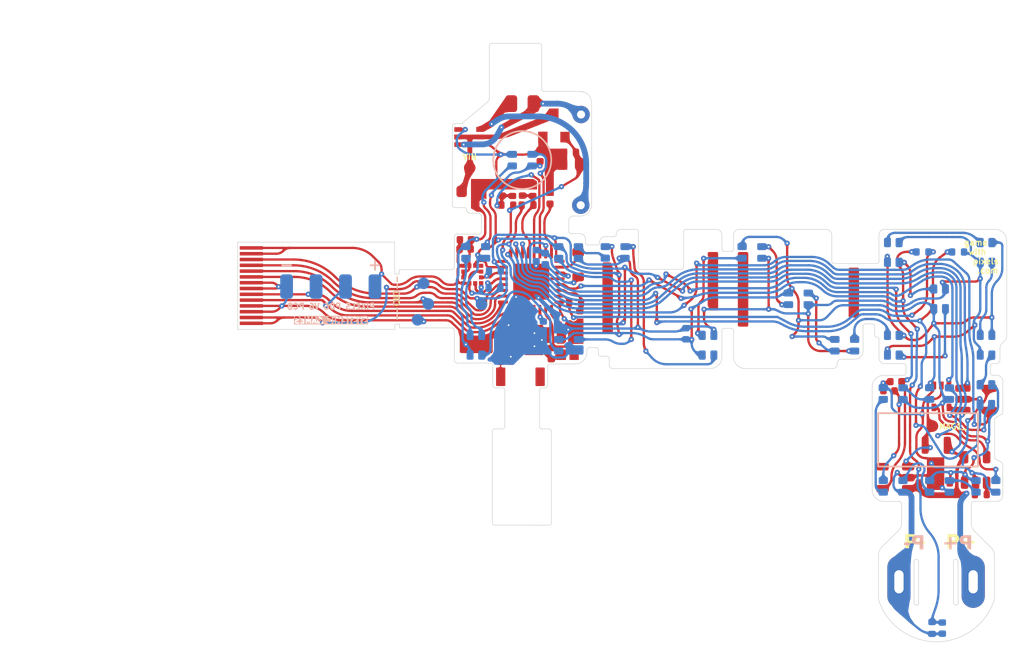
<source format=kicad_pcb>
(kicad_pcb (version 20221018) (generator pcbnew)
  (title_block (title "FLX-F020") (date "2021-09-11") (rev "10") (company "Systemic Games, LLC") (comment 1 "Flexible PCB, 0.13mm thickness"))
  (layers (0 "F.Cu" signal) (31 "B.Cu" signal) (34 "B.Paste" user) (35 "F.Paste" user) (36 "B.SilkS" user "B.Silkscreen") (37 "F.SilkS" user "F.Silkscreen") (38 "B.Mask" user) (39 "F.Mask" user) (44 "Edge.Cuts" user))
  (net 0 "")
  (net 2 "GND")
  (net 3 "VDD")
  (net 4 "VDC")
  (net 5 "Net-(L1-Pad2)")
  (net 6 "Net-(U1-DEC4)")
  (net 7 "+5V")
  (net 8 "/BATT_NTC")
  (net 9 "VEE")
  (net 10 "/LED_EN")
  (net 11 "Net-(U1-XC2)")
  (net 12 "Net-(U1-DEC1)")
  (net 13 "Net-(U1-XC1)")
  (net 14 "Net-(U1-DEC3)")
  (net 15 "/LEDs/LED_DATA_OUT")
  (net 16 "RXI")
  (net 17 "TXO")
  (net 18 "SWO")
  (net 19 "RESET")
  (net 20 "SWDCLK")
  (net 21 "SWDIO")
  (net 22 "Net-(D1B-K1A2)")
  (net 23 "/NTC_ID_VDD")
  (net 24 "/PROG")
  (net 25 "/Power Supply/MAG1_")
  (net 26 "/STATS")
  (net 27 "Net-(D1A-K3A4)")
  (net 28 "/5V_SENSE")
  (net 29 "/VBAT_SENSE")
  (net 30 "/Power Supply/LED_EN_OUT")
  (net 31 "Net-(D2-DOUT)")
  (net 32 "Net-(D3-DOUT)")
  (net 33 "Net-(D4-DOUT)")
  (net 34 "Net-(D5-DOUT)")
  (net 35 "Net-(D6-DOUT)")
  (net 36 "Net-(D7-DOUT)")
  (net 37 "Net-(D8-DOUT)")
  (net 38 "+BATT")
  (net 39 "/LEDs/LED_RETURN")
  (net 40 "Net-(D10-DIN)")
  (net 41 "Net-(D10-DOUT)")
  (net 42 "/SCL")
  (net 43 "/SDA")
  (net 44 "/ACC_INT")
  (net 45 "Net-(D11-DOUT)")
  (net 46 "Net-(D12-DOUT)")
  (net 47 "Net-(D13-DOUT)")
  (net 48 "Net-(D14-DOUT)")
  (net 49 "Net-(D15-DOUT)")
  (net 50 "Net-(D16-DOUT)")
  (net 51 "Net-(D17-DOUT)")
  (net 52 "Net-(D18-DOUT)")
  (net 53 "Net-(D19-DOUT)")
  (net 54 "Net-(D20-DOUT)")
  (net 55 "Net-(D21-DOUT)")
  (net 56 "Net-(U1-DCC)")
  (net 57 "Net-(U6-SET)")
  (net 58 "Net-(U1-P0.28{slash}AIN4)")
  (net 59 "/ANT_NRF")
  (net 60 "/ANT_50")
  (net 61 "/ANTENNA")
  (footprint "Pixels-dice:C_0402_1005Metric" (layer "F.Cu") (at 166.777 106.81)
    (fp_text reference "C16")
    (fp_text value "10uF 10V 20%")
  )
  (footprint "Pixels-dice:SOT-353_SC-70-5" (layer "F.Cu") (at 168.227 99.35 -90)
    (fp_text reference "U7")
    (fp_text value "SN74LVC1G08" hide)
  )
  (footprint "Package_TO_SOT_SMD:SOT-23-5" (layer "F.Cu") (at 171.217 99.6)
    (fp_text reference "U5")
    (fp_text value "MCP73832T-2ACI/OT")
  )
  (footprint "Package_TO_SOT_SMD:SOT-23" (layer "F.Cu") (at 167.777 104.5 -90)
    (fp_text reference "U8")
    (fp_text value "TMR1366")
  )
  (footprint "Pixels-dice:SOT-23-5" (layer "F.Cu") (at 171.177 105.696232 90)
    (fp_text reference "U6")
    (fp_text value "MT9700" hide)
  )
  (footprint "Resistor_SMD:R_0402_1005Metric" (layer "F.Cu") (at 171.627 107.82 180)
    (fp_text reference "R3")
    (fp_text value "10k 5%")
  )
  (footprint "Inductor_SMD:L_0805_2012Metric" (layer "F.Cu") (at 136.91 87.99 -90)
    (fp_text reference "L1")
    (fp_text value "10uH 100mA 10%")
  )
  (footprint "Capacitor_SMD:C_0402_1005Metric" (layer "F.Cu") (at 134.59 95.66 90)
    (fp_text reference "C5")
    (fp_text value "8pF 10V 10%")
  )
  (footprint "Capacitor_SMD:C_0402_1005Metric" (layer "F.Cu") (at 134.48 82.2594 90)
    (fp_text reference "C3")
    (fp_text value "0.1uF 10V 20%")
  )
  (footprint "Capacitor_SMD:C_0402_1005Metric" (layer "F.Cu") (at 135.71 93.19 180)
    (fp_text reference "C2")
    (fp_text value "8pF 10V 10%")
  )
  (footprint "Resistor_SMD:R_0402_1005Metric" (layer "F.Cu") (at 136.65 91.26 180)
    (fp_text reference "R10")
    (fp_text value "100k 1%")
  )
  (footprint "Package_DFN_QFN:QFN-32-1EP_5x5mm_P0.5mm_EP3.1x3.1mm" (layer "F.Cu") (at 132.86 89.46 -90)
    (fp_text reference "U1")
    (fp_text value "N52810_QFN32")
  )
  (footprint "Capacitor_SMD:C_0402_1005Metric" (layer "F.Cu") (at 127.192191 85.836168)
    (fp_text reference "C10")
    (fp_text value "0.1uF 10V 20%")
  )
  (footprint "Capacitor_SMD:C_0402_1005Metric" (layer "F.Cu") (at 168.467 106.82 180)
    (fp_text reference "C23")
    (fp_text value "0.1uF 10V 20%")
  )
  (footprint "Pixels-dice:C_0402_1005Metric" (layer "F.Cu") (at 133.63 78.5994 90)
    (fp_text reference "C9")
    (fp_text value "10uF 10V 20%")
  )
  (footprint "Pixels-dice:C_0402_1005Metric" (layer "F.Cu") (at 164.307 98.08 180)
    (fp_text reference "C18")
    (fp_text value "4.7uF 10V 20%")
  )
  (footprint "Pixels-dice:R_0402_1005Metric" (layer "F.Cu") (at 136.21 78.3194 180)
    (fp_text reference "R4")
    (fp_text value "100k 1%")
  )
  (footprint "Pixels-dice:SOT-23-5" (layer "F.Cu") (at 164.257 106.36 180)
    (fp_text reference "U4")
    (fp_text value "ME6215" hide)
  )
  (footprint "Resistor_SMD:R_0402_1005Metric" (layer "F.Cu") (at 137.05 92.52 90)
    (fp_text reference "R9")
    (fp_text value "150k 1%")
  )
  (footprint "Pixels-dice:C_0402_1005Metric" (layer "F.Cu") (at 127.162191 86.656168)
    (fp_text reference "C4")
    (fp_text value "4.7uF 10V 20%")
  )
  (footprint "Capacitor_SMD:C_0603_1608Metric" (layer "F.Cu") (at 127.64 81.6894)
    (fp_text reference "C13")
    (fp_text value "4.7uF 25V 20%")
  )
  (footprint "Package_TO_SOT_SMD:SOT-363_SC-70-6" (layer "F.Cu") (at 127.505 76.9894)
    (fp_text reference "D1")
    (fp_text value "BAV99S")
  )
  (footprint "Capacitor_SMD:C_0603_1608Metric" (layer "F.Cu") (at 136.3 79.3394 180)
    (fp_text reference "C15")
    (fp_text value "22uF 10V 20%")
  )
  (footprint "Capacitor_SMD:C_0402_1005Metric" (layer "F.Cu") (at 130.35 81.5594 90)
    (fp_text reference "C21")
    (fp_text value "10nF 25V 10%")
  )
  (footprint "Resistor_SMD:R_0402_1005Metric" (layer "F.Cu") (at 132.55 82.8594)
    (fp_text reference "R7")
    (fp_text value "4.02M 1%")
  )
  (footprint "Resistor_SMD:R_0402_1005Metric" (layer "F.Cu") (at 131.25 81.5594 -90)
    (fp_text reference "R2")
    (fp_text value "4.02M 1%")
  )
  (footprint "Resistor_SMD:R_0402_1005Metric" (layer "F.Cu") (at 133 81.5594 90)
    (fp_text reference "R8")
    (fp_text value "10M 1%")
  )
  (footprint "Resistor_SMD:R_0402_1005Metric" (layer "F.Cu") (at 130.8 82.8594 180)
    (fp_text reference "R1")
    (fp_text value "4.02M 1%")
  )
  (footprint "Capacitor_SMD:C_0402_1005Metric" (layer "F.Cu") (at 132.1 81.5594 90)
    (fp_text reference "C22")
    (fp_text value "10nF 25V 10%")
  )
  (footprint "Pixels-dice:Crystal_SMD_2016-4Pin_2.0x1.6mm" (layer "F.Cu") (at 136.01 95.06 -90)
    (fp_text reference "Y1")
    (fp_text value "32MHz 40ppm")
  )
  (footprint "Package_LGA:LGA-12_2x2mm_P0.5mm" (layer "F.Cu") (at 127.78 88.84 180)
    (fp_text reference "U2")
    (fp_text value "KXTJ3-1057")
  )
  (footprint "Pixels-dice:SOT-23" (layer "F.Cu") (at 134.82 75.9894 -90)
    (fp_text reference "U3")
    (fp_text value "PJ75AL50SA")
  )
  (footprint "Capacitor_SMD:C_0805_2012Metric" (layer "F.Cu") (at 132.1 74.1094 180)
    (fp_text reference "C19" hide)
    (fp_text value "12nF 50V 5% NP0")
  )
  (footprint "Capacitor_SMD:C_0402_1005Metric" (layer "F.Cu") (at 163.707 98.87 180)
    (fp_text reference "C25")
    (fp_text value "0.1uF 10V 20%")
  )
  (footprint "Pixels-dice:TEST_PIN" (layer "F.Cu") (at 127.56 79.6494)
    (fp_text reference "W16" hide)
    (fp_text value "VIN")
  )
  (footprint "Pixels-dice:0402_RF" (layer "F.Cu") (at 131.95 94.05 -90)
    (fp_text reference "L5")
    (fp_text value "3.9nH 5%")
  )
  (footprint "Pixels-dice:0402_RF" (layer "F.Cu") (at 130.65 96.38)
    (fp_text reference "C11")
    (fp_text value "DNP")
  )
  (footprint "RFFrontEnd:MFH3.RECE.20369.001E.01" (layer "F.Cu") (at 133.11 94.49 90)
    (fp_text reference "J4" hide)
    (fp_text value "DNP" hide)
  )
  (footprint "Pixels-dice:TEST_PIN" (layer "F.Cu") (at 167.457 101.91)
    (fp_text reference "W23" hide)
    (fp_text value "MAG1_")
  )
  (footprint "Pixels-dice:0402_RF" (layer "F.Cu") (at 132.39 92.81)
    (fp_text reference "C8")
    (fp_text value "0.8pF 10V 5% NP0")
  )
  (footprint "Pixels-dice:0402_RF" (layer "F.Cu") (at 130.15 95.25 -90)
    (fp_text reference "L3")
    (fp_text value "0 Ohm")
  )
  (footprint "Pixels-dice:FPC_14" (layer "F.Cu") (at 108.73163 93.05 90)
    (fp_text reference "J1")
    (fp_text value "Conn_01x14")
  )
  (footprint "Pixels-dice:CHIP_ANT" (layer "F.Cu") (at 130.23 97.66 -90)
    (fp_text reference "AE1")
    (fp_text value "Antenna_Chip" hide)
  )
  (footprint "Pixels-dice:0402_RF" (layer "F.Cu") (at 130.91 94.04 90)
    (fp_text reference "C12")
    (fp_text value "DNP")
  )
  (footprint "Pixels-dice:TX1812Z_2020" (layer "B.Cu") (at 136.085902 94.94 -90)
    (fp_text reference "D5")
    (fp_text value "TX1812Z_2020")
  )
  (footprint "Pixels-dice:TX1812Z_2020" (layer "B.Cu") (at 128.09 94.94 180)
    (fp_text reference "D4")
    (fp_text value "TX1812Z_2020")
  )
  (footprint "Pixels-dice:TX1812Z_2020" (layer "B.Cu") (at 136.08 86.94 -90)
    (fp_text reference "D6")
    (fp_text value "TX1812Z_2020")
  )
  (footprint "Pixels-dice:TX1812Z_2020" (layer "B.Cu") (at 132.08 78.9794 90)
    (fp_text reference "D2")
    (fp_text value "TX1812Z_2020")
  )
  (footprint "Pixels-dice:TX1812Z_2020" (layer "B.Cu") (at 140.1 86.94 -90)
    (fp_text reference "D7")
    (fp_text value "TX1812Z_2020")
  )
  (footprint "Pixels-dice:TestPoint_THTPad_D1.5mm_Drill0.7mm_nosilk" (layer "B.Cu") (at 137.13 82.87 30)
    (fp_text reference "P6" hide)
    (fp_text value "COILB")
  )
  (footprint "Pixels-dice:C_0402_1005Metric" (layer "B.Cu") (at 168.317 119.33 -90)
    (fp_text reference "C6")
    (fp_text value "DNP")
  )
  (footprint "Pixels-dice:TestPoint_THTPad_D1.5mm_Drill0.7mm_nosilk" (layer "B.Cu") (at 137.16 75.0494 30)
    (fp_text reference "P5" hide)
    (fp_text value "COILA")
  )
  (footprint "Capacitor_SMD:C_0402_1005Metric" (layer "B.Cu") (at 133.91 93.38 -90)
    (fp_text reference "C7")
    (fp_text value "100pF NP0 10V 5%")
  )
  (footprint "Pixels-dice:TX1812Z_2020" (layer "B.Cu") (at 128.08 86.94 90)
    (fp_text reference "D3")
    (fp_text value "TX1812Z_2020")
  )
  (footprint "Resistor_SMD:R_0402_1005Metric" (layer "B.Cu") (at 169.667 86.9)
    (fp_text reference "R6")
    (fp_text value "22k 1%")
  )
  (footprint "Pixels-dice:Hongjie 10100 Connector" (layer "B.Cu") (at 167.767601 115.336035 180)
    (fp_text reference "J3")
    (fp_text value "Conn_01x02")
  )
  (footprint "Inductor_SMD:L_0402_1005Metric" (layer "B.Cu") (at 134.07 87.49 90)
    (fp_text reference "L2")
    (fp_text value "15nH 100mA 5%")
  )
  (footprint "Pixels-dice:C_0402_1005Metric" (layer "B.Cu") (at 133.29 87.22 -90)
    (fp_text reference "C1")
    (fp_text value "4.7uF 10V 20%")
  )
  (footprint "Resistor_SMD:R_0402_1005Metric" (layer "B.Cu") (at 129.7 90.02 180)
    (fp_text reference "R12")
    (fp_text value "2.7k 5%")
  )
  (footprint "Resistor_SMD:R_0402_1005Metric" (layer "B.Cu") (at 129.73 88.54 180)
    (fp_text reference "R16")
    (fp_text value "2.7k 5%")
  )
  (footprint "Pixels-dice:R_0402_1005Metric" (layer "B.Cu") (at 166.597 86.9 180)
    (fp_text reference "R5")
    (fp_text value "100k 1%")
  )
  (footprint "Pixels-dice:TEST_PIN" (layer "B.Cu") (at 123.59 89.6 180)
    (fp_text reference "W2" hide)
    (fp_text value "TXO" hide)
  )
  (footprint "Pixels-dice:TX1812Z_2020" (layer "B.Cu") (at 151.897 86.94 -90)
    (fp_text reference "D9")
    (fp_text value "TX1812Z_2020")
  )
  (footprint "Pixels-dice:TX1812Z_2020" (layer "B.Cu") (at 164.077 86.94)
    (fp_text reference "D14")
    (fp_text value "TX1812Z_2020")
  )
  (footprint "Pixels-dice:TX1812Z_2020" (layer "B.Cu") (at 164.067 107.11 -90)
    (fp_text reference "D20")
    (fp_text value "TX1812Z_2020")
  )
  (footprint "Pixels-dice:TX1812Z_2020" (layer "B.Cu") (at 172.067 107.11 -90)
    (fp_text reference "D22")
    (fp_text value "TX1812Z_2020")
  )
  (footprint "Pixels-dice:TX1812Z_2020" (layer "B.Cu") (at 172.062902 99.2 180)
    (fp_text reference "D17")
    (fp_text value "TX1812Z_2020")
  )
  (footprint "Pixels-dice:TX1812Z_2020" (layer "B.Cu") (at 155.897 90.94 -90)
    (fp_text reference "D10")
    (fp_text value "TX1812Z_2020")
  )
  (footprint "Pixels-dice:TX1812Z_2020" (layer "B.Cu") (at 168.067 99.11 90)
    (fp_text reference "D18")
    (fp_text value "TX1812Z_2020")
  )
  (footprint "Pixels-dice:FPC-POGO-4" (layer "B.Cu") (at 115.58 89.88 180)
    (fp_text reference "J2")
    (fp_text value "Conn_01x04")
  )
  (footprint "Pixels-dice:TX1812Z_2020" (layer "B.Cu") (at 172.077 86.94 180)
    (fp_text reference "D15")
    (fp_text value "TX1812Z_2020")
  )
  (footprint "Pixels-dice:TX1812Z_2020" (layer "B.Cu") (at 159.897 94.94 -90)
    (fp_text reference "D11")
    (fp_text value "TX1812Z_2020")
  )
  (footprint "Pixels-dice:TEST_PIN" (layer "B.Cu") (at 128.58 91.41 180)
    (fp_text reference "W14" hide)
    (fp_text value "BATT" hide)
  )
  (footprint "Pixels-dice:TX1812Z_2020" (layer "B.Cu") (at 172.077 94.94 180)
    (fp_text reference "D16")
    (fp_text value "TX1812Z_2020")
  )
  (footprint "Pixels-dice:TEST_PIN" (layer "B.Cu") (at 123.06 92.75 180)
    (fp_text reference "W19" hide)
    (fp_text value "GND" hide)
  )
  (footprint "Pixels-dice:TEST_PIN" (layer "B.Cu") (at 123.99 91.38 180)
    (fp_text reference "W1" hide)
    (fp_text value "RXI" hide)
  )
  (footprint "Pixels-dice:TX1812Z_2020" (layer "B.Cu") (at 148.11 94.94)
    (fp_text reference "D8")
    (fp_text value "TX1812Z_2020")
  )
  (footprint "Pixels-dice:TX1812Z_2020" (layer "B.Cu") (at 164.077 94.94 180)
    (fp_text reference "D12")
    (fp_text value "TX1812Z_2020")
  )
  (footprint "Pixels-dice:TX1812Z_2020" (layer "B.Cu") (at 164.067 99.11 90)
    (fp_text reference "D19")
    (fp_text value "TX1812Z_2020")
  )
  (footprint "Pixels-dice:TX1812Z_2020" (layer "B.Cu") (at 168.067 107.11 -90)
    (fp_text reference "D21")
    (fp_text value "TX1812Z_2020")
  )
  (footprint "Pixels-dice:TX1812Z_2020" (layer "B.Cu") (at 168.077 90.94)
    (fp_text reference "D13")
    (fp_text value "TX1812Z_2020")
  )
  (footprint "Capacitor_SMD:C_0402_1005Metric" (layer "B.Cu") (at 146.2 93.95 90)
    (fp_text reference "C24")
    (fp_text value "0.1uF 10V 20%")
  )
  (footprint "Pixels-dice:R_0402_1005Metric" (layer "B.Cu") (at 167.417 119.32 -90)
    (fp_text reference "TH1")
    (fp_text value "NTC 100k @ 25C")
  )
  (gr_rect (start 162.777 100.8) (end 171.377 105.4) (stroke (width 0.15)) (fill none) (layer "B.SilkS"))
  (gr_circle (center 132.09 78.9694) (end 134.59 78.9694) (stroke (width 0.15)) (fill none) (layer "B.SilkS"))
  (gr_line (start 133.778635 102.158812) (end 134.405635 102.158812) (stroke (width 0.05)) (layer "Edge.Cuts"))
  (gr_arc (start 137.754 86.2975) (mid 137.608186 86.245316) (end 137.547132 86.102987) (stroke (width 0.05)) (layer "Edge.Cuts"))
  (gr_line (start 165.174 96.7331) (end 165.174 97.3329) (stroke (width 0.05)) (layer "Edge.Cuts"))
  (gr_arc (start 173.395 105.0355) (mid 173.486637 105.126648) (end 173.52 105.2515) (stroke (width 0.05)) (layer "Edge.Cuts"))
  (gr_line (start 134.605635 110.257739) (end 134.605635 102.358812) (stroke (width 0.05)) (layer "Edge.Cuts"))
  (gr_arc (start 172.82 101.3855) (mid 172.853531 101.260313) (end 172.945 101.1685) (stroke (width 0.05)) (layer "Edge.Cuts"))
  (gr_line (start 107.56 93.58) (end 121.1 93.58) (stroke (width 0.05)) (layer "Edge.Cuts"))
  (gr_line (start 121.5 93.44) (end 125.980888 93.44) (stroke (width 0.05)) (layer "Edge.Cuts"))
  (gr_line (start 148.804 84.947499) (end 146.2 84.947499) (stroke (width 0.05)) (layer "Edge.Cuts"))
  (gr_arc (start 164.803 110.2385) (mid 164.725202 110.625531) (end 164.504 110.9525) (stroke (width 0.05)) (layer "Edge.Cuts"))
  (gr_line (start 165.867 113.5975) (end 165.867 117.1475) (stroke (width 0.05)) (layer "Edge.Cuts"))
  (gr_line (start 138.073046 82.800104) (end 138.07 74.059406) (stroke (width 0.05)) (layer "Edge.Cuts"))
  (gr_line (start 164.803 108.6085) (end 164.803 110.2385) (stroke (width 0.05)) (layer "Edge.Cuts"))
  (gr_line (start 164.504 110.9525) (end 163.099 112.3315) (stroke (width 0.05)) (layer "Edge.Cuts"))
  (gr_line (start 136.497 83.7976) (end 137.073046 83.800104) (stroke (width 0.05)) (layer "Edge.Cuts"))
  (gr_arc (start 169.267003 113.597458) (mid 169.466998 113.397503) (end 169.666997 113.597453) (stroke (width 0.05)) (layer "Edge.Cuts"))
  (gr_line (start 162.847 87.6968) (end 162.847 85.4175) (stroke (width 0.05)) (layer "Edge.Cuts"))
  (gr_arc (start 134.405635 102.158812) (mid 134.547056 102.217391) (end 134.605635 102.358812) (stroke (width 0.05)) (layer "Edge.Cuts"))
  (gr_arc (start 129.245 69.116803) (mid 129.303579 68.975378) (end 129.445005 68.916803) (stroke (width 0.05)) (layer "Edge.Cuts"))
  (gr_arc (start 164.971 96.5331) (mid 165.114373 96.590606) (end 165.174 96.7331) (stroke (width 0.05)) (layer "Edge.Cuts"))
  (gr_line (start 172.464 97.3331) (end 172.464 96.7331) (stroke (width 0.05)) (layer "Edge.Cuts"))
  (gr_arc (start 173.0044 97.533101) (mid 173.368769 97.676126) (end 173.520841 98.036806) (stroke (width 0.05)) (layer "Edge.Cuts"))
  (gr_arc (start 166.267 117.147549) (mid 166.067005 117.3475) (end 165.867 117.147559) (stroke (width 0.05)) (layer "Edge.Cuts"))
  (gr_line (start 139.591 96.4457) (end 139.591 96.6476) (stroke (width 0.05)) (layer "Edge.Cuts"))
  (gr_line (start 173.395 100.9085) (end 172.945 101.1685) (stroke (width 0.05)) (layer "Edge.Cuts"))
  (gr_arc (start 170.804 108.604451) (mid 170.862596 108.463061) (end 171.004 108.4045) (stroke (width 0.05)) (layer "Edge.Cuts"))
  (gr_line (start 137.069907 73.059406) (end 133.968019 73.059695) (stroke (width 0.05)) (layer "Edge.Cuts"))
  (gr_line (start 121.5 93.13) (end 121.1 93.13) (stroke (width 0.05)) (layer "Edge.Cuts"))
  (gr_arc (start 127.581691 83.561999) (mid 127.372396 83.461099) (end 127.283664 83.246363) (stroke (width 0.05)) (layer "Edge.Cuts"))
  (gr_line (start 163.347 96.5331) (end 164.971 96.5331) (stroke (width 0.05)) (layer "Edge.Cuts"))
  (gr_arc (start 138.746897 86.0975) (mid 138.691202 86.24173) (end 138.547 86.2975) (stroke (width 0.05)) (layer "Edge.Cuts"))
  (gr_arc (start 137.049776 85.3175) (mid 137.401528 85.464932) (end 137.547 85.8175) (stroke (width 0.05)) (layer "Edge.Cuts"))
  (gr_line (start 149.504 93.4848) (end 150.104 93.4847) (stroke (width 0.05)) (layer "Edge.Cuts"))
  (gr_line (start 139.591 96.0864) (end 139.591 96.4457) (stroke (width 0.05)) (layer "Edge.Cuts"))
  (gr_line (start 128.37 85.3613) (end 126.433 85.3613) (stroke (width 0.05)) (layer "Edge.Cuts"))
  (gr_line (start 163.261 108.4085) (end 164.603 108.4085) (stroke (width 0.05)) (layer "Edge.Cuts"))
  (gr_arc (start 162.646999 94.249088) (mid 162.522053 94.181902) (end 162.472197 94.049086) (stroke (width 0.05)) (layer "Edge.Cuts"))
  (gr_arc (start 126.269999 83.073063) (mid 126.128578 83.014484) (end 126.069999 82.873062) (stroke (width 0.05)) (layer "Edge.Cuts"))
  (gr_line (start 121.08 88.8) (end 121.48 88.8) (stroke (width 0.05)) (layer "Edge.Cuts"))
  (gr_arc (start 169.667003 117.147557) (mid 169.466994 117.347503) (end 169.266997 117.147545) (stroke (width 0.05)) (layer "Edge.Cuts"))
  (gr_arc (start 163.347004 96.533104) (mid 162.993445 96.386658) (end 162.846996 96.0331) (stroke (width 0.05)) (layer "Edge.Cuts"))
  (gr_arc (start 129.349003 96.476797) (mid 129.490423 96.535377) (end 129.549 96.676797) (stroke (width 0.05)) (layer "Edge.Cuts"))
  (gr_line (start 158.978 87.8968) (end 162.647 87.8968) (stroke (width 0.05)) (layer "Edge.Cuts"))
  (gr_line (start 129.505635 102.358812) (end 129.505635 110.258885) (stroke (width 0.05)) (layer "Edge.Cuts"))
  (gr_arc (start 129.505635 102.358812) (mid 129.564214 102.217391) (end 129.705635 102.158812) (stroke (width 0.05)) (layer "Edge.Cuts"))
  (gr_arc (start 172.800958 116.86448) (mid 167.797569 120.509961) (end 162.8 116.8565) (stroke (width 0.05)) (layer "Edge.Cuts"))
  (gr_line (start 162.847 94.4491) (end 162.847 96.0331) (stroke (width 0.05)) (layer "Edge.Cuts"))
  (gr_arc (start 161.472131 93.297674) (mid 161.530644 93.156116) (end 161.672131 93.0975) (stroke (width 0.05)) (layer "Edge.Cuts"))
  (gr_line (start 126.269999 75.822196) (end 126.809073 75.822196) (stroke (width 0.05)) (layer "Edge.Cuts"))
  (gr_arc (start 136.097 84.1976) (mid 136.214156 83.914756) (end 136.497 83.7976) (stroke (width 0.05)) (layer "Edge.Cuts"))
  (gr_arc (start 138.455001 95.147499) (mid 138.596422 95.206078) (end 138.655001 95.347499) (stroke (width 0.05)) (layer "Edge.Cuts"))
  (gr_line (start 166.267 117.1475) (end 166.267 113.5975) (stroke (width 0.05)) (layer "Edge.Cuts"))
  (gr_line (start 107.56 86.05) (end 107.56 93.58) (stroke (width 0.05)) (layer "Edge.Cuts"))
  (gr_line (start 139.247 85.5775) (end 139.997 85.5775) (stroke (width 0.05)) (layer "Edge.Cuts"))
  (gr_line (start 172.82 101.3855) (end 172.82 104.5595) (stroke (width 0.05)) (layer "Edge.Cuts"))
  (gr_arc (start 149.304 93.684751) (mid 149.362596 93.543361) (end 149.504 93.4848) (stroke (width 0.05)) (layer "Edge.Cuts"))
  (gr_line (start 136.097 85.107501) (end 136.097 84.1976) (stroke (width 0.05)) (layer "Edge.Cuts"))
  (gr_arc (start 161.4741 95.4475) (mid 161.247616 95.956609) (end 160.724103 96.147451) (stroke (width 0.05)) (layer "Edge.Cuts"))
  (gr_line (start 164.974 97.5329) (end 163.261 97.5329) (stroke (width 0.05)) (layer "Edge.Cuts"))
  (gr_arc (start 162.261 98.5329) (mid 162.553893 97.825793) (end 163.261 97.5329) (stroke (width 0.05)) (layer "Edge.Cuts"))
  (gr_line (start 121.1 93.13) (end 121.1 93.58) (stroke (width 0.05)) (layer "Edge.Cuts"))
  (gr_arc (start 150.304065 86.65615) (mid 150.24545 86.797585) (end 150.104 86.8561) (stroke (width 0.05)) (layer "Edge.Cuts"))
  (gr_arc (start 134.285 98.36305) (mid 134.211794 98.539859) (end 134.035 98.6131) (stroke (width 0.05)) (layer "Edge.Cuts"))
  (gr_arc (start 129.705684 110.458885) (mid 129.564241 110.400322) (end 129.505635 110.258885) (stroke (width 0.05)) (layer "Edge.Cuts"))
  (gr_arc (start 140.197 85.3675) (mid 140.142014 85.515383) (end 139.997 85.57754) (stroke (width 0.05)) (layer "Edge.Cuts"))
  (gr_arc (start 128.5701 85.161299) (mid 128.511492 85.302692) (end 128.370099 85.3613) (stroke (width 0.05)) (layer "Edge.Cuts"))
  (gr_line (start 173.52 99.2449) (end 173.520841 98.036806) (stroke (width 0.05)) (layer "Edge.Cuts"))
  (gr_arc (start 126.233 88.174751) (mid 126.159845 88.351119) (end 125.983432 88.424166) (stroke (width 0.05)) (layer "Edge.Cuts"))
  (gr_line (start 150.304 93.6847) (end 150.304 95.9475) (stroke (width 0.05)) (layer "Edge.Cuts"))
  (gr_arc (start 133.77868 102.15861) (mid 133.637273 102.100024) (end 133.578672 101.95861) (stroke (width 0.05)) (layer "Edge.Cuts"))
  (gr_arc (start 165.1739 97.332906) (mid 165.115351 97.474351) (end 164.973906 97.5329) (stroke (width 0.05)) (layer "Edge.Cuts"))
  (gr_line (start 129.705684 110.458885) (end 134.405684 110.457739) (stroke (width 0.05)) (layer "Edge.Cuts"))
  (gr_line (start 130.378682 102.158686) (end 130.005923 102.158699) (stroke (width 0.05)) (layer "Edge.Cuts"))
  (gr_line (start 171.004 108.4045) (end 173.02 108.4045) (stroke (width 0.05)) (layer "Edge.Cuts"))
  (gr_line (start 173.861 93.1975) (end 173.861 85.9478) (stroke (width 0.05)) (layer "Edge.Cuts"))
  (gr_line (start 137.547 85.8175) (end 137.547 86.103) (stroke (width 0.05)) (layer "Edge.Cuts"))
  (gr_arc (start 130.378592 98.613132) (mid 130.520012 98.671706) (end 130.578599 98.813122) (stroke (width 0.05)) (layer "Edge.Cuts"))
  (gr_arc (start 159.24678 96.4975) (mid 159.349291 96.250006) (end 159.59678 96.1475) (stroke (width 0.05)) (layer "Edge.Cuts"))
  (gr_line (start 134.285 98.363) (end 134.285 96.7555) (stroke (width 0.05)) (layer "Edge.Cuts"))
  (gr_arc (start 126.93763 75.775405) (mid 126.877477 75.81014) (end 126.809073 75.822196) (stroke (width 0.05)) (layer "Edge.Cuts"))
  (gr_arc (start 128.370001 83.561949) (mid 128.51144 83.620525) (end 128.570051 83.761949) (stroke (width 0.05)) (layer "Edge.Cuts"))
  (gr_line (start 130.578599 98.813122) (end 130.578676 101.958682) (stroke (width 0.05)) (layer "Edge.Cuts"))
  (gr_line (start 158.75 96.9475) (end 158.89678 96.9475) (stroke (width 0.05)) (layer "Edge.Cuts"))
  (gr_arc (start 172.861 84.9478) (mid 173.568107 85.240693) (end 173.861 85.9478) (stroke (width 0.05)) (layer "Edge.Cuts"))
  (gr_arc (start 139.891 96.9476) (mid 139.678868 96.859732) (end 139.591 96.6476) (stroke (width 0.05)) (layer "Edge.Cuts"))
  (gr_line (start 146 85.147499) (end 146 88.199999) (stroke (width 0.05)) (layer "Edge.Cuts"))
  (gr_line (start 169.267 113.5975) (end 169.267 117.1475) (stroke (width 0.05)) (layer "Edge.Cuts"))
  (gr_arc (start 137.069907 73.059406) (mid 137.777072 73.352267) (end 138.07 74.059406) (stroke (width 0.05)) (layer "Edge.Cuts"))
  (gr_line (start 137.049776 85.3175) (end 136.299776 85.3175) (stroke (width 0.05)) (layer "Edge.Cuts"))
  (gr_line (start 172.508 112.3945) (end 171.097 110.9865) (stroke (width 0.05)) (layer "Edge.Cuts"))
  (gr_line (start 129.248046 73.655273) (end 129.245 69.116803) (stroke (width 0.05)) (layer "Edge.Cuts"))
  (gr_arc (start 172.664 97.533101) (mid 172.522578 97.474522) (end 172.463999 97.3331) (stroke (width 0.05)) (layer "Edge.Cuts"))
  (gr_line (start 126.233 85.5613) (end 126.233 88.174751) (stroke (width 0.05)) (layer "Edge.Cuts"))
  (gr_arc (start 148.803999 84.94755) (mid 149.157535 85.093999) (end 149.30395 85.44755) (stroke (width 0.05)) (layer "Edge.Cuts"))
  (gr_line (start 162.472 93.2975) (end 162.472 94.0491) (stroke (width 0.05)) (layer "Edge.Cuts"))
  (gr_arc (start 141.899122 84.947413) (mid 142.040408 85.004721) (end 142.099195 85.145399) (stroke (width 0.05)) (layer "Edge.Cuts"))
  (gr_line (start 137.6549 95.347499) (end 137.6549 95.55545) (stroke (width 0.05)) (layer "Edge.Cuts"))
  (gr_arc (start 125.980888 93.44) (mid 126.157778 93.514375) (end 126.230897 93.691788) (stroke (width 0.05)) (layer "Edge.Cuts"))
  (gr_line (start 128.57 83.7619) (end 128.57 85.1613) (stroke (width 0.05)) (layer "Edge.Cuts"))
  (gr_line (start 126.230897 93.691788) (end 126.230861 96.229057) (stroke (width 0.05)) (layer "Edge.Cuts"))
  (gr_arc (start 173.52 100.6925) (mid 173.486826 100.81747) (end 173.395 100.9085) (stroke (width 0.05)) (layer "Edge.Cuts"))
  (gr_line (start 172.861 84.9478) (end 163.343997 84.947573) (stroke (width 0.05)) (layer "Edge.Cuts"))
  (gr_line (start 150.104 86.8561) (end 149.504 86.8561) (stroke (width 0.05)) (layer "Edge.Cuts"))
  (gr_arc (start 149.504001 86.85615) (mid 149.362597 86.797569) (end 149.30405 86.656151) (stroke (width 0.05)) (layer "Edge.Cuts"))
  (gr_line (start 158.278 84.9475) (end 150.804 84.9475) (stroke (width 0.05)) (layer "Edge.Cuts"))
  (gr_line (start 127.581691 83.562) (end 128.37 83.562) (stroke (width 0.05)) (layer "Edge.Cuts"))
  (gr_line (start 121.08 86.05) (end 107.56 86.05) (stroke (width 0.05)) (layer "Edge.Cuts"))
  (gr_arc (start 126.069999 76.022196) (mid 126.128579 75.880777) (end 126.269999 75.822196) (stroke (width 0.05)) (layer "Edge.Cuts"))
  (gr_line (start 138.655 95.3475) (end 138.655 95.6865) (stroke (width 0.05)) (layer "Edge.Cuts"))
  (gr_arc (start 171.097 110.9865) (mid 170.879861 110.66173) (end 170.804 110.2785) (stroke (width 0.05)) (layer "Edge.Cuts"))
  (gr_arc (start 165.867001 113.597451) (mid 166.067002 113.397501) (end 166.266999 113.597456) (stroke (width 0.05)) (layer "Edge.Cuts"))
  (gr_arc (start 133.968019 73.059695) (mid 133.826587 73.001123) (end 133.768 72.859695) (stroke (width 0.05)) (layer "Edge.Cuts"))
  (gr_line (start 139.088 95.8864) (end 139.391 95.8864) (stroke (width 0.05)) (layer "Edge.Cuts"))
  (gr_line (start 162.8 113.0445) (end 162.8 116.8565) (stroke (width 0.05)) (layer "Edge.Cuts"))
  (gr_arc (start 163.261 108.40845) (mid 162.55391 108.115553) (end 162.26105 107.408448) (stroke (width 0.05)) (layer "Edge.Cuts"))
  (gr_arc (start 138.855002 95.88645) (mid 138.713597 95.827869) (end 138.65505 95.686451) (stroke (width 0.05)) (layer "Edge.Cuts"))
  (gr_line (start 141.9 84.947399) (end 140.597 84.947499) (stroke (width 0.05)) (layer "Edge.Cuts"))
  (gr_line (start 133.568005 68.916909) (end 129.445005 68.916803) (stroke (width 0.05)) (layer "Edge.Cuts"))
  (gr_line (start 134.035 98.613) (end 133.778595 98.613011) (stroke (width 0.05)) (layer "Edge.Cuts"))
  (gr_line (start 172.664 96.5331) (end 172.858 96.5331) (stroke (width 0.05)) (layer "Edge.Cuts"))
  (gr_arc (start 172.945 104.7755) (mid 172.853718 104.684158) (end 172.82 104.5595) (stroke (width 0.05)) (layer "Edge.Cuts"))
  (gr_line (start 172.945 104.7755) (end 173.395 105.0355) (stroke (width 0.05)) (layer "Edge.Cuts"))
  (gr_arc (start 173.52 107.9045) (mid 173.373553 108.258053) (end 173.02 108.4045) (stroke (width 0.05)) (layer "Edge.Cuts"))
  (gr_line (start 170.804 110.2785) (end 170.804 108.6045) (stroke (width 0.05)) (layer "Edge.Cuts"))
  (gr_line (start 138.855 95.8864) (end 139.088 95.8864) (stroke (width 0.05)) (layer "Edge.Cuts"))
  (gr_arc (start 172.464 96.7331) (mid 172.522579 96.591679) (end 172.664 96.5331) (stroke (width 0.05)) (layer "Edge.Cuts"))
  (gr_line (start 126.480863 96.479059) (end 129.349003 96.476797) (stroke (width 0.05)) (layer "Edge.Cuts"))
  (gr_line (start 121.08 86.05) (end 121.08 88.8) (stroke (width 0.05)) (layer "Edge.Cuts"))
  (gr_arc (start 138.073046 82.800104) (mid 137.780153 83.507211) (end 137.073046 83.800104) (stroke (width 0.05)) (layer "Edge.Cuts"))
  (gr_arc (start 139.391001 95.886449) (mid 139.53244 95.945025) (end 139.591051 96.086449) (stroke (width 0.05)) (layer "Edge.Cuts"))
  (gr_line (start 126.27 83.073062) (end 127.087 83.073062) (stroke (width 0.05)) (layer "Edge.Cuts"))
  (gr_arc (start 162.847 87.6968) (mid 162.788421 87.838221) (end 162.647 87.8968) (stroke (width 0.05)) (layer "Edge.Cuts"))
  (gr_line (start 149.304 95.9476) (end 149.304 93.6848) (stroke (width 0.05)) (layer "Edge.Cuts"))
  (gr_line (start 158.778 85.4475) (end 158.778 87.6968) (stroke (width 0.05)) (layer "Edge.Cuts"))
  (gr_line (start 169.667 117.1475) (end 169.667 113.5975) (stroke (width 0.05)) (layer "Edge.Cuts"))
  (gr_arc (start 129.799 98.61305) (mid 129.622242 98.539824) (end 129.54905 98.363052) (stroke (width 0.05)) (layer "Edge.Cuts"))
  (gr_line (start 173.861 94.154513) (end 173.861 93.1975) (stroke (width 0.05)) (layer "Edge.Cuts"))
  (gr_line (start 125.983432 88.424166) (end 121.48 88.424165) (stroke (width 0.05)) (layer "Edge.Cuts"))
  (gr_line (start 140.197 85.3475) (end 140.197 85.3675) (stroke (width 0.05)) (layer "Edge.Cuts"))
  (gr_line (start 159.59678 96.1475) (end 160.724 96.1475) (stroke (width 0.05)) (layer "Edge.Cuts"))
  (gr_line (start 151.303999 96.94768) (end 158.75 96.9475) (stroke (width 0.05)) (layer "Edge.Cuts"))
  (gr_arc (start 149.3039 95.9476) (mid 149.011036 96.654736) (end 148.303901 96.9476) (stroke (width 0.05)) (layer "Edge.Cuts"))
  (gr_arc (start 137.6549 95.347499) (mid 137.713508 95.206108) (end 137.8549 95.1475) (stroke (width 0.05)) (layer "Edge.Cuts"))
  (gr_arc (start 173.281 95.231) (mid 173.364291 94.90583) (end 173.592263 94.65944) (stroke (width 0.05)) (layer "Edge.Cuts"))
  (gr_arc (start 162.272 93.0975) (mid 162.413421 93.156079) (end 162.472 93.2975) (stroke (width 0.05)) (layer "Edge.Cuts"))
  (gr_line (start 138.547 86.2975) (end 137.754 86.2975) (stroke (width 0.05)) (layer "Edge.Cuts"))
  (gr_line (start 162.261 98.5329) (end 162.261 106.3195) (stroke (width 0.05)) (layer "Edge.Cuts"))
  (gr_arc (start 126.480863 96.479059) (mid 126.304085 96.405835) (end 126.230861 96.229057) (stroke (width 0.05)) (layer "Edge.Cuts"))
  (gr_arc (start 142.299201 88.400002) (mid 142.157719 88.341482) (end 142.099197 88.2) (stroke (width 0.05)) (layer "Edge.Cuts"))
  (gr_line (start 142.1 88.199999) (end 142.099 85.145399) (stroke (width 0.05)) (layer "Edge.Cuts"))
  (gr_line (start 121.48 88.8) (end 121.48 88.424165) (stroke (width 0.05)) (layer "Edge.Cuts"))
  (gr_arc (start 150.103975 93.484725) (mid 150.245404 93.543296) (end 150.303975 93.684725) (stroke (width 0.05)) (layer "Edge.Cuts"))
  (gr_arc (start 151.30402 96.948418) (mid 150.596833 96.654945) (end 150.304 95.9475) (stroke (width 0.05)) (layer "Edge.Cuts"))
  (gr_arc (start 162.8001 113.04457) (mid 162.877837 112.657977) (end 163.099 112.3315) (stroke (width 0.05)) (layer "Edge.Cuts"))
  (gr_line (start 133.578597 98.813014) (end 133.578672 101.95861) (stroke (width 0.05)) (layer "Edge.Cuts"))
  (gr_line (start 162.261 106.3195) (end 162.261 107.4085) (stroke (width 0.05)) (layer "Edge.Cuts"))
  (gr_line (start 130.005635 102.158812) (end 129.705635 102.158812) (stroke (width 0.05)) (layer "Edge.Cuts"))
  (gr_arc (start 127.087 83.073062) (mid 127.218063 83.122569) (end 127.283663 83.246363) (stroke (width 0.05)) (layer "Edge.Cuts"))
  (gr_line (start 139.891 96.9476) (end 148.303901 96.9476) (stroke (width 0.05)) (layer "Edge.Cuts"))
  (gr_line (start 137.855 95.1475) (end 138.455 95.1475) (stroke (width 0.05)) (layer "Edge.Cuts"))
  (gr_arc (start 129.248046 73.655273) (mid 129.207865 73.822973) (end 129.102114 73.959187) (stroke (width 0.05)) (layer "Edge.Cuts"))
  (gr_line (start 149.304 86.6561) (end 149.304 85.4475) (stroke (width 0.05)) (layer "Edge.Cuts"))
  (gr_arc (start 133.568005 68.916909) (mid 133.70942 68.97549) (end 133.768 69.116909) (stroke (width 0.05)) (layer "Edge.Cuts"))
  (gr_arc (start 162.847001 85.417498) (mid 162.99625 85.077569) (end 163.343997 84.947573) (stroke (width 0.05)) (layer "Edge.Cuts"))
  (gr_arc (start 134.605635 110.257739) (mid 134.547064 110.399126) (end 134.405684 110.457739) (stroke (width 0.05)) (layer "Edge.Cuts"))
  (gr_arc (start 172.508 112.3945) (mid 172.724715 112.7189) (end 172.801 113.1015) (stroke (width 0.05)) (layer "Edge.Cuts"))
  (gr_arc (start 137.200441 73.079873) (mid 137.200441 73.079873) (end 137.200441 73.079873) (stroke (width 0.05)) (layer "Edge.Cuts"))
  (gr_arc (start 146 85.147499) (mid 146.058579 85.006078) (end 146.2 84.947499) (stroke (width 0.05)) (layer "Edge.Cuts"))
  (gr_arc (start 136.299776 85.3175) (mid 136.153832 85.255531) (end 136.097 85.107501) (stroke (width 0.05)) (layer "Edge.Cuts"))
  (gr_line (start 172.917031 96.533094) (end 172.858 96.5331) (stroke (width 0.05)) (layer "Edge.Cuts"))
  (gr_arc (start 159.24678 96.5975) (mid 159.144266 96.84498) (end 158.89678 96.9475) (stroke (width 0.05)) (layer "Edge.Cuts"))
  (gr_arc (start 173.861 94.154513) (mid 173.791865 94.4417) (end 173.592263 94.65944) (stroke (width 0.05)) (layer "Edge.Cuts"))
  (gr_line (start 161.474 95.4475) (end 161.472131 93.297674) (stroke (width 0.05)) (layer "Edge.Cuts"))
  (gr_line (start 172.801 116.8645) (end 172.801 113.1015) (stroke (width 0.05)) (layer "Edge.Cuts"))
  (gr_line (start 129.549 96.676797) (end 129.549 98.363) (stroke (width 0.05)) (layer "Edge.Cuts"))
  (gr_line (start 130.378592 98.613132) (end 129.798998 98.613151) (stroke (width 0.05)) (layer "Edge.Cuts"))
  (gr_line (start 121.5 93.44) (end 121.5 93.13) (stroke (width 0.05)) (layer "Edge.Cuts"))
  (gr_line (start 161.672131 93.0975) (end 162.272 93.0975) (stroke (width 0.05)) (layer "Edge.Cuts"))
  (gr_arc (start 164.603 108.40845) (mid 164.744439 108.467026) (end 164.80305 108.60845) (stroke (width 0.05)) (layer "Edge.Cuts"))
  (gr_arc (start 158.278 84.9475) (mid 158.631553 85.093947) (end 158.778 85.4475) (stroke (width 0.05)) (layer "Edge.Cuts"))
  (gr_arc (start 162.646999 94.249088) (mid 162.788425 94.307666) (end 162.847012 94.449088) (stroke (width 0.05)) (layer "Edge.Cuts"))
  (gr_arc (start 140.196999 85.347549) (mid 140.314139 85.064674) (end 140.597 84.947499) (stroke (width 0.05)) (layer "Edge.Cuts"))
  (gr_arc (start 126.233065 85.561263) (mid 126.291625 85.419825) (end 126.433063 85.361265) (stroke (width 0.05)) (layer "Edge.Cuts"))
  (gr_line (start 159.24678 96.5975) (end 159.24678 96.4975) (stroke (width 0.05)) (layer "Edge.Cuts"))
  (gr_arc (start 133.578597 98.813014) (mid 133.637174 98.671591) (end 133.778595 98.613011) (stroke (width 0.05)) (layer "Edge.Cuts"))
  (gr_arc (start 137.6549 95.55545) (mid 137.345637 96.278931) (end 136.609 96.5554) (stroke (width 0.05)) (layer "Edge.Cuts"))
  (gr_line (start 133.768 72.859695) (end 133.768 69.116909) (stroke (width 0.05)) (layer "Edge.Cuts"))
  (gr_arc (start 134.285 96.7555) (mid 134.343575 96.614082) (end 134.484991 96.5555) (stroke (width 0.05)) (layer "Edge.Cuts"))
  (gr_line (start 150.304 85.4475) (end 150.304 86.6561) (stroke (width 0.05)) (layer "Edge.Cuts"))
  (gr_arc (start 146 88.199999) (mid 145.941421 88.341421) (end 145.799999 88.399999) (stroke (width 0.05)) (layer "Edge.Cuts"))
  (gr_line (start 173.52 99.2449) (end 173.52 100.6925) (stroke (width 0.05)) (layer "Edge.Cuts"))
  (gr_line (start 145.8 88.399999) (end 142.3 88.399999) (stroke (width 0.05)) (layer "Edge.Cuts"))
  (gr_arc (start 150.304065 85.447544) (mid 150.450499 85.093987) (end 150.804061 84.947565) (stroke (width 0.05)) (layer "Edge.Cuts"))
  (gr_line (start 173.281 96.1692) (end 173.281 95.231) (stroke (width 0.05)) (layer "Edge.Cuts"))
  (gr_arc (start 130.578676 101.958682) (mid 130.52011 102.100114) (end 130.378682 102.158686) (stroke (width 0.05)) (layer "Edge.Cuts"))
  (gr_line (start 129.102114 73.959187) (end 126.93763 75.775405) (stroke (width 0.05)) (layer "Edge.Cuts"))
  (gr_arc (start 138.746997 86.097501) (mid 138.886313 85.731069) (end 139.247009 85.577513) (stroke (width 0.05)) (layer "Edge.Cuts"))
  (gr_line (start 173.52 105.2515) (end 173.52 107.9045) (stroke (width 0.05)) (layer "Edge.Cuts"))
  (gr_arc (start 158.978 87.8968) (mid 158.836579 87.838221) (end 158.778 87.6968) (stroke (width 0.05)) (layer "Edge.Cuts"))
  (gr_line (start 126.069999 76.022196) (end 126.069999 82.873062) (stroke (width 0.05)) (layer "Edge.Cuts"))
  (gr_arc (start 173.280894 96.169236) (mid 173.17431 96.426514) (end 172.917031 96.533094) (stroke (width 0.05)) (layer "Edge.Cuts"))
  (gr_line (start 136.609 96.5554) (end 134.484991 96.5555) (stroke (width 0.05)) (layer "Edge.Cuts"))
  (gr_line (start 173.0044 97.533101) (end 172.664 97.533101) (stroke (width 0.05)) (layer "Edge.Cuts"))
  (gr_text "P-" (at 165.877 112.05) (layer "B.SilkS") (effects (font (size 1.2 1.2) (thickness 0.125)) (justify mirror)))
  (gr_text "SYSTEMIC GAMES" (at 115.6 92.8) (layer "B.SilkS" knockout) (effects (font (size 0.5 0.5) (thickness 0.12)) (justify mirror)))
  (gr_text "P+" (at 169.627 112.05) (layer "B.SilkS") (effects (font (size 1.2 1.2) (thickness 0.2) bold) (justify mirror)))
  (gr_text "PIXELS PD6 V6 PCB" (at 115.6 91.6) (layer "B.SilkS") (effects (font (size 0.5 0.5) (thickness 0.12)) (justify mirror)))
  (gr_text "--CUT--" (at 121.27 90.88 90) (layer "B.SilkS") (effects (font (size 0.5 0.5) (thickness 0.1)) (justify mirror)))
  (gr_text "game\n with\n  pixels\n   .com" (at 170.127 88.8) (layer "F.SilkS") (effects (font (size 0.5 0.5) (thickness 0.1) bold) (justify left bottom)))
  (gr_text "P-" (at 165.927 111.95) (layer "F.SilkS") (effects (font (size 1.2 1.2) (thickness 0.125))))
  (gr_text "--CUT--" (at 121.264 90.883 90) (layer "F.SilkS") (effects (font (size 0.5 0.5) (thickness 0.1))))
  (gr_text "P+" (at 169.927 111.95) (layer "F.SilkS") (effects (font (size 1.2 1.2) (thickness 0.2) bold)))
  (segment (start 134.880646 89.21) (end 134.758305 89.21) (width 0.2) (layer "F.Cu") (net 2))
  (segment (start 130.59531 81.0744) (end 130.584529 81.0744) (width 0.2) (layer "F.Cu") (net 2))
  (segment (start 131.734688 81.0744) (end 131.725 81.0744) (width 0.2) (layer "F.Cu") (net 2))
  (segment (start 132.44 90.18) (end 132.86 89.46) (width 0.2) (layer "F.Cu") (net 2))
  (segment (start 127.53 88.247186) (end 127.53 88.247534) (width 0.2) (layer "F.Cu") (net 2))
  (segment (start 131.008748 81.0744) (end 130.965623 81.0744) (width 0.2) (layer "F.Cu") (net 2))
  (segment (start 133.53 95.48) (end 133.11 95.490001) (width 0.2) (layer "F.Cu") (net 2))
  (segment (start 131.715312 81.0744) (end 131.705624 81.0744) (width 0.2) (layer "F.Cu") (net 2))
  (segment (start 131.525623 81.0744) (end 131.508436 81.0744) (width 0.2) (layer "F.Cu") (net 2))
  (segment (start 135.557789 89.21) (end 135.552099 89.21) (width 0.2) (layer "F.Cu") (net 2))
  (segment (start 130.532323 81.0744) (end 130.520487 81.0744) (width 0.2) (layer "F.Cu") (net 2))
  (segment (start 171.117 93.2) (end 170.527 93.7) (width 0.2) (layer "F.Cu") (net 2))
  (segment (start 171.441644 99.6) (end 170.0345 99.6) (width 0.2) (layer "F.Cu") (net 2))
  (segment (start 132.161719 81.0744) (end 132.1 81.0744) (width 0.2) (layer "F.Cu") (net 2))
  (segment (start 130.695996 81.0744) (end 130.675566 81.0744) (width 0.2) (layer "F.Cu") (net 2))
  (segment (start 167.948404 106.565912) (end 167.815937 105.69384) (width 0.2) (layer "F.Cu") (net 2))
  (segment (start 130.922499 81.0744) (end 130.916093 81.0744) (width 0.2) (layer "F.Cu") (net 2))
  (segment (start 131.491249 81.0744) (end 131.474062 81.0744) (width 0.2) (layer "F.Cu") (net 2))
  (segment (start 127.949342 85.8) (end 127.894956 85.8) (width 0.2) (layer "F.Cu") (net 2))
  (segment (start 130.928905 81.0744) (end 130.922499 81.0744) (width 0.2) (layer "F.Cu") (net 2))
  (segment (start 130.858046 81.0744) (end 130.806328 81.0744) (width 0.2) (layer "F.Cu") (net 2))
  (segment (start 132.725 92.6) (end 132.83 92.81) (width 0.2) (layer "F.Cu") (net 2))
  (segment (start 127.53 88.248578) (end 127.53 88.24823) (width 0.2) (layer "F.Cu") (net 2))
  (segment (start 130.934881 81.0744) (end 130.928905 81.0744) (width 0.2) (layer "F.Cu") (net 2))
  (segment (start 132.61 91.651199) (end 132.61 90.29) (width 0.2) (layer "F.Cu") (net 2))
  (segment (start 168.142 107.025) (end 168.297 107.23) (width 0.2) (layer "F.Cu") (net 2))
  (segment (start 140.85136 87.448027) (end 140.45 87.44) (width 0.2) (layer "F.Cu") (net 2))
  (segment (start 127.53 87.698917) (end 127.53 88.245795) (width 0.2) (layer "F.Cu") (net 2))
  (segment (start 127.222866 94.518677) (end 127.225 94.875) (width 0.2) (layer "F.Cu") (net 2))
  (segment (start 166.721749 106.167349) (end 166.289805 106.163934) (width 0.2) (layer "F.Cu") (net 2))
  (segment (start 136.19 93.19) (end 136.05 93.59) (width 0.2) (layer "F.Cu") (net 2))
  (segment (start 130.655623 81.0744) (end 130.649138 81.0744) (width 0.2) (layer "F.Cu") (net 2))
  (segment (start 130.584529 81.0744) (end 130.573748 81.0744) (width 0.2) (layer "F.Cu") (net 2))
  (segment (start 132.525 81.0744) (end 132.475 81.0744) (width 0.2) (layer "F.Cu") (net 2))
  (segment (start 167.292016 105.930903) (end 167.595245 105.62241) (width 0.2) (layer "F.Cu") (net 2))
  (segment (start 132.1 81.0744) (end 131.9125 81.0744) (width 0.2) (layer "F.Cu") (net 2))
  (segment (start 127.17375 88.59) (end 127.188578 88.59) (width 0.2) (layer "F.Cu") (net 2))
  (segment (start 167.202901 104.873852) (end 167.367 105.12) (width 0.2) (layer "F.Cu") (net 2))
  (segment (start 135.452517 89.21) (end 135.429756 89.21) (width 0.2) (layer "F.Cu") (net 2))
  (segment (start 130.572147 81.0744) (end 130.558163 81.0744) (width 0.2) (layer "F.Cu") (net 2))
  (segment (start 133.98705 94.49) (end 133.78 94.49) (width 0.2) (layer "F.Cu") (net 2))
  (segment (start 132.359374 81.0744) (end 132.346874 81.0744) (width 0.2) (layer "F.Cu") (net 2))
  (segment (start 167.730022 106.816479) (end 167.592229 106.814592) (width 0.2) (layer "F.Cu") (net 2))
  (segment (start 130.489256 81.0744) (end 130.479569 81.0744) (width 0.2) (layer "F.Cu") (net 2))
  (segment (start 131.508436 81.0744) (end 131.491249 81.0744) (width 0.2) (layer "F.Cu") (net 2))
  (segment (start 132.821873 81.0744) (end 132.762498 81.0744) (width 0.2) (layer "F.Cu") (net 2))
  (segment (start 136.812837 93.365251) (end 136.741418 93.362625) (width 0.2) (layer "F.Cu") (net 2))
  (segment (start 132.625 81.0744) (end 132.643748 81.0744) (width 0.2) (layer "F.Cu") (net 2))
  (segment (start 132.899803 81.0744) (end 132.881248 81.0744) (width 0.2) (layer "F.Cu") (net 2))
  (segment (start 153.334259 91.837259) (end 153.327 87.45) (width 0.2) (layer "F.Cu") (net 2))
  (segment (start 130.606091 81.0744) (end 130.59531 81.0744) (width 0.2) (layer "F.Cu") (net 2))
  (segment (start 135.569169 89.21) (end 135.563479 89.21) (width 0.2) (layer "F.Cu") (net 2))
  (segment (start 134.394127 89.21) (end 133.286776 89.21) (width 0.2) (layer "F.Cu") (net 2))
  (segment (start 129.745 78.0694) (end 129.550086 77.90008) (width 0.2) (layer "F.Cu") (net 2))
  (segment (start 136.19 93.19) (end 136.602633 93.336141) (width 0.2) (layer "F.Cu") (net 2))
  (segment (start 130.489256 81.0744) (end 130.491952 81.0744) (width 0.2) (layer "F.Cu") (net 2))
  (segment (start 132.393749 81.0744) (end 132.359374 81.0744) (width 0.2) (layer "F.Cu") (net 2))
  (segment (start 133.63 77.85315) (end 133.63 77.103897) (width 0.2) (layer "F.Cu") (net 2))
  (segment (start 111.11 91.8) (end 111.36 91.55) (width 0.2) (layer "F.Cu") (net 2))
  (segment (start 132.996289 81.0744) (end 133 81.0744) (width 0.2) (layer "F.Cu") (net 2))
  (segment (start 130.479569 81.0744) (end 130.469882 81.0744) (width 0.2) (layer "F.Cu") (net 2))
  (segment (start 132.406249 81.0744) (end 132.393749 81.0744) (width 0.2) (layer "F.Cu") (net 2))
  (segment (start 128.119408 85.8) (end 128.058114 85.8) (width 0.2) (layer "F.Cu") (net 2))
  (segment (start 135.193611 89.21) (end 135.247668 89.21) (width 0.2) (layer "F.Cu") (net 2))
  (segment (start 131.525623 81.0744) (end 131.705624 81.0744) (width 0.2) (layer "F.Cu") (net 2))
  (segment (start 128.8525 77.6394) (end 128.455 77.6394) (width 0.2) (layer "F.Cu") (net 2))
  (segment (start 130.520487 81.0744) (end 130.508651 81.0744) (width 0.2) (layer "F.Cu") (net 2))
  (segment (start 130.662108 81.0744) (end 130.655623 81.0744) (width 0.2) (layer "F.Cu") (net 2))
  (segment (start 133.79732 93.465951) (end 133.14 93.489999) (width 0.2) (layer "F.Cu") (net 2))
  (segment (start 134.5 81.572433) (end 134.5 81.7794) (width 0.2) (layer "F.Cu") (net 2))
  (segment (start 135.429756 89.21) (end 135.406995 89.21) (width 0.2) (layer "F.Cu") (net 2))
  (segment (start 131.863203 81.0744) (end 131.774297 81.0744) (width 0.2) (layer "F.Cu") (net 2))
  (segment (start 130.804141 81.0744) (end 130.806328 81.0744) (width 0.2) (layer "F.Cu") (net 2))
  (segment (start 127.53 88.245795) (end 127.53 88.247186) (width 0.2) (layer "F.Cu") (net 2))
  (segment (start 135.57486 89.21) (end 135.577706 89.21) (width 0.2) (layer "F.Cu") (net 2))
  (segment (start 166.627 100.401229) (end 166.627 101.604966) (width 0.2) (layer "F.Cu") (net 2))
  (segment (start 135.543562 89.21) (end 135.552099 89.21) (width 0.2) (layer "F.Cu") (net 2))
  (segment (start 135.119638 89.21) (end 135.000142 89.21) (width 0.2) (layer "F.Cu") (net 2))
  (segment (start 132.287499 81.0744) (end 132.228124 81.0744) (width 0.2) (layer "F.Cu") (net 2))
  (segment (start 142.06 89.450659) (end 142.06 93.4) (width 0.2) (layer "F.Cu") (net 2))
  (segment (start 171.527 99.55) (end 171.502 99.575) (width 0.2) (layer "F.Cu") (net 2))
  (segment (start 156.747 94.378044) (end 156.747 92.22) (width 0.2) (layer "F.Cu") (net 2))
  (segment (start 131.118593 81.0744) (end 131.107811 81.0744) (width 0.2) (layer "F.Cu") (net 2))
  (segment (start 131.9125 81.0744) (end 131.863203 81.0744) (width 0.2) (layer "F.Cu") (net 2))
  (segment (start 147.76 92.611917) (end 147.76 91.84) (width 0.2) (layer "F.Cu") (net 2))
  (segment (start 135.520801 89.21) (end 135.49804 89.21) (width 0.2) (layer "F.Cu") (net 2))
  (segment (start 171.0245 106.0975) (end 170.872 105.945) (width 0.2) (layer "F.Cu") (net 2))
  (segment (start 132.762498 81.0744) (end 132.703123 81.0744) (width 0.2) (layer "F.Cu") (net 2))
  (segment (start 135.000142 89.21) (end 134.880646 89.21) (width 0.2) (layer "F.Cu") (net 2))
  (segment (start 127.545 86.149956) (end 127.545 87.250193) (width 0.2) (layer "F.Cu") (net 2))
  (segment (start 132.225781 81.0744) (end 132.161719 81.0744) (width 0.2) (layer "F.Cu") (net 2))
  (segment (start 131.774297 81.0744) (end 131.734688 81.0744) (width 0.2) (layer "F.Cu") (net 2))
  (segment (start 171.452 89.325) (end 171.577 89.2) (width 0.2) (layer "F.Cu") (net 2))
  (segment (start 132.985156 81.0744) (end 132.970312 81.0744) (width 0.2) (layer "F.Cu") (net 2))
  (segment (start 132.92578 81.0744) (end 132.922069 81.0744) (width 0.2) (layer "F.Cu") (net 2))
  (segment (start 113.513187 91.55) (end 111.36 91.55) (width 0.2) (layer "F.Cu") (net 2))
  (segment (start 132.703123 81.0744) (end 132.643748 81.0744) (width 0.2) (layer "F.Cu") (net 2))
  (segment (start 132.346874 81.0744) (end 132.287499 81.0744) (width 0.2) (layer "F.Cu") (net 2))
  (segment (start 135.57486 89.21) (end 135.569169 89.21) (width 0.2) (layer "F.Cu") (net 2))
  (segment (start 131.321094 81.0744) (end 131.25 81.0744) (width 0.2) (layer "F.Cu") (net 2))
  (segment (start 132.460156 81.0744) (end 132.475 81.0744) (width 0.2) (layer "F.Cu") (net 2))
  (segment (start 136.812837 93.365251) (end 137.05 93.03) (width 0.2) (layer "F.Cu") (net 2))
  (segment (start 135.187921 89.21) (end 135.182231 89.21) (width 0.2) (layer "F.Cu") (net 2))
  (segment (start 171.117 106.898658) (end 171.117 107.82) (width 0.2) (layer "F.Cu") (net 2))
  (segment (start 111.36 91.55) (end 108.73163 91.55) (width 0.2) (layer "F.Cu") (net 2))
  (segment (start 110.506446 92.05) (end 108.73163 92.05) (width 0.2) (layer "F.Cu") (net 2))
  (segment (start 130.573748 81.0744) (end 130.572147 81.0744) (width 0.2) (layer "F.Cu") (net 2))
  (segment (start 130.273986 80.783386) (end 130.1 80.6094) (width 0.2) (layer "F.Cu") (net 2))
  (segment (start 116.506812 92.79) (end 123.69235 92.79) (width 0.2) (layer "F.Cu") (net 2))
  (segment (start 168.711629 89.45) (end 171.150223 89.45) (width 0.2) (layer "F.Cu") (net 2))
  (segment (start 164.103155 95) (end 166.352 95) (width 0.2) (layer "F.Cu") (net 2))
  (segment (start 128.323136 85.8) (end 128.119408 85.8) (width 0.2) (layer "F.Cu") (net 2))
  (segment (start 126.965536 93.913665) (end 126.025297 92.9974) (width 0.2) (layer "F.Cu") (net 2))
  (segment (start 134.349375 78.1194) (end 133.89625 78.1194) (width 0.2) (layer "F.Cu") (net 2))
  (segment (start 132.985156 81.0744) (end 132.988867 81.0744) (width 0.2) (layer "F.Cu") (net 2))
  (segment (start 130.709453 81.0744) (end 130.695996 81.0744) (width 0.2) (layer "F.Cu") (net 2))
  (segment (start 132.434374 81.0744) (end 132.424999 81.0744) (width 0.2) (layer "F.Cu") (net 2))
  (segment (start 129.85 79.165171) (end 129.85 80.005846) (width 0.2) (layer "F.Cu") (net 2))
  (segment (start 128.639641 83.369641) (end 128.088596 82.818596) (width 0.2) (layer "F.Cu") (net 2))
  (segment (start 168.447 89.485) (end 168.317 89.52) (width 0.2) (layer "F.Cu") (net 2))
  (segment (start 130.858046 81.0744) (end 130.875741 81.0744) (width 0.2) (layer "F.Cu") (net 2))
  (segment (start 130.508651 81.0744) (end 130.50703 81.0744) (width 0.2) (layer "F.Cu") (net 2))
  (segment (start 130.756797 81.0744) (end 130.709453 81.0744) (width 0.2) (layer "F.Cu") (net 2))
  (segment (start 131.725 81.0744) (end 131.715312 81.0744) (width 0.2) (layer "F.Cu") (net 2))
  (segment (start 132.970312 81.0744) (end 132.955468 81.0744) (width 0.2) (layer "F.Cu") (net 2))
  (segment (start 111.08 89.9) (end 111.005 89.975) (width 0.2) (layer "F.Cu") (net 2))
  (segment (start 135.076865 79.384973) (end 135.525 79.3394) (width 0.2) (layer "F.Cu") (net 2))
  (segment (start 130.909687 81.0744) (end 130.900507 81.0744) (width 0.2) (layer "F.Cu") (net 2))
  (segment (start 133.14 78.3144) (end 133.63 78.1194) (width 0.2) (layer "F.Cu") (net 2))
  (segment (start 131.008748 81.0744) (end 131.026522 81.0744) (width 0.2) (layer "F.Cu") (net 2))
  (segment (start 135.182231 89.21) (end 135.119638 89.21) (width 0.2) (layer "F.Cu") (net 2))
  (segment (start 132.881248 81.0744) (end 132.821873 81.0744) (width 0.2) (layer "F.Cu") (net 2))
  (segment (start 132.940624 81.0744) (end 132.92578 81.0744) (width 0.2) (layer "F.Cu") (net 2))
  (segment (start 128.9 83.998202) (end 128.9 84.734607) (width 0.2) (layer "F.Cu") (net 2))
  (segment (start 130.50703 81.0744) (end 130.491952 81.0744) (width 0.2) (layer "F.Cu") (net 2))
  (segment (start 130.045 78.6944) (end 130.24 78.4994) (width 0.2) (layer "F.Cu") (net 2))
  (segment (start 141.367427 87.840758) (end 141.427918 88.514179) (width 0.2) (layer "F.Cu") (net 2))
  (segment (start 135.452517 89.21) (end 135.49804 89.21) (width 0.2) (layer "F.Cu") (net 2))
  (segment (start 132.415624 81.0744) (end 132.406249 81.0744) (width 0.2) (layer "F.Cu") (net 2))
  (segment (start 131.041678 81.0744) (end 131.051873 81.0744) (width 0.2) (layer "F.Cu") (net 2))
  (segment (start 130.668593 81.0744) (end 130.662108 81.0744) (width 0.2) (layer "F.Cu") (net 2))
  (segment (start 132.625 81.0744) (end 132.575 81.0744) (width 0.2) (layer "F.Cu") (net 2))
  (segment (start 134.511763 80.738441) (end 134.503882 81.158535) (width 0.2) (layer "F.Cu") (net 2))
  (segment (start 163.207 98.19) (end 163.227 98.87) (width 0.2) (layer "F.Cu") (net 2))
  (segment (start 123.6 92.9) (end 123.8 92.79) (width 0.2) (layer "F.Cu") (net 2))
  (segment (start 127.53 88.247534) (end 127.53 88.24823) (width 0.2) (layer "F.Cu") (net 2))
  (segment (start 165.662697 106.260697) (end 165.60428 106.279673) (width 0.2) (layer "F.Cu") (net 2))
  (segment (start 131.107811 81.0744) (end 131.079842 81.0744) (width 0.2) (layer "F.Cu") (net 2))
  (segment (start 136.19 93.19) (end 137.05 93.03) (width 0.2) (layer "F.Cu") (net 2))
  (segment (start 131.041678 81.0744) (end 131.0341 81.0744) (width 0.2) (layer "F.Cu") (net 2))
  (segment (start 128.425 85.8) (end 128.323136 85.8) (width 0.2) (layer "F.Cu") (net 2))
  (segment (start 110.482512 89.55) (end 108.73163 89.55) (width 0.2) (layer "F.Cu") (net 2))
  (segment (start 166.382052 104.521607) (end 166.321491 104.475508) (width 0.2) (layer "F.Cu") (net 2))
  (segment (start 130.466113 81.0744) (end 130.460371 81.0744) (width 0.2) (layer "F.Cu") (net 2))
  (segment (start 130.466113 81.0744) (end 130.469882 81.0744) (width 0.2) (layer "F.Cu") (net 2))
  (segment (start 132.122628 78.507211) (end 130.895681 78.50212) (width 0.2) (layer "F.Cu") (net 2))
  (segment (start 132.996289 81.0744) (end 132.988867 81.0744) (width 0.2) (layer "F.Cu") (net 2))
  (segment (start 167.577 98.61) (end 167.577 98.580277) (width 0.2) (layer "F.Cu") (net 2))
  (segment (start 130.916093 81.0744) (end 130.909687 81.0744) (width 0.2) (layer "F.Cu") (net 2))
  (segment (start 166.067958 103.959913) (end 166.074693 102.865026) (width 0.2) (layer "F.Cu") (net 2))
  (segment (start 131.25 81.0744) (end 131.178906 81.0744) (width 0.2) (layer "F.Cu") (net 2))
  (segment (start 167.627 94.2) (end 167.162875 94.664124) (width 0.2) (layer "F.Cu") (net 2))
  (segment (start 171.177 106.753805) (end 171.177 106.465667) (width 0.2) (layer "F.Cu") (net 2))
  (segment (start 135.563479 89.21) (end 135.557789 89.21) (width 0.2) (layer "F.Cu") (net 2))
  (segment (start 135.543562 89.21) (end 135.520801 89.21) (width 0.2) (layer "F.Cu") (net 2))
  (segment (start 136.57 94) (end 136.56 94.36) (width 0.2) (layer "F.Cu") (net 2))
  (segment (start 130.804141 81.0744) (end 130.756797 81.0744) (width 0.2) (layer "F.Cu") (net 2))
  (segment (start 132.434374 81.0744) (end 132.439843 81.0744) (width 0.2) (layer "F.Cu") (net 2))
  (segment (start 127.175 76.3394) (end 126.555 76.3394) (width 0.2) (layer "F.Cu") (net 2))
  (segment (start 167.367 105.12) (end 167.572 105.27875) (width 0.2) (layer "F.Cu") (net 2))
  (segment (start 130.900507 81.0744) (end 130.875741 81.0744) (width 0.2) (layer "F.Cu") (net 2))
  (segment (start 164.427 105.91) (end 164.661892 106.167808) (width 0.2) (layer "F.Cu") (net 2))
  (segment (start 134.787238 96.053849) (end 135.46 95.76) (width 0.2) (layer "F.Cu") (net 2))
  (segment (start 110.823933 90.05) (end 108.73163 90.05) (width 0.2) (layer "F.Cu") (net 2))
  (segment (start 124.90765 92.79) (end 123.69235 92.79) (width 0.2) (layer "F.Cu") (net 2))
  (segment (start 167.102 99.28) (end 167.426144 98.966091) (width 0.2) (layer "F.Cu") (net 2))
  (segment (start 163.577 95.26) (end 163.737 95.13) (width 0.2) (layer "F.Cu") (net 2))
  (segment (start 134.758305 89.21) (end 134.394127 89.21) (width 0.2) (layer "F.Cu") (net 2))
  (segment (start 148.61 93.58) (end 148.185 93.34) (width 0.2) (layer "F.Cu") (net 2))
  (segment (start 135.361473 89.21) (end 135.406995 89.21) (width 0.2) (layer "F.Cu") (net 2))
  (segment (start 131.321094 81.0744) (end 131.474062 81.0744) (width 0.2) (layer "F.Cu") (net 2))
  (segment (start 167.427 98.3) (end 167.277 98.2) (width 0.2) (layer "F.Cu") (net 2))
  (segment (start 141.865513 89.026478) (end 141.657756 88.893239) (width 0.2) (layer "F.Cu") (net 2))
  (segment (start 132.424999 81.0744) (end 132.415624 81.0744) (width 0.2) (layer "F.Cu") (net 2))
  (segment (start 167.627 94.2) (end 169.319893 94.2) (width 0.2) (layer "F.Cu") (net 2))
  (segment (start 132.460156 81.0744) (end 132.439843 81.0744) (width 0.2) (layer "F.Cu") (net 2))
  (segment (start 130.668593 81.0744) (end 130.675566 81.0744) (width 0.2) (layer "F.Cu") (net 2))
  (segment (start 130.606091 81.0744) (end 130.649138 81.0744) (width 0.2) (layer "F.Cu") (net 2))
  (segment (start 131.0341 81.0744) (end 131.026522 81.0744) (width 0.2) (layer "F.Cu") (net 2))
  (segment (start 127.0175 88.74625) (end 127.0175 89.09) (width 0.2) (layer "F.Cu") (net 2))
  (segment (start 163.207 98.19) (end 163.827 98.08) (width 0.2) (layer "F.Cu") (net 2))
  (segment (start 133.665 77.0194) (end 133.6875 76.9969) (width 0.2) (layer "F.Cu") (net 2))
  (segment (start 132.615233 92.155261) (end 132.614999 92.14375) (width 0.2) (layer "F.Cu") (net 2))
  (segment (start 132.575 81.0744) (end 132.525 81.0744) (width 0.2) (layer "F.Cu") (net 2))
  (segment (start 124.90765 92.79) (end 125.5153 92.79) (width 0.2) (layer "F.Cu") (net 2))
  (segment (start 128.058114 85.8) (end 127.949342 85.8) (width 0.2) (layer "F.Cu") (net 2))
  (segment (start 111.08 89.9) (end 110.905 89.725) (width 0.2) (layer "F.Cu") (net 2))
  (segment (start 134.195608 94.282955) (end 134.198814 93.842783) (width 0.2) (layer "F.Cu") (net 2))
  (segment (start 130.95324 81.0744) (end 130.934881 81.0744) (width 0.2) (layer "F.Cu") (net 2))
  (segment (start 130.558163 81.0744) (end 130.532323 81.0744) (width 0.2) (layer "F.Cu") (net 2))
  (segment (start 128.638388 85.711611) (end 128.725 85.625) (width 0.2) (layer "F.Cu") (net 2))
  (segment (start 130.460371 81.0744) (end 130.4575 81.0744) (width 0.2) (layer "F.Cu") (net 2))
  (segment (start 132.955468 81.0744) (end 132.940624 81.0744) (width 0.2) (layer "F.Cu") (net 2))
  (segment (start 135.361473 89.21) (end 135.247668 89.21) (width 0.2) (layer "F.Cu") (net 2))
  (segment (start 131.168125 81.0744) (end 131.178906 81.0744) (width 0.2) (layer "F.Cu") (net 2))
  (segment (start 128.9 85.202512) (end 128.9 84.734607) (width 0.2) (layer "F.Cu") (net 2))
  (segment (start 130.965623 81.0744) (end 130.95324 81.0744) (width 0.2) (layer "F.Cu") (net 2))
  (segment (start 157.818955 95.44) (end 160.247 95.44) (width 0.2) (layer "F.Cu") (net 2))
  (segment (start 132.922069 81.0744) (end 132.899803 81.0744) (width 0.2) (layer "F.Cu") (net 2))
  (segment (start 131.168125 81.0744) (end 131.118593 81.0744) (width 0.2) (layer "F.Cu") (net 2))
  (segment (start 132.228124 81.0744) (end 132.225781 81.0744) (width 0.2) (layer "F.Cu") (net 2))
  (segment (start 134.240189 95.773792) (end 134.59 96.14) (width 0.2) (layer "F.Cu") (net 2))
  (segment (start 131.079842 81.0744) (end 131.051873 81.0744) (width 0.2) (layer "F.Cu") (net 2))
  (segment (start 135.193611 89.21) (end 135.187921 89.21) (width 0.2) (layer "F.Cu") (net 2))
  (via (at 160.247 95.44) (size 0.45) (drill 0.15) (layers "F.Cu" "B.Cu") (net 2))
  (via (at 133.14 93.9) (size 0.45) (drill 0.15) (layers "F.Cu" "B.Cu") (net 2))
  (via (at 133.28 88.09) (size 0.45) (drill 0.15) (layers "F.Cu" "B.Cu") (net 2))
  (via (at 167.627 94.2) (size 0.45) (drill 0.15) (layers "F.Cu" "B.Cu") (net 2))
  (via (at 171.117 93.2) (size 0.45) (drill 0.15) (layers "F.Cu" "B.Cu") (net 2))
  (via (at 168.317 89.52) (size 0.45) (drill 0.15) (layers "F.Cu" "B.Cu") (net 2))
  (via (at 164.427 105.91) (size 0.45) (drill 0.15) (layers "F.Cu" "B.Cu") (net 2))
  (via (at 147.76 91.84) (size 0.45) (drill 0.15) (layers "F.Cu" "B.Cu") (net 2))
  (via (at 133.14 95.03) (size 0.45) (drill 0.15) (layers "F.Cu" "B.Cu") (net 2))
  (via (at 123.6 92.9) (size 0.45) (drill 0.15) (layers "F.Cu" "B.Cu") (net 2))
  (via (at 163.577 95.26) (size 0.45) (drill 0.15) (layers "F.Cu" "B.Cu") (net 2))
  (via (at 127.225 94.875) (size 0.45) (drill 0.15) (layers "F.Cu" "B.Cu") (net 2))
  (via (at 167.277 98.2) (size 0.45) (drill 0.15) (layers "F.Cu" "B.Cu") (net 2))
  (via (at 127.175 76.3394) (size 0.45) (drill 0.15) (layers "F.Cu" "B.Cu") (net 2))
  (via (at 133.49 90.85) (size 0.45) (drill 0.15) (layers "F.Cu" "B.Cu") (net 2))
  (via (at 171.577 89.2) (size 0.45) (drill 0.15) (layers "F.Cu" "B.Cu") (net 2))
  (via (at 131.1 95.93) (size 0.45) (drill 0.15) (layers "F.Cu" "B.Cu") (net 2))
  (via (at 171.527 99.55) (size 0.45) (drill 0.15) (layers "F.Cu" "B.Cu") (net 2))
  (via (at 156.747 92.22) (size 0.45) (drill 0.15) (layers "F.Cu" "B.Cu") (net 2))
  (via (at 163.207 98.19) (size 0.45) (drill 0.15) (layers "F.Cu" "B.Cu") (net 2))
  (via (at 142.06 93.4) (size 0.45) (drill 0.15) (layers "F.Cu" "B.Cu") (net 2))
  (via (at 168.297 107.23) (size 0.45) (drill 0.15) (layers "F.Cu" "B.Cu") (net 2))
  (via (at 111.36 91.55) (size 0.45) (drill 0.15) (layers "F.Cu" "B.Cu") (net 2))
  (via (at 153.334259 91.837259) (size 0.45) (drill 0.15) (layers "F.Cu" "B.Cu") (net 2))
  (via (at 136.05 93.59) (size 0.45) (drill 0.15) (layers "F.Cu" "B.Cu") (net 2))
  (via (at 167.367 105.12) (size 0.45) (drill 0.15) (layers "F.Cu" "B.Cu") (net 2))
  (via (at 140.45 87.44) (size 0.45) (drill 0.15) (layers "F.Cu" "B.Cu") (net 2))
  (via (at 128.16 85.8) (size 0.45) (drill 0.15) (layers "F.Cu" "B.Cu") (net 2))
  (via (at 148.61 93.58) (size 0.45) (drill 0.15) (layers "F.Cu" "B.Cu") (net 2))
  (via (at 153.327 87.45) (size 0.45) (drill 0.15) (layers "F.Cu" "B.Cu") (net 2))
  (via (at 111.08 89.9) (size 0.45) (drill 0.15) (layers "F.Cu" "B.Cu") (net 2))
  (via (at 130.24 78.4994) (size 0.45) (drill 0.15) (layers "F.Cu" "B.Cu") (net 2))
  (via (at 170.872 105.945) (size 0.45) (drill 0.15) (layers "F.Cu" "B.Cu") (net 2))
  (via (at 133.78 94.49) (size 0.45) (drill 0.15) (layers "F.Cu" "B.Cu") (net 2))
  (via (at 130.91 93.21) (size 0.45) (drill 0.15) (layers "F.Cu" "B.Cu") (net 2))
  (via (at 166.547 100.87) (size 0.45) (drill 0.15) (layers "F.Cu" "B.Cu") (net 2))
  (via (at 131.56 90.78) (size 0.45) (drill 0.15) (layers "F.Cu" "B.Cu") (net 2))
  (arc (start 141.427918 88.514179) (mid 141.498911 88.730342) (end 141.657756 88.893239) (width 0.2) (layer "F.Cu") (net 2))
  (arc (start 129.85 79.165171) (mid 129.900678 78.910391) (end 130.045 78.6944) (width 0.2) (layer "F.Cu") (net 2))
  (arc (start 147.76 92.611917) (mid 147.874024 93.03344) (end 148.185 93.34) (width 0.2) (layer "F.Cu") (net 2))
  (arc (start 166.067958 103.959913) (mid 166.133933 104.247603) (end 166.321491 104.475508) (width 0.2) (layer "F.Cu") (net 2))
  (arc (start 127.43 88.49) (mid 127.50401 88.379234) (end 127.53 88.248578) (width 0.2) (layer "F.Cu") (net 2))
  (arc (start 132.122628 78.507211) (mid 132.64057 78.459648) (end 133.14 78.3144) (width 0.2) (layer "F.Cu") (net 2))
  (arc (start 111.11 91.8) (mid 110.833087 91.985027) (end 110.506446 92.05) (width 0.2) (layer "F.Cu") (net 2))
  (arc (start 167.427 98.3) (mid 167.537141 98.421331) (end 167.577 98.580277) (width 0.2) (layer "F.Cu") (net 2))
  (arc (start 165.097 106.36) (mid 164.859168 106.309812) (end 164.661892 106.167808) (width 0.2) (layer "F.Cu") (net 2))
  (arc (start 129.85 80.005846) (mid 129.914972 80.332487) (end 130.1 80.6094) (width 0.2) (layer "F.Cu") (net 2))
  (arc (start 171.441644 99.6) (mid 171.474308 99.593502) (end 171.502 99.575) (width 0.2) (layer "F.Cu") (net 2))
  (arc (start 157.062 95.13) (mid 157.409968 95.359497) (end 157.818955 95.44) (width 0.2) (layer "F.Cu") (net 2))
  (arc (start 133.6875 76.9969) (mid 133.673654 77.006151) (end 133.657322 77.0094) (width 0.2) (layer "F.Cu") (net 2))
  (arc (start 133.63 77.85315) (mid 133.707982 78.041417) (end 133.89625 78.1194) (width 0.2) (layer "F.Cu") (net 2))
  (arc (start 168.142 107.025) (mid 167.96014 106.873067) (end 167.730022 106.816479) (width 0.2) (layer "F.Cu") (net 2))
  (arc (start 110.905 89.725) (mid 110.71116 89.595481) (end 110.482512 89.55) (width 0.2) (layer "F.Cu") (net 2))
  (arc (start 126.965536 93.913665) (mid 127.154917 94.190346) (end 127.222866 94.518677) (width 0.2) (layer "F.Cu") (net 2))
  (arc (start 171.150223 89.45) (mid 171.313543 89.417513) (end 171.452 89.325) (width 0.2) (layer "F.Cu") (net 2))
  (arc (start 127.545 86.149956) (mid 127.571638 86.016033) (end 127.6475 85.9025) (width 0.2) (layer "F.Cu") (net 2))
  (arc (start 134.965 78.3744) (mid 135.153727 78.65685) (end 135.22 78.990024) (width 0.2) (layer "F.Cu") (net 2))
  (arc (start 165.662697 106.260697) (mid 165.972348 106.18702) (end 166.289805 106.163934) (width 0.2) (layer "F.Cu") (net 2))
  (arc (start 134.787238 96.053849) (mid 134.585522 96.120802) (end 134.375 96.15) (width 0.2) (layer "F.Cu") (net 2))
  (arc (start 168.0895 106.8025) (mid 168.087649 106.805268) (end 168.087 106.808535) (width 0.2) (layer "F.Cu") (net 2))
  (arc (start 164.103155 95) (mid 163.908881 95.033464) (end 163.737 95.13) (width 0.2) (layer "F.Cu") (net 2))
  (arc (start 167.577 98.61) (mid 167.53773 98.803363) (end 167.426144 98.966091) (width 0.2) (layer "F.Cu") (net 2))
  (arc (start 134.349375 78.1194) (mid 134.682548 78.185672) (end 134.965 78.3744) (width 0.2) (layer "F.Cu") (net 2))
  (arc (start 115.01 92.17) (mid 114.323256 91.711132) (end 113.513187 91.55) (width 0.2) (layer "F.Cu") (net 2))
  (arc (start 130.35 80.9669) (mid 130.330244 80.867582) (end 130.273986 80.783386) (width 0.2) (layer "F.Cu") (net 2))
  (arc (start 128.9 85.202512) (mid 128.854518 85.43116) (end 128.725 85.625) (width 0.2) (layer "F.Cu") (net 2))
  (arc (start 169.319893 94.2) (mid 169.973174 94.070054) (end 170.527 93.7) (width 0.2) (layer "F.Cu") (net 2))
  (arc (start 167.292016 105.930903) (mid 167.030906 106.107067) (end 166.721749 106.167349) (width 0.2) (layer "F.Cu") (net 2))
  (arc (start 157.062 95.13) (mid 156.828931 94.785678) (end 156.747 94.378044) (width 0.2) (layer "F.Cu") (net 2))
  (arc (start 111.005 89.975) (mid 110.921925 90.030508) (end 110.823933 90.05) (width 0.2) (layer "F.Cu") (net 2))
  (arc (start 167.292016 105.930903) (mid 167.147165 106.191773) (end 167.157 106.49) (width 0.2) (layer "F.Cu") (net 2))
  (arc (start 128.8525 77.6394) (mid 129.22485 77.706698) (end 129.550086 77.90008) (width 0.2) (layer "F.Cu") (net 2))
  (arc (start 134.240189 95.773792) (mid 133.916101 95.551943) (end 133.53 95.48) (width 0.2) (layer "F.Cu") (net 2))
  (arc (start 165.097 106.36) (mid 165.3538 106.339793) (end 165.60428 106.279673) (width 0.2) (layer "F.Cu") (net 2))
  (arc (start 132.614999 92.14375) (mid 132.611249 91.897487) (end 132.61 91.651199) (width 0.2) (layer "F.Cu") (net 2))
  (arc (start 166.627 100.401229) (mid 166.750647 99.792382) (end 167.102 99.28) (width 0.2) (layer "F.Cu") (net 2))
  (arc (start 127.5375 87.474555) (mid 127.543124 87.362436) (end 127.545 87.250193) (width 0.2) (layer "F.Cu") (net 2))
  (arc (start 167.595245 105.62241) (mid 167.660803 105.445359) (end 167.572 105.27875) (width 0.2) (layer "F.Cu") (net 2))
  (arc (start 166.382052 104.521607) (mid 166.589849 104.631902) (end 166.822 104.67) (width 0.2) (layer "F.Cu") (net 2))
  (arc (start 168.0895 106.7975) (mid 168.090535 106.8) (end 168.0895 106.8025) (width 0.2) (layer "F.Cu") (net 2))
  (arc (start 167.948404 106.565912) (mid 167.897249 106.741777) (end 167.730022 106.816479) (width 0.2) (layer "F.Cu") (net 2))
  (arc (start 134.503882 81.158535) (mid 134.50097 81.365475) (end 134.5 81.572433) (width 0.2) (layer "F.Cu") (net 2))
  (arc (start 136.57 94) (mid 136.637327 93.661931) (end 136.812837 93.365251) (width 0.2) (layer "F.Cu") (net 2))
  (arc (start 167.592229 106.814592) (mid 167.32199 106.722857) (end 167.157 106.49) (width 0.2) (layer "F.Cu") (net 2))
  (arc (start 168.0895 106.7975) (mid 168.090535 106.8) (end 168.0895 106.8025) (width 0.2) (layer "F.Cu") (net 2))
  (arc (start 168.711629 89.45) (mid 168.578162 89.458787) (end 168.447 89.485) (width 0.2) (layer "F.Cu") (net 2))
  (arc (start 127.894956 85.8) (mid 127.761033 85.826638) (end 127.6475 85.9025) (width 0.2) (layer "F.Cu") (net 2))
  (arc (start 127.0175 88.74625) (mid 127.063264 88.635764) (end 127.17375 88.59) (width 0.2) (layer "F.Cu") (net 2))
  (arc (start 133.665 77.0194) (mid 133.639096 77.058167) (end 133.63 77.103897) (width 0.2) (layer "F.Cu") (net 2))
  (arc (start 135.076865 79.384973) (mid 134.745494 79.538731) (end 134.58 79.8644) (width 0.2) (layer "F.Cu") (net 2))
  (arc (start 127.5375 87.474555) (mid 127.531875 87.586673) (end 127.53 87.698917) (width 0.2) (layer "F.Cu") (net 2))
  (arc (start 141.367427 87.840758) (mid 141.173434 87.560239) (end 140.85136 87.448027) (width 0.2) (layer "F.Cu") (net 2))
  (arc (start 134.08 93.57) (mid 133.948915 93.490114) (end 133.79732 93.465951) (width 0.2) (layer "F.Cu") (net 2))
  (arc (start 167.595245 105.62241) (mid 167.727661 105.589936) (end 167.815937 105.69384) (width 0.2) (layer "F.Cu") (net 2))
  (arc (start 130.35 80.9669) (mid 130.381486 81.042913) (end 130.4575 81.0744) (width 0.2) (layer "F.Cu") (net 2))
  (arc (start 142.06 89.450659) (mid 142.00906 89.217338) (end 141.865513 89.026478) (width 0.2) (layer "F.Cu") (net 2))
  (arc (start 127.43 88.49) (mid 127.319234 88.56401) (end 127.188578 88.59) (width 0.2) (layer "F.Cu") (net 2))
  (arc (start 115.01 92.17) (mid 115.696743 92.628867) (end 116.506812 92.79) (width 0.2) (layer "F.Cu") (net 2))
  (arc (start 166.627 101.604966) (mid 166.555254 101.948684) (end 166.352 102.235) (width 0.2) (layer "F.Cu") (net 2))
  (arc (start 129.745 78.0694) (mid 130.281467 78.389131) (end 130.895681 78.50212) (width 0.2) (layer "F.Cu") (net 2))
  (arc (start 125.5153 92.79) (mid 125.790578 92.843833) (end 126.025297 92.9974) (width 0.2) (layer "F.Cu") (net 2))
  (arc (start 132.985 89.335) (mid 132.933223 89.46) (end 132.985 89.585) (width 0.2) (layer "F.Cu") (net 2))
  (arc (start 166.352 95) (mid 166.790842 94.912708) (end 167.162875 94.664124) (width 0.2) (layer "F.Cu") (net 2))
  (arc (start 134.08 93.57) (mid 134.16834 93.693789) (end 134.198814 93.842783) (width 0.2) (layer "F.Cu") (net 2))
  (arc (start 171.0245 106.0975) (mid 171.137366 106.266416) (end 171.177 106.465667) (width 0.2) (layer "F.Cu") (net 2))
  (arc (start 136.602633 93.336141) (mid 136.671018 93.35466) (end 136.741418 93.362625) (width 0.2) (layer "F.Cu") (net 2))
  (arc (start 128.425 85.8) (mid 128.540484 85.777028) (end 128.638388 85.711611) (width 0.2) (layer "F.Cu") (net 2))
  (arc (start 132.615233 92.155261) (mid 132.645368 92.383738) (end 132.725 92.6) (width 0.2) (layer "F.Cu") (net 2))
  (arc (start 134.58 79.8644) (mid 134.532952 80.300411) (end 134.511763 80.738441) (width 0.2) (layer "F.Cu") (net 2))
  (arc (start 166.721749 106.167349) (mid 166.991942 106.257761) (end 167.157 106.49) (width 0.2) (layer "F.Cu") (net 2))
  (arc (start 167.948404 106.565912) (mid 168.016554 106.807536) (end 168.142 107.025) (width 0.2) (layer "F.Cu") (net 2))
  (arc (start 167.202901 104.873852) (mid 167.03801 104.724167) (end 166.822 104.67) (width 0.2) (layer "F.Cu") (net 2))
  (arc (start 171.147 106.826232) (mid 171.169203 106.793002) (end 171.177 106.753805) (width 0.2) (layer "F.Cu") (net 2))
  (arc (start 167.572 105.27875) (mid 167.733944 105.462802) (end 167.815937 105.69384) (width 0.2) (layer "F.Cu") (net 2))
  (arc (start 134.195608 94.282955) (mid 134.133988 94.429449) (end 133.98705 94.49) (width 0.2) (layer "F.Cu") (net 2))
  (arc (start 166.074693 102.865026) (mid 166.148098 102.521293) (end 166.352 102.235) (width 0.2) (layer "F.Cu") (net 2))
  (arc (start 128.639641 83.369641) (mid 128.832334 83.658027) (end 128.9 83.998202) (width 0.2) (layer "F.Cu") (net 2))
  (arc (start 132.985 89.335) (mid 133.123456 89.242486) (end 133.286776 89.21) (width 0.2) (layer "F.Cu") (net 2))
  (arc (start 171.117 106.898658) (mid 171.124796 106.859461) (end 171.147 106.826232) (width 0.2) (layer "F.Cu") (net 2))
  (segment (start 127.175 76.3394) (end 126.684949 76.769034) (width 0.2) (layer "B.Cu") (net 2))
  (segment (start 171.027 94.352512) (end 171.027 93.730693) (width 0.2) (layer "B.Cu") (net 2))
  (segment (start 126.878076 86.531923) (end 126.774999 86.634999) (width 0.2) (layer "B.Cu") (net 2))
  (segment (start 148.61 93.58) (end 148.61 94.09) (width 0.2) (layer "B.Cu") (net 2))
  (segment (start 170.080526 104.99) (end 170.044053 105.46) (width 0.2) (layer "B.Cu") (net 2))
  (segment (start 164.792 85.85) (end 164.577 86.09) (width 0.2) (layer "B.Cu") (net 2))
  (segment (start 165.369973 112.482673) (end 165.0873 112.799699) (width 0.5) (layer "B.Cu") (net 2))
  (segment (start 167.796837 105.46) (end 170.044053 105.46) (width 0.2) (layer "B.Cu") (net 2))
  (segment (start 133.28 88.09) (end 133.29 87.7) (width 0.2) (layer "B.Cu") (net 2))
  (segment (start 141.058436 87.44) (end 141.062889 87.44) (width 0.2) (layer "B.Cu") (net 2))
  (segment (start 165.329218 85.61) (end 167.117 85.61) (width 0.2) (layer "B.Cu") (net 2))
  (segment (start 156.812 91.47) (end 158.385753 91.47) (width 0.2) (layer "B.Cu") (net 2))
  (segment (start 167.831777 119.820782) (end 168.317 119.81) (width 0.2) (layer "B.Cu") (net 2))
  (segment (start 170.767 86.79687) (end 170.767 86.535389) (width 0.2) (layer "B.Cu") (net 2))
  (segment (start 171.527 99.55) (end 171.544951 99.8) (width 0.2) (layer "B.Cu") (net 2))
  (segment (start 140.035662 87.98) (end 137.835618 87.98) (width 0.2) (layer "B.Cu") (net 2))
  (segment (start 141.907219 93.5) (end 136.37278 93.5) (width 0.2) (layer "B.Cu") (net 2))
  (segment (start 171.558084 101.649679) (end 171.562147 100.300642) (width 0.2) (layer "B.Cu") (net 2))
  (segment (start 171.577 88.406875) (end 171.577 88.495) (width 0.2) (layer "B.Cu") (net 2))
  (segment (start 156.602 92.21) (end 156.747 92.22) (width 0.2) (layer "B.Cu") (net 2))
  (segment (start 167.627 94.2) (end 167.627 97.464956) (width 0.2) (layer "B.Cu") (net 2))
  (segment (start 163.719644 98.738959) (end 163.767 98.785) (width 0.2) (layer "B.Cu") (net 2))
  (segment (start 111.36 91.55) (end 111.565 91.345) (width 0.2) (layer "B.Cu") (net 2))
  (segment (start 145.926708 93.592623) (end 145.876838 93.615) (width 0.2) (layer "B.Cu") (net 2))
  (segment (start 171.577 88.495) (end 171.577 88.8475) (width 0.2) (layer "B.Cu") (net 2))
  (segment (start 168.267 107.21) (end 168.297 107.23) (width 0.2) (layer "B.Cu") (net 2))
  (segment (start 170.872 105.945) (end 171.565645 106.025142) (width 0.2) (layer "B.Cu") (net 2))
  (segment (start 164.819415 100.87) (end 166.547 100.87) (width 0.2) (layer "B.Cu") (net 2))
  (segment (start 154.106224 91.963269) (end 154.208873 92.018126) (width 0.2) (layer "B.Cu") (net 2))
  (segment (start 127.835 85.805) (end 128.16 85.8) (width 0.2) (layer "B.Cu") (net 2))
  (segment (start 163.947 99.211047) (end 163.947 99.73) (width 0.2) (layer "B.Cu") (net 2))
  (segment (start 111.77 90.850086) (end 111.77 89.88) (width 0.2) (layer "B.Cu") (net 2))
  (segment (start 123.6 92.9) (end 123.06 92.75) (width 0.2) (layer "B.Cu") (net 2))
  (segment (start 165.160154 107.607034) (end 165.024492 107.608689) (width 0.5) (layer "B.Cu") (net 2))
  (segment (start 111.09 89.89) (end 111.08 89.9) (width 0.2) (layer "B.Cu") (net 2))
  (segment (start 133.78 94.49) (end 133.91 93.86) (width 0.2) (layer "B.Cu") (net 2))
  (segment (start 171.577 91.811091) (end 171.577 89.2) (width 0.2) (layer "B.Cu") (net 2))
  (segment (start 148.61 93.58) (end 148.38 93.45) (width 0.2) (layer "B.Cu") (net 2))
  (segment (start 127.225 94.875) (end 127.0875 94.7375) (width 0.2) (layer "B.Cu") (net 2))
  (segment (start 141.015389 87.44) (end 141.01242 87.44) (width 0.2) (layer "B.Cu") (net 2))
  (segment (start 153.334259 91.837259) (end 153.60212 91.837138) (width 0.2) (layer "B.Cu") (net 2))
  (segment (start 168.267675 107.208946) (end 168.917 107.61) (width 0.2) (layer "B.Cu") (net 2))
  (segment (start 166.724169 90.91) (end 167.87767 90.91) (width 0.2) (layer "B.Cu") (net 2))
  (segment (start 160.247 95.44) (end 160.747 95.44) (width 0.2) (layer "B.Cu") (net 2))
  (segment (start 165.646731 91.266574) (end 165.677 91.245) (width 0.2) (layer "B.Cu") (net 2))
  (segment (start 171.577 88.230625) (end 171.577 88.406875) (width 0.2) (layer "B.Cu") (net 2))
  (segment (start 170.486351 104.227066) (end 171.208583 103.65426) (width 0.2) (layer "B.Cu") (net 2))
  (segment (start 126.469987 77.53804) (end 126.444998 77.298491) (width 0.2) (layer "B.Cu") (net 2))
  (segment (start 163.402 98.61) (end 163.217 98.61) (width 0.2) (layer "B.Cu") (net 2))
  (segment (start 147.76 91.84) (end 153.857259 91.837259) (width 0.2) (layer "B.Cu") (net 2))
  (segment (start 134.537738 95.805286) (end 134.368869 95.602643) (width 0.2) (layer "B.Cu") (net 2))
  (segment (start 126.761846 78.08505) (end 126.925 78.1944) (width 0.2) (layer "B.Cu") (net 2))
  (segment (start 171.347 102.409539) (end 171.347 103.352678) (width 0.2) (layer "B.Cu") (net 2))
  (segment (start 136.20984 95.602915) (end 136.935902 95.44) (width 0.2) (layer "B.Cu") (net 2))
  (segment (start 127.4075 95.0575) (end 127.225 94.875) (width 0.2) (layer "B.Cu") (net 2))
  (segment (start 167.245284 98.61) (end 167.188715 98.61) (width 0.2) (layer "B.Cu") (net 2))
  (segment (start 170.472 87.005) (end 170.177 86.9) (width 0.2) (layer "B.Cu") (net 2))
  (segment (start 156.747 91.465) (end 156.747 92.22) (width 0.2) (layer "B.Cu") (net 2))
  (segment (start 165.653082 111.7409) (end 165.656782 108.132416) (width 0.5) (layer "B.Cu") (net 2))
  (segment (start 168.402893 90.670253) (end 168.357 90.715) (width 0.2) (layer "B.Cu") (net 2))
  (segment (start 140.606412 87.743587) (end 140.842824 87.507175) (width 0.2) (layer "B.Cu") (net 2))
  (segment (start 172.532 107.415) (end 172.917 107.61) (width 0.2) (layer "B.Cu") (net 2))
  (segment (start 171.006822 87.311332) (end 171.577 87.79) (width 0.2) (layer "B.Cu") (net 2))
  (segment (start 141.009452 87.44) (end 141.01242 87.44) (width 0.2) (layer "B.Cu") (net 2))
  (segment (start 159.228246 91.1) (end 163.016732 91.1) (width 0.2) (layer "B.Cu") (net 2))
  (segment (start 141.058436 87.44) (end 141.046561 87.44) (width 0.2) (layer "B.Cu") (net 2))
  (segment (start 163.947 99.73) (end 163.947 100.04) (width 0.2) (layer "B.Cu") (net 2))
  (segment (start 171.577 95.291421) (end 171.577 95.79) (width 0.2) (layer "B.Cu") (net 2))
  (segment (start 164.702 107.61) (end 164.8095 107.61) (width 0.2) (layer "B.Cu") (net 2))
  (segment (start 168.667 85.61) (end 167.117 85.61) (width 0.2) (layer "B.Cu") (net 2))
  (segment (start 167.277 98.2) (end 167.217 98.61) (width 0.2) (layer "B.Cu") (net 2))
  (segment (start 169.636805 85.61) (end 169.247195 85.61) (width 0.2) (layer "B.Cu") (net 2))
  (segment (start 141.065858 87.44) (end 141.062889 87.44) (width 0.2) (layer "B.Cu") (net 2))
  (segment (start 171.577 88.8475) (end 171.577 89.2) (width 0.2) (layer "B.Cu") (net 2))
  (segment (start 164.427 105.91) (end 164.277 106.1) (width 0.2) (layer "B.Cu") (net 2))
  (segment (start 141.034686 87.44) (end 141.022811 87.44) (width 0.2) (layer "B.Cu") (net 2))
  (segment (start 141.009452 87.44) (end 141.006484 87.44) (width 0.2) (layer "B.Cu") (net 2))
  (segment (start 141.046561 87.44) (end 141.034686 87.44) (width 0.2) (layer "B.Cu") (net 2))
  (segment (start 164.115911 106.53182) (end 164.097 106.944228) (width 0.2) (layer "B.Cu") (net 2))
  (segment (start 164.547267 91.58) (end 164.667 91.58) (width 0.2) (layer "B.Cu") (net 2))
  (segment (start 127.927768 78.4994) (end 130.24 78.4994) (width 0.2) (layer "B.Cu") (net 2))
  (segment (start 166.284426 119.389095) (end 165.586999 118.825) (width 0.2) (layer "B.Cu") (net 2))
  (segment (start 168.567 90.305) (end 168.577 90.09) (width 0.2) (layer "B.Cu") (net 2))
  (segment (start 133.78 94.49) (end 134.08946 95.160496) (width 0.2) (layer "B.Cu") (net 2))
  (segment (start 164.334972 107.457972) (end 164.292 107.415) (width 0.2) (layer "B.Cu") (net 2))
  (segment (start 137.194 87.71) (end 136.93 87.44) (width 0.2) (layer "B.Cu") (net 2))
  (segment (start 142.415 93.58) (end 142.06 93.4) (width 0.2) (layer "B.Cu") (net 2))
  (segment (start 169.83161 85.61) (end 169.636805 85.61) (width 0.2) (layer "B.Cu") (net 2))
  (segment (start 171.117 93.2) (end 171.027 92.975) (width 0.2) (layer "B.Cu") (net 2))
  (segment (start 170.872 105.945) (end 170.6295 105.7025) (width 0.2) (layer "B.Cu") (net 2))
  (segment (start 111.114142 89.88) (end 111.77 89.88) (width 0.2) (layer "B.Cu") (net 2))
  (segment (start 171.301999 92.474999) (end 171.186099 92.5909) (width 0.2) (layer "B.Cu") (net 2))
  (segment (start 164.05539 100.460799) (end 164.201347 100.61) (width 0.2) (layer "B.Cu") (net 2))
  (segment (start 171.577 88.230625) (end 171.577 88.1425) (width 0.2) (layer "B.Cu") (net 2))
  (segment (start 141.018358 87.44) (end 141.015389 87.44) (width 0.2) (layer "B.Cu") (net 2))
  (segment (start 169.247195 85.61) (end 168.667 85.61) (width 0.2) (layer "B.Cu") (net 2))
  (segment (start 167.277 98.2) (end 167.452 97.975) (width 0.2) (layer "B.Cu") (net 2))
  (segment (start 164.767601 113.571522) (end 164.767601 114.086035) (width 0.5) (layer "B.Cu") (net 2))
  (segment (start 141.022811 87.44) (end 141.018358 87.44) (width 0.2) (layer "B.Cu") (net 2))
  (segment (start 163.947 100.195) (end 163.947 100.04) (width 0.2) (layer "B.Cu") (net 2))
  (segment (start 135.534941 96) (end 134.953461 96) (width 0.2) (layer "B.Cu") (net 2))
  (segment (start 171.117 93.2) (end 171.072 93.375) (width 0.2) (layer "B.Cu") (net 2))
  (segment (start 167.479885 105.29) (end 167.367 105.12) (width 0.2) (layer "B.Cu") (net 2))
  (segment (start 153.309928 87.44) (end 152.747 87.44) (width 0.2) (layer "B.Cu") (net 2))
  (segment (start 127.59 95.498093) (end 127.59 95.79) (width 0.2) (layer "B.Cu") (net 2))
  (segment (start 141.005 87.44) (end 141.006484 87.44) (width 0.2) (layer "B.Cu") (net 2))
  (segment (start 143.168026 93.76) (end 145.199474 93.76) (width 0.2) (layer "B.Cu") (net 2))
  (segment (start 126.58 87.105771) (end 126.58 88.762658) (width 0.2) (layer "B.Cu") (net 2))
  (segment (start 154.932014 92.199388) (end 156.311655 92.199941) (width 0.2) (layer "B.Cu") (net 2))
  (segment (start 127.282797 86.321204) (end 127.377989 86.107023) (width 0.2) (layer "B.Cu") (net 2))
  (segment (start 153.322 87.445) (end 153.327 87.45) (width 0.2) (layer "B.Cu") (net 2))
  (segment (start 126.45 89.447341) (end 126.45 91.546446) (width 0.2) (layer "B.Cu") (net 2))
  (segment (start 147.885803 93.32) (end 147.079541 93.32) (width 0.2) (layer "B.Cu") (net 2))
  (segment (start 141.068827 87.44) (end 141.065858 87.44) (width 0.2) (layer "B.Cu") (net 2))
  (segment (start 164.567295 116.688121) (end 164.567601 115.336035) (width 0.2) (layer "B.Cu") (net 2))
  (segment (start 171.477 95.05) (end 171.202 94.775) (width 0.2) (layer "B.Cu") (net 2))
  (segment (start 126.95 92.753553) (end 126.95 94.405545) (width 0.2) (layer "B.Cu") (net 2))
  (segment (start 172.136999 106.655) (end 172.139362 106.7885) (width 0.2) (layer "B.Cu") (net 2))
  (segment (start 136.05 93.59) (end 136.37 93.53) (width 0.2) (layer "B.Cu") (net 2))
  (segment (start 141.077734 87.44) (end 141.068827 87.44) (width 0.2) (layer "B.Cu") (net 2))
  (arc (start 171.312 103.52) (mid 171.338156 103.438149) (end 171.347 103.352678) (width 0.2) (layer "B.Cu") (net 2))
  (arc (start 159.228246 91.1) (mid 158.998206 91.148287) (end 158.807 91.285) (width 0.2) (layer "B.Cu") (net 2))
  (arc (start 165.329218 85.61) (mid 165.035023 85.672727) (end 164.792 85.85) (width 0.2) (layer "B.Cu") (net 2))
  (arc (start 134.537738 95.805286) (mid 134.723929 95.94891) (end 134.953461 96) (width 0.2) (layer "B.Cu") (net 2))
  (arc (start 111.114142 89.88) (mid 111.101076 89.882598) (end 111.09 89.89) (width 0.2) (layer "B.Cu") (net 2))
  (arc (start 126.7 92.15) (mid 126.885027 92.426912) (end 126.95 92.753553) (width 0.2) (layer "B.Cu") (net 2))
  (arc (start 167.627 97.464956) (mid 167.582033 97.734571) (end 167.452 97.975) (width 0.2) (layer "B.Cu") (net 2))
  (arc (start 171.562147 100.300642) (mid 171.558223 100.05016) (end 171.544951 99.8) (width 0.2) (layer "B.Cu") (net 2))
  (arc (start 158.385753 91.47) (mid 158.615793 91.421712) (end 158.807 91.285) (width 0.2) (layer "B.Cu") (net 2))
  (arc (start 163.767 98.785) (mid 163.900153 98.979791) (end 163.947 99.211047) (width 0.2) (layer "B.Cu") (net 2))
  (arc (start 164.8095 107.61) (mid 164.916997 107.609672) (end 165.024492 107.608689) (width 0.5) (layer "B.Cu") (net 2))
  (arc (start 166.724169 90.91) (mid 166.174444 90.995789) (end 165.677 91.245) (width 0.2) (layer "B.Cu") (net 2))
  (arc (start 168.267 107.21) (mid 168.26682 107.20914) (end 168.267675 107.208946) (width 0.2) (layer "B.Cu") (net 2))
  (arc (start 163.782 91.34) (mid 164.146257 91.518593) (end 164.547267 91.58) (width 0.2) (layer "B.Cu") (net 2))
  (arc (start 172.532 107.415) (mid 172.248626 107.156308) (end 172.139362 106.7885) (width 0.2) (layer "B.Cu") (net 2))
  (arc (start 126.515 89.105) (mid 126.563606 88.936887) (end 126.58 88.762658) (width 0.2) (layer "B.Cu") (net 2))
  (arc (start 163.719644 98.738959) (mid 163.573411 98.643468) (end 163.402 98.61) (width 0.2) (layer "B.Cu") (net 2))
  (arc (start 154.106224 91.963269) (mid 153.861956 91.869092) (end 153.60212 91.837138) (width 0.2) (layer "B.Cu") (net 2))
  (arc (start 147.079541 93.32) (mid 146.782394 93.338825) (end 146.49 93.395) (width 0.2) (layer "B.Cu") (net 2))
  (arc (start 156.602 92.21) (mid 156.456913 92.202485) (end 156.311655 92.199941) (width 0.2) (layer "B.Cu") (net 2))
  (arc (start 167.87767 90.91) (mid 168.136408 90.859384) (end 168.357 90.715) (width 0.2) (layer "B.Cu") (net 2))
  (arc (start 126.95 94.405545) (mid 126.985735 94.585197) (end 127.0875 94.7375) (width 0.2) (layer "B.Cu") (net 2))
  (arc (start 167.188715 98.61) (mid 167.199539 98.602767) (end 167.197 98.59) (width 0.2) (layer "B.Cu") (net 2))
  (arc (start 171.558084 101.649679) (mid 171.530836 101.846797) (end 171.452234 102.029609) (width 0.2) (layer "B.Cu") (net 2))
  (arc (start 140.035662 87.98) (mid 140.344549 87.918558) (end 140.606412 87.743587) (width 0.2) (layer "B.Cu") (net 2))
  (arc (start 167.012 119.74) (mid 166.627883 119.6067) (end 166.284426 119.389095) (width 0.2) (layer "B.Cu") (net 2))
  (arc (start 127.4075 95.0575) (mid 127.542569 95.259645) (end 127.59 95.498093) (width 0.2) (layer "B.Cu") (net 2))
  (arc (start 126.774999 86.634999) (mid 126.630678 86.850991) (end 126.58 87.105771) (width 0.2) (layer "B.Cu") (net 2))
  (arc (start 170.6295 105.7025) (mid 170.360894 105.523023) (end 170.044053 105.46) (width 0.2) (layer "B.Cu") (net 2))
  (arc (start 164.567295 116.688121) (mid 164.835158 117.872036) (end 165.586999 118.825) (width 0.2) (layer "B.Cu") (net 2))
  (arc (start 168.402893 90.670253) (mid 168.51967 90.503228) (end 168.567 90.305) (width 0.2) (layer "B.Cu") (net 2))
  (arc (start 170.492 85.88) (mid 170.188336 85.680107) (end 169.83161 85.61) (width 0.2) (layer "B.Cu") (net 2))
  (arc (start 167.197 98.59) (mid 167.182197 98.567846) (end 167.177 98.541715) (width 0.2) (layer "B.Cu") (net 2))
  (arc (start 165.514778 107.762222) (mid 165.620161 107.93413) (end 165.656782 108.132416) (width 0.5) (layer "B.Cu") (net 2))
  (arc (start 167.012 119.74) (mid 167.419453 119.805105) (end 167.831777 119.820782) (width 0.2) (layer "B.Cu") (net 2))
  (arc (start 156.812 91.47) (mid 156.788282 91.466151) (end 156.767 91.455) (width 0.2) (layer "B.Cu") (net 2))
  (arc (start 171.027 94.352512) (mid 171.072481 94.58116) (end 171.202 94.775) (width 0.2) (layer "B.Cu") (net 2))
  (arc (start 126.515 89.105) (mid 126.466393 89.273112) (end 126.45 89.447341) (width 0.2) (layer "B.Cu") (net 2))
  (arc (start 171.312 103.52) (mid 171.26852 103.593468) (end 171.208583 103.65426) (width 0.2) (layer "B.Cu") (net 2))
  (arc (start 170.080526 104.99) (mid 170.203842 104.566193) (end 170.486351 104.227066) (width 0.2) (layer "B.Cu") (net 2))
  (arc (start 164.819415 100.87) (mid 164.484151 100.802353) (end 164.201347 100.61) (width 0.2) (layer "B.Cu") (net 2))
  (arc (start 170.492 85.88) (mid 170.695464 86.180016) (end 170.767 86.535389) (width 0.2) (layer "B.Cu") (net 2))
  (arc (start 135.534941 96) (mid 135.726164 95.953683) (end 135.875 95.825) (width 0.2) (layer "B.Cu") (net 2))
  (arc (start 171.027 92.975) (mid 171.068348 92.767126) (end 171.186099 92.5909) (width 0.2) (layer "B.Cu") (net 2))
  (arc (start 127.1 86.44) (mid 127.209003 86.407691) (end 127.282797 86.321204) (width 0.2) (layer "B.Cu") (net 2))
  (arc (start 165.653082 111.7409) (mid 165.579703 112.137806) (end 165.369973 112.482673) (width 0.5) (layer "B.Cu") (net 2))
  (arc (start 134.08946 95.160496) (mid 134.214645 95.390745) (end 134.368869 95.602643) (width 0.2) (layer "B.Cu") (net 2))
  (arc (start 165.646731 91.266574) (mid 165.181322 91.499735) (end 164.667 91.58) (width 0.2) (layer "B.Cu") (net 2))
  (arc (start 126.878076 86.531923) (mid 126.979895 86.46389) (end 127.1 86.44) (width 0.2) (layer "B.Cu") (net 2))
  (arc (start 135.875 95.825) (mid 136.021932 95.683067) (end 136.20984 95.602915) (width 0.2) (layer "B.Cu") (net 2))
  (arc (start 164.115911 106.53182) (mid 164.162582 106.303273) (end 164.277 106.1) (width 0.2) (layer "B.Cu") (net 2))
  (arc (start 165.0873 112.799699) (mid 164.850688 113.153814) (end 164.767601 113.571522) (width 0.5) (layer "B.Cu") (net 2))
  (arc (start 163.782 91.34) (mid 163.417741 91.161406) (end 163.016732 91.1) (width 0.2) (layer "B.Cu") (net 2))
  (arc (start 111.77 90.850086) (mid 111.716722 91.117931) (end 111.565 91.345) (width 0.2) (layer "B.Cu") (net 2))
  (arc (start 154.208873 92.018126) (mid 154.559276 92.153309) (end 154.932014 92.199388) (width 0.2) (layer "B.Cu") (net 2))
  (arc (start 167.479885 105.29) (mid 167.617004 105.414817) (end 167.796837 105.46) (width 0.2) (layer "B.Cu") (net 2))
  (arc (start 164.702 107.61) (mid 164.503365 107.570489) (end 164.334972 107.457972) (width 0.2) (layer "B.Cu") (net 2))
  (arc (start 156.747 91.465) (mid 156.753909 91.453819) (end 156.767 91.455) (width 0.2) (layer "B.Cu") (net 2))
  (arc (start 164.05539 100.460799) (mid 163.975139 100.338524) (end 163.947 100.195) (width 0.2) (layer "B.Cu") (net 2))
  (arc (start 170.472 87.005) (mid 170.673437 86.977385) (end 170.767 86.79687) (width 0.2) (layer "B.Cu") (net 2))
  (arc (start 165.514778 107.762222) (mid 165.354195 107.646399) (end 165.160154 107.607034) (width 0.5) (layer "B.Cu") (net 2))
  (arc (start 126.7 92.15) (mid 126.514972 91.873087) (end 126.45 91.546446) (width 0.2) (layer "B.Cu") (net 2))
  (arc (start 146.49 93.395) (mid 146.204184 93.481926) (end 145.926708 93.592623) (width 0.2) (layer "B.Cu") (net 2))
  (arc (start 171.027 93.730693) (mid 171.038294 93.551428) (end 171.072 93.375) (width 0.2) (layer "B.Cu") (net 2))
  (arc (start 171.347 102.409539) (mid 171.373794 102.212421) (end 171.452234 102.029609) (width 0.2) (layer "B.Cu") (net 2))
  (arc (start 167.245284 98.61) (mid 167.219152 98.604802) (end 167.197 98.59) (width 0.2) (layer "B.Cu") (net 2))
  (arc (start 127.377989 86.107023) (mid 127.562366 85.889239) (end 127.835 85.805) (width 0.2) (layer "B.Cu") (net 2))
  (arc (start 127.927768 78.4994) (mid 127.403704 78.421463) (end 126.925 78.1944) (width 0.2) (layer "B.Cu") (net 2))
  (arc (start 148.38 93.45) (mid 148.141307 93.353043) (end 147.885803 93.32) (width 0.2) (layer "B.Cu") (net 2))
  (arc (start 171.006822 87.311332) (mid 170.8299 87.080677) (end 170.767 86.79687) (width 0.2) (layer "B.Cu") (net 2))
  (arc (start 126.761846 78.08505) (mid 126.547501 77.848041) (end 126.469987 77.53804) (width 0.2) (layer "B.Cu") (net 2))
  (arc (start 171.577 95.291421) (mid 171.55101 95.160764) (end 171.477 95.05) (width 0.2) (layer "B.Cu") (net 2))
  (arc (start 172.136999 106.655) (mid 171.969689 106.232698) (end 171.565645 106.025142) (width 0.2) (layer "B.Cu") (net 2))
  (arc (start 142.415 93.58) (mid 142.780905 93.714374) (end 143.168026 93.76) (width 0.2) (layer "B.Cu") (net 2))
  (arc (start 137.835618 87.98) (mid 137.487561 87.90975) (end 137.194 87.71) (width 0.2) (layer "B.Cu") (net 2))
  (arc (start 153.322 87.445) (mid 153.316461 87.441299) (end 153.309928 87.44) (width 0.2) (layer "B.Cu") (net 2))
  (arc (start 170.472 87.005) (mid 170.753095 87.134275) (end 171.006822 87.311332) (width 0.2) (layer "B.Cu") (net 2))
  (arc (start 145.876838 93.615) (mid 145.545829 93.723343) (end 145.199474 93.76) (width 0.2) (layer "B.Cu") (net 2))
  (arc (start 164.292 107.415) (mid 164.147678 107.199008) (end 164.097 106.944228) (width 0.2) (layer "B.Cu") (net 2))
  (arc (start 126.684949 76.769034) (mid 126.507787 77.007852) (end 126.444998 77.298491) (width 0.2) (layer "B.Cu") (net 2))
  (arc (start 171.301999 92.474999) (mid 171.505529 92.170395) (end 171.577 91.811091) (width 0.2) (layer "B.Cu") (net 2))
  (segment (start 126.55 86.6218) (end 126.55 86.638041) (width 0.2) (layer "F.Cu") (net 3))
  (segment (start 126.55 87.41875) (end 126.55 87.426343) (width 0.2) (layer "F.Cu") (net 3))
  (segment (start 125.09 89.37) (end 125.163621 89.443621) (width 0.2) (layer "F.Cu") (net 3))
  (segment (start 126.55 86.680236) (end 126.55 86.701536) (width 0.2) (layer "F.Cu") (net 3))
  (segment (start 119.96 88.415) (end 119.96 88.8) (width 0.2) (layer "F.Cu") (net 3))
  (segment (start 126.55 87.575253) (end 126.55 87.58616) (width 0.2) (layer "F.Cu") (net 3))
  (segment (start 126.55 87.512875) (end 126.55 87.550825) (width 0.2) (layer "F.Cu") (net 3))
  (segment (start 126.55 87.609704) (end 126.55 87.604909) (width 0.2) (layer "F.Cu") (net 3))
  (segment (start 126.55 87.007807) (end 126.55 87.000775) (width 0.2) (layer "F.Cu") (net 3))
  (segment (start 126.55 86.60707) (end 126.55 86.61621) (width 0.2) (layer "F.Cu") (net 3))
  (segment (start 126.55 87.137648) (end 126.55 87.171173) (width 0.2) (layer "F.Cu") (net 3))
  (segment (start 126.55 87.409644) (end 126.55 87.414197) (width 0.2) (layer "F.Cu") (net 3))
  (segment (start 126.55 87.70263) (end 126.55 87.692584) (width 0.2) (layer "F.Cu") (net 3))
  (segment (start 126.55 86.701536) (end 126.55 86.722836) (width 0.2) (layer "F.Cu") (net 3))
  (segment (start 126.55 87.294548) (end 126.55 87.34664) (width 0.2) (layer "F.Cu") (net 3))
  (segment (start 126.55 87.634134) (end 126.55 87.663359) (width 0.2) (layer "F.Cu") (net 3))
  (segment (start 126.55 87.370931) (end 126.55 87.395222) (width 0.2) (layer "F.Cu") (net 3))
  (segment (start 126.55 86.6218) (end 126.55 86.61621) (width 0.2) (layer "F.Cu") (net 3))
  (segment (start 119.963535 88.813535) (end 120.738175 89.588175) (width 0.2) (layer "F.Cu") (net 3))
  (segment (start 126.55 87.34664) (end 126.55 87.370931) (width 0.2) (layer "F.Cu") (net 3))
  (segment (start 126.55 87.759254) (end 126.55 87.761081) (width 0.2) (layer "F.Cu") (net 3))
  (segment (start 126.55 87.083193) (end 126.55 87.104123) (width 0.2) (layer "F.Cu") (net 3))
  (segment (start 134.87 85.69) (end 134.94 85.945) (width 0.2) (layer "F.Cu") (net 3))
  (segment (start 126.55 87.754688) (end 126.55 87.757427) (width 0.2) (layer "F.Cu") (net 3))
  (segment (start 126.55 86.763969) (end 126.55 86.722836) (width 0.2) (layer "F.Cu") (net 3))
  (segment (start 164.327 90.12) (end 164.320563 91.761367) (width 0.2) (layer "F.Cu") (net 3))
  (segment (start 126.55 87.70263) (end 126.55 87.711763) (width 0.2) (layer "F.Cu") (net 3))
  (segment (start 140.95 92.57) (end 140.792636 92.990722) (width 0.2) (layer "F.Cu") (net 3))
  (segment (start 111.386446 86.55) (end 108.73163 86.55) (width 0.2) (layer "F.Cu") (net 3))
  (segment (start 165.087 103.345965) (end 165.087 98.674307) (width 0.2) (layer "F.Cu") (net 3))
  (segment (start 126.55 87.726376) (end 126.55 87.728203) (width 0.2) (layer "F.Cu") (net 3))
  (segment (start 126.55 87.453292) (end 126.55 87.446081) (width 0.2) (layer "F.Cu") (net 3))
  (segment (start 163.542 107.09) (end 163.157 107.31) (width 0.2) (layer "F.Cu") (net 3))
  (segment (start 126.55 87.634134) (end 126.55 87.622794) (width 0.2) (layer "F.Cu") (net 3))
  (segment (start 127.53 89.8525) (end 127.53 90.074436) (width 0.2) (layer "F.Cu") (net 3))
  (segment (start 126.55 87.757427) (end 126.55 87.759254) (width 0.2) (layer "F.Cu") (net 3))
  (segment (start 126.55 87.474925) (end 126.55 87.484031) (width 0.2) (layer "F.Cu") (net 3))
  (segment (start 165.011044 98.011414) (end 165.277 97.93) (width 0.2) (layer "F.Cu") (net 3))
  (segment (start 126.55 87.453292) (end 126.55 87.458608) (width 0.2) (layer "F.Cu") (net 3))
  (segment (start 126.55 87.458608) (end 126.55 87.463924) (width 0.2) (layer "F.Cu") (net 3))
  (segment (start 126.55 86.911325) (end 126.55 86.885901) (width 0.2) (layer "F.Cu") (net 3))
  (segment (start 126.55 86.657343) (end 126.55 86.654282) (width 0.2) (layer "F.Cu") (net 3))
  (segment (start 126.55 87.414197) (end 126.55 87.41875) (width 0.2) (layer "F.Cu") (net 3))
  (segment (start 126.55 87.73277) (end 126.55 87.740076) (width 0.2) (layer "F.Cu") (net 3))
  (segment (start 126.645 88.185) (end 126.63 88.2) (width 0.2) (layer "F.Cu") (net 3))
  (segment (start 126.55 87.747382) (end 126.55 87.754688) (width 0.2) (layer "F.Cu") (net 3))
  (segment (start 126.55 86.847298) (end 126.55 86.885901) (width 0.2) (layer "F.Cu") (net 3))
  (segment (start 135.01 87.119643) (end 135.01 86.464433) (width 0.2) (layer "F.Cu") (net 3))
  (segment (start 124.220883 89.01) (end 123.262746 89.01) (width 0.2) (layer "F.Cu") (net 3))
  (segment (start 126.55 86.657343) (end 126.55 86.679705) (width 0.2) (layer "F.Cu") (net 3))
  (segment (start 126.55 87.588774) (end 126.55 87.604909) (width 0.2) (layer "F.Cu") (net 3))
  (segment (start 121.08057 89.73) (end 121.281141 89.73) (width 0.2) (layer "F.Cu") (net 3))
  (segment (start 126.55 87.711763) (end 126.55 87.720896) (width 0.2) (layer "F.Cu") (net 3))
  (segment (start 126.52 89.299791) (end 126.52 88.465563) (width 0.2) (layer "F.Cu") (net 3))
  (segment (start 126.55 86.847298) (end 126.55 86.834119) (width 0.2) (layer "F.Cu") (net 3))
  (segment (start 126.55 86.638041) (end 126.55 86.654282) (width 0.2) (layer "F.Cu") (net 3))
  (segment (start 126.55 87.588774) (end 126.55 87.58616) (width 0.2) (layer "F.Cu") (net 3))
  (segment (start 163.927 106.25) (end 163.927 106.426575) (width 0.2) (layer "F.Cu") (net 3))
  (segment (start 126.55 86.809631) (end 126.55 86.821875) (width 0.2) (layer "F.Cu") (net 3))
  (segment (start 126.55 86.763969) (end 126.55 86.790329) (width 0.2) (layer "F.Cu") (net 3))
  (segment (start 135.15375 87.53) (end 135.2975 87.71) (width 0.2) (layer "F.Cu") (net 3))
  (segment (start 126.55 87.426343) (end 126.55 87.446081) (width 0.2) (layer "F.Cu") (net 3))
  (segment (start 126.55 87.465819) (end 126.55 87.463924) (width 0.2) (layer "F.Cu") (net 3))
  (segment (start 126.55 87.204698) (end 126.55 87.238223) (width 0.2) (layer "F.Cu") (net 3))
  (segment (start 126.55 87.241798) (end 126.55 87.268173) (width 0.2) (layer "F.Cu") (net 3))
  (segment (start 126.55 86.679705) (end 126.55 86.680236) (width 0.2) (layer "F.Cu") (net 3))
  (segment (start 126.054057 89.73) (end 125.855 89.73) (width 0.2) (layer "F.Cu") (net 3))
  (segment (start 143.76 89.1) (end 145.91 90.27) (width 0.2) (layer "F.Cu") (net 3))
  (segment (start 135.401817 92.093609) (end 135.71 92.66) (width 0.2) (layer "F.Cu") (net 3))
  (segment (start 126.55 86.821875) (end 126.55 86.834119) (width 0.2) (layer "F.Cu") (net 3))
  (segment (start 128.093345 88.59) (end 128.5425 88.59) (width 0.2) (layer "F.Cu") (net 3))
  (segment (start 110.886446 87.05) (end 108.73163 87.05) (width 0.2) (layer "F.Cu") (net 3))
  (segment (start 126.55 86.797387) (end 126.55 86.809631) (width 0.2) (layer "F.Cu") (net 3))
  (segment (start 126.55 87.609704) (end 126.55 87.616249) (width 0.2) (layer "F.Cu") (net 3))
  (segment (start 128.55 89.95) (end 128.54625 89.94625) (width 0.2) (layer "F.Cu") (net 3))
  (segment (start 126.55 86.60707) (end 126.55 86.6025) (width 0.2) (layer "F.Cu") (net 3))
  (segment (start 119.687763 87.757763) (end 119.22 87.29) (width 0.2) (layer "F.Cu") (net 3))
  (segment (start 126.55 86.797387) (end 126.55 86.790329) (width 0.2) (layer "F.Cu") (net 3))
  (segment (start 128.5425 89.937196) (end 128.5425 89.59) (width 0.2) (layer "F.Cu") (net 3))
  (segment (start 126.55 87.268173) (end 126.55 87.294548) (width 0.2) (layer "F.Cu") (net 3))
  (segment (start 126.55 87.484031) (end 126.55 87.486689) (width 0.2) (layer "F.Cu") (net 3))
  (segment (start 135.34 91.850661) (end 135.34 91.721322) (width 0.2) (layer "F.Cu") (net 3))
  (segment (start 111.386446 86.55) (end 112.093553 86.55) (width 0.2) (layer "F.Cu") (net 3))
  (segment (start 140.94 88.22) (end 140.95 92.57) (width 0.2) (layer "F.Cu") (net 3))
  (segment (start 126.55 87.761081) (end 126.55 87.762908) (width 0.2) (layer "F.Cu") (net 3))
  (segment (start 112.093553 86.55) (end 117.433481 86.55) (width 0.2) (layer "F.Cu") (net 3))
  (segment (start 126.55 87.663359) (end 126.55 87.692584) (width 0.2) (layer "F.Cu") (net 3))
  (segment (start 126.810208 89.59) (end 127.008661 89.59) (width 0.2) (layer "F.Cu") (net 3))
  (segment (start 126.55 87.395222) (end 126.55 87.409644) (width 0.2) (layer "F.Cu") (net 3))
  (segment (start 126.55 87.104123) (end 126.55 87.137648) (width 0.2) (layer "F.Cu") (net 3))
  (segment (start 119.96 88.805) (end 119.96 88.8) (width 0.2) (layer "F.Cu") (net 3))
  (segment (start 126.55 87.728203) (end 126.55 87.73003) (width 0.2) (layer "F.Cu") (net 3))
  (segment (start 127.53 89.3525) (end 127.53 89.8525) (width 0.2) (layer "F.Cu") (net 3))
  (segment (start 126.55 87.564346) (end 126.55 87.575253) (width 0.2) (layer "F.Cu") (net 3))
  (segment (start 126.55 87.73003) (end 126.55 87.73277) (width 0.2) (layer "F.Cu") (net 3))
  (segment (start 126.55 87.550825) (end 126.55 87.564346) (width 0.2) (layer "F.Cu") (net 3))
  (segment (start 126.55 87.764735) (end 126.55 87.765649) (width 0.2) (layer "F.Cu") (net 3))
  (segment (start 126.55 87.171173) (end 126.55 87.204698) (width 0.2) (layer "F.Cu") (net 3))
  (segment (start 126.55 87.007807) (end 126.55 87.083193) (width 0.2) (layer "F.Cu") (net 3))
  (segment (start 126.55 86.911325) (end 126.55 87.000775) (width 0.2) (layer "F.Cu") (net 3))
  (segment (start 164.962 93.31) (end 165.607 93.95) (width 0.2) (layer "F.Cu") (net 3))
  (segment (start 126.55 87.616249) (end 126.55 87.622794) (width 0.2) (layer "F.Cu") (net 3))
  (segment (start 126.55 87.241798) (end 126.55 87.238223) (width 0.2) (layer "F.Cu") (net 3))
  (segment (start 127.64 90.34) (end 127.75 90.45) (width 0.2) (layer "F.Cu") (net 3))
  (segment (start 126.87435 88.09) (end 127.0175 88.09) (width 0.2) (layer "F.Cu") (net 3))
  (segment (start 126.55 87.465819) (end 126.55 87.474925) (width 0.2) (layer "F.Cu") (net 3))
  (segment (start 129.68 87.75) (end 130.4225 87.71) (width 0.2) (layer "F.Cu") (net 3))
  (segment (start 126.55 87.740076) (end 126.55 87.747382) (width 0.2) (layer "F.Cu") (net 3))
  (segment (start 126.55 87.762908) (end 126.55 87.764735) (width 0.2) (layer "F.Cu") (net 3))
  (segment (start 126.55 87.726376) (end 126.55 87.720896) (width 0.2) (layer "F.Cu") (net 3))
  (segment (start 126.55 87.486689) (end 126.55 87.501111) (width 0.2) (layer "F.Cu") (net 3))
  (segment (start 164.506999 104.939042) (end 164.325616 105.155126) (width 0.2) (layer "F.Cu") (net 3))
  (segment (start 126.605 89.505) (end 126.4325 89.6175) (width 0.2) (layer "F.Cu") (net 3))
  (segment (start 127.038838 89.6025) (end 127.28 89.6025) (width 0.2) (layer "F.Cu") (net 3))
  (segment (start 135.31875 91.38) (end 135.2975 91.21) (width 0.2) (layer "F.Cu") (net 3))
  (segment (start 127.53 89.3525) (end 127.53 89.153345) (width 0.2) (layer "F.Cu") (net 3))
  (segment (start 126.55 87.501111) (end 126.55 87.512875) (width 0.2) (layer "F.Cu") (net 3))
  (via (at 140.792636 92.990722) (size 0.45) (drill 0.15) (layers "F.Cu" "B.Cu") (net 3))
  (via (at 164.327 90.12) (size 0.45) (drill 0.15) (layers "F.Cu" "B.Cu") (net 3))
  (via (at 140.94 88.22) (size 0.45) (drill 0.15) (layers "F.Cu" "B.Cu") (net 3))
  (via (at 127.75 90.45) (size 0.45) (drill 0.15) (layers "F.Cu" "B.Cu") (net 3))
  (via (at 145.91 90.27) (size 0.45) (drill 0.15) (layers "F.Cu" "B.Cu") (net 3))
  (via (at 134.87 85.69) (size 0.45) (drill 0.15) (layers "F.Cu" "B.Cu") (net 3))
  (via (at 119.96 88.8) (size 0.45) (drill 0.15) (layers "F.Cu" "B.Cu") (net 3))
  (via (at 129.68 87.75) (size 0.45) (drill 0.15) (layers "F.Cu" "B.Cu") (net 3))
  (via (at 165.277 97.93) (size 0.45) (drill 0.15) (layers "F.Cu" "B.Cu") (net 3))
  (via (at 128.55 89.95) (size 0.45) (drill 0.15) (layers "F.Cu" "B.Cu") (net 3))
  (via (at 165.607 93.95) (size 0.45) (drill 0.15) (layers "F.Cu" "B.Cu") (net 3))
  (via (at 143.76 89.1) (size 0.45) (drill 0.15) (layers "F.Cu" "B.Cu") (net 3))
  (via (at 135.71 92.66) (size 0.45) (drill 0.15) (layers "F.Cu" "B.Cu") (net 3))
  (arc (start 128.093345 88.59) (mid 127.877762 88.632882) (end 127.695 88.755) (width 0.2) (layer "F.Cu") (net 3))
  (arc (start 119.22 87.29) (mid 118.400338 86.742319) (end 117.433481 86.55) (width 0.2) (layer "F.Cu") (net 3))
  (arc (start 127.02375 89.59625) (mid 127.016827 89.591624) (end 127.008661 89.59) (width 0.2) (layer "F.Cu") (net 3))
  (arc (start 120.738175 89.588175) (mid 120.895267 89.69314) (end 121.08057 89.73) (width 0.2) (layer "F.Cu") (net 3))
  (arc (start 126.645 87.995) (mid 126.574689 87.889773) (end 126.55 87.765649) (width 0.2) (layer "F.Cu") (net 3))
  (arc (start 127.02375 89.59625) (mid 127.030672 89.600875) (end 127.038838 89.6025) (width 0.2) (layer "F.Cu") (net 3))
  (arc (start 127.53 89.153345) (mid 127.572882 88.937762) (end 127.695 88.755) (width 0.2) (layer "F.Cu") (net 3))
  (arc (start 125.163621 89.443621) (mid 125.480828 89.655572) (end 125.855 89.73) (width 0.2) (layer "F.Cu") (net 3))
  (arc (start 134.94 85.945) (mid 134.992421 86.202368) (end 135.01 86.464433) (width 0.2) (layer "F.Cu") (net 3))
  (arc (start 126.52 88.465563) (mid 126.548588 88.321841) (end 126.63 88.2) (width 0.2) (layer "F.Cu") (net 3))
  (arc (start 135.34 91.721322) (mid 135.334682 91.55033) (end 135.31875 91.38) (width 0.2) (layer "F.Cu") (net 3))
  (arc (start 126.645 87.995) (mid 126.750226 88.06531) (end 126.87435 88.09) (width 0.2) (layer "F.Cu") (net 3))
  (arc (start 111.49 86.8) (mid 111.213087 86.985027) (end 110.886446 87.05) (width 0.2) (layer "F.Cu") (net 3))
  (arc (start 135.34 91.850661) (mid 135.355696 91.976005) (end 135.401817 92.093609) (width 0.2) (layer "F.Cu") (net 3))
  (arc (start 127.64 90.34) (mid 127.558588 90.218158) (end 127.53 90.074436) (width 0.2) (layer "F.Cu") (net 3))
  (arc (start 125.09 89.37) (mid 124.691245 89.10356) (end 124.220883 89.01) (width 0.2) (layer "F.Cu") (net 3))
  (arc (start 127.53 89.3525) (mid 127.456776 89.529276) (end 127.28 89.6025) (width 0.2) (layer "F.Cu") (net 3))
  (arc (start 112.093553 86.55) (mid 111.766912 86.614972) (end 111.49 86.8) (width 0.2) (layer "F.Cu") (net 3))
  (arc (start 127.53 89.8525) (mid 127.456776 89.675723) (end 127.28 89.6025) (width 0.2) (layer "F.Cu") (net 3))
  (arc (start 126.054057 89.73) (mid 126.251462 89.701279) (end 126.4325 89.6175) (width 0.2) (layer "F.Cu") (net 3))
  (arc (start 122.271944 89.37) (mid 122.735657 89.102789) (end 123.262746 89.01) (width 0.2) (layer "F.Cu") (net 3))
  (arc (start 128.5425 89.937196) (mid 128.543474 89.942096) (end 128.54625 89.94625) (width 0.2) (layer "F.Cu") (net 3))
  (arc (start 165.087 98.674307) (mid 165.048345 98.453994) (end 164.937 98.26) (width 0.2) (layer "F.Cu") (net 3))
  (arc (start 135.01 87.119643) (mid 135.046977 87.337046) (end 135.15375 87.53) (width 0.2) (layer "F.Cu") (net 3))
  (arc (start 163.927 106.25) (mid 164.029754 105.66741) (end 164.325616 105.155126) (width 0.2) (layer "F.Cu") (net 3))
  (arc (start 165.011044 98.011414) (mid 164.907387 98.115859) (end 164.937 98.26) (width 0.2) (layer "F.Cu") (net 3))
  (arc (start 119.96 88.805) (mid 119.960918 88.809619) (end 119.963535 88.813535) (width 0.2) (layer "F.Cu") (net 3))
  (arc (start 126.605 89.505) (mid 126.69915 89.567909) (end 126.810208 89.59) (width 0.2) (layer "F.Cu") (net 3))
  (arc (start 163.542 107.09) (mid 163.823777 106.810097) (end 163.927 106.426575) (width 0.2) (layer "F.Cu") (net 3))
  (arc (start 119.687763 87.757763) (mid 119.889247 88.059306) (end 119.96 88.415) (width 0.2) (layer "F.Cu") (net 3))
  (arc (start 111.49 86.8) (mid 111.521745 86.640403) (end 111.386446 86.55) (width 0.2) (layer "F.Cu") (net 3))
  (arc (start 165.087 103.345965) (mid 164.937489 104.193652) (end 164.506999 104.939042) (width 0.2) (layer "F.Cu") (net 3))
  (arc (start 164.962 93.31) (mid 164.485687 92.60013) (end 164.320563 91.761367) (width 0.2) (layer "F.Cu") (net 3))
  (arc (start 126.52 89.299791) (mid 126.54209 89.410849) (end 126.605 89.505) (width 0.2) (layer "F.Cu") (net 3))
  (arc (start 122.271944 89.37) (mid 121.808229 89.63721) (end 121.281141 89.73) (width 0.2) (layer "F.Cu") (net 3))
  (arc (start 126.645 88.185) (mid 126.750226 88.114689) (end 126.87435 88.09) (width 0.2) (layer "F.Cu") (net 3))
  (arc (start 126.645 88.185) (mid 126.68435 88.09) (end 126.645 87.995) (width 0.2) (layer "F.Cu") (net 3))
  (segment (start 129.018386 90.56) (end 129.305848 90.56) (width 0.2) (layer "B.Cu") (net 3))
  (segment (start 153.419999 89.45) (end 147.217017 89.45) (width 0.2) (layer "B.Cu") (net 3))
  (segment (start 129.56 85.908116) (end 129.56 87.200765) (width 0.2) (layer "B.Cu") (net 3))
  (segment (start 136.27 86.3864) (end 136.27 87.548173) (width 0.2) (layer "B.Cu") (net 3))
  (segment (start 134.479231 85.555) (end 134.87 85.69) (width 0.2) (layer "B.Cu") (net 3))
  (segment (start 129.705541 90.420601) (end 129.869999 90.289999) (width 0.2) (layer "B.Cu") (net 3))
  (segment (start 164.170678 89.99) (end 159.258536 89.99) (width 0.2) (layer "B.Cu") (net 3))
  (segment (start 129.99 88.115) (end 129.68 87.75) (width 0.2) (layer "B.Cu") (net 3))
  (segment (start 165.607 93.95) (end 165.637 94.235) (width 0.2) (layer "B.Cu") (net 3))
  (segment (start 119.570312 89.189687) (end 119.96 88.8) (width 0.2) (layer "B.Cu") (net 3))
  (segment (start 128.55 89.95) (end 128.55 90.108578) (width 0.2) (layer "B.Cu") (net 3))
  (segment (start 141.35 88.5) (end 140.94 88.22) (width 0.2) (layer "B.Cu") (net 3))
  (segment (start 119.39 89.625) (end 119.39 89.88) (width 0.2) (layer "B.Cu") (net 3))
  (segment (start 140.94 88.22) (end 141.05 88.15) (width 0.2) (layer "B.Cu") (net 3))
  (segment (start 142.256487 88.78) (end 142.94896 88.78) (width 0.2) (layer "B.Cu") (net 3))
  (segment (start 136.744081 93.12) (end 140.8 93.12) (width 0.2) (layer "B.Cu") (net 3))
  (segment (start 158.131999 89.385) (end 158.472552 89.689704) (width 0.2) (layer "B.Cu") (net 3))
  (segment (start 130.230007 89.032975) (end 130.218798 89.585923) (width 0.2) (layer "B.Cu") (net 3))
  (segment (start 138.273623 88.34) (end 140.79 88.34) (width 0.2) (layer "B.Cu") (net 3))
  (segment (start 135.71 92.66) (end 136.03 92.89) (width 0.2) (layer "B.Cu") (net 3))
  (segment (start 136.583364 87.957477) (end 137.045285 88.124611) (width 0.2) (layer "B.Cu") (net 3))
  (segment (start 165.477 97.815) (end 165.277 97.93) (width 0.2) (layer "B.Cu") (net 3))
  (segment (start 165.676274 97.469295) (end 165.667901 94.806573) (width 0.2) (layer "B.Cu") (net 3))
  (segment (start 164.327 90.12) (end 164.287 90.055) (width 0.2) (layer "B.Cu") (net 3))
  (segment (start 130.028116 85.42) (end 133.67503 85.42) (width 0.2) (layer "B.Cu") (net 3))
  (segment (start 129.65 87.535) (end 129.68 87.75) (width 0.2) (layer "B.Cu") (net 3))
  (segment (start 127.75 90.45) (end 128.208578 90.45) (width 0.2) (layer "B.Cu") (net 3))
  (segment (start 128.45 90.35) (end 128.63 90.455) (width 0.2) (layer "B.Cu") (net 3))
  (segment (start 143.505 88.94) (end 143.76 89.1) (width 0.2) (layer "B.Cu") (net 3))
  (segment (start 145.91 90.27) (end 145.945473 90.125473) (width 0.2) (layer "B.Cu") (net 3))
  (segment (start 155.424 88.78) (end 156.548497 88.78) (width 0.2) (layer "B.Cu") (net 3))
  (segment (start 134.87 85.69) (end 135.583599 85.69) (width 0.2) (layer "B.Cu") (net 3))
  (arc (start 141.35 88.5) (mid 141.782114 88.708405) (end 142.256487 88.78) (width 0.2) (layer "B.Cu") (net 3))
  (arc (start 158.131999 89.385) (mid 157.396067 88.9364) (end 156.548497 88.78) (width 0.2) (layer "B.Cu") (net 3))
  (arc (start 134.479231 85.555) (mid 134.082756 85.453984) (end 133.67503 85.42) (width 0.2) (layer "B.Cu") (net 3))
  (arc (start 154.422 89.115) (mid 154.895741 88.865968) (end 155.424 88.78) (width 0.2) (layer "B.Cu") (net 3))
  (arc (start 146.091622 89.881462) (mid 146.000173 89.992462) (end 145.945473 90.125473) (width 0.2) (layer "B.Cu") (net 3))
  (arc (start 165.637 94.235) (mid 165.65972 94.520393) (end 165.667901 94.806573) (width 0.2) (layer "B.Cu") (net 3))
  (arc (start 128.45 90.35) (mid 128.339234 90.42401) (end 128.208578 90.45) (width 0.2) (layer "B.Cu") (net 3))
  (arc (start 129.018386 90.56) (mid 128.817221 90.533287) (end 128.63 90.455) (width 0.2) (layer "B.Cu") (net 3))
  (arc (start 129.869999 90.289999) (mid 130.123064 89.976932) (end 130.218798 89.585923) (width 0.2) (layer "B.Cu") (net 3))
  (arc (start 143.505 88.94) (mid 143.238261 88.820795) (end 142.94896 88.78) (width 0.2) (layer "B.Cu") (net 3))
  (arc (start 129.705541 90.420601) (mid 129.5175 90.524151) (end 129.305848 90.56) (width 0.2) (layer "B.Cu") (net 3))
  (arc (start 129.56 85.908116) (mid 129.594963 85.723756) (end 129.695 85.565) (width 0.2) (layer "B.Cu") (net 3))
  (arc (start 130.028116 85.42) (mid 129.846463 85.457821) (end 129.695 85.565) (width 0.2) (layer "B.Cu") (net 3))
  (arc (start 136.03 92.89) (mid 136.368977 93.061081) (end 136.744081 93.12) (width 0.2) (layer "B.Cu") (net 3))
  (arc (start 159.258536 89.99) (mid 158.837838 89.91237) (end 158.472552 89.689704) (width 0.2) (layer "B.Cu") (net 3))
  (arc (start 129.65 87.535) (mid 129.582893 87.373835) (end 129.56 87.200765) (width 0.2) (layer "B.Cu") (net 3))
  (arc (start 137.045285 88.124611) (mid 137.650083 88.285745) (end 138.273623 88.34) (width 0.2) (layer "B.Cu") (net 3))
  (arc (start 136.07 85.895) (mid 135.847517 85.743343) (end 135.583599 85.69) (width 0.2) (layer "B.Cu") (net 3))
  (arc (start 147.217017 89.45) (mid 146.614396 89.561557) (end 146.091622 89.881462) (width 0.2) (layer "B.Cu") (net 3))
  (arc (start 136.07 85.895) (mid 136.218084 86.121129) (end 136.27 86.3864) (width 0.2) (layer "B.Cu") (net 3))
  (arc (start 164.170678 89.99) (mid 164.237303 90.007352) (end 164.287 90.055) (width 0.2) (layer "B.Cu") (net 3))
  (arc (start 136.36 87.799611) (mid 136.461038 87.893604) (end 136.583364 87.957477) (width 0.2) (layer "B.Cu") (net 3))
  (arc (start 128.55 90.108578) (mid 128.52401 90.239234) (end 128.45 90.35) (width 0.2) (layer "B.Cu") (net 3))
  (arc (start 153.419999 89.45) (mid 153.948258 89.364031) (end 154.422 89.115) (width 0.2) (layer "B.Cu") (net 3))
  (arc (start 119.570312 89.189687) (mid 119.436861 89.38941) (end 119.39 89.625) (width 0.2) (layer "B.Cu") (net 3))
  (arc (start 165.676274 97.469295) (mid 165.62318 97.668976) (end 165.477 97.815) (width 0.2) (layer "B.Cu") (net 3))
  (arc (start 129.99 88.115) (mid 130.173748 88.557321) (end 130.230007 89.032975) (width 0.2) (layer "B.Cu") (net 3))
  (arc (start 136.27 87.548173) (mid 136.293177 87.681703) (end 136.36 87.799611) (width 0.2) (layer "B.Cu") (net 3))
  (segment (start 169.490076 101.697819) (end 169.564545 101.757119) (width 0.2) (layer "F.Cu") (net 4))
  (segment (start 164.577 103.338677) (end 164.577 103.471323) (width 0.2) (layer "F.Cu") (net 4))
  (segment (start 168.317 99.93) (end 168.400815 100.952546) (width 0.2) (layer "F.Cu") (net 4))
  (segment (start 170.237052 106.786177) (end 170.235786 106.787443) (width 0.2) (layer "F.Cu") (net 4))
  (segment (start 170.228999 106.794228) (end 170.228646 106.794582) (width 0.2) (layer "F.Cu") (net 4))
  (segment (start 170.228558 106.79467) (end 170.228646 106.794582) (width 0.2) (layer "F.Cu") (net 4))
  (segment (start 169.823446 93.05) (end 167.577 93.05) (width 0.2) (layer "F.Cu") (net 4))
  (segment (start 170.22694 106.796289) (end 170.226529 106.796703) (width 0.2) (layer "F.Cu") (net 4))
  (segment (start 139.937477 87.459695) (end 140.44 88.87) (width 0.2) (layer "F.Cu") (net 4))
  (segment (start 170.230412 106.792815) (end 170.229941 106.793286) (width 0.2) (layer "F.Cu") (net 4))
  (segment (start 164.577 103.471323) (end 164.577 103.537646) (width 0.2) (layer "F.Cu") (net 4))
  (segment (start 163.587 91.706508) (end 163.587 87.910237) (width 0.2) (layer "F.Cu") (net 4))
  (segment (start 170.227293 106.795936) (end 170.22694 106.796289) (width 0.2) (layer "F.Cu") (net 4))
  (segment (start 168.579123 101.324133) (end 168.551999 101.295) (width 0.2) (layer "F.Cu") (net 4))
  (segment (start 129.8 83.846482) (end 129.8 85.663957) (width 0.2) (layer "F.Cu") (net 4))
  (segment (start 164.997 94.1) (end 164.292 93.4) (width 0.2) (layer "F.Cu") (net 4))
  (segment (start 170.228294 106.794936) (end 170.228382 106.794847) (width 0.2) (layer "F.Cu") (net 4))
  (segment (start 146.63 91.82) (end 146.665 91.945) (width 0.2) (layer "F.Cu") (net 4))
  (segment (start 155.357 94.19) (end 155.63671 93.884861) (width 0.2) (layer "F.Cu") (net 4))
  (segment (start 155.907 92.79) (end 155.907 93.19) (width 0.2) (layer "F.Cu") (net 4))
  (segment (start 170.231632 106.791593) (end 170.231073 106.792152) (width 0.2) (layer "F.Cu") (net 4))
  (segment (start 155.137 89.75) (end 155.347 90.05) (width 0.2) (layer "F.Cu") (net 4))
  (segment (start 165.904828 94.49) (end 165.662771 94.49) (width 0.2) (layer "F.Cu") (net 4))
  (segment (start 164.997 94.1) (end 165.192 94.295) (width 0.2) (layer "F.Cu") (net 4))
  (segment (start 170.267 106.09) (end 170.267 105.885) (width 0.2) (layer "F.Cu") (net 4))
  (segment (start 168.993475 101.519516) (end 168.840237 101.479758) (width 0.2) (layer "F.Cu") (net 4))
  (segment (start 171.030553 92.55) (end 172.577 92.55) (width 0.2) (layer "F.Cu") (net 4))
  (segment (start 164.577 99.522259) (end 164.577 100.05) (width 0.2) (layer "F.Cu") (net 4))
  (segment (start 155.914696 91.243081) (end 155.907 92.79) (width 0.2) (layer "F.Cu") (net 4))
  (segment (start 170.230412 106.792815) (end 170.231073 106.792152) (width 0.2) (layer "F.Cu") (net 4))
  (segment (start 170.242072 106.781156) (end 170.247 106.776232) (width 0.2) (layer "F.Cu") (net 4))
  (segment (start 164.117 104.46) (end 164.347 104.18) (width 0.2) (layer "F.Cu") (net 4))
  (segment (start 163.577 87.49) (end 163.567 87.28) (width 0.2) (layer "F.Cu") (net 4))
  (segment (start 170.997 104.975) (end 171.037 104.64) (width 0.2) (layer "F.Cu") (net 4))
  (segment (start 172.217 103.22) (end 171.993285 103.008714) (width 0.2) (layer "F.Cu") (net 4))
  (segment (start 129.370677 82.230524) (end 129.431354 82.011648) (width 0.2) (layer "F.Cu") (net 4))
  (segment (start 170.267 106.09) (end 170.267 106.727947) (width 0.2) (layer "F.Cu") (net 4))
  (segment (start 170.233002 106.790225) (end 170.232355 106.790872) (width 0.2) (layer "F.Cu") (net 4))
  (segment (start 170.234534 106.788694) (end 170.233297 106.789931) (width 0.2) (layer "F.Cu") (net 4))
  (segment (start 154.927 89.083803) (end 154.927 86.15) (width 0.2) (layer "F.Cu") (net 4))
  (segment (start 155.632 90.415) (end 155.347 90.05) (width 0.2) (layer "F.Cu") (net 4))
  (segment (start 128.25 87.16) (end 128.365 86.88) (width 0.2) (layer "F.Cu") (net 4))
  (segment (start 155.347 90.05) (end 155.357 90.15) (width 0.2) (layer "F.Cu") (net 4))
  (segment (start 164.577 101.92) (end 164.577 102.91) (width 0.2) (layer "F.Cu") (net 4))
  (segment (start 139.82 86.78) (end 139.82 86.43) (width 0.2) (layer "F.Cu") (net 4))
  (segment (start 170.242072 106.781156) (end 170.238303 106.784925) (width 0.2) (layer "F.Cu") (net 4))
  (segment (start 170.228558 106.79467) (end 170.228382 106.794847) (width 0.2) (layer "F.Cu") (net 4))
  (segment (start 164.382 99.06) (end 164.187 98.87) (width 0.2) (layer "F.Cu") (net 4))
  (segment (start 164.577 100.05) (end 164.577 101.92) (width 0.2) (layer "F.Cu") (net 4))
  (segment (start 170.08423 102.286866) (end 170.167 102.395) (width 0.2) (layer "F.Cu") (net 4))
  (segment (start 170.65967 105.469437) (end 170.447664 105.583121) (width 0.2) (layer "F.Cu") (net 4))
  (segment (start 170.232355 106.790872) (end 170.232032 106.791196) (width 0.2) (layer "F.Cu") (net 4))
  (segment (start 170.227735 106.795495) (end 170.227824 106.795407) (width 0.2) (layer "F.Cu") (net 4))
  (segment (start 171.461854 102.79804) (end 170.987023 102.798985) (width 0.2) (layer "F.Cu") (net 4))
  (segment (start 170.233002 106.790225) (end 170.233297 106.789931) (width 0.2) (layer "F.Cu") (net 4))
  (segment (start 130.02 85.87) (end 129.8 85.663957) (width 0.2) (layer "F.Cu") (net 4))
  (segment (start 170.231632 106.791593) (end 170.231883 106.791343) (width 0.2) (layer "F.Cu") (net 4))
  (segment (start 140.44 92.245916) (end 140.44 88.87) (width 0.2) (layer "F.Cu") (net 4))
  (segment (start 129.31 82.67653) (end 129.31 82.7297) (width 0.2) (layer "F.Cu") (net 4))
  (segment (start 170.235771 106.787457) (end 170.234534 106.788694) (width 0.2) (layer "F.Cu") (net 4))
  (segment (start 170.227514 106.795716) (end 170.227558 106.795672) (width 0.2) (layer "F.Cu") (net 4))
  (segment (start 140.264619 93.001125) (end 140.44 94.02) (width 0.2) (layer "F.Cu") (net 4))
  (segment (start 170.231973 106.791255) (end 170.231943 106.791284) (width 0.2) (layer "F.Cu") (net 4))
  (segment (start 170.228999 106.794228) (end 170.229236 106.793992) (width 0.2) (layer "F.Cu") (net 4))
  (segment (start 164.577 103.338677) (end 164.577 102.91) (width 0.2) (layer "F.Cu") (net 4))
  (segment (start 130.02 85.87) (end 129.514999 86.334999) (width 0.2) (layer "F.Cu") (net 4))
  (segment (start 170.235771 106.787457) (end 170.235786 106.787443) (width 0.2) (layer "F.Cu") (net 4))
  (segment (start 146.7 92.199807) (end 146.7 94.45) (width 0.2) (layer "F.Cu") (net 4))
  (segment (start 129.499881 86.349588) (end 129.514999 86.334999) (width 0.2) (layer "F.Cu") (net 4))
  (segment (start 169.037 105.93) (end 168.947 106.82) (width 0.2) (layer "F.Cu") (net 4))
  (segment (start 170.229823 106.793404) (end 170.229941 106.793286) (width 0.2) (layer "F.Cu") (net 4))
  (segment (start 170.238303 106.784925) (end 170.237052 106.786177) (width 0.2) (layer "F.Cu") (net 4))
  (segment (start 170.227425 106.795803) (end 170.227293 106.795936) (width 0.2) (layer "F.Cu") (net 4))
  (segment (start 129.555 83.255) (end 129.508202 83.208202) (width 0.2) (layer "F.Cu") (net 4))
  (segment (start 128.782669 86.604035) (end 128.855 86.605) (width 0.2) (layer "F.Cu") (net 4))
  (segment (start 167.577 93.05) (end 167.021857 93.770963) (width 0.2) (layer "F.Cu") (net 4))
  (segment (start 170.229588 106.793639) (end 170.229471 106.793757) (width 0.2) (layer "F.Cu") (net 4))
  (via (at 168.317 99.93) (size 0.45) (drill 0.15) (layers "F.Cu" "B.Cu") (net 4))
  (via (at 172.577 92.55) (size 0.45) (drill 0.15) (layers "F.Cu" "B.Cu") (net 4))
  (via (at 154.927 86.15) (size 0.45) (drill 0.15) (layers "F.Cu" "B.Cu") (net 4))
  (via (at 139.82 86.43) (size 0.45) (drill 0.15) (layers "F.Cu" "B.Cu") (net 4))
  (via (at 164.117 104.46) (size 0.45) (drill 0.15) (layers "F.Cu" "B.Cu") (net 4))
  (via (at 169.037 105.93) (size 0.45) (drill 0.15) (layers "F.Cu" "B.Cu") (net 4))
  (via (at 130.02 85.87) (size 0.45) (drill 0.15) (layers "F.Cu" "B.Cu") (net 4))
  (via (at 146.63 91.82) (size 0.45) (drill 0.15) (layers "F.Cu" "B.Cu") (net 4))
  (via (at 167.577 93.05) (size 0.45) (drill 0.15) (layers "F.Cu" "B.Cu") (net 4))
  (via (at 172.217 103.22) (size 0.45) (drill 0.15) (layers "F.Cu" "B.Cu") (net 4))
  (via (at 170.267 106.09) (size 0.45) (drill 0.15) (layers "F.Cu" "B.Cu") (net 4))
  (via (at 140.44 88.87) (size 0.45) (drill 0.15) (layers "F.Cu" "B.Cu") (net 4))
  (via (at 155.907 92.79) (size 0.45) (drill 0.15) (layers "F.Cu" "B.Cu") (net 4))
  (via (at 163.567 87.28) (size 0.45) (drill 0.15) (layers "F.Cu" "B.Cu") (net 4))
  (via (at 128.25 87.16) (size 0.45) (drill 0.15) (layers "F.Cu" "B.Cu") (net 4))
  (via (at 146.7 94.45) (size 0.45) (drill 0.15) (layers "F.Cu" "B.Cu") (net 4))
  (via (at 140.44 94.02) (size 0.45) (drill 0.15) (layers "F.Cu" "B.Cu") (net 4))
  (via (at 129.431354 82.011648) (size 0.45) (drill 0.15) (layers "F.Cu" "B.Cu") (net 4))
  (via (at 164.997 94.1) (size 0.45) (drill 0.15) (layers "F.Cu" "B.Cu") (net 4))
  (via (at 133.61 79.4894) (size 0.45) (drill 0.15) (layers "F.Cu" "B.Cu") (net 4))
  (via (at 155.347 90.05) (size 0.45) (drill 0.15) (layers "F.Cu" "B.Cu") (net 4))
  (via (at 155.357 94.19) (size 0.45) (drill 0.15) (layers "F.Cu" "B.Cu") (net 4))
  (via (at 164.577 100.05) (size 0.45) (drill 0.15) (layers "F.Cu" "B.Cu") (net 4))
  (via (at 171.037 104.64) (size 0.45) (drill 0.15) (layers "F.Cu" "B.Cu") (net 4))
  (arc (start 169.823446 93.05) (mid 170.150087 92.985027) (end 170.427 92.8) (width 0.2) (layer "F.Cu") (net 4))
  (arc (start 129.555 83.255) (mid 129.736326 83.526374) (end 129.8 83.846482) (width 0.2) (layer "F.Cu") (net 4))
  (arc (start 155.137 89.75) (mid 154.980743 89.433058) (end 154.927 89.083803) (width 0.2) (layer "F.Cu") (net 4))
  (arc (start 128.782669 86.604035) (mid 128.531362 86.677736) (end 128.365 86.88) (width 0.2) (layer "F.Cu") (net 4))
  (arc (start 129.370677 82.230524) (mid 129.325238 82.451472) (end 129.31 82.67653) (width 0.2) (layer "F.Cu") (net 4))
  (arc (start 129.31 82.7297) (mid 129.361511 82.988663) (end 129.508202 83.208202) (width 0.2) (layer "F.Cu") (net 4))
  (arc (start 169.564545 101.757119) (mid 169.840632 102.006056) (end 170.08423 102.286866) (width 0.2) (layer "F.Cu") (net 4))
  (arc (start 170.229823 106.793404) (mid 170.229705 106.793521) (end 170.229588 106.793639) (width 0.2) (layer "F.Cu") (net 4))
  (arc (start 170.447664 105.583121) (mid 170.315615 105.709094) (end 170.267 105.885) (width 0.2) (layer "F.Cu") (net 4))
  (arc (start 170.227735 106.795495) (mid 170.227646 106.795583) (end 170.227558 106.795672) (width 0.2) (layer "F.Cu") (net 4))
  (arc (start 170.228059 106.795172) (mid 170.228176 106.795054) (end 170.228294 106.794936) (width 0.2) (layer "F.Cu") (net 4))
  (arc (start 170.247 106.776232) (mid 170.261802 106.754078) (end 170.267 106.727947) (width 0.2) (layer "F.Cu") (net 4))
  (arc (start 155.63671 93.884861) (mid 155.837048 93.562789) (end 155.907 93.19) (width 0.2) (layer "F.Cu") (net 4))
  (arc (start 164.577 103.537646) (mid 164.517766 103.87879) (end 164.347 104.18) (width 0.2) (layer "F.Cu") (net 4))
  (arc (start 164.292 93.4) (mid 163.770288 92.623696) (end 163.587 91.706508) (width 0.2) (layer "F.Cu") (net 4))
  (arc (start 164.577 99.522259) (mid 164.526255 99.271406) (end 164.382 99.06) (width 0.2) (layer "F.Cu") (net 4))
  (arc (start 140.44 92.245916) (mid 140.413264 92.442594) (end 140.335 92.625) (width 0.2) (layer "F.Cu") (net 4))
  (arc (start 167.021857 93.770963) (mid 166.79191 94.035187) (end 166.532 94.27) (width 0.2) (layer "F.Cu") (net 4))
  (arc (start 170.167 102.395) (mid 170.529744 102.692938) (end 170.987023 102.798985) (width 0.2) (layer "F.Cu") (net 4))
  (arc (start 170.229471 106.793757) (mid 170.229353 106.793874) (end 170.229236 106.793992) (width 0.2) (layer "F.Cu") (net 4))
  (arc (start 170.231943 106.791284) (mid 170.231913 106.791313) (end 170.231883 106.791343) (width 0.2) (layer "F.Cu") (net 4))
  (arc (start 163.577 87.49) (mid 163.584499 87.700059) (end 163.587 87.910237) (width 0.2) (layer "F.Cu") (net 4))
  (arc (start 170.427 92.8) (mid 170.703912 92.614972) (end 171.030553 92.55) (width 0.2) (layer "F.Cu") (net 4))
  (arc (start 170.231973 106.791255) (mid 170.232002 106.791225) (end 170.232032 106.791196) (width 0.2) (layer "F.Cu") (net 4))
  (arc (start 171.461854 102.79804) (mid 171.747795 102.852356) (end 171.993285 103.008714) (width 0.2) (layer "F.Cu") (net 4))
  (arc (start 165.192 94.295) (mid 165.407991 94.439321) (end 165.662771 94.49) (width 0.2) (layer "F.Cu") (net 4))
  (arc (start 129.499881 86.349588) (mid 129.202692 86.541052) (end 128.855 86.605) (width 0.2) (layer "F.Cu") (net 4))
  (arc (start 140.335 92.625) (mid 140.26603 92.806741) (end 140.264619 93.001125) (width 0.2) (layer "F.Cu") (net 4))
  (arc (start 170.65967 105.469437) (mid 170.888816 105.263482) (end 170.997 104.975) (width 0.2) (layer "F.Cu") (net 4))
  (arc (start 168.579123 101.324133) (mid 168.698571 101.420584) (end 168.840237 101.479758) (width 0.2) (layer "F.Cu") (net 4))
  (arc (start 155.914696 91.243081) (mid 155.843133 90.805216) (end 155.632 90.415) (width 0.2) (layer "F.Cu") (net 4))
  (arc (start 146.665 91.945) (mid 146.691209 92.071207) (end 146.7 92.199807) (width 0.2) (layer "F.Cu") (net 4))
  (arc (start 139.82 86.78) (mid 139.849585 87.124886) (end 139.937477 87.459695) (width 0.2) (layer "F.Cu") (net 4))
  (arc (start 165.904828 94.49) (mid 166.237147 94.433404) (end 166.532 94.27) (width 0.2) (layer "F.Cu") (net 4))
  (arc (start 169.490076 101.697819) (mid 169.256518 101.567607) (end 168.993475 101.519516) (width 0.2) (layer "F.Cu") (net 4))
  (arc (start 129.514999 86.334999) (mid 129.725797 86.028485) (end 129.8 85.663957) (width 0.2) (layer "F.Cu") (net 4))
  (arc (start 170.227514 106.795716) (mid 170.227469 106.795759) (end 170.227425 106.795803) (width 0.2) (layer "F.Cu") (net 4))
  (arc (start 168.551999 101.295) (mid 168.447547 101.136513) (end 168.400815 100.952546) (width 0.2) (layer "F.Cu") (net 4))
  (arc (start 170.228059 106.795172) (mid 170.227941 106.795289) (end 170.227824 106.795407) (width 0.2) (layer "F.Cu") (net 4))
  (segment (start 172.217 103.22) (end 172.222 103.68) (width 0.2) (layer "B.Cu") (net 4))
  (segment (start 167.577 92.495) (end 167.577 92.8475) (width 0.2) (layer "B.Cu") (net 4))
  (segment (start 132.22484 79.877361) (end 132.93 79.4794) (width 0.2) (layer "B.Cu") (net 4))
  (segment (start 171.802888 104.318198) (end 171.037 104.64) (width 0.2) (layer "B.Cu") (net 4))
  (segment (start 164.41601 92) (end 164.647948 92) (width 0.2) (layer "B.Cu") (net 4))
  (segment (start 158.664683 94.44) (end 159.047 94.44) (width 0.2) (layer "B.Cu") (net 4))
  (segment (start 128.374071 87.420564) (end 128.93 87.44) (width 0.2) (layer "B.Cu") (net 4))
  (segment (start 136.213145 94.164999) (end 136.316889 94.064235) (width 0.2) (layer "B.Cu") (net 4))
  (segment (start 140.76 93.89) (end 140.12 93.89) (width 0.2) (layer "B.Cu") (net 4))
  (segment (start 169.037 105.93) (end 169.047 105.9) (width 0.2) (layer "B.Cu") (net 4))
  (segment (start 127.25 91.201801) (end 127.25 90.485) (width 0.2) (layer "B.Cu") (net 4))
  (segment (start 172.772 86.09) (end 173.203862 86.09) (width 0.2) (layer "B.Cu") (net 4))
  (segment (start 167.577 92.8475) (end 167.577 93.125) (width 0.2) (layer "B.Cu") (net 4))
  (segment (start 128.25 87.16) (end 128.248045 87.288045) (width 0.2) (layer "B.Cu") (net 4))
  (segment (start 165.931809 91.514688) (end 165.767 91.635) (width 0.2) (layer "B.Cu") (net 4))
  (segment (start 168.909928 99.61) (end 168.752 99.61) (width 0.2) (layer "B.Cu") (net 4))
  (segment (start 163.577 87.297071) (end 163.577 87.79) (width 0.2) (layer "B.Cu") (net 4))
  (segment (start 165.356999 99.98) (end 165.129792 99.788939) (width 0.2) (layer "B.Cu") (net 4))
  (segment (start 158.967918 91.85) (end 158.907464 91.915765) (width 0.2) (layer "B.Cu") (net 4))
  (segment (start 136.213145 94.164999) (end 136.178955 94.198206) (width 0.2) (layer "B.Cu") (net 4))
  (segment (start 167.577 92.230625) (end 167.577 92.406875) (width 0.2) (layer "B.Cu") (net 4))
  (segment (start 169.891436 105.87) (end 169.088622 105.87) (width 0.2) (layer "B.Cu") (net 4))
  (segment (start 157.687343 92.79) (end 155.907 92.79) (width 0.2) (layer "B.Cu") (net 4))
  (segment (start 143.05 94.38) (end 142.575 94.135) (width 0.2) (layer "B.Cu") (net 4))
  (segment (start 140.12 93.89) (end 136.746353 93.89) (width 0.2) (layer "B.Cu") (net 4))
  (segment (start 172.347 101.561616) (end 172.347 102.565389) (width 0.2) (layer "B.Cu") (net 4))
  (segment (start 147.109931 95.642746) (end 146.918018 95.407381) (width 0.2) (layer "B.Cu") (net 4))
  (segment (start 153.988091 85.6) (end 151.6957 85.6) (width 0.2) (layer "B.Cu") (net 4))
  (segment (start 135.91 87.513682) (end 135.91 87.274671) (width 0.2) (layer "B.Cu") (net 4))
  (segment (start 151.236999 85.789999) (end 151.209634 85.817365) (width 0.2) (layer "B.Cu") (net 4))
  (segment (start 168.317 99.93) (end 168.917 99.61) (width 0.2) (layer "B.Cu") (net 4))
  (segment (start 167.843516 93.466516) (end 167.630033 93.253033) (width 0.2) (layer "B.Cu") (net 4))
  (segment (start 130.143628 85.76) (end 133.931671 85.76) (width 0.2) (layer "B.Cu") (net 4))
  (segment (start 151.047 86.21) (end 151.047 86.44) (width 0.2) (layer "B.Cu") (net 4))
  (segment (start 166.743163 91.27) (end 166.682 91.27) (width 0.2) (layer "B.Cu") (net 4))
  (segment (start 172.577 92.55) (end 172.577 94.09) (width 0.2) (layer "B.Cu") (net 4))
  (segment (start 170.267 106.09) (end 170.634972 106.457972) (width 0.2) (layer "B.Cu") (net 4))
  (segment (start 148.773241 90.82) (end 153.802809 90.82) (width 0.2) (layer "B.Cu") (net 4))
  (segment (start 167.577 92.495) (end 167.577 92.406875) (width 0.2) (layer "B.Cu") (net 4))
  (segment (start 172.217 103.22) (end 172.282 103.005) (width 0.2) (layer "B.Cu") (net 4))
  (segment (start 140.12 93.89) (end 140.44 94.02) (width 0.2) (layer "B.Cu") (net 4))
  (segment (start 146.63 91.82) (end 147.007439 91.588666) (width 0.2) (layer "B.Cu") (net 4))
  (segment (start 164.577 94.09) (end 165.047 94.09) (width 0.2) (layer "B.Cu") (net 4))
  (segment (start 128.244135 87.544135) (end 128.248045 87.288045) (width 0.2) (layer "B.Cu") (net 4))
  (segment (start 128.048578 93.298578) (end 127.945 93.195) (width 0.2) (layer "B.Cu") (net 4))
  (segment (start 127.7 92.288198) (end 127.7 92.603517) (width 0.2) (layer "B.Cu") (net 4))
  (segment (start 167.462 106.24) (end 167.217 106.61) (width 0.2) (layer "B.Cu") (net 4))
  (segment (start 128.59 93.64) (end 128.59 94.09) (width 0.2) (layer "B.Cu") (net 4))
  (segment (start 130.972487 80.306912) (end 129.518645 81.760753) (width 0.2) (layer "B.Cu") (net 4))
  (segment (start 163.222 106.035) (end 163.217 106.61) (width 0.2) (layer "B.Cu") (net 4))
  (segment (start 141.565537 93.89) (end 140.76 93.89) (width 0.2) (layer "B.Cu") (net 4))
  (segment (start 163.572 87.285) (end 163.567 87.28) (width 0.2) (layer "B.Cu") (net 4))
  (segment (start 173.107 99.036206) (end 173.107 100.228383) (width 0.2) (layer "B.Cu") (net 4))
  (segment (start 138.381409 88.71) (end 140.1 88.71) (width 0.2) (layer "B.Cu") (net 4))
  (segment (start 164.577 100.05) (end 164.747 99.83) (width 0.2) (layer "B.Cu") (net 4))
  (segment (start 168.057 93.981911) (end 168.057 97.6809) (width 0.2) (layer "B.Cu") (net 4))
  (segment (start 173.477 88.313603) (end 173.477 86.363137) (width 0.2) (layer "B.Cu") (net 4))
  (segment (start 164.117 104.46) (end 163.60929 105.03046) (width 0.2) (layer "B.Cu") (net 4))
  (segment (start 135.57 86.655945) (end 135.23 86.44) (width 0.2) (layer "B.Cu") (net 4))
  (segment (start 146.7 94.795) (end 146.7 94.45) (width 0.2) (layer "B.Cu") (net 4))
  (segment (start 146.205 94.435) (end 146.21 94.44) (width 0.2) (layer "B.Cu") (net 4))
  (segment (start 167.577 92.230625) (end 167.577 92.1425) (width 0.2) (layer "B.Cu") (net 4))
  (segment (start 146.234142 94.45) (end 146.7 94.45) (width 0.2) (layer "B.Cu") (net 4))
  (segment (start 171.002 106.61) (end 171.217 106.61) (width 0.2) (layer "B.Cu") (net 4))
  (segment (start 135.582951 94.44) (end 135.235902 94.44) (width 0.2) (layer "B.Cu") (net 4))
  (segment (start 154.652 85.875) (end 154.927 86.15) (width 0.2) (layer "B.Cu") (net 4))
  (segment (start 140.1 88.71) (end 140.44 88.87) (width 0.2) (layer "B.Cu") (net 4))
  (segment (start 167.577 93.05) (end 167.577 93.125) (width 0.2) (layer "B.Cu") (net 4))
  (segment (start 167.223112 100.35) (end 166.371891 100.35) (width 0.2) (layer "B.Cu") (net 4))
  (segment (start 130.050394 85.815) (end 130.02 85.87) (width 0.2) (layer "B.Cu") (net 4))
  (segment (start 140.76 93.89) (end 140.44 94.02) (width 0.2) (layer "B.Cu") (net 4))
  (segment (start 134.891153 86.319764) (end 134.92 86.33) (width 0.2) (layer "B.Cu") (net 4))
  (segment (start 154.360512 90.629999) (end 154.432757 90.574311) (width 0.2) (layer "B.Cu") (net 4))
  (segment (start 169.025377 105.87) (end 169.088622 105.87) (width 0.2) (layer "B.Cu") (net 4))
  (segment (start 170.267 106.09) (end 170.157 105.98) (width 0.2) (layer "B.Cu") (net 4))
  (segment (start 168.150762 105.87) (end 169.025377 105.87) (width 0.2) (layer "B.Cu") (net 4))
  (segment (start 143.05 94.38) (end 143.17 94.405) (width 0.2) (layer "B.Cu") (net 4))
  (segment (start 147.42 95.79) (end 147.61 95.79) (width 0.2) (layer "B.Cu") (net 4))
  (segment (start 168.317 99.93) (end 167.972 100.14) (width 0.2) (layer "B.Cu") (net 4))
  (segment (start 172.834951 98.53) (end 172.562902 98.35) (width 0.2) (layer "B.Cu") (net 4))
  (segment (start 172.577 90.486396) (end 172.577 92.55) (width 0.2) (layer "B.Cu") (net 4))
  (segment (start 167.337 91.53) (end 167.577 91.79) (width 0.2) (layer "B.Cu") (net 4))
  (segment (start 159.787822 91.49) (end 162.867989 91.49) (width 0.2) (layer "B.Cu") (net 4))
  (segment (start 128.244135 87.544135) (end 128.232678 88.294555) (width 0.2) (layer "B.Cu") (net 4))
  (segment (start 154.827 90.44) (end 155.047 90.44) (width 0.2) (layer "B.Cu") (net 4))
  (segment (start 146.192928 94.43) (end 143.412576 94.43) (width 0.2) (layer "B.Cu") (net 4))
  (segment (start 136.499425 88.283338) (end 136.944785 88.45) (width 0.2) (layer "B.Cu") (net 4))
  (segment (start 147.488563 91.285) (end 147.727126 91.13) (width 0.2) (layer "B.Cu") (net 4))
  (segment (start 129.442071 81.919129) (end 129.431354 82.011648) (width 0.2) (layer "B.Cu") (net 4))
  (segment (start 128.105927 88.594072) (end 127.981855 88.718144) (width 0.2) (layer "B.Cu") (net 4))
  (segment (start 168.423683 99.429206) (end 168.2445 98.87346) (width 0.2) (layer "B.Cu") (net 4))
  (segment (start 168.451163 99.474163) (end 168.470327 99.493327) (width 0.2) (layer "B.Cu") (net 4))
  (segment (start 155.357 94.19) (end 158.009316 94.19) (width 0.2) (layer "B.Cu") (net 4))
  (arc (start 134.42 85.99) (mid 134.633207 86.186841) (end 134.891153 86.319764) (width 0.2) (layer "B.Cu") (net 4))
  (arc (start 173.397 86.17) (mid 173.456208 86.258612) (end 173.477 86.363137) (width 0.2) (layer "B.Cu") (net 4))
  (arc (start 136.944785 88.45) (mid 137.651428 88.644476) (end 138.381409 88.71) (width 0.2) (layer "B.Cu") (net 4))
  (arc (start 171.002 106.61) (mid 170.803365 106.570489) (end 170.634972 106.457972) (width 0.2) (layer "B.Cu") (net 4))
  (arc (start 168.451163 99.474163) (mid 168.434749 99.453318) (end 168.423683 99.429206) (width 0.2) (layer "B.Cu") (net 4))
  (arc (start 169.891436 105.87) (mid 170.035158 105.898588) (end 170.157 105.98) (width 0.2) (layer "B.Cu") (net 4))
  (arc (start 135.57 86.655945) (mid 135.8194 86.921676) (end 135.91 87.274671) (width 0.2) (layer "B.Cu") (net 4))
  (arc (start 147.109931 95.642746) (mid 147.24837 95.751316) (end 147.42 95.79) (width 0.2) (layer "B.Cu") (net 4))
  (arc (start 147.488563 91.285) (mid 147.249 91.438416) (end 147.007439 91.588666) (width 0.2) (layer "B.Cu") (net 4))
  (arc (start 167.223112 100.35) (mid 167.611999 100.296506) (end 167.972 100.14) (width 0.2) (layer "B.Cu") (net 4))
  (arc (start 153.988091 85.6) (mid 154.347396 85.67147) (end 154.652 85.875) (width 0.2) (layer "B.Cu") (net 4))
  (arc (start 130.972487 80.306912) (mid 131.246598 80.122338) (end 131.57 80.0544) (width 0.2) (layer "B.Cu") (net 4))
  (arc (start 169.025377 105.87) (mid 169.043867 105.879465) (end 169.047 105.9) (width 0.2) (layer "B.Cu") (net 4))
  (arc (start 128.248045 87.288045) (mid 128.283993 87.380043) (end 128.374071 87.420564) (width 0.2) (layer "B.Cu") (net 4))
  (arc (start 172.347 101.561616) (mid 172.448671 101.177957) (end 172.727 100.895) (width 0.2) (layer "B.Cu") (net 4))
  (arc (start 143.17 94.405) (mid 143.290645 94.423733) (end 143.412576 94.43) (width 0.2) (layer "B.Cu") (net 4))
  (arc (start 158.664683 94.44) (mid 158.489325 94.407689) (end 158.337 94.315) (width 0.2) (layer "B.Cu") (net 4))
  (arc (start 165.931809 91.514688) (mid 166.287456 91.332717) (end 166.682 91.27) (width 0.2) (layer "B.Cu") (net 4))
  (arc (start 128.244135 87.544135) (mid 128.283153 87.455063) (end 128.374071 87.420564) (width 0.2) (layer "B.Cu") (net 4))
  (arc (start 163.572 87.285) (mid 163.5757 87.290538) (end 163.577 87.297071) (width 0.2) (layer "B.Cu") (net 4))
  (arc (start 168.2445 98.87346) (mid 168.104161 98.284505) (end 168.057 97.6809) (width 0.2) (layer "B.Cu") (net 4))
  (arc (start 151.209634 85.817365) (mid 151.089267 85.997507) (end 151.047 86.21) (width 0.2) (layer "B.Cu") (net 4))
  (arc (start 146.192928 94.43) (mid 146.199461 94.431299) (end 146.205 94.435) (width 0.2) (layer "B.Cu") (net 4))
  (arc (start 127.7 92.288198) (mid 127.641524 91.994221) (end 127.475 91.745) (width 0.2) (layer "B.Cu") (net 4))
  (arc (start 173.397 86.17) (mid 173.308387 86.110791) (end 173.203862 86.09) (width 0.2) (layer "B.Cu") (net 4))
  (arc (start 151.236999 85.789999) (mid 151.447453 85.649379) (end 151.6957 85.6) (width 0.2) (layer "B.Cu") (net 4))
  (arc (start 169.088622 105.87) (mid 169.062968 105.878281) (end 169.047 105.9) (width 0.2) (layer "B.Cu") (net 4))
  (arc (start 165.129792 99.788939) (mid 164.929642 99.727865) (end 164.747 99.83) (width 0.2) (layer "B.Cu") (net 4))
  (arc (start 167.630033 93.253033) (mid 167.590782 93.19429) (end 167.577 93.125) (width 0.2) (layer "B.Cu") (net 4))
  (arc (start 168.752 99.61) (mid 168.599559 99.579677) (end 168.470327 99.493327) (width 0.2) (layer "B.Cu") (net 4))
  (arc (start 167.630033 93.253033) (mid 167.590782 93.19429) (end 167.577 93.125) (width 0.2) (layer "B.Cu") (net 4))
  (arc (start 171.802888 104.318198) (mid 172.109747 104.062998) (end 172.222 103.68) (width 0.2) (layer "B.Cu") (net 4))
  (arc (start 172.577 90.486396) (mid 172.693951 89.898442) (end 173.027 89.4) (width 0.2) (layer "B.Cu") (net 4))
  (arc (start 164.647948 92) (mid 165.236484 91.906444) (end 165.767 91.635) (width 0.2) (layer "B.Cu") (net 4))
  (arc (start 153.802809 90.82) (mid 154.097399 90.771196) (end 154.360512 90.629999) (width 0.2) (layer "B.Cu") (net 4))
  (arc (start 167.337 91.53) (mid 167.067293 91.337848) (end 166.743163 91.27) (width 0.2) (layer "B.Cu") (net 4))
  (arc (start 172.282 103.005) (mid 172.330662 102.787584) (end 172.347 102.565389) (width 0.2) (layer "B.Cu") (net 4))
  (arc (start 127.945 93.195) (mid 127.763673 92.923625) (end 127.7 92.603517) (width 0.2) (layer "B.Cu") (net 4))
  (arc (start 146.234142 94.45) (mid 146.221076 94.447401) (end 146.21 94.44) (width 0.2) (layer "B.Cu") (net 4))
  (arc (start 173.477 88.313603) (mid 173.360048 88.901556) (end 173.027 89.4) (width 0.2) (layer "B.Cu") (net 4))
  (arc (start 168.909928 99.61) (mid 168.916461 99.611299) (end 168.922 99.615) (width 0.2) (layer "B.Cu") (net 4))
  (arc (start 128.39 93.44) (mid 128.531421 93.498578) (end 128.59 93.64) (width 0.2) (layer "B.Cu") (net 4))
  (arc (start 165.356999 99.98) (mid 165.831774 100.254615) (end 166.371891 100.35) (width 0.2) (layer "B.Cu") (net 4))
  (arc (start 136.178955 94.198206) (mid 135.904542 94.37725) (end 135.582951 94.44) (width 0.2) (layer "B.Cu") (net 4))
  (arc (start 173.107 99.036206) (mid 173.034679 98.748866) (end 172.834951 98.53) (width 0.2) (layer "B.Cu") (net 4))
  (arc (start 172.727 100.895) (mid 173.005328 100.612042) (end 173.107 100.228383) (width 0.2) (layer "B.Cu") (net 4))
  (arc (start 127.25 91.201801) (mid 127.308475 91.495778) (end 127.475 91.745) (width 0.2) (layer "B.Cu") (net 4))
  (arc (start 129.518645 81.760753) (mid 129.466967 81.833466) (end 129.442071 81.919129) (width 0.2) (layer "B.Cu") (net 4))
  (arc (start 146.7 94.795) (mid 146.75613 95.120016) (end 146.918018 95.407381) (width 0.2) (layer "B.Cu") (net 4))
  (arc (start 136.746353 93.89) (mid 136.514622 93.935217) (end 136.316889 94.064235) (width 0.2) (layer "B.Cu") (net 4))
  (arc (start 168.150762 105.87) (mid 167.759835 105.968355) (end 167.462 106.24) (width 0.2) (layer "B.Cu") (net 4))
  (arc (start 164.41601 92) (mid 164.008543 91.934608) (end 163.642 91.745) (width 0.2) (layer "B.Cu") (net 4))
  (arc (start 163.222 106.035) (mid 163.324433 105.497564) (end 163.60929 105.03046) (width 0.2) (layer "B.Cu") (net 4))
  (arc (start 130.143628 85.76) (mid 130.089504 85.774774) (end 130.050394 85.815) (width 0.2) (layer "B.Cu") (net 4))
  (arc (start 154.432757 90.574311) (mid 154.618753 90.474499) (end 154.827 90.44) (width 0.2) (layer "B.Cu") (net 4))
  (arc (start 163.642 91.745) (mid 163.275456 91.555391) (end 162.867989 91.49) (width 0.2) (layer "B.Cu") (net 4))
  (arc (start 172.772 86.09) (mid 172.634114 86.032885) (end 172.577 85.895) (width 0.2) (layer "B.Cu") (net 4))
  (arc (start 158.967918 91.85) (mid 159.340093 91.583964) (end 159.787822 91.49) (width 0.2) (layer "B.Cu") (net 4))
  (arc (start 148.773241 90.82) (mid 148.2277 90.89913) (end 147.727126 91.13) (width 0.2) (layer "B.Cu") (net 4))
  (arc (start 132.22484 79.877361) (mid 131.908532 80.006982) (end 131.57 80.0544) (width 0.2) (layer "B.Cu") (net 4))
  (arc (start 135.91 87.513682) (mid 135.953799 87.764201) (end 136.08 87.985) (width 0.2) (layer "B.Cu") (net 4))
  (arc (start 158.362 92.5) (mid 158.635865 92.208941) (end 158.907464 91.915765) (width 0.2) (layer "B.Cu") (net 4))
  (arc (start 128.39 93.44) (mid 128.205223 93.403245) (end 128.048578 93.298578) (width 0.2) (layer "B.Cu") (net 4))
  (arc (start 134.42 85.99) (mid 134.201562 85.820377) (end 133.931671 85.76) (width 0.2) (layer "B.Cu") (net 4))
  (arc (start 128.105927 88.594072) (mid 128.198497 88.456668) (end 128.232678 88.294555) (width 0.2) (layer "B.Cu") (net 4))
  (arc (start 127.25 90.485) (mid 127.440202 89.528784) (end 127.981855 88.718144) (width 0.2) (layer "B.Cu") (net 4))
  (arc (start 168.057 93.981911) (mid 168.001517 93.702981) (end 167.843516 93.466516) (width 0.2) (layer "B.Cu") (net 4))
  (arc (start 157.687343 92.79) (mid 158.054515 92.714428) (end 158.362 92.5) (width 0.2) (layer "B.Cu") (net 4))
  (arc (start 142.575 94.135) (mid 142.084921 93.952126) (end 141.565537 93.89) (width 0.2) (layer "B.Cu") (net 4))
  (arc (start 136.08 87.985) (mid 136.270196 88.161606) (end 136.499425 88.283338) (width 0.2) (layer "B.Cu") (net 4))
  (arc (start 158.337 94.315) (mid 158.184674 94.22231) (end 158.009316 94.19) (width 0.2) (layer "B.Cu") (net 4))
  (via (at 136.53 89.55) (size 0.45) (drill 0.15) (layers "F.Cu" "B.Cu") (net 5))
  (segment (start 136.120069 89.55) (end 136.528068 89.55) (width 0.2) (layer "B.Cu") (net 5))
  (segment (start 134.125 88.0125) (end 134.07 87.975) (width 0.2) (layer "B.Cu") (net 5))
  (segment (start 134.227565 88.096569) (end 135.420536 89.264568) (width 0.2) (layer "B.Cu") (net 5))
  (arc (start 134.125 88.0125) (mid 134.178137 88.052271) (end 134.227565 88.096569) (width 0.2) (layer "B.Cu") (net 5))
  (arc (start 135.420536 89.264568) (mid 135.742306 89.475896) (end 136.120069 89.55) (width 0.2) (layer "B.Cu") (net 5))
  (segment (start 135.883498 88.843771) (end 136.05 88.98) (width 0.2) (layer "F.Cu") (net 6))
  (segment (start 135.50875 88.71) (end 135.2975 88.71) (width 0.2) (layer "F.Cu") (net 6))
  (via (at 136.05 88.98) (size 0.45) (drill 0.15) (layers "F.Cu" "B.Cu") (net 6))
  (arc (start 135.883498 88.843771) (mid 135.707704 88.744445) (end 135.50875 88.71) (width 0.2) (layer "F.Cu") (net 6))
  (segment (start 133.757397 86.898795) (end 133.29 86.74) (width 0.2) (layer "B.Cu") (net 6))
  (segment (start 135.833771 88.98) (end 136.065 88.98) (width 0.2) (layer "B.Cu") (net 6))
  (segment (start 134.339999 87.195) (end 134.356889 87.206885) (width 0.2) (layer "B.Cu") (net 6))
  (segment (start 135.43767 88.817875) (end 134.83068 88.221001) (width 0.2) (layer "B.Cu") (net 6))
  (arc (start 134.61 87.694499) (mid 134.667401 87.979939) (end 134.83068 88.221001) (width 0.2) (layer "B.Cu") (net 6))
  (arc (start 133.757397 86.898795) (mid 134.059294 87.026055) (end 134.339999 87.195) (width 0.2) (layer "B.Cu") (net 6))
  (arc (start 135.43767 88.817875) (mid 135.619773 88.9379) (end 135.833771 88.98) (width 0.2) (layer "B.Cu") (net 6))
  (arc (start 134.356889 87.206885) (mid 134.542952 87.419802) (end 134.61 87.694499) (width 0.2) (layer "B.Cu") (net 6))
  (segment (start 131.226663 82.917736) (end 131.1925 82.9519) (width 0.2) (layer "F.Cu") (net 7))
  (segment (start 130.85 85.605) (end 130.794257 85.646249) (width 0.2) (layer "F.Cu") (net 7))
  (segment (start 172.340648 100.867329) (end 172.3545 100.55) (width 0.2) (layer "F.Cu") (net 7))
  (segment (start 136.667687 78.128772) (end 135.77 76.9894) (width 0.2) (layer "F.Cu") (net 7))
  (segment (start 146.040759 91.500759) (end 146.580379 91.075379) (width 0.2) (layer "F.Cu") (net 7))
  (segment (start 171.778669 101.76) (end 171.077 101.76) (width 0.2) (layer "F.Cu") (net 7))
  (segment (start 137.075 79.3394) (end 137.0725 79.8347) (width 0.2) (layer "F.Cu") (net 7))
  (segment (start 131.1 85.108993) (end 131.1 83.38) (width 0.2) (layer "F.Cu") (net 7))
  (segment (start 136.833648 78.620751) (end 136.867297 78.532102) (width 0.2) (layer "F.Cu") (net 7))
  (segment (start 135.47 81.27) (end 136.642941 80.580896) (width 0.2) (layer "F.Cu") (net 7))
  (segment (start 147.12 87.86) (end 147.12 89.962877) (width 0.2) (layer "F.Cu") (net 7))
  (segment (start 131 83.3094) (end 131.226663 83.082736) (width 0.2) (layer "F.Cu") (net 7))
  (segment (start 137.075 79.3394) (end 136.837933 78.796301) (width 0.2) (layer "F.Cu") (net 7))
  (segment (start 130.4 86.73) (end 130.4 86.47166) (width 0.2) (layer "F.Cu") (net 7))
  (via (at 146.040759 91.500759) (size 0.45) (drill 0.15) (layers "F.Cu" "B.Cu") (net 7))
  (via (at 135.47 81.27) (size 0.45) (drill 0.15) (layers "F.Cu" "B.Cu") (net 7))
  (via (at 131 83.3094) (size 0.45) (drill 0.15) (layers "F.Cu" "B.Cu") (net 7))
  (via (at 171.057 101.77) (size 0.45) (drill 0.15) (layers "F.Cu" "B.Cu") (net 7))
  (via (at 130.4 86.73) (size 0.45) (drill 0.15) (layers "F.Cu" "B.Cu") (net 7))
  (via (at 147.12 87.86) (size 0.45) (drill 0.15) (layers "F.Cu" "B.Cu") (net 7))
  (arc (start 147.12 89.962877) (mid 146.977975 90.58111) (end 146.580379 91.075379) (width 0.2) (layer "F.Cu") (net 7))
  (arc (start 172.340648 100.867329) (mid 172.3008 101.17429) (end 172.209318 101.47) (width 0.2) (layer "F.Cu") (net 7))
  (arc (start 130.794257 85.646249) (mid 130.623947 85.809371) (end 130.5 86.01) (width 0.2) (layer "F.Cu") (net 7))
  (arc (start 130.4 86.47166) (mid 130.425286 86.235477) (end 130.5 86.01) (width 0.2) (layer "F.Cu") (net 7))
  (arc (start 137.0725 79.8347) (mid 136.95643 80.264622) (end 136.642941 80.580896) (width 0.2) (layer "F.Cu") (net 7))
  (arc (start 131.285 82.9419) (mid 131.263904 82.910328) (end 131.226663 82.917736) (width 0.2) (layer "F.Cu") (net 7))
  (arc (start 136.833648 78.620751) (mid 136.818583 78.708946) (end 136.837933 78.796301) (width 0.2) (layer "F.Cu") (net 7))
  (arc (start 172.209318 101.47) (mid 172.038264 101.680741) (end 171.778669 101.76) (width 0.2) (layer "F.Cu") (net 7))
  (arc (start 130.85 85.605) (mid 131.033966 85.386717) (end 131.1 85.108993) (width 0.2) (layer "F.Cu") (net 7))
  (arc (start 136.867297 78.532102) (mid 136.788515 78.320032) (end 136.667687 78.128772) (width 0.2) (layer "F.Cu") (net 7))
  (arc (start 131.1925 82.9519) (mid 131.124039 83.054357) (end 131.1 83.175214) (width 0.2) (layer "F.Cu") (net 7))
  (arc (start 131.285 82.9419) (mid 131.269838 83.018119) (end 131.226663 83.082736) (width 0.2) (layer "F.Cu") (net 7))
  (segment (start 170.977 100.355531) (end 170.977 96.086347) (width 0.2) (layer "B.Cu") (net 7))
  (segment (start 151.904815 88.05) (end 152.893827 88.05) (width 0.2) (layer "B.Cu") (net 7))
  (segment (start 130.746232 87.719898) (end 130.856986 87.828014) (width 0.2) (layer "B.Cu") (net 7))
  (segment (start 149.926791 88.05) (end 147.989934 88.05) (width 0.2) (layer "B.Cu") (net 7))
  (segment (start 144.812434 92.11) (end 136.815136 92.11) (width 0.2) (layer "B.Cu") (net 7))
  (segment (start 160.346844 88.44) (end 159.736922 88.44) (width 0.2) (layer "B.Cu") (net 7))
  (segment (start 130.520872 87.474127) (end 130.436818 87.371609) (width 0.2) (layer "B.Cu") (net 7))
  (segment (start 133.755695 90.454048) (end 134.465293 91.15) (width 0.2) (layer "B.Cu") (net 7))
  (segment (start 131.088877 88.658329) (end 131.088104 88.374527) (width 0.2) (layer "B.Cu") (net 7))
  (segment (start 170.637 89.9041) (end 170.637 93.865809) (width 0.2) (layer "B.Cu") (net 7))
  (segment (start 151.904815 88.05) (end 149.926791 88.05) (width 0.2) (layer "B.Cu") (net 7))
  (segment (start 167.285216 87.55) (end 168.833683 87.55) (width 0.2) (layer "B.Cu") (net 7))
  (segment (start 132.403827 90.004723) (end 131.617957 89.561411) (width 0.2) (layer "B.Cu") (net 7))
  (segment (start 131 83.3094) (end 135.47 81.27) (width 0.2) (layer "B.Cu") (net 7))
  (segment (start 130.3 86.955) (end 130.3 86.835901) (width 0.2) (layer "B.Cu") (net 7))
  (segment (start 159.736922 88.44) (end 159.431961 88.44) (width 0.2) (layer "B.Cu") (net 7))
  (segment (start 145.667492 91.805379) (end 146.040759 91.500759) (width 0.2) (layer "B.Cu") (net 7))
  (segment (start 171.087 100.994468) (end 171.087 101.87) (width 0.2) (layer "B.Cu") (net 7))
  (segment (start 158.900599 88.235686) (end 158.512 87.884999) (width 0.2) (layer "B.Cu") (net 7))
  (segment (start 165.83325 88) (end 165.465652 88.252066) (width 0.2) (layer "B.Cu") (net 7))
  (segment (start 160.346844 88.44) (end 164.127079 88.44) (width 0.2) (layer "B.Cu") (net 7))
  (segment (start 147.241376 88.05) (end 148.512934 88.05) (width 0.2) (layer "B.Cu") (net 7))
  (segment (start 157.068597 87.33) (end 154.840172 87.33) (width 0.2) (layer "B.Cu") (net 7))
  (segment (start 170.391383 88.736348) (end 169.629716 88.045683) (width 0.2) (layer "B.Cu") (net 7))
  (segment (start 130.398769 87.314655) (end 130.382539 87.284312) (width 0.2) (layer "B.Cu") (net 7))
  (segment (start 130.35 86.755) (end 130.4 86.73) (width 0.2) (layer "B.Cu") (net 7))
  (arc (start 145.667492 91.805379) (mid 145.266283 92.03157) (end 144.812434 92.11) (width 0.2) (layer "B.Cu") (net 7))
  (arc (start 130.520872 87.474127) (mid 130.63015 87.600131) (end 130.746232 87.719898) (width 0.2) (layer "B.Cu") (net 7))
  (arc (start 157.068597 87.33) (mid 157.84181 87.47353) (end 158.512 87.884999) (width 0.2) (layer "B.Cu") (net 7))
  (arc (start 132.403827 90.004723) (mid 132.744638 90.142908) (end 133.109371 90.19) (width 0.2) (layer "B.Cu") (net 7))
  (arc (start 170.632 89.26802) (mid 170.635749 89.58605) (end 170.637 89.9041) (width 0.2) (layer "B.Cu") (net 7))
  (arc (start 164.827038 88.445) (mid 165.161303 88.398046) (end 165.465652 88.252066) (width 0.2) (layer "B.Cu") (net 7))
  (arc (start 130.3 86.955) (mid 130.320949 87.124749) (end 130.382539 87.284312) (width 0.2) (layer "B.Cu") (net 7))
  (arc (start 130.3 86.835901) (mid 130.313508 86.788348) (end 130.35 86.755) (width 0.2) (layer "B.Cu") (net 7))
  (arc (start 134.465293 91.15) (mid 135.545947 91.860743) (end 136.815136 92.11) (width 0.2) (layer "B.Cu") (net 7))
  (arc (start 159.431961 88.44) (mid 159.147316 88.387161) (end 158.900599 88.235686) (width 0.2) (layer "B.Cu") (net 7))
  (arc (start 169.263666 87.715) (mid 169.06396 87.592666) (end 168.833683 87.55) (width 0.2) (layer "B.Cu") (net 7))
  (arc (start 130.398769 87.314655) (mid 130.4164 87.344063) (end 130.436818 87.371609) (width 0.2) (layer "B.Cu") (net 7))
  (arc (start 167.285216 87.55) (mid 166.525165 87.665079) (end 165.83325 88) (width 0.2) (layer "B.Cu") (net 7))
  (arc (start 130.856986 87.828014) (mid 131.027562 88.078004) (end 131.088104 88.374527) (width 0.2) (layer "B.Cu") (net 7))
  (arc (start 171.032 100.675) (mid 171.073149 100.832384) (end 171.087 100.994468) (width 0.2) (layer "B.Cu") (net 7))
  (arc (start 170.807 94.976078) (mid 170.934253 95.524742) (end 170.977 96.086347) (width 0.2) (layer "B.Cu") (net 7))
  (arc (start 153.867 87.69) (mid 153.412639 87.957115) (end 152.893827 88.05) (width 0.2) (layer "B.Cu") (net 7))
  (arc (start 131.088877 88.658329) (mid 131.231547 89.181268) (end 131.617957 89.561411) (width 0.2) (layer "B.Cu") (net 7))
  (arc (start 170.807 94.976078) (mid 170.679746 94.427413) (end 170.637 93.865809) (width 0.2) (layer "B.Cu") (net 7))
  (arc (start 133.755695 90.454048) (mid 133.458461 90.258558) (end 133.109371 90.19) (width 0.2) (layer "B.Cu") (net 7))
  (arc (start 170.977 100.355531) (mid 170.99085 100.517615) (end 171.032 100.675) (width 0.2) (layer "B.Cu") (net 7))
  (arc (start 170.391383 88.736348) (mid 170.566862 88.977215) (end 170.632 89.26802) (width 0.2) (layer "B.Cu") (net 7))
  (arc (start 169.629716 88.045683) (mid 169.446845 87.88017) (end 169.263666 87.715) (width 0.2) (layer "B.Cu") (net 7))
  (arc (start 153.867 87.69) (mid 154.32136 87.422884) (end 154.840172 87.33) (width 0.2) (layer "B.Cu") (net 7))
  (arc (start 164.127079 88.44) (mid 164.477067 88.44125) (end 164.827038 88.445) (width 0.2) (layer "B.Cu") (net 7))
  (segment (start 145.199721 90.518921) (end 143.02 89.31) (width 0.2) (layer "F.Cu") (net 8))
  (segment (start 165.621349 98.529349) (end 165.717 98.38) (width 0.2) (layer "F.Cu") (net 8))
  (segment (start 165.303701 92.627579) (end 166.147 93.54) (width 0.2) (layer "F.Cu") (net 8))
  (segment (start 136.375753 90.06) (end 136.576399 90.06) (width 0.2) (layer "F.Cu") (net 8))
  (segment (start 165.526616 101.86) (end 165.526903 103.19) (width 0.2) (layer "F.Cu") (net 8))
  (segment (start 165.526903 103.19) (end 165.526985 103.756501) (width 0.2) (layer "F.Cu") (net 8))
  (segment (start 164.927 91.11) (end 164.927 88.878318) (width 0.2) (layer "F.Cu") (net 8))
  (segment (start 165.527 104.051998) (end 165.527 103.953499) (width 0.2) (layer "F.Cu") (net 8))
  (segment (start 165.526616 101.86) (end 165.52575 98.856052) (width 0.2) (layer "F.Cu") (net 8))
  (segment (start 165.657 86.89) (end 165.211006 86.89) (width 0.2) (layer "F.Cu") (net 8))
  (segment (start 137.15 89.83) (end 136.97 89.945) (width 0.2) (layer "F.Cu") (net 8))
  (segment (start 165.902 104.8) (end 166.060654 104.918461) (width 0.2) (layer "F.Cu") (net 8))
  (segment (start 135.50375 89.71) (end 135.2975 89.71) (width 0.2) (layer "F.Cu") (net 8))
  (segment (start 164.397 87.584006) (end 164.397 87.615) (width 0.2) (layer "F.Cu") (net 8))
  (segment (start 165.526985 103.756501) (end 165.527 103.953499) (width 0.2) (layer "F.Cu") (net 8))
  (segment (start 164.662 88.23) (end 164.638661 88.206221) (width 0.2) (layer "F.Cu") (net 8))
  (segment (start 135.909999 89.885) (end 135.865218 89.845816) (width 0.2) (layer "F.Cu") (net 8))
  (segment (start 164.927 91.11) (end 164.927 91.665) (width 0.2) (layer "F.Cu") (net 8))
  (segment (start 145.585 90.765) (end 145.77 90.9) (width 0.2) (layer "F.Cu") (net 8))
  (segment (start 166.277 105.62) (end 166.277 105.35) (width 0.2) (layer "F.Cu") (net 8))
  (via (at 164.927 91.11) (size 0.45) (drill 0.15) (layers "F.Cu" "B.Cu") (net 8))
  (via (at 166.277 105.62) (size 0.45) (drill 0.15) (layers "F.Cu" "B.Cu") (net 8))
  (via (at 165.717 98.38) (size 0.45) (drill 0.15) (layers "F.Cu" "B.Cu") (net 8))
  (via (at 143.02 89.31) (size 0.45) (drill 0.15) (layers "F.Cu" "B.Cu") (net 8))
  (via (at 165.657 86.89) (size 0.45) (drill 0.15) (layers "F.Cu" "B.Cu") (net 8))
  (via (at 145.77 90.9) (size 0.45) (drill 0.15) (layers "F.Cu" "B.Cu") (net 8))
  (via (at 137.15 89.83) (size 0.45) (drill 0.15) (layers "F.Cu" "B.Cu") (net 8))
  (via (at 166.147 93.54) (size 0.45) (drill 0.15) (layers "F.Cu" "B.Cu") (net 8))
  (arc (start 165.211006 86.89) (mid 164.913431 86.938776) (end 164.647 87.08) (width 0.2) (layer "F.Cu") (net 8))
  (arc (start 164.397 87.615) (mid 164.459747 87.934351) (end 164.638661 88.206221) (width 0.2) (layer "F.Cu") (net 8))
  (arc (start 135.909999 89.885) (mid 136.12698 90.014806) (end 136.375753 90.06) (width 0.2) (layer "F.Cu") (net 8))
  (arc (start 164.662 88.23) (mid 164.858192 88.528124) (end 164.927 88.878318) (width 0.2) (layer "F.Cu") (net 8))
  (arc (start 164.397 87.584006) (mid 164.462933 87.302704) (end 164.647 87.08) (width 0.2) (layer "F.Cu") (net 8))
  (arc (start 165.621349 98.529349) (mid 165.550116 98.685843) (end 165.52575 98.856052) (width 0.2) (layer "F.Cu") (net 8))
  (arc (start 165.303701 92.627579) (mid 165.024528 92.181832) (end 164.927 91.665) (width 0.2) (layer "F.Cu") (net 8))
  (arc (start 165.527 104.051998) (mid 165.625999 104.470367) (end 165.902 104.8) (width 0.2) (layer "F.Cu") (net 8))
  (arc (start 166.060654 104.918461) (mid 166.219884 105.108633) (end 166.277 105.35) (width 0.2) (layer "F.Cu") (net 8))
  (arc (start 135.865218 89.845816) (mid 135.69682 89.745074) (end 135.50375 89.71) (width 0.2) (layer "F.Cu") (net 8))
  (arc (start 136.97 89.945) (mid 136.781427 90.030661) (end 136.576399 90.06) (width 0.2) (layer "F.Cu") (net 8))
  (arc (start 145.199721 90.518921) (mid 145.396176 90.635986) (end 145.585 90.765) (width 0.2) (layer "F.Cu") (net 8))
  (segment (start 166.147 93.54) (end 166.11176 94.95744) (width 0.2) (layer "B.Cu") (net 8))
  (segment (start 147.299999 90.619999) (end 147.142766 90.672411) (width 0.2) (layer "B.Cu") (net 8))
  (segment (start 142.825631 89.508237) (end 143.02 89.31) (width 0.2) (layer "B.Cu") (net 8))
  (segment (start 142.045205 89.83) (end 137.15 89.83) (width 0.2) (layer "B.Cu") (net 8))
  (segment (start 167.525107 118.17085) (end 167.720135 117.613136) (width 0.2) (layer "B.Cu") (net 8))
  (segment (start 166.086668 96.923513) (end 166.086212 97.606625) (width 0.2) (layer "B.Cu") (net 8))
  (segment (start 164.562 91.1725) (end 164.887 91.17) (width 0.2) (layer "B.Cu") (net 8))
  (segment (start 145.77 90.9) (end 146.235 90.86) (width 0.2) (layer "B.Cu") (net 8))
  (segment (start 155.913163 89.5) (end 156.297258 89.5) (width 0.2) (layer "B.Cu") (net 8))
  (segment (start 158.097267 90.280074) (end 157.905348 90.11) (width 0.2) (layer "B.Cu") (net 8))
  (segment (start 165.657 86.89) (end 166.087 86.9) (width 0.2) (layer "B.Cu") (net 8))
  (segment (start 163.898395 90.9475) (end 163.967225 90.993745) (width 0.2) (layer "B.Cu") (net 8))
  (segment (start 159.257011 90.72) (end 163.151856 90.72) (width 0.2) (layer "B.Cu") (net 8))
  (segment (start 166.277 105.62) (end 166.227 105.8) (width 0.2) (layer "B.Cu") (net 8))
  (segment (start 167.634405 118.819662) (end 168.317 118.85) (width 0.2) (layer "B.Cu") (net 8))
  (segment (start 153.194502 90.42) (end 148.532455 90.42) (width 0.2) (layer "B.Cu") (net 8))
  (segment (start 142.784999 89.544999) (end 142.825631 89.508237) (width 0.2) (layer "B.Cu") (net 8))
  (segment (start 165.901506 98.14335) (end 165.717 98.38) (width 0.2) (layer "B.Cu") (net 8))
  (segment (start 166.177 107.143223) (end 166.177 106.166815) (width 0.2) (layer "B.Cu") (net 8))
  (segment (start 167.987 116.041548) (end 167.987 113.18706) (width 0.2) (layer "B.Cu") (net 8))
  (segment (start 166.42548 109.025698) (end 166.426815 107.746776) (width 0.2) (layer "B.Cu") (net 8))
  (arc (start 166.086212 97.606625) (mid 166.038651 97.890402) (end 165.901506 98.14335) (width 0.2) (layer "B.Cu") (net 8))
  (arc (start 142.784999 89.544999) (mid 142.441601 89.756285) (end 142.045205 89.83) (width 0.2) (layer "B.Cu") (net 8))
  (arc (start 166.177 106.166815) (mid 166.189557 105.981711) (end 166.227 105.8) (width 0.2) (layer "B.Cu") (net 8))
  (arc (start 167.987 113.18706) (mid 167.785214 112.075778) (end 167.205621 111.106379) (width 0.2) (layer "B.Cu") (net 8))
  (arc (start 158.097267 90.280074) (mid 158.636821 90.606324) (end 159.257011 90.72) (width 0.2) (layer "B.Cu") (net 8))
  (arc (start 166.086668 96.923513) (mid 166.093269 95.9404) (end 166.11176 94.95744) (width 0.2) (layer "B.Cu") (net 8))
  (arc (start 147.142766 90.672411) (mid 146.694422 90.793008) (end 146.235 90.86) (width 0.2) (layer "B.Cu") (net 8))
  (arc (start 154.553833 89.96) (mid 155.195636 89.618116) (end 155.913163 89.5) (width 0.2) (layer "B.Cu") (net 8))
  (arc (start 148.532455 90.42) (mid 147.908166 90.470324) (end 147.299999 90.619999) (width 0.2) (layer "B.Cu") (net 8))
  (arc (start 167.987 116.041548) (mid 167.919809 116.83859) (end 167.720135 117.613136) (width 0.2) (layer "B.Cu") (net 8))
  (arc (start 167.435136 118.593136) (mid 167.466751 118.379144) (end 167.525107 118.17085) (width 0.2) (layer "B.Cu") (net 8))
  (arc (start 163.898395 90.9475) (mid 163.542073 90.778137) (end 163.151856 90.72) (width 0.2) (layer "B.Cu") (net 8))
  (arc (start 157.905348 90.11) (mid 157.157207 89.657623) (end 156.297258 89.5) (width 0.2) (layer "B.Cu") (net 8))
  (arc (start 167.634405 118.819662) (mid 167.486555 118.748812) (end 167.435136 118.593136) (width 0.2) (layer "B.Cu") (net 8))
  (arc (start 166.302 107.445) (mid 166.394462 107.583457) (end 166.426815 107.746776) (width 0.2) (layer "B.Cu") (net 8))
  (arc (start 166.302 107.445) (mid 166.209486 107.306543) (end 166.177 107.143223) (width 0.2) (layer "B.Cu") (net 8))
  (arc (start 166.42548 109.025698) (mid 166.626366 110.136972) (end 167.205621 111.106379) (width 0.2) (layer "B.Cu") (net 8))
  (arc (start 164.562 91.1725) (mid 164.25112 91.128014) (end 163.967225 90.993745) (width 0.2) (layer "B.Cu") (net 8))
  (arc (start 154.553833 89.96) (mid 153.912029 90.301883) (end 153.194502 90.42) (width 0.2) (layer "B.Cu") (net 8))
  (segment (start 127.585 77.4244) (end 127.585 79.599967) (width 0.2) (layer "F.Cu") (net 9))
  (segment (start 127.265893 80.919897) (end 126.865 81.6894) (width 0.2) (layer "F.Cu") (net 9))
  (segment (start 128.02 76.9894) (end 128.455 76.9894) (width 0.2) (layer "F.Cu") (net 9))
  (segment (start 128.02 76.9894) (end 127.15 76.9894) (width 0.2) (layer "F.Cu") (net 9))
  (segment (start 127.15 76.9894) (end 126.555 76.9894) (width 0.2) (layer "F.Cu") (net 9))
  (arc (start 127.265893 80.919897) (mid 127.405169 80.607017) (end 127.505017 80.279417) (width 0.2) (layer "F.Cu") (net 9))
  (arc (start 127.585 79.599967) (mid 127.564935 79.942037) (end 127.505017 80.279417) (width 0.2) (layer "F.Cu") (net 9))
  (arc (start 127.585 77.4244) (mid 127.457591 77.116808) (end 127.15 76.9894) (width 0.2) (layer "F.Cu") (net 9))
  (arc (start 128.02 76.9894) (mid 127.712408 77.116808) (end 127.585 77.4244) (width 0.2) (layer "F.Cu") (net 9))
  (segment (start 134.11 86.305276) (end 134.11 87.0225) (width 0.2) (layer "F.Cu") (net 10))
  (segment (start 146.430793 90.014207) (end 146.57 90.27) (width 0.2) (layer "F.Cu") (net 10))
  (segment (start 134.115 86.305) (end 134.12 86.35) (width 0.2) (layer "F.Cu") (net 10))
  (segment (start 168.782 97.958535) (end 168.782 98.385) (width 0.2) (layer "F.Cu") (net 10))
  (segment (start 146.034171 89.622229) (end 144.48 88.8) (width 0.2) (layer "F.Cu") (net 10))
  (via (at 134.12 86.35) (size 0.45) (drill 0.15) (layers "F.Cu" "B.Cu") (net 10))
  (via (at 144.48 88.8) (size 0.45) (drill 0.15) (layers "F.Cu" "B.Cu") (net 10))
  (via (at 168.857 97.92) (size 0.45) (drill 0.15) (layers "F.Cu" "B.Cu") (net 10))
  (via (at 146.57 90.27) (size 0.45) (drill 0.15) (layers "F.Cu" "B.Cu") (net 10))
  (arc (start 146.034171 89.622229) (mid 146.261391 89.788966) (end 146.430793 90.014207) (width 0.2) (layer "F.Cu") (net 10))
  (arc (start 134.115 86.305) (mid 134.112368 86.302772) (end 134.11 86.305276) (width 0.2) (layer "F.Cu") (net 10))
  (arc (start 168.782 97.958535) (mid 168.78135 97.955268) (end 168.7795 97.9525) (width 0.2) (layer "F.Cu") (net 10))
  (segment (start 146.955 90.145471) (end 146.57 90.27) (width 0.2) (layer "B.Cu") (net 10))
  (segment (start 132.77 86.519705) (end 132.77 88.048638) (width 0.2) (layer "B.Cu") (net 10))
  (segment (start 169.177 92.839308) (end 169.177 95.924409) (width 0.2) (layer "B.Cu") (net 10))
  (segment (start 143.78 89.59) (end 144.03 89.525) (width 0.2) (layer "B.Cu") (net 10))
  (segment (start 169.177 95.924409) (end 169.177 97.46696) (width 0.2) (layer "B.Cu") (net 10))
  (segment (start 134.586313 88.914724) (end 135.206812 89.522296) (width 0.2) (layer "B.Cu") (net 10))
  (segment (start 168.857 97.92) (end 169.017 97.795) (width 0.2) (layer "B.Cu") (net 10))
  (segment (start 164.698131 90.589105) (end 164.732 90.57) (width 0.2) (layer "B.Cu") (net 10))
  (segment (start 133.464694 88.56) (end 133.717021 88.56) (width 0.2) (layer "B.Cu") (net 10))
  (segment (start 142.924719 89.916603) (end 142.881776 89.955) (width 0.2) (layer "B.Cu") (net 10))
  (segment (start 147.744638 90.021273) (end 153.106956 90.025661) (width 0.2) (layer "B.Cu") (net 10))
  (segment (start 158.015125 89.745) (end 158.280976 89.981312) (width 0.2) (layer "B.Cu") (net 10))
  (segment (start 167.854103 89.02) (end 168.152915 89.02) (width 0.2) (layer "B.Cu") (net 10))
  (segment (start 166.541727 89.409369) (end 165.114659 90.337898) (width 0.2) (layer "B.Cu") (net 10))
  (segment (start 144.354912 89.212789) (end 144.48 88.8) (width 0.2) (layer "B.Cu") (net 10))
  (segment (start 163.384382 90.36) (end 159.277 90.36) (width 0.2) (layer "B.Cu") (net 10))
  (segment (start 133.96 86.23) (end 134.12 86.35) (width 0.2) (layer "B.Cu") (net 10))
  (segment (start 141.925946 90.32) (end 137.161675 90.32) (width 0.2) (layer "B.Cu") (net 10))
  (segment (start 169.177 92.839308) (end 169.177 89.999526) (width 0.2) (layer "B.Cu") (net 10))
  (segment (start 133.6 86.11) (end 133.179705 86.11) (width 0.2) (layer "B.Cu") (net 10))
  (segment (start 156.397552 89.13) (end 155.741956 89.13) (width 0.2) (layer "B.Cu") (net 10))
  (segment (start 163.921999 90.52) (end 164.012104 90.578844) (width 0.2) (layer "B.Cu") (net 10))
  (arc (start 132.89 86.23) (mid 133.022917 86.141186) (end 133.179705 86.11) (width 0.2) (layer "B.Cu") (net 10))
  (arc (start 169.177 89.999526) (mid 169.097563 89.619074) (end 168.872526 89.302195) (width 0.2) (layer "B.Cu") (net 10))
  (arc (start 133.96 86.23) (mid 133.789736 86.14079) (end 133.6 86.11) (width 0.2) (layer "B.Cu") (net 10))
  (arc (start 164.698131 90.589105) (mid 164.530933 90.656897) (end 164.352 90.68) (width 0.2) (layer "B.Cu") (net 10))
  (arc (start 135.206812 89.522296) (mid 136.105997 90.112898) (end 137.161675 90.32) (width 0.2) (layer "B.Cu") (net 10))
  (arc (start 169.177 97.46696) (mid 169.134867 97.64945) (end 169.017 97.795) (width 0.2) (layer "B.Cu") (net 10))
  (arc (start 132.99 88.431666) (mid 132.828913 88.269494) (end 132.77 88.048638) (width 0.2) (layer "B.Cu") (net 10))
  (arc (start 132.89 86.23) (mid 132.801186 86.362917) (end 132.77 86.519705) (width 0.2) (layer "B.Cu") (net 10))
  (arc (start 168.872526 89.302195) (mid 168.539397 89.09307) (end 168.152915 89.02) (width 0.2) (layer "B.Cu") (net 10))
  (arc (start 158.280976 89.981312) (mid 158.744208 90.262133) (end 159.277 90.36) (width 0.2) (layer "B.Cu") (net 10))
  (arc (start 167.854103 89.02) (mid 167.169643 89.119394) (end 166.541727 89.409369) (width 0.2) (layer "B.Cu") (net 10))
  (arc (start 164.732 90.57) (mid 164.925164 90.456973) (end 165.114659 90.337898) (width 0.2) (layer "B.Cu") (net 10))
  (arc (start 132.99 88.431666) (mid 133.218826 88.52735) (end 133.464694 88.56) (width 0.2) (layer "B.Cu") (net 10))
  (arc (start 134.586313 88.914724) (mid 134.186461 88.652093) (end 133.717021 88.56) (width 0.2) (layer "B.Cu") (net 10))
  (arc (start 141.925946 90.32) (mid 142.437521 90.225645) (end 142.881776 89.955) (width 0.2) (layer "B.Cu") (net 10))
  (arc (start 153.106956 90.025661) (mid 153.802764 89.910977) (end 154.424456 89.57811) (width 0.2) (layer "B.Cu") (net 10))
  (arc (start 164.352 90.68) (mid 164.174685 90.654174) (end 164.012104 90.578844) (width 0.2) (layer "B.Cu") (net 10))
  (arc (start 142.924719 89.916603) (mid 143.32224 89.674428) (end 143.78 89.59) (width 0.2) (layer "B.Cu") (net 10))
  (arc (start 154.424456 89.57811) (mid 155.046145 89.245092) (end 155.741956 89.13) (width 0.2) (layer "B.Cu") (net 10))
  (arc (start 147.744638 90.021273) (mid 147.344939 90.052349) (end 146.955 90.145471) (width 0.2) (layer "B.Cu") (net 10))
  (arc (start 163.921999 90.52) (mid 163.664842 90.400848) (end 163.384382 90.36) (width 0.2) (layer "B.Cu") (net 10))
  (arc (start 144.354912 89.212789) (mid 144.23324 89.411337) (end 144.03 89.525) (width 0.2) (layer "B.Cu") (net 10))
  (arc (start 156.397552 89.13) (mid 157.262821 89.288937) (end 158.015125 89.745) (width 0.2) (layer "B.Cu") (net 10))
  (segment (start 135.354669 93.509804) (end 135.23 93.19) (width 0.2) (layer "F.Cu") (net 11))
  (segment (start 134.61 92.13875) (end 134.61 91.8975) (width 0.2) (layer "F.Cu") (net 11))
  (segment (start 134.780589 92.550589) (end 135.410502 93.180502) (width 0.2) (layer "F.Cu") (net 11))
  (segment (start 135.46 94.07) (end 135.46 94.36) (width 0.2) (layer "F.Cu") (net 11))
  (arc (start 134.61 92.13875) (mid 134.654334 92.361635) (end 134.780589 92.550589) (width 0.2) (layer "F.Cu") (net 11))
  (arc (start 135.354669 93.509804) (mid 135.433438 93.784994) (end 135.46 94.07) (width 0.2) (layer "F.Cu") (net 11))
  (segment (start 134 85.118664) (end 134 84.397485) (width 0.2) (layer "F.Cu") (net 12))
  (segment (start 134.354405 83.477136) (end 134.22 83.676776) (width 0.2) (layer "F.Cu") (net 12))
  (segment (start 134.61 86.59125) (end 134.61 87.0225) (width 0.2) (layer "F.Cu") (net 12))
  (segment (start 134.30506 85.85506) (end 134.305 85.855) (width 0.2) (layer "F.Cu") (net 12))
  (segment (start 134.5 82.896135) (end 134.5 82.7394) (width 0.2) (layer "F.Cu") (net 12))
  (arc (start 134.5 82.896135) (mid 134.492481 83.048656) (end 134.47 83.1997) (width 0.2) (layer "F.Cu") (net 12))
  (arc (start 134.22 83.676776) (mid 134.056224 84.020715) (end 134 84.397485) (width 0.2) (layer "F.Cu") (net 12))
  (arc (start 134.30506 85.85506) (mid 134.530748 86.192826) (end 134.61 86.59125) (width 0.2) (layer "F.Cu") (net 12))
  (arc (start 134.47 83.1997) (mid 134.425964 83.344152) (end 134.354405 83.477136) (width 0.2) (layer "F.Cu") (net 12))
  (arc (start 134 85.118664) (mid 134.079266 85.517166) (end 134.305 85.855) (width 0.2) (layer "F.Cu") (net 12))
  (segment (start 134.735833 94.042953) (end 134.672291 93.367098) (width 0.2) (layer "F.Cu") (net 13))
  (segment (start 134.695246 95.094993) (end 134.800492 95.009987) (width 0.2) (layer "F.Cu") (net 13))
  (segment (start 134.484286 92.802427) (end 134.5425 92.9175) (width 0.2) (layer "F.Cu") (net 13))
  (segment (start 136.56 95.695) (end 136.56 95.76) (width 0.2) (layer "F.Cu") (net 13))
  (segment (start 134.895 95.015) (end 134.708991 95.115627) (width 0.2) (layer "F.Cu") (net 13))
  (segment (start 136.514038 95.584038) (end 136.144591 95.214591) (width 0.2) (layer "F.Cu") (net 13))
  (segment (start 134.76 94.81636) (end 134.76 94.55818) (width 0.2) (layer "F.Cu") (net 13))
  (segment (start 134.76 94.81636) (end 134.647294 95.057443) (width 0.2) (layer "F.Cu") (net 13))
  (segment (start 134.11 92.13875) (end 134.11 91.8975) (width 0.2) (layer "F.Cu") (net 13))
  (segment (start 134.805 94.925) (end 134.677206 95.076569) (width 0.2) (layer "F.Cu") (net 13))
  (segment (start 134.895 95.015) (end 134.805 94.925) (width 0.2) (layer "F.Cu") (net 13))
  (segment (start 134.357794 92.627794) (end 134.280589 92.550589) (width 0.2) (layer "F.Cu") (net 13))
  (segment (start 135.003639 95.06) (end 135.771375 95.06) (width 0.2) (layer "F.Cu") (net 13))
  (segment (start 135.003639 95.06) (end 134.71993 95.142306) (width 0.2) (layer "F.Cu") (net 13))
  (arc (start 134.800492 95.009987) (mid 134.821681 94.968497) (end 134.805 94.925) (width 0.2) (layer "F.Cu") (net 13))
  (arc (start 134.11 92.13875) (mid 134.154334 92.361635) (end 134.280589 92.550589) (width 0.2) (layer "F.Cu") (net 13))
  (arc (start 135.003639 95.06) (mid 134.944844 95.048304) (end 134.895 95.015) (width 0.2) (layer "F.Cu") (net 13))
  (arc (start 134.695246 95.094993) (mid 134.677853 95.093978) (end 134.677206 95.076569) (width 0.2) (layer "F.Cu") (net 13))
  (arc (start 134.647294 95.057443) (mid 134.656258 95.123287) (end 134.71993 95.142306) (width 0.2) (layer "F.Cu") (net 13))
  (arc (start 134.647294 95.057443) (mid 134.653869 95.080112) (end 134.677206 95.076569) (width 0.2) (layer "F.Cu") (net 13))
  (arc (start 134.5425 92.9175) (mid 134.628509 93.136203) (end 134.672291 93.367098) (width 0.2) (layer "F.Cu") (net 13))
  (arc (start 134.800492 95.009987) (mid 134.848707 94.994371) (end 134.895 95.015) (width 0.2) (layer "F.Cu") (net 13))
  (arc (start 134.71993 95.142306) (mid 134.702474 95.133881) (end 134.708991 95.115627) (width 0.2) (layer "F.Cu") (net 13))
  (arc (start 134.735833 94.042953) (mid 134.753954 94.300283) (end 134.76 94.55818) (width 0.2) (layer "F.Cu") (net 13))
  (arc (start 136.144591 95.214591) (mid 135.973358 95.100177) (end 135.771375 95.06) (width 0.2) (layer "F.Cu") (net 13))
  (arc (start 136.514038 95.584038) (mid 136.548054 95.634947) (end 136.56 95.695) (width 0.2) (layer "F.Cu") (net 13))
  (arc (start 134.357794 92.627794) (mid 134.427975 92.710087) (end 134.484286 92.802427) (width 0.2) (layer "F.Cu") (net 13))
  (arc (start 134.695246 95.094993) (mid 134.692707 95.111579) (end 134.708991 95.115627) (width 0.2) (layer "F.Cu") (net 13))
  (arc (start 134.76 94.81636) (mid 134.771695 94.875155) (end 134.805 94.925) (width 0.2) (layer "F.Cu") (net 13))
  (segment (start 133.61 91.8975) (end 133.61 92.59) (width 0.2) (layer "F.Cu") (net 14))
  (via (at 133.63 92.51) (size 0.45) (drill 0.15) (layers "F.Cu" "B.Cu") (net 14))
  (segment (start 133.93 83.043146) (end 133.93 80.794596) (width 0.2) (layer "F.Cu") (net 15))
  (segment (start 133.61 83.977193) (end 133.61 87.0225) (width 0.2) (layer "F.Cu") (net 15))
  (segment (start 133.64 80.1194) (end 133.785 80.3294) (width 0.2) (layer "F.Cu") (net 15))
  (via (at 133.64 80.1194) (size 0.45) (drill 0.15) (layers "F.Cu" "B.Cu") (net 15))
  (arc (start 133.93 83.043146) (mid 133.88889 83.289981) (end 133.77 83.51017) (width 0.2) (layer "F.Cu") (net 15))
  (arc (start 133.77 83.51017) (mid 133.651109 83.730357) (end 133.61 83.977193) (width 0.2) (layer "F.Cu") (net 15))
  (arc (start 133.785 80.3294) (mid 133.892909 80.55096) (end 133.93 80.794596) (width 0.2) (layer "F.Cu") (net 15))
  (segment (start 134.15 79.008603) (end 134.15 79.382215) (width 0.2) (layer "B.Cu") (net 15))
  (segment (start 133.620796 78.4794) (end 132.93 78.4794) (width 0.2) (layer "B.Cu") (net 15))
  (segment (start 133.64 80.1194) (end 133.895 79.9144) (width 0.2) (layer "B.Cu") (net 15))
  (arc (start 134.15 79.008603) (mid 134.109716 78.806085) (end 133.995 78.6344) (width 0.2) (layer "B.Cu") (net 15))
  (arc (start 134.15 79.382215) (mid 134.082958 79.677276) (end 133.895 79.9144) (width 0.2) (layer "B.Cu") (net 15))
  (arc (start 133.620796 78.4794) (mid 133.823313 78.519683) (end 133.995 78.6344) (width 0.2) (layer "B.Cu") (net 15))
  (segment (start 125.627597 91.249505) (end 125.867164 91.249782) (width 0.2) (layer "F.Cu") (net 16))
  (segment (start 125.627597 91.249505) (end 123.418793 91.246107) (width 0.2) (layer "F.Cu") (net 16))
  (segment (start 122.949712 91.245386) (end 118.931312 91.245386) (width 0.2) (layer "F.Cu") (net 16))
  (segment (start 127.685221 92.528755) (end 126.613892 91.502065) (width 0.2) (layer "F.Cu") (net 16))
  (segment (start 129.3275 92.2725) (end 129.437408 92.162591) (width 0.2) (layer "F.Cu") (net 16))
  (segment (start 130.214454 90.71) (end 130.4225 90.71) (width 0.2) (layer "F.Cu") (net 16))
  (segment (start 122.949712 91.245386) (end 123.418793 91.246107) (width 0.2) (layer "F.Cu") (net 16))
  (segment (start 112.424072 88.549999) (end 108.73163 88.549999) (width 0.2) (layer "F.Cu") (net 16))
  (segment (start 128.086521 92.69) (end 128.319565 92.69) (width 0.2) (layer "F.Cu") (net 16))
  (segment (start 125.867164 91.249782) (end 125.986948 91.249875) (width 0.2) (layer "F.Cu") (net 16))
  (segment (start 129.745 91.179454) (end 129.745 91.42) (width 0.2) (layer "F.Cu") (net 16))
  (segment (start 123.362126 91.092873) (end 123.54 90.94) (width 0.2) (layer "F.Cu") (net 16))
  (via (at 123.54 90.94) (size 0.45) (drill 0.15) (layers "F.Cu" "B.Cu") (net 16))
  (arc (start 129.3275 92.2725) (mid 128.865055 92.581495) (end 128.319565 92.69) (width 0.2) (layer "F.Cu") (net 16))
  (arc (start 129.745 91.42) (mid 129.665059 91.821887) (end 129.437408 92.162591) (width 0.2) (layer "F.Cu") (net 16))
  (arc (start 129.745 91.179454) (mid 129.780735 90.999801) (end 129.8825 90.8475) (width 0.2) (layer "F.Cu") (net 16))
  (arc (start 123.362126 91.092873) (mid 123.337192 91.189188) (end 123.418793 91.246107) (width 0.2) (layer "F.Cu") (net 16))
  (arc (start 125.986948 91.249875) (mid 126.32478 91.31541) (end 126.613892 91.502065) (width 0.2) (layer "F.Cu") (net 16))
  (arc (start 115.677692 89.897692) (mid 117.170465 90.895131) (end 118.931312 91.245386) (width 0.2) (layer "F.Cu") (net 16))
  (arc (start 115.677692 89.897692) (mid 114.184918 88.900252) (end 112.424072 88.549999) (width 0.2) (layer "F.Cu") (net 16))
  (arc (start 130.214454 90.71) (mid 130.034801 90.745735) (end 129.8825 90.8475) (width 0.2) (layer "F.Cu") (net 16))
  (arc (start 127.685221 92.528755) (mid 127.870279 92.648181) (end 128.086521 92.69) (width 0.2) (layer "F.Cu") (net 16))
  (arc (start 122.949712 91.245386) (mid 123.169628 91.2062) (end 123.362126 91.092873) (width 0.2) (layer "F.Cu") (net 16))
  (segment (start 123.54 90.94) (end 123.99 91.38) (width 0.2) (layer "B.Cu") (net 16))
  (segment (start 127.983541 91.808383) (end 126.949322 90.826593) (width 0.2) (layer "F.Cu") (net 17))
  (segment (start 119.478893 90.49) (end 121.862506 90.49) (width 0.2) (layer "F.Cu") (net 17))
  (segment (start 128.96 91.18) (end 128.96 91.434939) (width 0.2) (layer "F.Cu") (net 17))
  (segment (start 123 89.92) (end 122.655 90.205) (width 0.2) (layer "F.Cu") (net 17))
  (segment (start 125.49305 90.49) (end 126.105869 90.49) (width 0.2) (layer "F.Cu") (net 17))
  (segment (start 130.19625 89.71) (end 130.4225 89.71) (width 0.2) (layer "F.Cu") (net 17))
  (segment (start 112.381106 87.55) (end 108.73163 87.55) (width 0.2) (layer "F.Cu") (net 17))
  (segment (start 129.810017 89.869982) (end 129.285268 90.39473) (width 0.2) (layer "F.Cu") (net 17))
  (segment (start 124.116949 89.92) (end 123 89.92) (width 0.2) (layer "F.Cu") (net 17))
  (segment (start 128.288295 91.93) (end 128.464939 91.93) (width 0.2) (layer "F.Cu") (net 17))
  (via (at 123 89.92) (size 0.45) (drill 0.15) (layers "F.Cu" "B.Cu") (net 17))
  (arc (start 124.116949 89.92) (mid 124.489319 89.994069) (end 124.805 90.205) (width 0.2) (layer "F.Cu") (net 17))
  (arc (start 115.93 89.02) (mid 114.301753 87.93204) (end 112.381106 87.55) (width 0.2) (layer "F.Cu") (net 17))
  (arc (start 128.288295 91.93) (mid 128.124233 91.898473) (end 127.983541 91.808383) (width 0.2) (layer "F.Cu") (net 17))
  (arc (start 122.655 90.205) (mid 122.283597 90.416584) (end 121.862506 90.49) (width 0.2) (layer "F.Cu") (net 17))
  (arc (start 125.49305 90.49) (mid 125.12068 90.41593) (end 124.805 90.205) (width 0.2) (layer "F.Cu") (net 17))
  (arc (start 128.464939 91.93) (mid 128.65439 91.892315) (end 128.815 91.785) (width 0.2) (layer "F.Cu") (net 17))
  (arc (start 128.815 91.785) (mid 128.922315 91.62439) (end 128.96 91.434939) (width 0.2) (layer "F.Cu") (net 17))
  (arc (start 129.810017 89.869982) (mid 129.987222 89.751577) (end 130.19625 89.71) (width 0.2) (layer "F.Cu") (net 17))
  (arc (start 129.285268 90.39473) (mid 129.044534 90.755015) (end 128.96 91.18) (width 0.2) (layer "F.Cu") (net 17))
  (arc (start 115.93 89.02) (mid 117.558246 90.107959) (end 119.478893 90.49) (width 0.2) (layer "F.Cu") (net 17))
  (arc (start 126.949322 90.826593) (mid 126.559936 90.577256) (end 126.105869 90.49) (width 0.2) (layer "F.Cu") (net 17))
  (segment (start 123 89.92) (end 123.59 89.6) (width 0.2) (layer "B.Cu") (net 17))
  (segment (start 129.36 91.295) (end 129.36 91.312806) (width 0.2) (layer "F.Cu") (net 18))
  (segment (start 124.068246 90.42) (end 123.642353 90.42) (width 0.2) (layer "F.Cu") (net 18))
  (segment (start 125.161753 90.88) (end 126.051044 90.88) (width 0.2) (layer "F.Cu") (net 18))
  (segment (start 129.667591 90.552408) (end 129.864159 90.35584) (width 0.2) (layer "F.Cu") (net 18))
  (segment (start 128.352806 92.32) (end 128.165586 92.32) (width 0.2) (layer "F.Cu") (net 18))
  (segment (start 130.21625 90.21) (end 130.4225 90.21) (width 0.2) (layer "F.Cu") (net 18))
  (segment (start 119.221112 90.88) (end 122.357646 90.88) (width 0.2) (layer "F.Cu") (net 18))
  (segment (start 112.388887 88.05) (end 108.73163 88.05) (width 0.2) (layer "F.Cu") (net 18))
  (segment (start 126.769021 91.167352) (end 127.842844 92.19083) (width 0.2) (layer "F.Cu") (net 18))
  (arc (start 126.769021 91.167352) (mid 126.437716 90.954506) (end 126.051044 90.88) (width 0.2) (layer "F.Cu") (net 18))
  (arc (start 129.667591 90.552408) (mid 129.43994 90.893112) (end 129.36 91.295) (width 0.2) (layer "F.Cu") (net 18))
  (arc (start 128.352806 92.32) (mid 128.738242 92.243331) (end 129.065 92.025) (width 0.2) (layer "F.Cu") (net 18))
  (arc (start 129.36 91.312806) (mid 129.283331 91.698242) (end 129.065 92.025) (width 0.2) (layer "F.Cu") (net 18))
  (arc (start 124.068246 90.42) (mid 124.364826 90.47984) (end 124.615 90.65) (width 0.2) (layer "F.Cu") (net 18))
  (arc (start 129.864159 90.35584) (mid 130.025699 90.247902) (end 130.21625 90.21) (width 0.2) (layer "F.Cu") (net 18))
  (arc (start 123 90.65) (mid 123.301208 90.479233) (end 123.642353 90.42) (width 0.2) (layer "F.Cu") (net 18))
  (arc (start 115.805 89.465) (mid 117.372325 90.512253) (end 119.221112 90.88) (width 0.2) (layer "F.Cu") (net 18))
  (arc (start 115.805 89.465) (mid 114.237674 88.417746) (end 112.388887 88.05) (width 0.2) (layer "F.Cu") (net 18))
  (arc (start 125.161753 90.88) (mid 124.865172 90.820159) (end 124.615 90.65) (width 0.2) (layer "F.Cu") (net 18))
  (arc (start 123 90.65) (mid 122.69879 90.820766) (end 122.357646 90.88) (width 0.2) (layer "F.Cu") (net 18))
  (arc (start 127.842844 92.19083) (mid 127.99177 92.286508) (end 128.165586 92.32) (width 0.2) (layer "F.Cu") (net 18))
  (segment (start 130.016439 91.910228) (end 130.4225 91.21) (width 0.2) (layer "F.Cu") (net 19))
  (segment (start 126.457137 91.858709) (end 127.470757 92.846989) (width 0.2) (layer "F.Cu") (net 19))
  (segment (start 129.07 92.85) (end 129.174038 92.795242) (width 0.2) (layer "F.Cu") (net 19))
  (segment (start 112.439806 89.05) (end 108.73163 89.05) (width 0.2) (layer "F.Cu") (net 19))
  (segment (start 118.620193 91.61) (end 125.845787 91.61) (width 0.2) (layer "F.Cu") (net 19))
  (segment (start 128.260581 93.05) (end 127.969777 93.05) (width 0.2) (layer "F.Cu") (net 19))
  (arc (start 115.53 90.33) (mid 114.112207 89.382661) (end 112.439806 89.05) (width 0.2) (layer "F.Cu") (net 19))
  (arc (start 129.655 92.415) (mid 129.847831 92.171286) (end 130.016439 91.910228) (width 0.2) (layer "F.Cu") (net 19))
  (arc (start 129.07 92.85) (mid 128.677462 92.999259) (end 128.260581 93.05) (width 0.2) (layer "F.Cu") (net 19))
  (arc (start 126.457137 91.858709) (mid 126.175789 91.674557) (end 125.845787 91.61) (width 0.2) (layer "F.Cu") (net 19))
  (arc (start 127.470757 92.846989) (mid 127.70041 92.997304) (end 127.969777 93.05) (width 0.2) (layer "F.Cu") (net 19))
  (arc (start 115.53 90.33) (mid 116.947792 91.277338) (end 118.620193 91.61) (width 0.2) (layer "F.Cu") (net 19))
  (arc (start 129.174038 92.795242) (mid 129.432107 92.627368) (end 129.655 92.415) (width 0.2) (layer "F.Cu") (net 19))
  (segment (start 117.361162 91.98) (end 125.833244 91.98) (width 0.2) (layer "F.Cu") (net 20))
  (segment (start 115.376083 91.006083) (end 115.635 91.265) (width 0.2) (layer "F.Cu") (net 20))
  (segment (start 126.221136 92.137493) (end 127.294474 93.181017) (width 0.2) (layer "F.Cu") (net 20))
  (segment (start 114.275 90.55) (end 113.63 90.55) (width 0.2) (layer "F.Cu") (net 20))
  (segment (start 128.225953 93.42) (end 127.883119 93.42) (width 0.2) (layer "F.Cu") (net 20))
  (segment (start 113.63 90.55) (end 108.73163 90.55) (width 0.2) (layer "F.Cu") (net 20))
  (segment (start 129.361843 93.070375) (end 129.205 93.16) (width 0.2) (layer "F.Cu") (net 20))
  (segment (start 130.427458 92.237047) (end 131.11 91.8975) (width 0.2) (layer "F.Cu") (net 20))
  (via (at 113.63 90.55) (size 0.45) (drill 0.15) (layers "F.Cu" "B.Cu") (net 20))
  (arc (start 115.376083 91.006083) (mid 114.870902 90.668532) (end 114.275 90.55) (width 0.2) (layer "F.Cu") (net 20))
  (arc (start 129.89 92.645) (mid 129.642852 92.878709) (end 129.361843 93.070375) (width 0.2) (layer "F.Cu") (net 20))
  (arc (start 115.635 91.265) (mid 116.426969 91.794177) (end 117.361162 91.98) (width 0.2) (layer "F.Cu") (net 20))
  (arc (start 126.221136 92.137493) (mid 126.042548 92.020874) (end 125.833244 91.98) (width 0.2) (layer "F.Cu") (net 20))
  (arc (start 127.294474 93.181017) (mid 127.565465 93.357976) (end 127.883119 93.42) (width 0.2) (layer "F.Cu") (net 20))
  (arc (start 129.89 92.645) (mid 130.139535 92.415737) (end 130.427458 92.237047) (width 0.2) (layer "F.Cu") (net 20))
  (arc (start 129.205 93.16) (mid 128.732444 93.353892) (end 128.225953 93.42) (width 0.2) (layer "F.Cu") (net 20))
  (segment (start 113.635 90.55) (end 113.63 90.55) (width 0.2) (layer "B.Cu") (net 20))
  (segment (start 113.643535 90.546464) (end 114.31 89.88) (width 0.2) (layer "B.Cu") (net 20))
  (arc (start 113.643535 90.546464) (mid 113.639619 90.549081) (end 113.635 90.55) (width 0.2) (layer "B.Cu") (net 20))
  (segment (start 114.9775 91.1775) (end 115.5525 91.7525) (width 0.2) (layer "F.Cu") (net 21))
  (segment (start 115.15 91.435) (end 115.15 91.52) (width 0.2) (layer "F.Cu") (net 21))
  (segment (start 131.021823 92.550521) (end 131.242811 92.550931) (width 0.2) (layer "F.Cu") (net 21))
  (segment (start 114.892499 91.092499) (end 114.9775 91.1775) (width 0.2) (layer "F.Cu") (net 21))
  (segment (start 128.210129 93.81) (end 127.809647 93.81) (width 0.2) (layer "F.Cu") (net 21))
  (segment (start 114.9775 91.1775) (end 115.089895 91.289895) (width 0.2) (layer "F.Cu") (net 21))
  (segment (start 125.63707 92.37) (end 117.043276 92.37) (width 0.2) (layer "F.Cu") (net 21))
  (segment (start 126.138518 92.573694) (end 127.12213 93.530722) (width 0.2) (layer "F.Cu") (net 21))
  (segment (start 114.789894 91.049999) (end 108.73163 91.049999) (width 0.2) (layer "F.Cu") (net 21))
  (segment (start 130.014999 93.014999) (end 130.035299 92.993756) (width 0.2) (layer "F.Cu") (net 21))
  (segment (start 131.474765 92.415233) (end 131.406827 92.483171) (width 0.2) (layer "F.Cu") (net 21))
  (segment (start 114.9775 91.1775) (end 114.892499 91.092499) (width 0.2) (layer "F.Cu") (net 21))
  (segment (start 129.294999 93.524999) (end 129.528974 93.392954) (width 0.2) (layer "F.Cu") (net 21))
  (segment (start 131.61 92.08875) (end 131.61 91.8975) (width 0.2) (layer "F.Cu") (net 21))
  (via (at 115.15 91.52) (size 0.45) (drill 0.15) (layers "F.Cu" "B.Cu") (net 21))
  (arc (start 131.021823 92.550521) (mid 130.746788 92.5805) (end 130.485 92.67) (width 0.2) (layer "F.Cu") (net 21))
  (arc (start 130.485 92.67) (mid 130.245203 92.811117) (end 130.035299 92.993756) (width 0.2) (layer "F.Cu") (net 21))
  (arc (start 115.5525 91.7525) (mid 116.236474 92.209516) (end 117.043276 92.37) (width 0.2) (layer "F.Cu") (net 21))
  (arc (start 129.294999 93.524999) (mid 128.770969 93.737561) (end 128.210129 93.81) (width 0.2) (layer "F.Cu") (net 21))
  (arc (start 114.9775 91.1775) (mid 114.9775 91.1775) (end 114.9775 91.1775) (width 0.2) (layer "F.Cu") (net 21))
  (arc (start 125.63707 92.37) (mid 125.90769 92.422866) (end 126.138518 92.573694) (width 0.2) (layer "F.Cu") (net 21))
  (arc (start 131.474765 92.415233) (mid 131.574853 92.265441) (end 131.61 92.08875) (width 0.2) (layer "F.Cu") (net 21))
  (arc (start 131.242811 92.550931) (mid 131.331574 92.533402) (end 131.406827 92.483171) (width 0.2) (layer "F.Cu") (net 21))
  (arc (start 114.892499 91.092499) (mid 114.845423 91.061044) (end 114.789894 91.049999) (width 0.2) (layer "F.Cu") (net 21))
  (arc (start 127.12213 93.530722) (mid 127.438609 93.737515) (end 127.809647 93.81) (width 0.2) (layer "F.Cu") (net 21))
  (arc (start 130.014999 93.014999) (mid 129.785917 93.22189) (end 129.528974 93.392954) (width 0.2) (layer "F.Cu") (net 21))
  (arc (start 115.089895 91.289895) (mid 115.134379 91.356469) (end 115.15 91.435) (width 0.2) (layer "F.Cu") (net 21))
  (segment (start 115.231213 91.498786) (end 116.85 89.88) (width 0.2) (layer "B.Cu") (net 21))
  (segment (start 115.15 91.52) (end 115.18 91.52) (width 0.2) (layer "B.Cu") (net 21))
  (arc (start 115.231213 91.498786) (mid 115.207716 91.514486) (end 115.18 91.52) (width 0.2) (layer "B.Cu") (net 21))
  (segment (start 127.035 77.6394) (end 126.555 77.6394) (width 0.2) (layer "F.Cu") (net 22))
  (via (at 127.035 77.6394) (size 0.45) (drill 0.15) (layers "F.Cu" "B.Cu") (net 22))
  (via (at 133.88 74.1094) (size 0.45) (drill 0.15) (layers "F.Cu" "B.Cu") (net 22))
  (via (at 130.3 76.1594) (size 0.45) (drill 0.15) (layers "F.Cu" "B.Cu") (net 22))
  (segment (start 136.463354 74.54102) (end 137.2 75.0594) (width 0.5) (layer "B.Cu") (net 22))
  (segment (start 130.3 76.1594) (end 129.9 76.8844) (width 0.5) (layer "B.Cu") (net 22))
  (segment (start 135.1 74.1094) (end 133.88 74.1094) (width 0.5) (layer "B.Cu") (net 22))
  (segment (start 128.672036 77.619476) (end 127.035 77.6394) (width 0.5) (layer "B.Cu") (net 22))
  (arc (start 135.1 74.1094) (mid 135.815022 74.219881) (end 136.463354 74.54102) (width 0.5) (layer "B.Cu") (net 22))
  (arc (start 128.672036 77.619476) (mid 129.385215 77.417649) (end 129.9 76.8844) (width 0.5) (layer "B.Cu") (net 22))
  (segment (start 136.314235 92.231962) (end 136.51 92.56) (width 0.2) (layer "F.Cu") (net 23))
  (segment (start 166.342 91.86) (end 165.697 92.35) (width 0.2) (layer "F.Cu") (net 23))
  (segment (start 135.71 90.715) (end 136.03 91.005) (width 0.2) (layer "F.Cu") (net 23))
  (segment (start 135.98 91.04) (end 135.98 91.31) (width 0.2) (layer "F.Cu") (net 23))
  (segment (start 136.14 91.6) (end 136.14 91.26) (width 0.2) (layer "F.Cu") (net 23))
  (segment (start 167.527 86.89) (end 167.257 87.06) (width 0.2) (layer "F.Cu") (net 23))
  (segment (start 166.987 87.549061) (end 166.987 90.559984) (width 0.2) (layer "F.Cu") (net 23))
  (via (at 167.527 86.89) (size 0.45) (drill 0.15) (layers "F.Cu" "B.Cu") (net 23))
  (via (at 136.51 92.56) (size 0.45) (drill 0.15) (layers "F.Cu" "B.Cu") (net 23))
  (via (at 165.697 92.35) (size 0.45) (drill 0.15) (layers "F.Cu" "B.Cu") (net 23))
  (arc (start 166.342 91.86) (mid 166.816887 91.285598) (end 166.987 90.559984) (width 0.2) (layer "F.Cu") (net 23))
  (arc (start 136.14 91.6) (mid 136.184356 91.92777) (end 136.314235 92.231962) (width 0.2) (layer "F.Cu") (net 23))
  (arc (start 167.257 87.06) (mid 167.058982 87.26974) (end 166.987 87.549061) (width 0.2) (layer "F.Cu") (net 23))
  (segment (start 161.467451 91.88) (end 162.727995 91.88) (width 0.2) (layer "B.Cu") (net 23))
  (segment (start 160.940596 92.077503) (end 160.324354 92.615072) (width 0.2) (layer "B.Cu") (net 23))
  (segment (start 165.333306 92.41) (end 164.306004 92.41) (width 0.2) (layer "B.Cu") (net 23))
  (segment (start 154.658295 92.802573) (end 155.041999 93.005) (width 0.2) (layer "B.Cu") (net 23))
  (segment (start 167.527 86.89) (end 167.107 86.9) (width 0.2) (layer "B.Cu") (net 23))
  (segment (start 165.697 92.35) (end 165.577 92.38) (width 0.2) (layer "B.Cu") (net 23))
  (segment (start 154.091427 92.5) (end 136.505 92.5) (width 0.2) (layer "B.Cu") (net 23))
  (segment (start 158.363509 93.347163) (end 156.394945 93.341914) (width 0.2) (layer "B.Cu") (net 23))
  (arc (start 165.333306 92.41) (mid 165.456073 92.402471) (end 165.577 92.38) (width 0.2) (layer "B.Cu") (net 23))
  (arc (start 162.727995 91.88) (mid 163.144154 91.948019) (end 163.517 92.145) (width 0.2) (layer "B.Cu") (net 23))
  (arc (start 158.363509 93.347163) (mid 159.410539 93.159521) (end 160.324354 92.615072) (width 0.2) (layer "B.Cu") (net 23))
  (arc (start 164.306004 92.41) (mid 163.889845 92.34198) (end 163.517 92.145) (width 0.2) (layer "B.Cu") (net 23))
  (arc (start 154.658295 92.802573) (mid 154.407323 92.669393) (end 154.091427 92.5) (width 0.2) (layer "B.Cu") (net 23))
  (arc (start 161.467451 91.88) (mid 161.186122 91.930998) (end 160.940596 92.077503) (width 0.2) (layer "B.Cu") (net 23))
  (arc (start 155.041999 93.005) (mid 155.698041 93.255503) (end 156.394945 93.341914) (width 0.2) (layer "B.Cu") (net 23))
  (segment (start 131.53 86.21) (end 131.57 86.3) (width 0.2) (layer "F.Cu") (net 24))
  (segment (start 167.498875 88.579039) (end 167.505205 91.17439) (width 0.2) (layer "F.Cu") (net 24))
  (segment (start 172.033189 99.56465) (end 172.3545 98.65) (width 0.2) (layer "F.Cu") (net 24))
  (segment (start 166.417 98.49) (end 166.226364 98.784364) (width 0.2) (layer "F.Cu") (net 24))
  (segment (start 170.667 101.36) (end 170.497 101.44) (width 0.2) (layer "F.Cu") (net 24))
  (segment (start 166.937 92.375) (end 166.367 92.84) (width 0.2) (layer "F.Cu") (net 24))
  (segment (start 168.117 87.355) (end 168.737 86.9) (width 0.2) (layer "F.Cu") (net 24))
  (segment (start 131.61 86.488488) (end 131.61 87.0225) (width 0.2) (layer "F.Cu") (net 24))
  (segment (start 143.69 90.41) (end 143.69 92.89) (width 0.2) (layer "F.Cu") (net 24))
  (segment (start 171.401788 100.352132) (end 170.934689 101.11951) (width 0.2) (layer "F.Cu") (net 24))
  (segment (start 166.035888 99.42943) (end 166.037 101.85) (width 0.2) (layer "F.Cu") (net 24))
  (via (at 166.417 98.49) (size 0.45) (drill 0.15) (layers "F.Cu" "B.Cu") (net 24))
  (via (at 168.737 86.9) (size 0.45) (drill 0.15) (layers "F.Cu" "B.Cu") (net 24))
  (via (at 166.367 92.84) (size 0.45) (drill 0.15) (layers "F.Cu" "B.Cu") (net 24))
  (via (at 170.497 101.44) (size 0.45) (drill 0.15) (layers "F.Cu" "B.Cu") (net 24))
  (via (at 166.037 101.85) (size 0.45) (drill 0.15) (layers "F.Cu" "B.Cu") (net 24))
  (via (at 143.59 90.47) (size 0.45) (drill 0.15) (layers "F.Cu" "B.Cu") (net 24))
  (via (at 143.69 92.99) (size 0.45) (drill 0.15) (layers "F.Cu" "B.Cu") (net 24))
  (via (at 131.53 86.21) (size 0.45) (drill 0.15) (layers "F.Cu" "B.Cu") (net 24))
  (arc (start 167.498875 88.579039) (mid 167.661383 87.893011) (end 168.117 87.355) (width 0.2) (layer "F.Cu") (net 24))
  (arc (start 131.57 86.3) (mid 131.599889 86.392145) (end 131.61 86.488488) (width 0.2) (layer "F.Cu") (net 24))
  (arc (start 166.035888 99.42943) (mid 166.084426 99.093107) (end 166.226364 98.784364) (width 0.2) (layer "F.Cu") (net 24))
  (arc (start 166.937 92.375) (mid 167.356752 91.838893) (end 167.505205 91.17439) (width 0.2) (layer "F.Cu") (net 24))
  (arc (start 171.401788 100.352132) (mid 171.55459 100.14566) (end 171.742 99.97) (width 0.2) (layer "F.Cu") (net 24))
  (arc (start 170.934689 101.11951) (mid 170.818531 101.259442) (end 170.667 101.36) (width 0.2) (layer "F.Cu") (net 24))
  (arc (start 171.742 99.97) (mid 171.916685 99.788222) (end 172.033189 99.56465) (width 0.2) (layer "F.Cu") (net 24))
  (segment (start 154.354504 93.0675) (end 154.690103 93.245) (width 0.2) (layer "B.Cu") (net 24))
  (segment (start 170.466159 102.722969) (end 170.497 101.44) (width 0.2) (layer "B.Cu") (net 24))
  (segment (start 166.527 96.625368) (end 166.527 98.259311) (width 0.2) (layer "B.Cu") (net 24))
  (segment (start 132.11 88.177425) (end 132.11 88.122857) (width 0.2) (layer "B.Cu") (net 24))
  (segment (start 161.490938 92.27) (end 162.519961 92.27) (width 0.2) (layer "B.Cu") (net 24))
  (segment (start 166.872796 102.139321) (end 168.257304 104.33915) (width 0.2) (layer "B.Cu") (net 24))
  (segment (start 132.612708 88.982976) (end 132.56 88.952857) (width 0.2) (layer "B.Cu") (net 24))
  (segment (start 143.257454 90.765) (end 143.59 90.47) (width 0.2) (layer "B.Cu") (net 24))
  (segment (start 166.417 98.49) (end 166.472 98.419402) (width 0.2) (layer "B.Cu") (net 24))
  (segment (start 131.53 86.21) (end 131.882448 87.024276) (width 0.2) (layer "B.Cu") (net 24))
  (segment (start 137.131834 91.06) (end 142.480373 91.06) (width 0.2) (layer "B.Cu") (net 24))
  (segment (start 169.693327 104.38134) (end 169.922 104.12) (width 0.2) (layer "B.Cu") (net 24))
  (segment (start 168.737 86.9) (end 169.157 86.9) (width 0.2) (layer "B.Cu") (net 24))
  (segment (start 166.367 92.84) (end 166.642 93.15) (width 0.2) (layer "B.Cu") (net 24))
  (segment (start 143.930973 92.94) (end 143.69 92.99) (width 0.2) (layer "B.Cu") (net 24))
  (segment (start 166.367 101.855) (end 166.037 101.85) (width 0.2) (layer "B.Cu") (net 24))
  (segment (start 161.063551 92.430777) (end 160.41405 92.999999) (width 0.2) (layer "B.Cu") (net 24))
  (segment (start 144.418051 92.89) (end 153.639258 92.89) (width 0.2) (layer "B.Cu") (net 24))
  (segment (start 164.194038 92.84) (end 166.367 92.84) (width 0.2) (layer "B.Cu") (net 24))
  (segment (start 158.473535 93.73) (end 156.618301 93.73) (width 0.2) (layer "B.Cu") (net 24))
  (segment (start 166.917 95.544631) (end 166.917 93.874397) (width 0.2) (layer "B.Cu") (net 24))
  (segment (start 134.868063 90.135) (end 134.251805 89.530442) (width 0.2) (layer "B.Cu") (net 24))
  (arc (start 154.690103 93.245) (mid 155.624171 93.60689) (end 156.618301 93.73) (width 0.2) (layer "B.Cu") (net 24))
  (arc (start 170.466159 102.722969) (mid 170.316646 103.469225) (end 169.922 104.12) (width 0.2) (layer "B.Cu") (net 24))
  (arc (start 158.473535 93.73) (mid 159.510176 93.541463) (end 160.41405 92.999999) (width 0.2) (layer "B.Cu") (net 24))
  (arc (start 161.490938 92.27) (mid 161.262624 92.311524) (end 161.063551 92.430777) (width 0.2) (layer "B.Cu") (net 24))
  (arc (start 168.947 104.72) (mid 169.356784 104.631374) (end 169.693327 104.38134) (width 0.2) (layer "B.Cu") (net 24))
  (arc (start 166.367 101.855) (mid 166.655967 101.932995) (end 166.872796 102.139321) (width 0.2) (layer "B.Cu") (net 24))
  (arc (start 163.357 92.555) (mid 162.962075 92.343203) (end 162.519961 92.27) (width 0.2) (layer "B.Cu") (net 24))
  (arc (start 143.257454 90.765) (mid 142.895969 90.983768) (end 142.480373 91.06) (width 0.2) (layer "B.Cu") (net 24))
  (arc (start 163.357 92.555) (mid 163.751924 92.766796) (end 164.194038 92.84) (width 0.2) (layer "B.Cu") (net 24))
  (arc (start 134.868063 90.135) (mid 135.909103 90.819827) (end 137.131834 91.06) (width 0.2) (layer "B.Cu") (net 24))
  (arc (start 132.11 88.177425) (mid 132.230649 88.625698) (end 132.56 88.952857) (width 0.2) (layer "B.Cu") (net 24))
  (arc (start 166.917 93.874397) (mid 166.845936 93.486977) (end 166.642 93.15) (width 0.2) (layer "B.Cu") (net 24))
  (arc (start 168.947 104.72) (mid 168.553069 104.618461) (end 168.257304 104.33915) (width 0.2) (layer "B.Cu") (net 24))
  (arc (start 132.612708 88.982976) (mid 133.025328 89.152277) (end 133.46758 89.21) (width 0.2) (layer "B.Cu") (net 24))
  (arc (start 131.882448 87.024276) (mid 132.052514 87.561906) (end 132.11 88.122857) (width 0.2) (layer "B.Cu") (net 24))
  (arc (start 166.722 96.085) (mid 166.866758 95.831869) (end 166.917 95.544631) (width 0.2) (layer "B.Cu") (net 24))
  (arc (start 154.354504 93.0675) (mid 154.007728 92.935037) (end 153.639258 92.89) (width 0.2) (layer "B.Cu") (net 24))
  (arc (start 166.472 98.419402) (mid 166.512866 98.343949) (end 166.527 98.259311) (width 0.2) (layer "B.Cu") (net 24))
  (arc (start 134.251805 89.530442) (mid 133.891163 89.293201) (end 133.46758 89.21) (width 0.2) (layer "B.Cu") (net 24))
  (arc (start 166.527 96.625368) (mid 166.577241 96.33813) (end 166.722 96.085) (width 0.2) (layer "B.Cu") (net 24))
  (arc (start 144.418051 92.89) (mid 144.173232 92.902532) (end 143.930973 92.94) (width 0.2) (layer "B.Cu") (net 24))
  (segment (start 167.483776 99.58) (end 167.562 99.58) (width 0.2) (layer "F.Cu") (net 25))
  (segment (start 166.941999 103.086249) (end 166.884093 103.326058) (width 0.2) (layer "F.Cu") (net 25))
  (segment (start 168.227 98.986846) (end 168.227 98.4) (width 0.2) (layer "F.Cu") (net 25))
  (segment (start 167.057 100.006776) (end 167.057 102.120062) (width 0.2) (layer "F.Cu") (net 25))
  (segment (start 165.177 104.94) (end 165.357 105.41) (width 0.2) (layer "F.Cu") (net 25))
  (segment (start 167.047 103.66625) (end 167.267 103.77) (width 0.2) (layer "F.Cu") (net 25))
  (segment (start 168.015647 99.420112) (end 168.022 99.415) (width 0.2) (layer "F.Cu") (net 25))
  (via (at 165.177 104.94) (size 0.45) (drill 0.15) (layers "F.Cu" "B.Cu") (net 25))
  (via (at 167.267 103.77) (size 0.45) (drill 0.15) (layers "F.Cu" "B.Cu") (net 25))
  (arc (start 167.047 103.66625) (mid 166.905039 103.525129) (end 166.884093 103.326058) (width 0.2) (layer "F.Cu") (net 25))
  (arc (start 167.483776 99.58) (mid 167.320456 99.612486) (end 167.182 99.705) (width 0.2) (layer "F.Cu") (net 25))
  (arc (start 166.941999 103.086249) (mid 167.028148 102.606565) (end 167.057 102.120062) (width 0.2) (layer "F.Cu") (net 25))
  (arc (start 167.057 100.006776) (mid 167.089486 99.843456) (end 167.182 99.705) (width 0.2) (layer "F.Cu") (net 25))
  (arc (start 168.227 98.986846) (mid 168.173107 99.224196) (end 168.022 99.415) (width 0.2) (layer "F.Cu") (net 25))
  (arc (start 168.015647 99.420112) (mid 167.802499 99.538858) (end 167.562 99.58) (width 0.2) (layer "F.Cu") (net 25))
  (segment (start 166.792 103.765) (end 167.267 103.77) (width 0.2) (layer "B.Cu") (net 25))
  (segment (start 165.986946 104.101634) (end 165.177 104.94) (width 0.2) (layer "B.Cu") (net 25))
  (arc (start 166.792 103.765) (mid 166.354776 103.85034) (end 165.986946 104.101634) (width 0.2) (layer "B.Cu") (net 25))
  (segment (start 132.11 86.497744) (end 132.11 87.0225) (width 0.2) (layer "F.Cu") (net 26))
  (via (at 170.477 98.2) (size 0.45) (drill 0.15) (layers "F.Cu" "B.Cu") (net 26))
  (via (at 132.11 86.21) (size 0.45) (drill 0.15) (layers "F.Cu" "B.Cu") (net 26))
  (arc (start 132.11 86.497744) (mid 132.123913 86.370141) (end 132.165 86.248535) (width 0.2) (layer "F.Cu") (net 26))
  (segment (start 132.45 88.128248) (end 132.45 87.885673) (width 0.2) (layer "B.Cu") (net 26))
  (segment (start 156.889575 87.67) (end 155.016417 87.67) (width 0.2) (layer "B.Cu") (net 26))
  (segment (start 133.608418 88.89) (end 133.502385 88.89) (width 0.2) (layer "B.Cu") (net 26))
  (segment (start 137.186995 90.69) (end 142.01321 90.69) (width 0.2) (layer "B.Cu") (net 26))
  (segment (start 143.070077 90.257578) (end 143.005 90.315) (width 0.2) (layer "B.Cu") (net 26))
  (segment (start 135.004219 89.79) (end 134.445947 89.235329) (width 0.2) (layer "B.Cu") (net 26))
  (segment (start 132.11 86.21) (end 132.28 86.76) (width 0.2) (layer "B.Cu") (net 26))
  (segment (start 159.288053 88.83) (end 164.880946 88.83) (width 0.2) (layer "B.Cu") (net 26))
  (segment (start 170.247 93.940742) (end 170.247 90.011764) (width 0.2) (layer "B.Cu") (net 26))
  (segment (start 165.957856 88.380171) (end 165.640937 88.59589) (width 0.2) (layer "B.Cu") (net 26))
  (segment (start 147.250619 88.4) (end 152.957582 88.4) (width 0.2) (layer "B.Cu") (net 26))
  (segment (start 145.244999 89.169999) (end 144.746677 89.618781) (width 0.2) (layer "B.Cu") (net 26))
  (segment (start 170.477 96.57297) (end 170.477 98.2) (width 0.2) (layer "B.Cu") (net 26))
  (segment (start 168.07326 87.929914) (end 167.418135 87.930108) (width 0.2) (layer "B.Cu") (net 26))
  (segment (start 158.402 88.25) (end 158.867757 88.66882) (width 0.2) (layer "B.Cu") (net 26))
  (arc (start 134.445947 89.235329) (mid 134.061382 88.979719) (end 133.608418 88.89) (width 0.2) (layer "B.Cu") (net 26))
  (arc (start 159.288053 88.83) (mid 159.062982 88.788323) (end 158.867757 88.66882) (width 0.2) (layer "B.Cu") (net 26))
  (arc (start 170.362 95.256856) (mid 170.448195 95.912405) (end 170.477 96.57297) (width 0.2) (layer "B.Cu") (net 26))
  (arc (start 152.957582 88.4) (mid 153.503687 88.306049) (end 153.987 88.035) (width 0.2) (layer "B.Cu") (net 26))
  (arc (start 169.601012 88.529826) (mid 170.078483 89.203457) (end 170.247 90.011764) (width 0.2) (layer "B.Cu") (net 26))
  (arc (start 155.016417 87.67) (mid 154.470311 87.76395) (end 153.987 88.035) (width 0.2) (layer "B.Cu") (net 26))
  (arc (start 165.957856 88.380171) (mid 166.654138 88.045286) (end 167.418135 87.930108) (width 0.2) (layer "B.Cu") (net 26))
  (arc (start 132.45 88.128248) (mid 132.539666 88.459855) (end 132.78423 88.701086) (width 0.2) (layer "B.Cu") (net 26))
  (arc (start 164.880946 88.83) (mid 165.278562 88.770146) (end 165.640937 88.59589) (width 0.2) (layer "B.Cu") (net 26))
  (arc (start 147.250619 88.4) (mid 146.176443 88.599114) (end 145.244999 89.169999) (width 0.2) (layer "B.Cu") (net 26))
  (arc (start 143.91 89.94) (mid 143.461021 90.022045) (end 143.070077 90.257578) (width 0.2) (layer "B.Cu") (net 26))
  (arc (start 132.78423 88.701086) (mid 133.131092 88.841981) (end 133.502385 88.89) (width 0.2) (layer "B.Cu") (net 26))
  (arc (start 132.28 86.76) (mid 132.40726 87.316454) (end 132.45 87.885673) (width 0.2) (layer "B.Cu") (net 26))
  (arc (start 170.362 95.256856) (mid 170.275804 94.601306) (end 170.247 93.940742) (width 0.2) (layer "B.Cu") (net 26))
  (arc (start 156.889575 87.67) (mid 157.699487 87.819971) (end 158.402 88.25) (width 0.2) (layer "B.Cu") (net 26))
  (arc (start 143.005 90.315) (mid 142.543368 90.593119) (end 142.01321 90.69) (width 0.2) (layer "B.Cu") (net 26))
  (arc (start 144.746677 89.618781) (mid 144.358109 89.856935) (end 143.91 89.94) (width 0.2) (layer "B.Cu") (net 26))
  (arc (start 135.004219 89.79) (mid 136.006475 90.456172) (end 137.186995 90.69) (width 0.2) (layer "B.Cu") (net 26))
  (arc (start 168.07326 87.929914) (mid 168.893964 88.085149) (end 169.601012 88.529826) (width 0.2) (layer "B.Cu") (net 26))
  (segment (start 129.45 75.8594) (end 130.625 74.1094) (width 0.5) (layer "F.Cu") (net 27))
  (via (at 129.45 75.8594) (size 0.45) (drill 0.15) (layers "F.Cu" "B.Cu") (net 27))
  (segment (start 137.6 79.274953) (end 137.6 80.974127) (width 0.5) (layer "B.Cu") (net 27))
  (segment (start 137.375 82.4094) (end 137.15 83.1094) (width 0.5) (layer "B.Cu") (net 27))
  (segment (start 129.925 75.5344) (end 129.45 75.8594) (width 0.5) (layer "B.Cu") (net 27))
  (segment (start 130.975543 75.2094) (end 133.384446 75.2094) (width 0.5) (layer "B.Cu") (net 27))
  (arc (start 133.384446 75.2094) (mid 134.97937 75.513853) (end 136.35 76.3844) (width 0.5) (layer "B.Cu") (net 27))
  (arc (start 137.6 79.274953) (mid 137.274114 77.700326) (end 136.35 76.3844) (width 0.5) (layer "B.Cu") (net 27))
  (arc (start 137.375 82.4094) (mid 137.543408 81.700528) (end 137.6 80.974127) (width 0.5) (layer "B.Cu") (net 27))
  (arc (start 129.925 75.5344) (mid 130.425709 75.292506) (end 130.975543 75.2094) (width 0.5) (layer "B.Cu") (net 27))
  (segment (start 130.1825 82.8594) (end 130.12433 82.8594) (width 0.2) (layer "F.Cu") (net 28))
  (segment (start 130.374748 82.0444) (end 131.25 82.0444) (width 0.2) (layer "F.Cu") (net 28))
  (segment (start 132.87 80.2494) (end 133.47254 80.642361) (width 0.2) (layer "F.Cu") (net 28))
  (segment (start 133.56 82.876821) (end 133.56 80.803817) (width 0.2) (layer "F.Cu") (net 28))
  (segment (start 129.91 82.9094) (end 129.98 82.8844) (width 0.2) (layer "F.Cu") (net 28))
  (segment (start 133.11 84.17082) (end 133.11 87.0225) (width 0.2) (layer "F.Cu") (net 28))
  (segment (start 130.315 82.104148) (end 130.315 82.7269) (width 0.2) (layer "F.Cu") (net 28))
  (via (at 132.87 80.2494) (size 0.45) (drill 0.15) (layers "F.Cu" "B.Cu") (net 28))
  (via (at 129.91 82.9094) (size 0.45) (drill 0.15) (layers "F.Cu" "B.Cu") (net 28))
  (arc (start 133.56 82.876821) (mid 133.502144 83.219324) (end 133.335 83.523821) (width 0.2) (layer "F.Cu") (net 28))
  (arc (start 130.374748 82.0444) (mid 130.351883 82.048948) (end 130.3325 82.0619) (width 0.2) (layer "F.Cu") (net 28))
  (arc (start 133.335 83.523821) (mid 133.167855 83.828317) (end 133.11 84.17082) (width 0.2) (layer "F.Cu") (net 28))
  (arc (start 130.315 82.104148) (mid 130.319548 82.081283) (end 130.3325 82.0619) (width 0.2) (layer "F.Cu") (net 28))
  (arc (start 130.12433 82.8594) (mid 130.05109 82.865696) (end 129.98 82.8844) (width 0.2) (layer "F.Cu") (net 28))
  (arc (start 130.1825 82.8594) (mid 130.276191 82.820591) (end 130.315 82.7269) (width 0.2) (layer "F.Cu") (net 28))
  (arc (start 133.47254 80.642361) (mid 133.536731 80.712006) (end 133.56 80.803817) (width 0.2) (layer "F.Cu") (net 28))
  (segment (start 130.840439 81.118959) (end 130.268512 81.690887) (width 0.2) (layer "B.Cu") (net 28))
  (segment (start 132.87 80.2494) (end 132.125 80.4144) (width 0.2) (layer "B.Cu") (net 28))
  (segment (start 129.93 82.4594) (end 129.91 82.9094) (width 0.2) (layer "B.Cu") (net 28))
  (arc (start 129.93 82.4594) (mid 130.027248 82.043426) (end 130.268512 81.690887) (width 0.2) (layer "B.Cu") (net 28))
  (arc (start 130.840439 81.118959) (mid 131.432407 80.674949) (end 132.125 80.4144) (width 0.2) (layer "B.Cu") (net 28))
  (segment (start 133.012019 82.94738) (end 132.789759 83.169639) (width 0.2) (layer "F.Cu") (net 29))
  (segment (start 133.035 82.104148) (end 133.035 82.8919) (width 0.2) (layer "F.Cu") (net 29))
  (segment (start 132.554962 85.717608) (end 132.42 85.590575) (width 0.2) (layer "F.Cu") (net 29))
  (segment (start 132.975251 82.0444) (end 132.1 82.0444) (width 0.2) (layer "F.Cu") (net 29))
  (segment (start 132.333749 83.710949) (end 132.381734 83.645454) (width 0.2) (layer "F.Cu") (net 29))
  (segment (start 132.606796 86.618031) (end 132.61 87.0225) (width 0.2) (layer "F.Cu") (net 29))
  (segment (start 132.1 84.849919) (end 132.1 84.425514) (width 0.2) (layer "F.Cu") (net 29))
  (segment (start 132.74 86.145887) (end 132.74 86.308034) (width 0.2) (layer "F.Cu") (net 29))
  (arc (start 132.74 86.308034) (mid 132.722542 86.392457) (end 132.673034 86.463034) (width 0.2) (layer "F.Cu") (net 29))
  (arc (start 132.606796 86.618031) (mid 132.623729 86.533615) (end 132.673034 86.463034) (width 0.2) (layer "F.Cu") (net 29))
  (arc (start 132.789759 83.169639) (mid 132.576636 83.399734) (end 132.381734 83.645454) (width 0.2) (layer "F.Cu") (net 29))
  (arc (start 132.975251 82.0444) (mid 132.998116 82.048948) (end 133.0175 82.0619) (width 0.2) (layer "F.Cu") (net 29))
  (arc (start 132.1 84.849919) (mid 132.18342 85.253333) (end 132.42 85.590575) (width 0.2) (layer "F.Cu") (net 29))
  (arc (start 132.333749 83.710949) (mid 132.159922 84.049601) (end 132.1 84.425514) (width 0.2) (layer "F.Cu") (net 29))
  (arc (start 133.012019 82.94738) (mid 133.029027 82.921925) (end 133.035 82.8919) (width 0.2) (layer "F.Cu") (net 29))
  (arc (start 132.74 86.145887) (mid 132.691762 85.912615) (end 132.554962 85.717608) (width 0.2) (layer "F.Cu") (net 29))
  (arc (start 133.0175 82.0619) (mid 133.030451 82.081283) (end 133.035 82.104148) (width 0.2) (layer "F.Cu") (net 29))
  (segment (start 168.150198 101.418673) (end 168.474269 101.745954) (width 0.2) (layer "F.Cu") (net 30))
  (segment (start 169.377434 102.059565) (end 169.202747 101.92519) (width 0.2) (layer "F.Cu") (net 30))
  (segment (start 168.007246 100.545759) (end 168.025233 100.691899) (width 0.2) (layer "F.Cu") (net 30))
  (segment (start 167.7295 100.2925) (end 167.482 100.285) (width 0.2) (layer "F.Cu") (net 30))
  (segment (start 168.984283 101.88) (end 168.795641 101.88) (width 0.2) (layer "F.Cu") (net 30))
  (segment (start 171.166696 103.14) (end 170.871122 103.14) (width 0.2) (layer "F.Cu") (net 30))
  (segment (start 169.7672 102.449744) (end 169.947435 102.684565) (width 0.2) (layer "F.Cu") (net 30))
  (segment (start 172.029933 104.11305) (end 172.127 104.596232) (width 0.2) (layer "F.Cu") (net 30))
  (arc (start 169.0995 101.885) (mid 169.154001 101.897702) (end 169.202747 101.92519) (width 0.2) (layer "F.Cu") (net 30))
  (arc (start 169.947435 102.684565) (mid 170.35619 103.019952) (end 170.871122 103.14) (width 0.2) (layer "F.Cu") (net 30))
  (arc (start 172.029933 104.11305) (mid 171.92238 103.764662) (end 171.747 103.445) (width 0.2) (layer "F.Cu") (net 30))
  (arc (start 168.150198 101.418673) (mid 168.085996 101.322819) (end 168.061999 101.21) (width 0.2) (layer "F.Cu") (net 30))
  (arc (start 168.007246 100.545759) (mid 167.915244 100.367725) (end 167.7295 100.2925) (width 0.2) (layer "F.Cu") (net 30))
  (arc (start 168.474269 101.745954) (mid 168.621537 101.845145) (end 168.795641 101.88) (width 0.2) (layer "F.Cu") (net 30))
  (arc (start 168.061999 101.21) (mid 168.050303 100.950475) (end 168.025233 100.691899) (width 0.2) (layer "F.Cu") (net 30))
  (arc (start 169.0995 101.885) (mid 169.041945 101.88125) (end 168.984283 101.88) (width 0.2) (layer "F.Cu") (net 30))
  (arc (start 169.377434 102.059565) (mid 169.585039 102.241946) (end 169.7672 102.449744) (width 0.2) (layer "F.Cu") (net 30))
  (arc (start 171.166696 103.14) (mid 171.494483 103.220893) (end 171.747 103.445) (width 0.2) (layer "F.Cu") (net 30))
  (segment (start 129.235 85.825) (end 129.12 86) (width 0.2) (layer "F.Cu") (net 31))
  (segment (start 128.767677 82.797677) (end 128.78 82.62) (width 0.2) (layer "F.Cu") (net 31))
  (segment (start 129.052677 83.272677) (end 128.881293 83.101293) (width 0.2) (layer "F.Cu") (net 31))
  (segment (start 129.35 83.990477) (end 129.35 85.440596) (width 0.2) (layer "F.Cu") (net 31))
  (via (at 129.08 86.05) (size 0.45) (drill 0.15) (layers "F.Cu" "B.Cu") (net 31))
  (via (at 128.78 82.62) (size 0.45) (drill 0.15) (layers "F.Cu" "B.Cu") (net 31))
  (arc (start 128.767677 82.797677) (mid 128.791547 82.961811) (end 128.881293 83.101293) (width 0.2) (layer "F.Cu") (net 31))
  (arc (start 129.235 85.825) (mid 129.320633 85.641214) (end 129.35 85.440596) (width 0.2) (layer "F.Cu") (net 31))
  (arc (start 129.052677 83.272677) (mid 129.272728 83.602006) (end 129.35 83.990477) (width 0.2) (layer "F.Cu") (net 31))
  (segment (start 128.937928 86.421638) (end 129.12 86) (width 0.2) (layer "B.Cu") (net 31))
  (segment (start 128.65 82.3094) (end 128.78 82.62) (width 0.2) (layer "B.Cu") (net 31))
  (segment (start 130.959289 79.55011) (end 128.968198 81.541201) (width 0.2) (layer "B.Cu") (net 31))
  (segment (start 128.97 86.44) (end 128.95 86.44) (width 0.2) (layer "B.Cu") (net 31))
  (segment (start 131.23 79.4794) (end 131.13 79.4794) (width 0.2) (layer "B.Cu") (net 31))
  (arc (start 131.13 79.4794) (mid 131.037611 79.497776) (end 130.959289 79.55011) (width 0.2) (layer "B.Cu") (net 31))
  (arc (start 128.968198 81.541201) (mid 128.732696 81.893653) (end 128.65 82.3094) (width 0.2) (layer "B.Cu") (net 31))
  (arc (start 128.97 86.44) (mid 129.006955 86.432648) (end 129.038284 86.411715) (width 0.2) (layer "B.Cu") (net 31))
  (arc (start 128.937928 86.421638) (mid 128.939012 86.434074) (end 128.95 86.44) (width 0.2) (layer "B.Cu") (net 31))
  (segment (start 127.59 93.559705) (end 127.59 94.09) (width 0.2) (layer "B.Cu") (net 32))
  (segment (start 127.23 88.503763) (end 127.23 87.44) (width 0.2) (layer "B.Cu") (net 32))
  (segment (start 126.85 90.496236) (end 126.85 91.346446) (width 0.2) (layer "B.Cu") (net 32))
  (segment (start 127.35 92.553553) (end 127.35 92.980294) (width 0.2) (layer "B.Cu") (net 32))
  (arc (start 127.47 93.27) (mid 127.558813 93.402917) (end 127.59 93.559705) (width 0.2) (layer "B.Cu") (net 32))
  (arc (start 127.47 93.27) (mid 127.381186 93.137081) (end 127.35 92.980294) (width 0.2) (layer "B.Cu") (net 32))
  (arc (start 127.35 92.553553) (mid 127.285027 92.226912) (end 127.1 91.95) (width 0.2) (layer "B.Cu") (net 32))
  (arc (start 127.04 89.5) (mid 127.182075 89.010859) (end 127.23 88.503763) (width 0.2) (layer "B.Cu") (net 32))
  (arc (start 126.85 91.346446) (mid 126.914972 91.673087) (end 127.1 91.95) (width 0.2) (layer "B.Cu") (net 32))
  (arc (start 127.04 89.5) (mid 126.897924 89.989139) (end 126.85 90.496236) (width 0.2) (layer "B.Cu") (net 32))
  (segment (start 134.313581 92.427381) (end 132.855358 90.839075) (width 0.2) (layer "B.Cu") (net 33))
  (segment (start 130.907549 90.661153) (end 129.608943 93.154853) (width 0.2) (layer "B.Cu") (net 33))
  (segment (start 129.35 95.260796) (end 129.35 95.087898) (width 0.2) (layer "B.Cu") (net 33))
  (segment (start 131.538455 90.3) (end 131.502811 90.3) (width 0.2) (layer "B.Cu") (net 33))
  (segment (start 134.872951 95.2) (end 135.235902 95.44) (width 0.2) (layer "B.Cu") (net 33))
  (segment (start 129.350679 94.742103) (end 129.352839 94.192301) (width 0.2) (layer "B.Cu") (net 33))
  (segment (start 128.820796 95.79) (end 128.59 95.79) (width 0.2) (layer "B.Cu") (net 33))
  (segment (start 134.51 92.931755) (end 134.51 94.524875) (width 0.2) (layer "B.Cu") (net 33))
  (arc (start 129.350679 94.742103) (mid 129.350169 94.915) (end 129.35 95.087898) (width 0.2) (layer "B.Cu") (net 33))
  (arc (start 132.257042 90.432692) (mid 132.579818 90.60111) (end 132.855358 90.839075) (width 0.2) (layer "B.Cu") (net 33))
  (arc (start 129.195 95.635) (mid 129.023313 95.749716) (end 128.820796 95.79) (width 0.2) (layer "B.Cu") (net 33))
  (arc (start 134.313581 92.427381) (mid 134.459163 92.66112) (end 134.51 92.931755) (width 0.2) (layer "B.Cu") (net 33))
  (arc (start 132.257042 90.432692) (mid 131.903822 90.333451) (end 131.538455 90.3) (width 0.2) (layer "B.Cu") (net 33))
  (arc (start 134.51 94.524875) (mid 134.606489 94.908126) (end 134.872951 95.2) (width 0.2) (layer "B.Cu") (net 33))
  (arc (start 129.608943 93.154853) (mid 129.418846 93.65826) (end 129.352839 94.192301) (width 0.2) (layer "B.Cu") (net 33))
  (arc (start 129.35 95.260796) (mid 129.309716 95.463313) (end 129.195 95.635) (width 0.2) (layer "B.Cu") (net 33))
  (arc (start 131.502811 90.3) (mid 131.154684 90.397348) (end 130.907549 90.661153) (width 0.2) (layer "B.Cu") (net 33))
  (segment (start 141.49 94.44) (end 141.49 89.32) (width 0.2) (layer "F.Cu") (net 34))
  (via (at 141.49 94.44) (size 0.45) (drill 0.15) (layers "F.Cu" "B.Cu") (net 34))
  (via (at 141.49 89.32) (size 0.45) (drill 0.15) (layers "F.Cu" "B.Cu") (net 34))
  (segment (start 135.672285 88.068716) (end 135.755 88.17) (width 0.2) (layer "B.Cu") (net 34))
  (segment (start 140.459452 89.47) (end 141.036751 89.47) (width 0.2) (layer "B.Cu") (net 34))
  (segment (start 141.345 89.395) (end 141.49 89.32) (width 0.2) (layer "B.Cu") (net 34))
  (segment (start 136.794624 88.765) (end 136.363115 88.604804) (width 0.2) (layer "B.Cu") (net 34))
  (segment (start 139.330547 89.06) (end 138.436863 89.06) (width 0.2) (layer "B.Cu") (net 34))
  (segment (start 139.232134 94.44) (end 136.935902 94.44) (width 0.2) (layer "B.Cu") (net 34))
  (segment (start 140.597865 94.82) (end 140.773076 94.82) (width 0.2) (layer "B.Cu") (net 34))
  (segment (start 135.37 87.655) (end 135.23 87.44) (width 0.2) (layer "B.Cu") (net 34))
  (segment (start 141.275 94.63) (end 141.49 94.44) (width 0.2) (layer "B.Cu") (net 34))
  (arc (start 141.345 89.395) (mid 141.195372 89.45098) (end 141.036751 89.47) (width 0.2) (layer "B.Cu") (net 34))
  (arc (start 136.363115 88.604804) (mid 136.030054 88.427965) (end 135.755 88.17) (width 0.2) (layer "B.Cu") (net 34))
  (arc (start 139.895 89.265) (mid 139.63081 89.112836) (end 139.330547 89.06) (width 0.2) (layer "B.Cu") (net 34))
  (arc (start 139.915 94.63) (mid 140.243462 94.771614) (end 140.597865 94.82) (width 0.2) (layer "B.Cu") (net 34))
  (arc (start 139.915 94.63) (mid 139.586537 94.488385) (end 139.232134 94.44) (width 0.2) (layer "B.Cu") (net 34))
  (arc (start 135.672285 88.068716) (mid 135.515575 87.865926) (end 135.37 87.655) (width 0.2) (layer "B.Cu") (net 34))
  (arc (start 141.275 94.63) (mid 141.041417 94.77091) (end 140.773076 94.82) (width 0.2) (layer "B.Cu") (net 34))
  (arc (start 139.895 89.265) (mid 140.159189 89.417163) (end 140.459452 89.47) (width 0.2) (layer "B.Cu") (net 34))
  (arc (start 136.794624 88.765) (mid 137.6026 88.985664) (end 138.436863 89.06) (width 0.2) (layer "B.Cu") (net 34))
  (segment (start 137.398952 86.908952) (end 136.93 86.44) (width 0.2) (layer "B.Cu") (net 35))
  (segment (start 139.27 87.44) (end 139.4 87.44) (width 0.2) (layer "B.Cu") (net 35))
  (segment (start 138.761724 87.061724) (end 139.048076 87.348076) (width 0.2) (layer "B.Cu") (net 35))
  (segment (start 138.612709 87) (end 137.618761 87) (width 0.2) (layer "B.Cu") (net 35))
  (arc (start 138.761724 87.061724) (mid 138.693355 87.016042) (end 138.612709 87) (width 0.2) (layer "B.Cu") (net 35))
  (arc (start 139.27 87.44) (mid 139.149895 87.416109) (end 139.048076 87.348076) (width 0.2) (layer "B.Cu") (net 35))
  (arc (start 137.398952 86.908952) (mid 137.499801 86.976337) (end 137.618761 87) (width 0.2) (layer "B.Cu") (net 35))
  (segment (start 141.773818 88.275092) (end 141.690338 87.398558) (width 0.2) (layer "F.Cu") (net 36))
  (segment (start 142.57 89.489145) (end 142.57 94.743018) (width 0.2) (layer "F.Cu") (net 36))
  (segment (start 141.66 86.76) (end 141.66 86.44) (width 0.2) (layer "F.Cu") (net 36))
  (segment (start 142.775 95.425) (end 142.75 95.45) (width 0.2) (layer "F.Cu") (net 36))
  (segment (start 142.66 95.22) (end 142.75 95.45) (width 0.2) (layer "F.Cu") (net 36))
  (segment (start 142.0325 88.699008) (end 142.265 88.848016) (width 0.2) (layer "F.Cu") (net 36))
  (via (at 141.66 86.44) (size 0.45) (drill 0.15) (layers "F.Cu" "B.Cu") (net 36))
  (via (at 142.75 95.45) (size 0.45) (drill 0.15) (layers "F.Cu" "B.Cu") (net 36))
  (arc (start 142.775 95.425) (mid 142.793502 95.397308) (end 142.8 95.364644) (width 0.2) (layer "F.Cu") (net 36))
  (arc (start 141.773818 88.275092) (mid 141.854318 88.516853) (end 142.0325 88.699008) (width 0.2) (layer "F.Cu") (net 36))
  (arc (start 141.66 86.76) (mid 141.667588 87.079639) (end 141.690338 87.398558) (width 0.2) (layer "F.Cu") (net 36))
  (arc (start 142.57 89.489145) (mid 142.489864 89.134155) (end 142.265 88.848016) (width 0.2) (layer "F.Cu") (net 36))
  (arc (start 142.66 95.22) (mid 142.592696 94.985717) (end 142.57 94.743018) (width 0.2) (layer "F.Cu") (net 36))
  (segment (start 148.61 96.033725) (end 148.61 95.79) (width 0.2) (layer "B.Cu") (net 36))
  (segment (start 144.531134 96.58) (end 148.063725 96.58) (width 0.2) (layer "B.Cu") (net 36))
  (segment (start 143.26 96.015) (end 142.75 95.45) (width 0.2) (layer "B.Cu") (net 36))
  (segment (start 141.733599 86.44) (end 141.1 86.44) (width 0.2) (layer "B.Cu") (net 36))
  (arc (start 148.45 96.42) (mid 148.272775 96.538417) (end 148.063725 96.58) (width 0.2) (layer "B.Cu") (net 36))
  (arc (start 143.26 96.015) (mid 143.835611 96.432387) (end 144.531134 96.58) (width 0.2) (layer "B.Cu") (net 36))
  (arc (start 148.61 96.033725) (mid 148.568417 96.242775) (end 148.45 96.42) (width 0.2) (layer "B.Cu") (net 36))
  (segment (start 147.28 91.630688) (end 147.28 93.87) (width 0.2) (layer "F.Cu") (net 37))
  (segment (start 147.727 87.45) (end 147.720579 90.669311) (width 0.2) (layer "F.Cu") (net 37))
  (via (at 147.727 87.45) (size 0.45) (drill 0.15) (layers "F.Cu" "B.Cu") (net 37))
  (via (at 147.21 93.91) (size 0.45) (drill 0.15) (layers "F.Cu" "B.Cu") (net 37))
  (arc (start 147.720579 90.669311) (mid 147.662551 90.933637) (end 147.5 91.15) (width 0.2) (layer "F.Cu") (net 37))
  (arc (start 147.5 91.15) (mid 147.337613 91.366367) (end 147.28 91.630688) (width 0.2) (layer "F.Cu") (net 37))
  (segment (start 147.727 87.45) (end 147.732 87.445) (width 0.2) (layer "B.Cu") (net 37))
  (segment (start 147.21 93.91) (end 147.61 94.09) (width 0.2) (layer "B.Cu") (net 37))
  (segment (start 147.744071 87.44) (end 151.047 87.44) (width 0.2) (layer "B.Cu") (net 37))
  (arc (start 147.744071 87.44) (mid 147.737538 87.441299) (end 147.732 87.445) (width 0.2) (layer "B.Cu") (net 37))
  (segment (start 170.202 104.621232) (end 170.087176 104.736056) (width 0.2) (layer "F.Cu") (net 38))
  (segment (start 166.297 106.81) (end 165.357 107.31) (width 0.2) (layer "F.Cu") (net 38))
  (segment (start 126.523658 90.1) (end 125.723761 90.1) (width 0.2) (layer "F.Cu") (net 38))
  (segment (start 169.422 107.87) (end 169.792 107.87) (width 0.5) (layer "F.Cu") (net 38))
  (segment (start 170.202 104.621232) (end 170.252 104.571232) (width 0.2) (layer "F.Cu") (net 38))
  (segment (start 169.978815 100.494315) (end 169.9595 100.475) (width 0.2) (layer "F.Cu") (net 38))
  (segment (start 131.54 84.961917) (end 131.54 84.454896) (width 0.2) (layer "F.Cu") (net 38))
  (segment (start 110.866448 92.550001) (end 111.573553 92.550001) (width 0.2) (layer "F.Cu") (net 38))
  (segment (start 132.065 82.99315) (end 132.065 82.8594) (width 0.2) (layer "F.Cu") (net 38))
  (segment (start 166.4995 107.525) (end 166.702 107.68) (width 0.5) (layer "F.Cu") (net 38))
  (segment (start 127.463035 90.8054) (end 126.894851 90.251075) (width 0.2) (layer "F.Cu") (net 38))
  (segment (start 170.397 107.72) (end 170.151222 107.807777) (width 0.5) (layer "F.Cu") (net 38))
  (segment (start 169.353121 107.504084) (end 168.807 107.79) (width 0.3) (layer "F.Cu") (net 38))
  (segment (start 168.978317 100.4) (end 169.778433 100.4) (width 0.2) (layer "F.Cu") (net 38))
  (segment (start 110.366449 93.05) (end 108.73163 93.05) (width 0.2) (layer "F.Cu") (net 38))
  (segment (start 130.94 86.22) (end 131.24 85.835) (width 0.2) (layer "F.Cu") (net 38))
  (segment (start 168.8395 100.3425) (end 168.782 100.285) (width 0.2) (layer "F.Cu") (net 38))
  (segment (start 169.590489 107.685738) (end 169.581999 107.590985) (width 0.3) (layer "F.Cu") (net 38))
  (segment (start 121.508248 90.1) (end 120.636066 90.1) (width 0.2) (layer "F.Cu") (net 38))
  (segment (start 114.645 92.775) (end 114.87 93) (width 0.2) (layer "F.Cu") (net 38))
  (segment (start 110.866448 92.550001) (end 108.73163 92.550001) (width 0.2) (layer "F.Cu") (net 38))
  (segment (start 132.029309 83.2558) (end 132.0175 83.29845) (width 0.2) (layer "F.Cu") (net 38))
  (segment (start 120.38 89.95) (end 120.455 90.025) (width 0.2) (layer "F.Cu") (net 38))
  (segment (start 122.689864 89.547376) (end 122.43 89.765) (width 0.2) (layer "F.Cu") (net 38))
  (segment (start 124.106238 89.43) (end 123.012836 89.43) (width 0.2) (layer "F.Cu") (net 38))
  (segment (start 169.782972 107.610026) (end 169.726241 107.535199) (width 0.3) (layer "F.Cu") (net 38))
  (segment (start 169.137 104.13) (end 168.727 103.5625) (width 0.2) (layer "F.Cu") (net 38))
  (segment (start 111.573553 92.550001) (end 114.101803 92.550001) (width 0.2) (layer "F.Cu") (net 38))
  (segment (start 169.557 106.016015) (end 169.557 107.031837) (width 0.3) (layer "F.Cu") (net 38))
  (segment (start 166.297 107.114987) (end 166.297 106.81) (width 0.5) (layer "F.Cu") (net 38))
  (segment (start 131.867579 83.615587) (end 131.755 83.775615) (width 0.2) (layer "F.Cu") (net 38))
  (segment (start 170.162 107.76) (end 170.397 107.72) (width 0.3) (layer "F.Cu") (net 38))
  (segment (start 169.137 104.13) (end 170.227 104.596232) (width 0.2) (layer "F.Cu") (net 38))
  (segment (start 127.695468 90.9) (end 128.2 90.9) (width 0.2) (layer "F.Cu") (net 38))
  (segment (start 169.422 107.87) (end 167.2392 107.87) (width 0.5) (layer "F.Cu") (net 38))
  (via (at 114.87 93) (size 0.45) (drill 0.15) (layers "F.Cu" "B.Cu") (net 38))
  (via (at 130.94 86.22) (size 0.45) (drill 0.15) (layers "F.Cu" "B.Cu") (net 38))
  (via (at 170.007 100.94) (size 0.45) (drill 0.15) (layers "F.Cu" "B.Cu") (net 38))
  (via (at 128.2 90.9) (size 0.45) (drill 0.15) (layers "F.Cu" "B.Cu") (net 38))
  (via (at 170.397 107.72) (size 0.45) (drill 0.15) (layers "F.Cu" "B.Cu") (net 38))
  (via (at 169.137 104.13) (size 0.45) (drill 0.15) (layers "F.Cu" "B.Cu") (net 38))
  (via (at 120.38 89.95) (size 0.45) (drill 0.15) (layers "F.Cu" "B.Cu") (net 38))
  (arc (start 169.590489 107.685738) (mid 169.54684 107.81499) (end 169.422 107.87) (width 0.5) (layer "F.Cu") (net 38))
  (arc (start 170.202 104.621232) (mid 170.220502 104.59354) (end 170.227 104.560876) (width 0.2) (layer "F.Cu") (net 38))
  (arc (start 169.726241 107.535199) (mid 169.63311 107.508768) (end 169.581999 107.590985) (width 0.3) (layer "F.Cu") (net 38))
  (arc (start 124.106238 89.43) (mid 124.543936 89.517063) (end 124.915 89.765) (width 0.2) (layer "F.Cu") (net 38))
  (arc (start 127.463035 90.8054) (mid 127.569995 90.875444) (end 127.695468 90.9) (width 0.2) (layer "F.Cu") (net 38))
  (arc (start 121.508248 90.1) (mid 121.998618 90.013653) (end 122.43 89.765) (width 0.2) (layer "F.Cu") (net 38))
  (arc (start 169.353121 107.504084) (mid 169.494757 107.475901) (end 169.581999 107.590985) (width 0.3) (layer "F.Cu") (net 38))
  (arc (start 132.0175 83.29845) (mid 131.956168 83.463461) (end 131.867579 83.615587) (width 0.2) (layer "F.Cu") (net 38))
  (arc (start 167.2392 107.87) (mid 166.954294 107.8211) (end 166.702 107.68) (width 0.5) (layer "F.Cu") (net 38))
  (arc (start 169.978815 100.494315) (mid 170.020027 100.555994) (end 170.0345 100.62875) (width 0.2) (layer "F.Cu") (net 38))
  (arc (start 122.689864 89.547376) (mid 122.841016 89.460254) (end 123.012836 89.43) (width 0.2) (layer "F.Cu") (net 38))
  (arc (start 169.557 106.016015) (mid 169.694788 105.323306) (end 170.087176 104.736056) (width 0.3) (layer "F.Cu") (net 38))
  (arc (start 111.573553 92.550001) (mid 111.246913 92.614973) (end 110.970001 92.8) (width 0.2) (layer "F.Cu") (net 38))
  (arc (start 168.8395 100.3425) (mid 168.903189 100.385056) (end 168.978317 100.4) (width 0.2) (layer "F.Cu") (net 38))
  (arc (start 170.151222 107.807777) (mid 169.974285 107.854329) (end 169.792 107.87) (width 0.5) (layer "F.Cu") (net 38))
  (arc (start 169.9595 100.475) (mid 169.876425 100.419491) (end 169.778433 100.4) (width 0.2) (layer "F.Cu") (net 38))
  (arc (start 126.523658 90.1) (mid 126.724038 90.139215) (end 126.894851 90.251075) (width 0.2) (layer "F.Cu") (net 38))
  (arc (start 110.970001 92.8) (mid 111.001746 92.640404) (end 110.866448 92.550001) (width 0.2) (layer "F.Cu") (net 38))
  (arc (start 169.590489 107.685738) (mid 169.655472 107.816989) (end 169.792 107.87) (width 0.3) (layer "F.Cu") (net 38))
  (arc (start 120.455 90.025) (mid 120.538073 90.080508) (end 120.636066 90.1) (width 0.2) (layer "F.Cu") (net 38))
  (arc (start 169.353121 107.504084) (mid 169.503853 107.289025) (end 169.557 107.031837) (width 0.3) (layer "F.Cu") (net 38))
  (arc (start 170.227 104.560876) (mid 170.23604 104.574406) (end 170.252 104.571232) (width 0.2) (layer "F.Cu") (net 38))
  (arc (start 132.065 82.99315) (mid 132.056036 83.125681) (end 132.029309 83.2558) (width 0.2) (layer "F.Cu") (net 38))
  (arc (start 169.782972 107.610026) (mid 169.951518 107.738006) (end 170.162 107.76) (width 0.3) (layer "F.Cu") (net 38))
  (arc (start 125.723761 90.1) (mid 125.286062 90.012936) (end 124.915 89.765) (width 0.2) (layer "F.Cu") (net 38))
  (arc (start 166.297 107.114987) (mid 166.350384 107.343633) (end 166.4995 107.525) (width 0.5) (layer "F.Cu") (net 38))
  (arc (start 110.970001 92.8) (mid 110.693089 92.985027) (end 110.366449 93.05) (width 0.2) (layer "F.Cu") (net 38))
  (arc (start 169.726241 107.535199) (mid 169.600442 107.297363) (end 169.557 107.031837) (width 0.3) (layer "F.Cu") (net 38))
  (arc (start 131.755 83.775615) (mid 131.595032 84.098649) (end 131.54 84.454896) (width 0.2) (layer "F.Cu") (net 38))
  (arc (start 131.24 85.835) (mid 131.462908 85.42351) (end 131.54 84.961917) (width 0.2) (layer "F.Cu") (net 38))
  (arc (start 114.645 92.775) (mid 114.395779 92.608476) (end 114.101803 92.550001) (width 0.2) (layer "F.Cu") (net 38))
  (segment (start 164.582606 89.22) (end 159.275482 89.22) (width 0.2) (layer "B.Cu") (net 38))
  (segment (start 158.752182 89.02047) (end 158.320189 88.635) (width 0.2) (layer "B.Cu") (net 38))
  (segment (start 130.94 86.22) (end 130.660204 86.218967) (width 0.2) (layer "B.Cu") (net 38))
  (segment (start 169.857 102.809782) (end 169.857 101.224722) (width 0.2) (layer "B.Cu") (net 38))
  (segment (start 169.847 112.51447) (end 169.847 108.76815) (width 0.5) (layer "B.Cu") (net 38))
  (segment (start 130.65438 88.10336) (end 130.48719 88.00668) (width 0.2) (layer "B.Cu") (net 38))
  (segment (start 130.089876 87.489043) (end 130.22736 87.740537) (width 0.2) (layer "B.Cu") (net 38))
  (segment (start 137.035636 91.41) (end 142.343873 91.41) (width 0.2) (layer "B.Cu") (net 38))
  (segment (start 118.058334 93) (end 114.87 93) (width 0.2) (layer "B.Cu") (net 38))
  (segment (start 169.877 94.629625) (end 169.877 90.009203) (width 0.2) (layer "B.Cu") (net 38))
  (segment (start 130.739729 88.365037) (end 130.739949 90.067539) (width 0.2) (layer "B.Cu") (net 38))
  (segment (start 170.20201 98.901802) (end 170.149518 98.775076) (width 0.2) (layer "B.Cu") (net 38))
  (segment (start 156.785927 88.05) (end 155.197087 88.05) (width 0.2) (layer "B.Cu") (net 38))
  (segment (start 129.697539 90.9) (end 128.2 90.9) (width 0.2) (layer "B.Cu") (net 38))
  (segment (start 170.171999 100.354999) (end 170.144485 100.394939) (width 0.2) (layer "B.Cu") (net 38))
  (segment (start 130.94 86.22) (end 131.484625 87.197701) (width 0.2) (layer "B.Cu") (net 38))
  (segment (start 170.397 107.72) (end 170.122 108.035) (width 0.5) (layer "B.Cu") (net 38))
  (segment (start 169.987 98.042337) (end 169.987 96.116062) (width 0.2) (layer "B.Cu") (net 38))
  (segment (start 147.265855 88.75) (end 153.156912 88.75) (width 0.2) (layer "B.Cu") (net 38))
  (segment (start 143.945625 90.802141) (end 145.507399 89.417328) (width 0.2) (layer "B.Cu") (net 38))
  (segment (start 132.279927 89.172427) (end 132.535855 89.317769) (width 0.2) (layer "B.Cu") (net 38))
  (segment (start 119.699999 92.319999) (end 119.782494 92.237505) (width 0.2) (layer "B.Cu") (net 38))
  (segment (start 170.3073 113.625734) (end 170.767601 114.086035) (width 0.5) (layer "B.Cu") (net 38))
  (segment (start 169.137 104.13) (end 169.701705 103.649237) (width 0.2) (layer "B.Cu") (net 38))
  (segment (start 129.91 86.672206) (end 129.91 86.785) (width 0.2) (layer "B.Cu") (net 38))
  (segment (start 170.327 99.856778) (end 170.327 99.530165) (width 0.2) (layer "B.Cu") (net 38))
  (segment (start 120.38 89.95) (end 120.38 90.795) (width 0.2) (layer "B.Cu") (net 38))
  (segment (start 134.730191 90.469999) (end 134.076346 89.830502) (width 0.2) (layer "B.Cu") (net 38))
  (segment (start 167.681245 88.290042) (end 168.077182 88.289915) (width 0.2) (layer "B.Cu") (net 38))
  (arc (start 130.089876 87.489043) (mid 129.955679 87.148329) (end 129.91 86.785) (width 0.2) (layer "B.Cu") (net 38))
  (arc (start 154.177 88.4) (mid 154.657856 88.139933) (end 155.197087 88.05) (width 0.2) (layer "B.Cu") (net 38))
  (arc (start 134.730191 90.469999) (mid 135.790779 91.165969) (end 137.035636 91.41) (width 0.2) (layer "B.Cu") (net 38))
  (arc (start 170.171999 100.354999) (mid 170.287354 100.117665) (end 170.327 99.856778) (width 0.2) (layer "B.Cu") (net 38))
  (arc (start 132.535855 89.317769) (mid 132.923815 89.476047) (end 133.339333 89.53) (width 0.2) (layer "B.Cu") (net 38))
  (arc (start 130.154 86.314) (mid 130.402592 86.24246) (end 130.660204 86.218967) (width 0.2) (layer "B.Cu") (net 38))
  (arc (start 120.38 90.795) (mid 120.224713 91.575678) (end 119.782494 92.237505) (width 0.2) (layer "B.Cu") (net 38))
  (arc (start 147.265855 88.75) (mid 146.325444 88.922442) (end 145.507399 89.417328) (width 0.2) (layer "B.Cu") (net 38))
  (arc (start 130.415 90.68) (mid 130.072755 90.843764) (end 129.697539 90.9) (width 0.2) (layer "B.Cu") (net 38))
  (arc (start 169.877 94.629625) (mid 169.890768 95.00225) (end 169.932 95.372844) (width 0.2) (layer "B.Cu") (net 38))
  (arc (start 169.857 102.809782) (mid 169.8595 103.039945) (end 169.867 103.27) (width 0.2) (layer "B.Cu") (net 38))
  (arc (start 164.582606 89.22) (mid 165.391381 89.101285) (end 166.131926 88.755157) (width 0.2) (layer "B.Cu") (net 38))
  (arc (start 119.699999 92.319999) (mid 118.946797 92.823273) (end 118.058334 93) (width 0.2) (layer "B.Cu") (net 38))
  (arc (start 156.785927 88.05) (mid 157.60693 88.201211) (end 158.320189 88.635) (width 0.2) (layer "B.Cu") (net 38))
  (arc (start 134.076346 89.830502) (mid 133.737293 89.608012) (end 133.339333 89.53) (width 0.2) (layer "B.Cu") (net 38))
  (arc (start 170.3073 113.625734) (mid 169.966628 113.115882) (end 169.847 112.51447) (width 0.5) (layer "B.Cu") (net 38))
  (arc (start 169.701705 103.649237) (mid 169.828199 103.478729) (end 169.867 103.27) (width 0.2) (layer "B.Cu") (net 38))
  (arc (start 130.739729 88.365037) (mid 130.717844 88.227418) (end 130.65438 88.10336) (width 0.2) (layer "B.Cu") (net 38))
  (arc (start 169.932 95.372844) (mid 169.973231 95.743436) (end 169.987 96.116062) (width 0.2) (layer "B.Cu") (net 38))
  (arc (start 169.937 100.79) (mid 169.877166 101.003711) (end 169.857 101.224722) (width 0.2) (layer "B.Cu") (net 38))
  (arc (start 170.122 108.035) (mid 169.918011 108.376635) (end 169.847 108.76815) (width 0.5) (layer "B.Cu") (net 38))
  (arc (start 170.032 98.415919) (mid 170.083889 98.597745) (end 170.149518 98.775076) (width 0.2) (layer "B.Cu") (net 38))
  (arc (start 154.177 88.4) (mid 153.696142 88.660066) (end 153.156912 88.75) (width 0.2) (layer "B.Cu") (net 38))
  (arc (start 130.415 90.68) (mid 130.653702 90.414213) (end 130.739949 90.067539) (width 0.2) (layer "B.Cu") (net 38))
  (arc (start 169.987 98.042337) (mid 169.99829 98.230478) (end 170.032 98.415919) (width 0.2) (layer "B.Cu") (net 38))
  (arc (start 131.484625 87.197701) (mid 131.697491 87.728832) (end 131.77 88.296419) (width 0.2) (layer "B.Cu") (net 38))
  (arc (start 143.945625 90.802141) (mid 143.20048 91.252926) (end 142.343873 91.41) (width 0.2) (layer "B.Cu") (net 38))
  (arc (start 167.681245 88.290042) (mid 166.872469 88.408956) (end 166.131926 88.755157) (width 0.2) (layer "B.Cu") (net 38))
  (arc (start 170.20201 98.901802) (mid 170.295449 99.209828) (end 170.327 99.530165) (width 0.2) (layer "B.Cu") (net 38))
  (arc (start 131.77 88.296419) (mid 131.906765 88.803226) (end 132.279927 89.172427) (width 0.2) (layer "B.Cu") (net 38))
  (arc (start 170.144485 100.394939) (mid 170.028913 100.586257) (end 169.937 100.79) (width 0.2) (layer "B.Cu") (net 38))
  (arc (start 158.752182 89.02047) (mid 158.995457 89.168425) (end 159.275482 89.22) (width 0.2) (layer "B.Cu") (net 38))
  (arc (start 169.877 90.009203) (mid 169.737324 89.341067) (end 169.341692 88.78484) (width 0.2) (layer "B.Cu") (net 38))
  (arc (start 168.077182 88.289915) (mid 168.756181 88.417948) (end 169.341692 88.78484) (width 0.2) (layer "B.Cu") (net 38))
  (arc (start 130.154 86.314) (mid 129.976795 86.455499) (end 129.91 86.672206) (width 0.2) (layer "B.Cu") (net 38))
  (arc (start 130.22736 87.740537) (mid 130.338989 87.89146) (end 130.48719 88.00668) (width 0.2) (layer "B.Cu") (net 38))
  (segment (start 168.107 102.66) (end 167.917 102.74) (width 0.2) (layer "F.Cu") (net 39))
  (segment (start 172.917 105.64) (end 172.222 105.64) (width 0.2) (layer "F.Cu") (net 39))
  (segment (start 168.503155 102.58) (end 168.920077 102.58) (width 0.2) (layer "F.Cu") (net 39))
  (segment (start 171.527 104.94) (end 171.527 104.945) (width 0.2) (layer "F.Cu") (net 39))
  (segment (start 169.615314 102.890427) (end 169.727 103.015) (width 0.2) (layer "F.Cu") (net 39))
  (segment (start 170.626682 103.735566) (end 170.916319 103.897845) (width 0.2) (layer "F.Cu") (net 39))
  (via (at 172.917 105.64) (size 0.45) (drill 0.15) (layers "F.Cu" "B.Cu") (net 39))
  (via (at 130.84 87.12) (size 0.45) (drill 0.15) (layers "F.Cu" "B.Cu") (net 39))
  (via (at 167.917 102.74) (size 0.45) (drill 0.15) (layers "F.Cu" "B.Cu") (net 39))
  (arc (start 169.615314 102.890427) (mid 169.300773 102.661131) (end 168.920077 102.58) (width 0.2) (layer "F.Cu") (net 39))
  (arc (start 171.527 104.94) (mid 171.363083 104.336051) (end 170.916319 103.897845) (width 0.2) (layer "F.Cu") (net 39))
  (arc (start 168.503155 102.58) (mid 168.301079 102.600199) (end 168.107 102.66) (width 0.2) (layer "F.Cu") (net 39))
  (arc (start 170.626682 103.735566) (mid 170.147124 103.412387) (end 169.727 103.015) (width 0.2) (layer "F.Cu") (net 39))
  (arc (start 172.222 105.64) (mid 171.73056 105.436439) (end 171.527 104.945) (width 0.2) (layer "F.Cu") (net 39))
  (segment (start 169.467 101.219855) (end 169.467 101.485) (width 0.2) (layer "B.Cu") (net 39))
  (segment (start 155.324 88.43) (end 156.685138 88.43) (width 0.2) (layer "B.Cu") (net 39))
  (segment (start 131.43 88.291573) (end 131.43 88.450789) (width 0.2) (layer "B.Cu") (net 39))
  (segment (start 159.30222 89.61) (end 164.740681 89.61) (width 0.2) (layer "B.Cu") (net 39))
  (segment (start 169.575284 98.091241) (end 169.768372 98.714118) (width 0.2) (layer "B.Cu") (net 39))
  (segment (start 131.135 87.475) (end 130.84 87.12) (width 0.2) (layer "B.Cu") (net 39))
  (segment (start 158.232184 89.02) (end 158.588056 89.337638) (width 0.2) (layer "B.Cu") (net 39))
  (segment (start 147.250986 89.1) (end 153.319999 89.1) (width 0.2) (layer "B.Cu") (net 39))
  (segment (start 134.599802 90.815) (end 133.904367 90.13895) (width 0.2) (layer "B.Cu") (net 39))
  (segment (start 136.952259 91.77) (end 142.304921 91.77) (width 0.2) (layer "B.Cu") (net 39))
  (segment (start 169.596999 100.734999) (end 169.613966 100.705635) (width 0.2) (layer "B.Cu") (net 39))
  (segment (start 172.917 105.64) (end 172.917 106.61) (width 0.2) (layer "B.Cu") (net 39))
  (segment (start 166.309499 89.134999) (end 166.317606 89.129595) (width 0.2) (layer "B.Cu") (net 39))
  (segment (start 169.917 99.63) (end 169.917 99.874057) (width 0.2) (layer "B.Cu") (net 39))
  (segment (start 169.527 89.989463) (end 169.527 97.714475) (width 0.2) (layer "B.Cu") (net 39))
  (segment (start 168.155688 88.66) (end 167.868576 88.66) (width 0.2) (layer "B.Cu") (net 39))
  (segment (start 144.180861 91.062836) (end 145.785946 89.652269) (width 0.2) (layer "B.Cu") (net 39))
  (segment (start 132.469124 89.662238) (end 131.969693 89.378351) (width 0.2) (layer "B.Cu") (net 39))
  (segment (start 168.992039 102.233691) (end 167.917 102.74) (width 0.2) (layer "B.Cu") (net 39))
  (arc (start 168.155688 88.66) (mid 168.675351 88.759799) (end 169.121076 89.045) (width 0.2) (layer "B.Cu") (net 39))
  (arc (start 169.917 99.874057) (mid 169.892968 100.094702) (end 169.822 100.305) (width 0.2) (layer "B.Cu") (net 39))
  (arc (start 169.613966 100.705635) (mid 169.722489 100.507657) (end 169.822 100.305) (width 0.2) (layer "B.Cu") (net 39))
  (arc (start 131.135 87.475) (mid 131.353988 87.85746) (end 131.43 88.291573) (width 0.2) (layer "B.Cu") (net 39))
  (arc (start 167.868576 88.66) (mid 167.058324 88.779972) (end 166.317606 89.129595) (width 0.2) (layer "B.Cu") (net 39))
  (arc (start 134.599802 90.815) (mid 135.682802 91.522149) (end 136.952259 91.77) (width 0.2) (layer "B.Cu") (net 39))
  (arc (start 169.527 89.989463) (mid 169.421221 89.475462) (end 169.121076 89.045) (width 0.2) (layer "B.Cu") (net 39))
  (arc (start 132.469124 89.662238) (mid 132.830327 89.809724) (end 133.217228 89.86) (width 0.2) (layer "B.Cu") (net 39))
  (arc (start 169.917 99.63) (mid 169.879601 99.166068) (end 169.768372 98.714118) (width 0.2) (layer "B.Cu") (net 39))
  (arc (start 169.467 101.219855) (mid 169.500063 100.968864) (end 169.596999 100.734999) (width 0.2) (layer "B.Cu") (net 39))
  (arc (start 169.537 97.905) (mid 169.551581 97.999057) (end 169.575284 98.091241) (width 0.2) (layer "B.Cu") (net 39))
  (arc (start 168.992039 102.233691) (mid 169.338243 101.928318) (end 169.467 101.485) (width 0.2) (layer "B.Cu") (net 39))
  (arc (start 155.324 88.43) (mid 154.795741 88.515968) (end 154.322 88.765) (width 0.2) (layer "B.Cu") (net 39))
  (arc (start 144.180861 91.062836) (mid 143.307322 91.587338) (end 142.304921 91.77) (width 0.2) (layer "B.Cu") (net 39))
  (arc (start 169.527 97.714475) (mid 169.529501 97.809868) (end 169.537 97.905) (width 0.2) (layer "B.Cu") (net 39))
  (arc (start 164.740681 89.61) (mid 165.560256 89.488646) (end 166.309499 89.134999) (width 0.2) (layer "B.Cu") (net 39))
  (arc (start 159.30222 89.61) (mid 158.920051 89.539598) (end 158.588056 89.337638) (width 0.2) (layer "B.Cu") (net 39))
  (arc (start 147.250986 89.1) (mid 146.468148 89.242652) (end 145.785946 89.652269) (width 0.2) (layer "B.Cu") (net 39))
  (arc (start 131.43 88.450789) (mid 131.574741 88.987361) (end 131.969693 89.378351) (width 0.2) (layer "B.Cu") (net 39))
  (arc (start 154.322 88.765) (mid 153.848258 89.014031) (end 153.319999 89.1) (width 0.2) (layer "B.Cu") (net 39))
  (arc (start 133.904367 90.13895) (mid 133.588029 89.932395) (end 133.217228 89.86) (width 0.2) (layer "B.Cu") (net 39))
  (arc (start 158.232184 89.02) (mid 157.513004 88.582505) (end 156.685138 88.43) (width 0.2) (layer "B.Cu") (net 39))
  (segment (start 154.46528 91.43828) (end 154.462937 91.435937) (width 0.2) (layer "F.Cu") (net 40))
  (segment (start 154.275437 91.248437) (end 154.278562 91.251562) (width 0.2) (layer "F.Cu") (net 40))
  (segment (start 154.35239 91.32539) (end 154.357858 91.330858) (width 0.2) (layer "F.Cu") (net 40))
  (segment (start 153.677 86.8) (end 153.327 86.45) (width 0.2) (layer "F.Cu") (net 40))
  (segment (start 154.278562 91.251562) (end 154.281687 91.254687) (width 0.2) (layer "F.Cu") (net 40))
  (segment (start 154.2895 91.2625) (end 154.30825 91.28125) (width 0.2) (layer "F.Cu") (net 40))
  (segment (start 154.411374 91.384374) (end 154.420749 91.393749) (width 0.2) (layer "F.Cu") (net 40))
  (segment (start 154.23325 91.20625) (end 154.24575 91.21875) (width 0.2) (layer "F.Cu") (net 40))
  (segment (start 154.132859 91.105859) (end 154.136765 91.109765) (width 0.2) (layer "F.Cu") (net 40))
  (segment (start 154.400438 91.373438) (end 154.411374 91.384374) (width 0.2) (layer "F.Cu") (net 40))
  (segment (start 154.3895 91.3625) (end 154.384422 91.357422) (width 0.2) (layer "F.Cu") (net 40))
  (segment (start 154.319188 91.292188) (end 154.30825 91.28125) (width 0.2) (layer "F.Cu") (net 40))
  (segment (start 154.473484 91.446484) (end 154.475828 91.448828) (width 0.2) (layer "F.Cu") (net 40))
  (segment (start 154.382858 91.355858) (end 154.378561 91.351561) (width 0.2) (layer "F.Cu") (net 40))
  (segment (start 154.150436 91.123436) (end 154.166061 91.139061) (width 0.2) (layer "F.Cu") (net 40))
  (segment (start 154.46528 91.43828) (end 154.468405 91.441405) (width 0.2) (layer "F.Cu") (net 40))
  (segment (start 154.435593 91.408593) (end 154.437156 91.410156) (width 0.2) (layer "F.Cu") (net 40))
  (segment (start 154.181686 91.154686) (end 154.197311 91.170311) (width 0.2) (layer "F.Cu") (net 40))
  (segment (start 154.420749 91.393749) (end 154.430124 91.403124) (width 0.2) (layer "F.Cu") (net 40))
  (segment (start 154.144577 91.117577) (end 154.150436 91.123436) (width 0.2) (layer "F.Cu") (net 40))
  (segment (start 154.357858 91.330858) (end 154.359811 91.332811) (width 0.2) (layer "F.Cu") (net 40))
  (segment (start 154.197311 91.170311) (end 154.212936 91.185936) (width 0.2) (layer "F.Cu") (net 40))
  (segment (start 154.47153 91.44453) (end 154.473484 91.446484) (width 0.2) (layer "F.Cu") (net 40))
  (segment (start 154.468405 91.441405) (end 154.47153 91.44453) (width 0.2) (layer "F.Cu") (net 40))
  (segment (start 154.450047 91.423047) (end 154.452391 91.425391) (width 0.2) (layer "F.Cu") (net 40))
  (segment (start 154.452391 91.425391) (end 154.455125 91.428125) (width 0.2) (layer "F.Cu") (net 40))
  (segment (start 154.382858 91.355858) (end 154.38364 91.35664) (width 0.2) (layer "F.Cu") (net 40))
  (segment (start 154.212936 91.185936) (end 154.23325 91.20625) (width 0.2) (layer "F.Cu") (net 40))
  (segment (start 154.43403 91.40703) (end 154.435593 91.408593) (width 0.2) (layer "F.Cu") (net 40))
  (segment (start 154.24575 91.21875) (end 154.25825 91.23125) (width 0.2) (layer "F.Cu") (net 40))
  (segment (start 154.3895 91.3625) (end 154.400438 91.373438) (width 0.2) (layer "F.Cu") (net 40))
  (segment (start 154.027 90.858578) (end 154.027 87.644974) (width 0.2) (layer "F.Cu") (net 40))
  (segment (start 154.447703 91.420703) (end 154.450047 91.423047) (width 0.2) (layer "F.Cu") (net 40))
  (segment (start 154.359811 91.332811) (end 154.369186 91.342186) (width 0.2) (layer "F.Cu") (net 40))
  (segment (start 154.369186 91.342186) (end 154.378561 91.351561) (width 0.2) (layer "F.Cu") (net 40))
  (segment (start 154.346922 91.319922) (end 154.3395 91.3125) (width 0.2) (layer "F.Cu") (net 40))
  (segment (start 154.319188 91.292188) (end 154.3395 91.3125) (width 0.2) (layer "F.Cu") (net 40))
  (segment (start 154.281687 91.254687) (end 154.2895 91.2625) (width 0.2) (layer "F.Cu") (net 40))
  (segment (start 154.430124 91.403124) (end 154.43403 91.40703) (width 0.2) (layer "F.Cu") (net 40))
  (segment (start 154.136765 91.109765) (end 154.140671 91.113671) (width 0.2) (layer "F.Cu") (net 40))
  (segment (start 154.25825 91.23125) (end 154.27075 91.24375) (width 0.2) (layer "F.Cu") (net 40))
  (segment (start 154.455125 91.428125) (end 154.462937 91.435937) (width 0.2) (layer "F.Cu") (net 40))
  (segment (start 154.346922 91.319922) (end 154.35239 91.32539) (width 0.2) (layer "F.Cu") (net 40))
  (segment (start 154.38364 91.35664) (end 154.384422 91.357422) (width 0.2) (layer "F.Cu") (net 40))
  (segment (start 154.166061 91.139061) (end 154.181686 91.154686) (width 0.2) (layer "F.Cu") (net 40))
  (segment (start 154.140671 91.113671) (end 154.144577 91.117577) (width 0.2) (layer "F.Cu") (net 40))
  (segment (start 154.477 91.45) (end 154.475828 91.448828) (width 0.2) (layer "F.Cu") (net 40))
  (segment (start 154.27075 91.24375) (end 154.275437 91.248437) (width 0.2) (layer "F.Cu") (net 40))
  (segment (start 154.128953 91.101953) (end 154.127 91.1) (width 0.2) (layer "F.Cu") (net 40))
  (segment (start 154.447703 91.420703) (end 154.437156 91.410156) (width 0.2) (layer "F.Cu") (net 40))
  (segment (start 154.128953 91.101953) (end 154.132859 91.105859) (width 0.2) (layer "F.Cu") (net 40))
  (via (at 154.477 91.45) (size 0.45) (drill 0.15) (layers "F.Cu" "B.Cu") (net 40))
  (via (at 153.327 86.45) (size 0.45) (drill 0.15) (layers "F.Cu" "B.Cu") (net 40))
  (arc (start 154.127 91.1) (mid 154.052989 90.989234) (end 154.027 90.858578) (width 0.2) (layer "F.Cu") (net 40))
  (arc (start 153.677 86.8) (mid 153.936037 87.187677) (end 154.027 87.644974) (width 0.2) (layer "F.Cu") (net 40))
  (segment (start 154.494071 91.44) (end 155.047 91.44) (width 0.2) (layer "B.Cu") (net 40))
  (segment (start 154.477 91.45) (end 154.482 91.445) (width 0.2) (layer "B.Cu") (net 40))
  (segment (start 153.327 86.45) (end 152.764071 86.45) (width 0.2) (layer "B.Cu") (net 40))
  (segment (start 152.752 86.445) (end 152.747 86.44) (width 0.2) (layer "B.Cu") (net 40))
  (arc (start 154.494071 91.44) (mid 154.487538 91.441299) (end 154.482 91.445) (width 0.2) (layer "B.Cu") (net 40))
  (arc (start 152.752 86.445) (mid 152.757538 86.4487) (end 152.764071 86.45) (width 0.2) (layer "B.Cu") (net 40))
  (segment (start 157.427489 94.313223) (end 157.437 90.88) (width 0.2) (layer "F.Cu") (net 41))
  (segment (start 157.552 94.615) (end 157.677 94.74) (width 0.2) (layer "F.Cu") (net 41))
  (via (at 157.677 94.74) (size 0.45) (drill 0.15) (layers "F.Cu" "B.Cu") (net 41))
  (via (at 157.437 90.88) (size 0.45) (drill 0.15) (layers "F.Cu" "B.Cu") (net 41))
  (arc (start 157.427489 94.313223) (mid 157.459622 94.476539) (end 157.552 94.615) (width 0.2) (layer "F.Cu") (net 41))
  (segment (start 158.767 95.44) (end 159.047 95.44) (width 0.2) (layer "B.Cu") (net 41))
  (segment (start 158.275148 95.256918) (end 157.677 94.74) (width 0.2) (layer "B.Cu") (net 41))
  (segment (start 157.437 90.88) (end 156.747 90.44) (width 0.2) (layer "B.Cu") (net 41))
  (arc (start 158.767 95.44) (mid 158.504589 95.392745) (end 158.275148 95.256918) (width 0.2) (layer "B.Cu") (net 41))
  (segment (start 128.07 90.036405) (end 128.07 90.037968) (width 0.2) (layer "F.Cu") (net 42))
  (segment (start 128.07 89.948125) (end 128.07 89.950469) (width 0.2) (layer "F.Cu") (net 42))
  (segment (start 128.307495 90.357495) (end 128.310278 90.360278) (width 0.2) (layer "F.Cu") (net 42))
  (segment (start 128.202562 90.252562) (end 128.202784 90.252784) (width 0.2) (layer "F.Cu") (net 42))
  (segment (start 128.310278 90.360278) (end 128.313426 90.363426) (width 0.2) (layer "F.Cu") (net 42))
  (segment (start 128.07 89.720392) (end 128.07 89.70799) (width 0.2) (layer "F.Cu") (net 42))
  (segment (start 128.07 89.95828) (end 128.07 89.953593) (width 0.2) (layer "F.Cu") (net 42))
  (segment (start 128.207032 90.257032) (end 128.211058 90.261058) (width 0.2) (layer "F.Cu") (net 42))
  (segment (start 128.238454 90.288454) (end 128.253965 90.303965) (width 0.2) (layer "F.Cu") (net 42))
  (segment (start 128.07 90.039531) (end 128.07 90.041875) (width 0.2) (layer "F.Cu") (net 42))
  (segment (start 130.14125 89.21) (end 130.4225 89.21) (width 0.2) (layer "F.Cu") (net 42))
  (segment (start 128.129621 90.179621) (end 128.127754 90.177754) (width 0.2) (layer "F.Cu") (net 42))
  (segment (start 128.07 89.950469) (end 128.07 89.952031) (width 0.2) (layer "F.Cu") (net 42))
  (segment (start 128.299741 90.349741) (end 128.303618 90.353618) (width 0.2) (layer "F.Cu") (net 42))
  (segment (start 128.278328 90.328328) (end 128.28052 90.33052) (width 0.2) (layer "F.Cu") (net 42))
  (segment (start 128.284988 90.334988) (end 128.296116 90.346116) (width 0.2) (layer "F.Cu") (net 42))
  (segment (start 128.105977 90.155977) (end 128.107221 90.157221) (width 0.2) (layer "F.Cu") (net 42))
  (segment (start 128.175041 90.225041) (end 128.18097 90.23097) (width 0.2) (layer "F.Cu") (net 42))
  (segment (start 128.07 89.78484) (end 128.07 89.819607) (width 0.2) (layer "F.Cu") (net 42))
  (segment (start 128.07 89.941875) (end 128.07 89.948125) (width 0.2) (layer "F.Cu") (net 42))
  (segment (start 129.2125 89.67) (end 129.275 89.67) (width 0.2) (layer "F.Cu") (net 42))
  (segment (start 128.07 90.07) (end 128.07 90.069218) (width 0.2) (layer "F.Cu") (net 42))
  (segment (start 128.07 89.935625) (end 128.07 89.941875) (width 0.2) (layer "F.Cu") (net 42))
  (segment (start 128.107221 90.157221) (end 128.108465 90.158465) (width 0.2) (layer "F.Cu") (net 42))
  (segment (start 128.07 89.973906) (end 128.07 89.9825) (width 0.2) (layer "F.Cu") (net 42))
  (segment (start 128.07 90.023906) (end 128.07 90.031718) (width 0.2) (layer "F.Cu") (net 42))
  (segment (start 128.07 90.054375) (end 128.07 90.060625) (width 0.2) (layer "F.Cu") (net 42))
  (segment (start 128.110953 90.160953) (end 128.112819 90.162819) (width 0.2) (layer "F.Cu") (net 42))
  (segment (start 128.211058 90.261058) (end 128.223359 90.273359) (width 0.2) (layer "F.Cu") (net 42))
  (segment (start 129.488388 89.581611) (end 129.661125 89.408873) (width 0.2) (layer "F.Cu") (net 42))
  (segment (start 128.07 90.060625) (end 128.07 90.062969) (width 0.2) (layer "F.Cu") (net 42))
  (segment (start 128.129621 90.179621) (end 128.130865 90.180865) (width 0.2) (layer "F.Cu") (net 42))
  (segment (start 128.130865 90.180865) (end 128.132109 90.182109) (width 0.2) (layer "F.Cu") (net 42))
  (segment (start 128.07 90.064531) (end 128.07 90.066093) (width 0.2) (layer "F.Cu") (net 42))
  (segment (start 128.07 89.923125) (end 128.07 89.910625) (width 0.2) (layer "F.Cu") (net 42))
  (segment (start 128.07 89.83787) (end 128.07 89.839629) (width 0.2) (layer "F.Cu") (net 42))
  (segment (start 128.07 89.839629) (end 128.07 89.854375) (width 0.2) (layer "F.Cu") (net 42))
  (segment (start 128.07 89.904375) (end 128.07 89.910625) (width 0.2) (layer "F.Cu") (net 42))
  (segment (start 128.07 89.95828) (end 128.07 89.966093) (width 0.2) (layer "F.Cu") (net 42))
  (segment (start 128.15513 90.20513) (end 128.175041 90.225041) (width 0.2) (layer "F.Cu") (net 42))
  (segment (start 128.07 89.836111) (end 128.07 89.819607) (width 0.2) (layer "F.Cu") (net 42))
  (segment (start 128.269476 90.319476) (end 128.276136 90.326136) (width 0.2) (layer "F.Cu") (net 42))
  (segment (start 128.117796 90.167796) (end 128.122776 90.172776) (width 0.2) (layer "F.Cu") (net 42))
  (segment (start 128.07 89.683186) (end 128.07 89.70799) (width 0.2) (layer "F.Cu") (net 42))
  (segment (start 128.315 90.365) (end 128.313426 90.363426) (width 0.2) (layer "F.Cu") (net 42))
  (segment (start 128.223359 90.273359) (end 128.23566 90.28566) (width 0.2) (layer "F.Cu") (net 42))
  (segment (start 128.198757 90.248757) (end 128.202562 90.252562) (width 0.2) (layer "F.Cu") (net 42))
  (segment (start 128.194952 90.244952) (end 128.198757 90.248757) (width 0.2) (layer "F.Cu") (net 42))
  (segment (start 128.122776 90.172776) (end 128.127754 90.177754) (width 0.2) (layer "F.Cu") (net 42))
  (segment (start 128.07 90.067655) (end 128.07 90.069218) (width 0.2) (layer "F.Cu") (net 42))
  (segment (start 128.07 90.031718) (end 128.07 90.036405) (width 0.2) (layer "F.Cu") (net 42))
  (segment (start 128.07 90.048125) (end 128.07 90.054375) (width 0.2) (layer "F.Cu") (net 42))
  (segment (start 128.303618 90.353618) (end 128.307495 90.357495) (width 0.2) (layer "F.Cu") (net 42))
  (segment (start 128.15513 90.20513) (end 128.148286 90.198286) (width 0.2) (layer "F.Cu") (net 42))
  (segment (start 128.238454 90.288454) (end 128.23566 90.28566) (width 0.2) (layer "F.Cu") (net 42))
  (segment (start 128.07 89.670784) (end 128.07 89.683186) (width 0.2) (layer "F.Cu") (net 42))
  (segment (start 128.191147 90.241147) (end 128.194952 90.244952) (width 0.2) (layer "F.Cu") (net 42))
  (segment (start 128.299741 90.349741) (end 128.296116 90.346116) (width 0.2) (layer "F.Cu") (net 42))
  (segment (start 128.108465 90.158465) (end 128.109709 90.159709) (width 0.2) (layer "F.Cu") (net 42))
  (segment (start 128.18097 90.23097) (end 128.189023 90.239023) (width 0.2) (layer "F.Cu") (net 42))
  (segment (start 128.07 89.854375) (end 128.07 89.885625) (width 0.2) (layer "F.Cu") (net 42))
  (segment (start 128.276136 90.326136) (end 128.278328 90.328328) (width 0.2) (layer "F.Cu") (net 42))
  (segment (start 128.142064 90.192064) (end 128.148286 90.198286) (width 0.2) (layer "F.Cu") (net 42))
  (segment (start 128.826672 90.313327) (end 129.036862 90.103137) (width 0.2) (layer "F.Cu") (net 42))
  (segment (start 128.07 90.066093) (end 128.07 90.067655) (width 0.2) (layer "F.Cu") (net 42))
  (segment (start 128.135842 90.185842) (end 128.142064 90.192064) (width 0.2) (layer "F.Cu") (net 42))
  (segment (start 128.07 89.898125) (end 128.07 89.904375) (width 0.2) (layer "F.Cu") (net 42))
  (segment (start 128.112819 90.162819) (end 128.117796 90.167796) (width 0.2) (layer "F.Cu") (net 42))
  (segment (start 128.07 89.77) (end 128.07 89.78484) (width 0.2) (layer "F.Cu") (net 42))
  (segment (start 128.253965 90.303965) (end 128.269476 90.319476) (width 0.2) (layer "F.Cu") (net 42))
  (segment (start 128.545 90.43) (end 128.471923 90.43) (width 0.2) (layer "F.Cu") (net 42))
  (segment (start 128.28052 90.33052) (end 128.284988 90.334988) (width 0.2) (layer "F.Cu") (net 42))
  (segment (start 128.07 89.929375) (end 128.07 89.935625) (width 0.2) (layer "F.Cu") (net 42))
  (segment (start 128.191147 90.241147) (end 128.189023 90.239023) (width 0.2) (layer "F.Cu") (net 42))
  (segment (start 128.07 89.885625) (end 128.07 89.898125) (width 0.2) (layer "F.Cu") (net 42))
  (segment (start 128.132109 90.182109) (end 128.135842 90.185842) (width 0.2) (layer "F.Cu") (net 42))
  (segment (start 128.07 89.923125) (end 128.07 89.929375) (width 0.2) (layer "F.Cu") (net 42))
  (segment (start 128.07 89.966093) (end 128.07 89.973906) (width 0.2) (layer "F.Cu") (net 42))
  (segment (start 128.202784 90.252784) (end 128.207032 90.257032) (width 0.2) (layer "F.Cu") (net 42))
  (segment (start 128.07 90.037968) (end 128.07 90.039531) (width 0.2) (layer "F.Cu") (net 42))
  (segment (start 128.109709 90.159709) (end 128.110953 90.160953) (width 0.2) (layer "F.Cu") (net 42))
  (segment (start 128.05 89.6225) (end 128.03 89.6025) (width 0.2) (layer "F.Cu") (net 42))
  (segment (start 128.105977 90.155977) (end 128.105355 90.155355) (width 0.2) (layer "F.Cu") (net 42))
  (segment (start 128.07 90.062969) (end 128.07 90.064531) (width 0.2) (layer "F.Cu") (net 42))
  (segment (start 128.07 89.9825) (end 128.07 90.0075) (width 0.2) (layer "F.Cu") (net 42))
  (segment (start 128.07 89.720392) (end 128.07 89.77) (width 0.2) (layer "F.Cu") (net 42))
  (segment (start 129.15 89.7325) (end 129.15 89.83) (width 0.2) (layer "F.Cu") (net 42))
  (segment (start 128.07 89.952031) (end 128.07 89.953593) (width 0.2) (layer "F.Cu") (net 42))
  (segment (start 128.07 90.016094) (end 128.07 90.023906) (width 0.2) (layer "F.Cu") (net 42))
  (segment (start 128.07 90.041875) (end 128.07 90.048125) (width 0.2) (layer "F.Cu") (net 42))
  (segment (start 128.07 89.836111) (end 128.07 89.83787) (width 0.2) (layer "F.Cu") (net 42))
  (segment (start 128.07 90.016094) (end 128.07 90.0075) (width 0.2) (layer "F.Cu") (net 42))
  (via (at 129.11 89.57) (size 0.45) (drill 0.15) (layers "F.Cu" "B.Cu") (net 42))
  (arc (start 129.661125 89.408873) (mid 129.881408 89.261685) (end 130.14125 89.21) (width 0.2) (layer "F.Cu") (net 42))
  (arc (start 129.488388 89.581611) (mid 129.390484 89.647028) (end 129.275 89.67) (width 0.2) (layer "F.Cu") (net 42))
  (arc (start 128.07 90.07) (mid 128.079188 90.116193) (end 128.105355 90.155355) (width 0.2) (layer "F.Cu") (net 42))
  (arc (start 128.05 89.6225) (mid 128.064802 89.644652) (end 128.07 89.670784) (width 0.2) (layer "F.Cu") (net 42))
  (arc (start 128.315 90.365) (mid 128.386997 90.413107) (end 128.471923 90.43) (width 0.2) (layer "F.Cu") (net 42))
  (arc (start 129.15 89.7325) (mid 129.168305 89.688305) (end 129.2125 89.67) (width 0.2) (layer "F.Cu") (net 42))
  (arc (start 129.15 89.83) (mid 129.120596 89.97782) (end 129.036862 90.103137) (width 0.2) (layer "F.Cu") (net 42))
  (arc (start 128.545 90.43) (mid 128.697439 90.399677) (end 128.826672 90.313327) (width 0.2) (layer "F.Cu") (net 42))
  (segment (start 129.350624 89.049374) (end 129.348475 89.051522) (width 0.2) (layer "F.Cu") (net 43))
  (segment (start 129.367029 89.032967) (end 129.365466 89.03453) (width 0.2) (layer "F.Cu") (net 43))
  (segment (start 129.377967 89.022029) (end 129.376404 89.023592) (width 0.2) (layer "F.Cu") (net 43))
  (segment (start 129.356874 89.043124) (end 129.359022 89.040975) (width 0.2) (layer "F.Cu") (net 43))
  (segment (start 129.414101 88.985898) (end 129.405898 88.994101) (width 0.2) (layer "F.Cu") (net 43))
  (segment (start 129.274644 89.09) (end 128.5425 89.09) (width 0.2) (layer "F.Cu") (net 43))
  (segment (start 129.360975 89.039022) (end 129.359022 89.040975) (width 0.2) (layer "F.Cu") (net 43))
  (segment (start 129.342029 89.057966) (end 129.340466 89.05953) (width 0.2) (layer "F.Cu") (net 43))
  (segment (start 129.368593 89.031404) (end 129.367029 89.032967) (width 0.2) (layer "F.Cu") (net 43))
  (segment (start 129.338905 89.061093) (end 129.337343 89.062655) (width 0.2) (layer "F.Cu") (net 43))
  (segment (start 129.4475 88.9525) (end 129.525 88.875) (width 0.2) (layer "F.Cu") (net 43))
  (segment (start 129.397694 89.002304) (end 129.393398 89.0066) (width 0.2) (layer "F.Cu") (net 43))
  (segment (start 129.381092 89.018904) (end 129.377967 89.022029) (width 0.2) (layer "F.Cu") (net 43))
  (segment (start 129.335195 89.064804) (end 129.335 89.065) (width 0.2) (layer "F.Cu") (net 43))
  (segment (start 129.393007 89.006991) (end 129.392616 89.007381) (width 0.2) (layer "F.Cu") (net 43))
  (segment (start 129.370155 89.029842) (end 129.368593 89.031404) (width 0.2) (layer "F.Cu") (net 43))
  (segment (start 129.374841 89.025155) (end 129.371717 89.02828) (width 0.2) (layer "F.Cu") (net 43))
  (segment (start 129.335584 89.064413) (end 129.335195 89.064804) (width 0.2) (layer "F.Cu") (net 43))
  (segment (start 129.343396 89.056598) (end 129.344567 89.055428) (width 0.2) (layer "F.Cu") (net 43))
  (segment (start 129.343396 89.056598) (end 129.343006 89.056989) (width 0.2) (layer "F.Cu") (net 43))
  (segment (start 129.340466 89.05953) (end 129.338905 89.061093) (width 0.2) (layer "F.Cu") (net 43))
  (segment (start 129.923345 88.71) (end 130.4225 88.71) (width 0.2) (layer "F.Cu") (net 43))
  (segment (start 129.335584 89.064413) (end 129.335975 89.064022) (width 0.2) (layer "F.Cu") (net 43))
  (segment (start 129.336757 89.06324) (end 129.337343 89.062655) (width 0.2) (layer "F.Cu") (net 43))
  (segment (start 129.364098 89.035896) (end 129.362928 89.037067) (width 0.2) (layer "F.Cu") (net 43))
  (segment (start 129.393398 89.0066) (end 129.393007 89.006991) (width 0.2) (layer "F.Cu") (net 43))
  (segment (start 129.356874 89.043124) (end 129.350624 89.049374) (width 0.2) (layer "F.Cu") (net 43))
  (segment (start 129.342029 89.057966) (end 129.342615 89.05738) (width 0.2) (layer "F.Cu") (net 43))
  (segment (start 129.348475 89.051522) (end 129.346522 89.053475) (width 0.2) (layer "F.Cu") (net 43))
  (segment (start 129.376404 89.023592) (end 129.374841 89.025155) (width 0.2) (layer "F.Cu") (net 43))
  (segment (start 129.362928 89.037067) (end 129.360975 89.039022) (width 0.2) (layer "F.Cu") (net 43))
  (segment (start 129.346522 89.053475) (end 129.344567 89.055428) (width 0.2) (layer "F.Cu") (net 43))
  (segment (start 129.388904 89.011092) (end 129.381092 89.018904) (width 0.2) (layer "F.Cu") (net 43))
  (segment (start 129.336366 89.063631) (end 129.335975 89.064022) (width 0.2) (layer "F.Cu") (net 43))
  (segment (start 129.371717 89.02828) (end 129.370155 89.029842) (width 0.2) (layer "F.Cu") (net 43))
  (segment (start 129.388904 89.011092) (end 129.392616 89.007381) (width 0.2) (layer "F.Cu") (net 43))
  (segment (start 129.364489 89.035506) (end 129.364098 89.035896) (width 0.2) (layer "F.Cu") (net 43))
  (segment (start 129.405898 88.994101) (end 129.397694 89.002304) (width 0.2) (layer "F.Cu") (net 43))
  (segment (start 129.4475 88.9525) (end 129.4225 88.9775) (width 0.2) (layer "F.Cu") (net 43))
  (segment (start 129.36488 89.035115) (end 129.365466 89.03453) (width 0.2) (layer "F.Cu") (net 43))
  (segment (start 129.414101 88.985898) (end 129.4225 88.9775) (width 0.2) (layer "F.Cu") (net 43))
  (via (at 129.03 88.97) (size 0.45) (drill 0.15) (layers "F.Cu" "B.Cu") (net 43))
  (arc (start 129.923345 88.71) (mid 129.707762 88.752882) (end 129.525 88.875) (width 0.2) (layer "F.Cu") (net 43))
  (arc (start 129.36488 89.035115) (mid 129.364684 89.03531) (end 129.364489 89.035506) (width 0.2) (layer "F.Cu") (net 43))
  (arc (start 129.336757 89.06324) (mid 129.336561 89.063435) (end 129.336366 89.063631) (width 0.2) (layer "F.Cu") (net 43))
  (arc (start 129.343006 89.056989) (mid 129.34281 89.057184) (end 129.342615 89.05738) (width 0.2) (layer "F.Cu") (net 43))
  (arc (start 129.274644 89.09) (mid 129.307308 89.083502) (end 129.335 89.065) (width 0.2) (layer "F.Cu") (net 43))
  (segment (start 128.03 87.96375) (end 128.03 88.0775) (width 0.2) (layer "F.Cu") (net 44))
  (segment (start 129.232591 88.21) (end 130.4225 88.21) (width 0.2) (layer "F.Cu") (net 44))
  (segment (start 128.603839 87.668089) (end 128.629972 87.667527) (width 0.2) (layer "F.Cu") (net 44))
  (segment (start 128.12 87.76) (end 128.110433 87.769566) (width 0.2) (layer "F.Cu") (net 44))
  (segment (start 128.337279 87.67) (end 128.426139 87.67) (width 0.2) (layer "F.Cu") (net 44))
  (segment (start 128.98 87.955) (end 128.98 87.967408) (width 0.2) (layer "F.Cu") (net 44))
  (segment (start 128.887747 87.771338) (end 128.837197 87.733715) (width 0.2) (layer "F.Cu") (net 44))
  (arc (start 128.12 87.76) (mid 128.219688 87.69339) (end 128.337279 87.67) (width 0.2) (layer "F.Cu") (net 44))
  (arc (start 128.603839 87.668089) (mid 128.514994 87.669522) (end 128.426139 87.67) (width 0.2) (layer "F.Cu") (net 44))
  (arc (start 128.837197 87.733715) (mid 128.739106 87.683333) (end 128.629972 87.667527) (width 0.2) (layer "F.Cu") (net 44))
  (arc (start 129.232591 88.21) (mid 129.137146 88.191868) (end 129.055 88.14) (width 0.2) (layer "F.Cu") (net 44))
  (arc (start 128.03 87.96375) (mid 128.050903 87.858658) (end 128.110433 87.769566) (width 0.2) (layer "F.Cu") (net 44))
  (arc (start 128.887747 87.771338) (mid 128.95564 87.852235) (end 128.98 87.955) (width 0.2) (layer "F.Cu") (net 44))
  (arc (start 129.055 88.14) (mid 128.99956 88.061499) (end 128.98 87.967408) (width 0.2) (layer "F.Cu") (net 44))
  (segment (start 160.727 94.405857) (end 160.727 93.648553) (width 0.2) (layer "B.Cu") (net 45))
  (segment (start 163.577 93.704099) (end 163.577 94.09) (width 0.2) (layer "B.Cu") (net 45))
  (segment (start 161.763766 92.68) (end 162.223502 92.68) (width 0.2) (layer "B.Cu") (net 45))
  (segment (start 160.737 94.43) (end 160.747 94.44) (width 0.2) (layer "B.Cu") (net 45))
  (segment (start 163.161999 92.999099) (end 163.271078 93.082971) (width 0.2) (layer "B.Cu") (net 45))
  (arc (start 161.03752 92.956414) (mid 160.808186 93.269251) (end 160.727 93.648553) (width 0.2) (layer "B.Cu") (net 45))
  (arc (start 163.161999 92.999099) (mid 162.719133 92.761956) (end 162.223502 92.68) (width 0.2) (layer "B.Cu") (net 45))
  (arc (start 161.763766 92.68) (mid 161.375231 92.751439) (end 161.03752 92.956414) (width 0.2) (layer "B.Cu") (net 45))
  (arc (start 163.577 93.704099) (mid 163.49637 93.357909) (end 163.271078 93.082971) (width 0.2) (layer "B.Cu") (net 45))
  (arc (start 160.737 94.43) (mid 160.729598 94.418923) (end 160.727 94.405857) (width 0.2) (layer "B.Cu") (net 45))
  (segment (start 164.987 95.97) (end 168.287 95.97) (width 0.2) (layer "F.Cu") (net 46))
  (segment (start 168.547 95.85) (end 168.467 95.91) (width 0.2) (layer "F.Cu") (net 46))
  (via (at 164.987 95.97) (size 0.45) (drill 0.15) (layers "F.Cu" "B.Cu") (net 46))
  (via (at 168.547 95.85) (size 0.45) (drill 0.15) (layers "F.Cu" "B.Cu") (net 46))
  (arc (start 168.467 95.91) (mid 168.381868 95.954604) (end 168.287 95.97) (width 0.2) (layer "F.Cu") (net 46))
  (segment (start 164.987 95.97) (end 164.577 95.79) (width 0.2) (layer "B.Cu") (net 46))
  (segment (start 168.547 95.85) (end 168.542 95.82) (width 0.2) (layer "B.Cu") (net 46))
  (segment (start 168.537 95.759586) (end 168.537 91.76) (width 0.2) (layer "B.Cu") (net 46))
  (arc (start 168.537 95.759586) (mid 168.538252 95.789896) (end 168.542 95.82) (width 0.2) (layer "B.Cu") (net 46))
  (segment (start 165.027 87.8) (end 165.292 88.09) (width 0.2) (layer "F.Cu") (net 47))
  (segment (start 165.557 90.65) (end 165.557 88.772842) (width 0.2) (layer "F.Cu") (net 47))
  (via (at 165.027 87.8) (size 0.45) (drill 0.15) (layers "F.Cu" "B.Cu") (net 47))
  (via (at 165.557 90.65) (size 0.45) (drill 0.15) (layers "F.Cu" "B.Cu") (net 47))
  (arc (start 165.292 88.09) (mid 165.488427 88.406611) (end 165.557 88.772842) (width 0.2) (layer "F.Cu") (net 47))
  (segment (start 165.009928 87.79) (end 164.577 87.79) (width 0.2) (layer "B.Cu") (net 47))
  (segment (start 165.557 90.65) (end 165.982 90.37) (width 0.2) (layer "B.Cu") (net 47))
  (segment (start 166.915944 90.09) (end 167.577 90.09) (width 0.2) (layer "B.Cu") (net 47))
  (segment (start 165.027 87.8) (end 165.022 87.795) (width 0.2) (layer "B.Cu") (net 47))
  (arc (start 165.009928 87.79) (mid 165.016461 87.791299) (end 165.022 87.795) (width 0.2) (layer "B.Cu") (net 47))
  (arc (start 166.915944 90.09) (mid 166.428437 90.161505) (end 165.982 90.37) (width 0.2) (layer "B.Cu") (net 47))
  (segment (start 164.241017 85.25) (end 170.075097 85.25) (width 0.2) (layer "B.Cu") (net 48))
  (segment (start 163.577 85.804017) (end 163.577 86.09) (width 0.2) (layer "B.Cu") (net 48))
  (segment (start 171.132 85.67) (end 171.577 86.09) (width 0.2) (layer "B.Cu") (net 48))
  (arc (start 163.782 85.4) (mid 163.631182 85.577491) (end 163.577 85.804017) (width 0.2) (layer "B.Cu") (net 48))
  (arc (start 164.241017 85.25) (mid 163.999565 85.288451) (end 163.782 85.4) (width 0.2) (layer "B.Cu") (net 48))
  (arc (start 171.132 85.67) (mid 170.643745 85.358847) (end 170.075097 85.25) (width 0.2) (layer "B.Cu") (net 48))
  (segment (start 172.577 88.814124) (end 172.577 87.79) (width 0.2) (layer "B.Cu") (net 49))
  (segment (start 171.577 93.121231) (end 171.577 94.09) (width 0.2) (layer "B.Cu") (net 49))
  (segment (start 172.102 91.853768) (end 172.102 89.960875) (width 0.2) (layer "B.Cu") (net 49))
  (arc (start 172.3395 89.3875) (mid 172.163724 89.650566) (end 172.102 89.960875) (width 0.2) (layer "B.Cu") (net 49))
  (arc (start 171.8395 92.4875) (mid 171.645221 92.778258) (end 171.577 93.121231) (width 0.2) (layer "B.Cu") (net 49))
  (arc (start 172.3395 89.3875) (mid 172.515275 89.124432) (end 172.577 88.814124) (width 0.2) (layer "B.Cu") (net 49))
  (arc (start 172.102 91.853768) (mid 172.033778 92.196741) (end 171.8395 92.4875) (width 0.2) (layer "B.Cu") (net 49))
  (segment (start 171.562902 98.305) (end 171.562902 98.35) (width 0.2) (layer "B.Cu") (net 50))
  (segment (start 172.577 95.845) (end 172.577 95.79) (width 0.2) (layer "B.Cu") (net 50))
  (segment (start 172.077 96.753553) (end 172.077 97.382379) (width 0.2) (layer "B.Cu") (net 50))
  (segment (start 172.326999 96.149999) (end 172.538109 95.93889) (width 0.2) (layer "B.Cu") (net 50))
  (segment (start 171.594721 98.22818) (end 171.81995 98.00295) (width 0.2) (layer "B.Cu") (net 50))
  (arc (start 171.562902 98.305) (mid 171.571171 98.263425) (end 171.594721 98.22818) (width 0.2) (layer "B.Cu") (net 50))
  (arc (start 172.326999 96.149999) (mid 172.141972 96.426912) (end 172.077 96.753553) (width 0.2) (layer "B.Cu") (net 50))
  (arc (start 172.577 95.845) (mid 172.566892 95.895813) (end 172.538109 95.93889) (width 0.2) (layer "B.Cu") (net 50))
  (arc (start 172.077 97.382379) (mid 172.010194 97.71823) (end 171.81995 98.00295) (width 0.2) (layer "B.Cu") (net 50))
  (segment (start 169.767966 101.44248) (end 169.492707 101.218038) (width 0.2) (layer "F.Cu") (net 51))
  (segment (start 171.887 102.24) (end 170.847034 102.24) (width 0.2) (layer "F.Cu") (net 51))
  (segment (start 168.947 100.99) (end 169.282 101.095) (width 0.2) (layer "F.Cu") (net 51))
  (via (at 171.887 102.24) (size 0.45) (drill 0.15) (layers "F.Cu" "B.Cu") (net 51))
  (via (at 168.947 100.99) (size 0.45) (drill 0.15) (layers "F.Cu" "B.Cu") (net 51))
  (arc (start 169.282 101.095) (mid 169.392147 101.148309) (end 169.492707 101.218038) (width 0.2) (layer "F.Cu") (net 51))
  (arc (start 170.267 101.955) (mid 170.032192 101.684417) (end 169.767966 101.44248) (width 0.2) (layer "F.Cu") (net 51))
  (arc (start 170.267 101.955) (mid 170.523899 102.164901) (end 170.847034 102.24) (width 0.2) (layer "F.Cu") (net 51))
  (segment (start 169.547 99.68) (end 169.547 99.413066) (width 0.2) (layer "B.Cu") (net 51))
  (segment (start 171.967 102.217788) (end 171.967 101.264) (width 0.2) (layer "B.Cu") (net 51))
  (segment (start 169.44047 99.150087) (end 168.917 98.61) (width 0.2) (layer "B.Cu") (net 51))
  (segment (start 172.264951 100.419621) (end 172.562902 100.05) (width 0.2) (layer "B.Cu") (net 51))
  (segment (start 168.947 100.99) (end 169.312223 100.448252) (width 0.2) (layer "B.Cu") (net 51))
  (segment (start 171.927 102.249444) (end 171.887 102.24) (width 0.2) (layer "B.Cu") (net 51))
  (arc (start 172.264951 100.419621) (mid 172.043672 100.816297) (end 171.967 101.264) (width 0.2) (layer "B.Cu") (net 51))
  (arc (start 171.967 102.217788) (mid 171.954658 102.243293) (end 171.927 102.249444) (width 0.2) (layer "B.Cu") (net 51))
  (arc (start 169.44047 99.150087) (mid 169.519356 99.271198) (end 169.547 99.413066) (width 0.2) (layer "B.Cu") (net 51))
  (arc (start 169.312223 100.448252) (mid 169.486995 100.081662) (end 169.547 99.68) (width 0.2) (layer "B.Cu") (net 51))
  (segment (start 166.552033 99.61) (end 167.217 99.61) (width 0.2) (layer "B.Cu") (net 52))
  (segment (start 165.027 98.61) (end 164.917 98.61) (width 0.2) (layer "B.Cu") (net 52))
  (segment (start 165.214781 98.687781) (end 165.42089 98.89389) (width 0.2) (layer "B.Cu") (net 52))
  (segment (start 165.840735 99.29819) (end 165.902 99.355) (width 0.2) (layer "B.Cu") (net 52))
  (arc (start 165.840735 99.29819) (mid 165.628906 99.098019) (end 165.42089 98.89389) (width 0.2) (layer "B.Cu") (net 52))
  (arc (start 165.902 99.355) (mid 166.202902 99.543969) (end 166.552033 99.61) (width 0.2) (layer "B.Cu") (net 52))
  (arc (start 165.214781 98.687781) (mid 165.128626 98.630214) (end 165.027 98.61) (width 0.2) (layer "B.Cu") (net 52))
  (segment (start 162.567 106.995441) (end 162.567 100.719619) (width 0.2) (layer "B.Cu") (net 53))
  (segment (start 162.892 99.935) (end 163.217 99.61) (width 0.2) (layer "B.Cu") (net 53))
  (segment (start 163.072 107.61) (end 163.217 107.61) (width 0.2) (layer "B.Cu") (net 53))
  (segment (start 162.824469 107.507469) (end 162.747 107.43) (width 0.2) (layer "B.Cu") (net 53))
  (arc (start 162.824469 107.507469) (mid 162.938037 107.583353) (end 163.072 107.61) (width 0.2) (layer "B.Cu") (net 53))
  (arc (start 162.892 99.935) (mid 162.651464 100.294986) (end 162.567 100.719619) (width 0.2) (layer "B.Cu") (net 53))
  (arc (start 162.567 106.995441) (mid 162.61378 107.230622) (end 162.747 107.43) (width 0.2) (layer "B.Cu") (net 53))
  (segment (start 166.246114 105.12) (end 166.217 105.12) (width 0.2) (layer "B.Cu") (net 54))
  (segment (start 166.547184 106.58185) (end 166.548532 106.449754) (width 0.2) (layer "B.Cu") (net 54))
  (segment (start 165.692851 105.405813) (end 164.917 106.61) (width 0.2) (layer "B.Cu") (net 54))
  (segment (start 166.854078 107.2822) (end 167.217 107.61) (width 0.2) (layer "B.Cu") (net 54))
  (segment (start 166.701999 105.395) (end 166.713042 105.415943) (width 0.2) (layer "B.Cu") (net 54))
  (arc (start 166.713042 105.415943) (mid 166.771726 105.667922) (end 166.699231 105.91628) (width 0.2) (layer "B.Cu") (net 54))
  (arc (start 166.701999 105.395) (mid 166.512317 105.194073) (end 166.246114 105.12) (width 0.2) (layer "B.Cu") (net 54))
  (arc (start 165.692851 105.405813) (mid 165.918494 105.196096) (end 166.217 105.12) (width 0.2) (layer "B.Cu") (net 54))
  (arc (start 166.548532 106.449754) (mid 166.588315 106.17297) (end 166.699231 105.91628) (width 0.2) (layer "B.Cu") (net 54))
  (arc (start 166.547184 106.58185) (mid 166.625407 106.964988) (end 166.854078 107.2822) (width 0.2) (layer "B.Cu") (net 54))
  (segment (start 170.654006 107.058045) (end 171.217 107.61) (width 0.2) (layer "B.Cu") (net 55))
  (segment (start 169.557 106.61) (end 168.917 106.61) (width 0.2) (layer "B.Cu") (net 55))
  (arc (start 169.557 106.61) (mid 170.149487 106.726329) (end 170.654006 107.058045) (width 0.2) (layer "B.Cu") (net 55))
  (segment (start 136.767222 87.555325) (end 136.47463 87.881526) (width 0.2) (layer "F.Cu") (net 56))
  (segment (start 136.915 87.15625) (end 136.91 86.9275) (width 0.2) (layer "F.Cu") (net 56))
  (segment (start 135.73875 88.21) (end 135.2975 88.21) (width 0.2) (layer "F.Cu") (net 56))
  (arc (start 136.47463 87.881526) (mid 136.141681 88.124154) (end 135.73875 88.21) (width 0.2) (layer "F.Cu") (net 56))
  (arc (start 136.915 87.15625) (mid 136.879123 87.369863) (end 136.767222 87.555325) (width 0.2) (layer "F.Cu") (net 56))
  (segment (start 172.132 106.801232) (end 172.127 106.796232) (width 0.2) (layer "F.Cu") (net 57))
  (segment (start 172.137 106.813303) (end 172.137 107.82) (width 0.2) (layer "F.Cu") (net 57))
  (arc (start 172.132 106.801232) (mid 172.1357 106.80677) (end 172.137 106.813303) (width 0.2) (layer "F.Cu") (net 57))
  (segment (start 136.959999 90.68) (end 137.032413 90.756034) (width 0.2) (layer "F.Cu") (net 58))
  (segment (start 135.566164 90.215602) (end 135.2975 90.21) (width 0.2) (layer "F.Cu") (net 58))
  (segment (start 137.133153 91.443041) (end 137.05 92.01) (width 0.2) (layer "F.Cu") (net 58))
  (segment (start 136.47 90.470313) (end 136.228079 90.470575) (width 0.2) (layer "F.Cu") (net 58))
  (arc (start 137.032413 90.756034) (mid 137.12692 90.903231) (end 137.16 91.075) (width 0.2) (layer "F.Cu") (net 58))
  (arc (start 136.959999 90.68) (mid 136.736549 90.524799) (end 136.47 90.470313) (width 0.2) (layer "F.Cu") (net 58))
  (arc (start 135.897101 90.345165) (mid 136.051073 90.438264) (end 136.228079 90.470575) (width 0.2) (layer "F.Cu") (net 58))
  (arc (start 137.16 91.075) (mid 137.153279 91.259509) (end 137.133153 91.443041) (width 0.2) (layer "F.Cu") (net 58))
  (arc (start 135.566164 90.215602) (mid 135.743163 90.25093) (end 135.897101 90.345165) (width 0.2) (layer "F.Cu") (net 58))
  (segment (start 132.11 92.194593) (end 132.11 91.8975) (width 0.078) (layer "F.Cu") (net 59))
  (segment (start 131.95 93.025406) (end 131.95 93.61) (width 0.078) (layer "F.Cu") (net 59))
  (arc (start 131.95 93.025406) (mid 131.970182 92.813886) (end 132.03 92.61) (width 0.078) (layer "F.Cu") (net 59))
  (arc (start 132.03 92.61) (mid 132.089817 92.406113) (end 132.11 92.194593) (width 0.078) (layer "F.Cu") (net 59))
  (segment (start 131.881321 94.489339) (end 131.324257 94.483982) (width 0.078) (layer "F.Cu") (net 60))
  (segment (start 130.53 94.645) (end 130.15 94.81) (width 0.078) (layer "F.Cu") (net 60))
  (segment (start 132.01795 94.5) (end 132.0859 94.51) (width 0.078) (layer "F.Cu") (net 60))
  (arc (start 131.324257 94.483982) (mid 130.918659 94.522713) (end 130.53 94.645) (width 0.078) (layer "F.Cu") (net 60))
  (arc (start 132.01795 94.5) (mid 131.949817 94.492337) (end 131.881321 94.489339) (width 0.078) (layer "F.Cu") (net 60))
  (segment (start 130.21541 96.726259) (end 130.23 97.66) (width 0.078) (layer "F.Cu") (net 61))
  (segment (start 130.18 96.035) (end 130.15 95.69) (width 0.078) (layer "F.Cu") (net 61))
  (arc (start 130.21541 96.726259) (mid 130.20385 96.380314) (end 130.18 96.035) (width 0.078) (layer "F.Cu") (net 61))
  (zone (net 2) (net_name "GND") (layer "F.Cu") (priority 16962) (connect_pads yes (clearance 0)) (min_thickness 0.0254) (fill yes (thermal_gap 0.508) (thermal_bridge_width 0.508))
    (polygon (pts (xy 127.550954 88.50064) (xy 127.583828 88.432069) (xy 127.598126 88.368122) (xy 127.611029 88.314897) (xy 127.639718 88.27849) (xy 127.701375 88.265) (xy 127.530006 88.177499) (xy 127.356863 88.265) (xy 127.387413 88.272701) (xy 127.404687 88.292961) (xy 127.409676 88.321514) (xy 127.403372 88.354095) (xy 127.386768 88.386438)))
  )
  (zone (net 38) (net_name "+BATT") (layer "F.Cu") (priority 16962) (connect_pads yes (clearance 0)) (min_thickness 0.0254) (fill yes (thermal_gap 0.508) (thermal_bridge_width 0.508))
    (polygon (pts (xy 168.713494 100.357914) (xy 168.880307 100.489499) (xy 169.024242 100.550986) (xy 169.158806 100.590736) (xy 169.297504 100.657109) (xy 169.453845 100.798467) (xy 170.1795 100.55) (xy 169.53203 100.254134) (xy 169.358008 100.303593) (xy 169.220291 100.344088) (xy 169.101873 100.356089) (xy 168.985749 100.320067) (xy 168.854914 100.216494)))
  )
  (zone (net 26) (net_name "/STATS") (layer "F.Cu") (connect_pads yes (clearance 0.2)) (min_thickness 0.0254) (fill yes (thermal_gap 0.508) (thermal_bridge_width 0.508))
    (polygon (pts (xy 170.697 98.19) (xy 170.717 98.33) (xy 170.737 98.49) (xy 169.787 98.63) (xy 170.017 98.35) (xy 170.147 98.31) (xy 170.227 98.23) (xy 170.277 98.11) (xy 170.507 98.05)))
  )
  (zone (net 4) (net_name "VDC") (layer "F.Cu") (priority 16962) (connect_pads yes (clearance 0)) (min_thickness 0.0254) (fill yes (thermal_gap 0.508) (thermal_bridge_width 0.508))
    (polygon (pts (xy 171.068081 105.119471) (xy 171.089127 105.034753) (xy 171.099671 104.970842) (xy 171.112418 104.917326) (xy 171.140077 104.863796) (xy 171.195354 104.79984) (xy 171.048856 104.540705) (xy 170.840141 104.748955) (xy 170.87758 104.819627) (xy 170.899278 104.874674) (xy 170.905945 104.925519) (xy 170.898294 104.983587) (xy 170.877035 105.060303)))
  )
  (zone (net 8) (net_name "/BATT_NTC") (layer "F.Cu") (priority 14) (connect_pads yes (clearance 0)) (min_thickness 0.0254) (fill yes (thermal_gap 0.5) (thermal_bridge_width 0.5))
    (polygon (pts (xy 137.01 89.67) (xy 136.84 89.87) (xy 136.71 89.94) (xy 136.75 90.13) (xy 137.04 90.07) (xy 137.17 90.05) (xy 137.33 89.77)))
  )
  (zone (net 4) (net_name "VDC") (layer "F.Cu") (priority 16962) (connect_pads yes (clearance 0)) (min_thickness 0.0254) (fill yes (thermal_gap 0.508) (thermal_bridge_width 0.508))
    (polygon (pts (xy 128.37948 86.675797) (xy 128.322511 86.748725) (xy 128.289957 86.80944) (xy 128.262561 86.862148) (xy 128.221068 86.911053) (xy 128.146222 86.960363) (xy 128.287991 87.067498) (xy 128.471141 87.118508) (xy 128.455565 87.038978) (xy 128.447189 86.977549) (xy 128.452009 86.925311) (xy 128.476021 86.873352) (xy 128.52522 86.812761)))
  )
  (zone (net 2) (net_name "GND") (layer "F.Cu") (connect_pads yes (clearance 0.2)) (min_thickness 0.254) (fill yes (thermal_gap 0.508) (thermal_bridge_width 0.508))
    (polygon (pts (xy 168.477 107.5) (xy 166.977 107.5) (xy 166.977 104.6) (xy 168.477 104.6)))
  )
  (zone (net 44) (net_name "/ACC_INT") (layer "F.Cu") (priority 16962) (connect_pads yes (clearance 0)) (min_thickness 0.0254) (fill yes (thermal_gap 0.508) (thermal_bridge_width 0.508))
    (polygon (pts (xy 128.087297 87.655743) (xy 128.029853 87.71857) (xy 127.998637 87.781473) (xy 127.973416 87.836389) (xy 127.933955 87.875253) (xy 127.86002 87.89) (xy 128.030018 88.177499) (xy 128.203744 87.89) (xy 128.186784 87.884315) (xy 128.180703 87.869892) (xy 128.183732 87.850674) (xy 128.194105 87.830607) (xy 128.210055 87.813635)))
  )
  (zone (net 7) (net_name "+5V") (layer "F.Cu") (priority 16962) (connect_pads yes (clearance 0)) (min_thickness 0.0254) (fill yes (thermal_gap 0.508) (thermal_bridge_width 0.508))
    (polygon (pts (xy 136.485987 77.736569) (xy 136.313894 77.498751) (xy 136.218126 77.309324) (xy 136.176805 77.125972) (xy 136.168055 76.906383) (xy 136.17 76.608243) (xy 135.831887 77.067949) (xy 135.404245 77.4394) (xy 135.665291 77.444873) (xy 135.858626 77.472656) (xy 136.013902 77.539798) (xy 136.160772 77.663344) (xy 136.328889 77.860343)))
  )
  (zone (net 29) (net_name "/VBAT_SENSE") (layer "F.Cu") (priority 16962) (connect_pads yes (clearance 0)) (min_thickness 0.0254) (fill yes (thermal_gap 0.508) (thermal_bridge_width 0.508))
    (polygon (pts (xy 132.665535 83.435282) (xy 132.774055 83.32964) (xy 132.860722 83.260047) (xy 132.947035 83.217652) (xy 133.054498 83.193605) (xy 133.204612 83.179057) (xy 132.989289 82.93011) (xy 132.790087 82.669579) (xy 132.780804 82.841676) (xy 132.760325 82.966711) (xy 132.71789 83.068124) (xy 132.642739 83.16936) (xy 132.524115 83.293862)))
  )
  (zone (net 42) (net_name "/SCL") (layer "F.Cu") (priority 16962) (connect_pads yes (clearance 0)) (min_thickness 0.0254) (fill yes (thermal_gap 0.508) (thermal_bridge_width 0.508))
    (polygon (pts (xy 128.17 89.978284) (xy 128.164247 89.922003) (xy 128.15406 89.870722) (xy 128.150039 89.828752) (xy 128.162788 89.800406) (xy 128.20291 89.79) (xy 128.03 89.7025) (xy 127.858169 89.79) (xy 127.911845 89.799069) (xy 127.944835 89.824741) (xy 127.96217 89.864705) (xy 127.968881 89.916656) (xy 127.97 89.978284)))
  )
  (zone (net 2) (net_name "GND") (layer "F.Cu") (connect_pads yes (clearance 0)) (min_thickness 0.0254) (fill yes (thermal_gap 0.508) (thermal_bridge_width 0.508))
    (polygon (pts (xy 168.487 89.33) (xy 168.637 89.35) (xy 168.647 89.55) (xy 168.537 89.61) (xy 168.437 89.7) (xy 168.127 89.55) (xy 168.317 89.3)))
  )
  (zone (net 29) (net_name "/VBAT_SENSE") (layer "F.Cu") (priority 16962) (connect_pads yes (clearance 0)) (min_thickness 0.0254) (fill yes (thermal_gap 0.508) (thermal_bridge_width 0.508))
    (polygon (pts (xy 132.355251 82.1444) (xy 132.455356 82.146669) (xy 132.528537 82.157332) (xy 132.587868 82.182176) (xy 132.646424 82.226984) (xy 132.71728 82.297543) (xy 133.1 82.0694) (xy 132.726518 81.83244) (xy 132.650287 81.892882) (xy 132.588411 81.926748) (xy 132.527523 81.941589) (xy 132.454258 81.944955) (xy 132.355251 81.9444)))
  )
  (zone (net 23) (net_name "/NTC_ID_VDD") (layer "F.Cu") (priority 16962) (connect_pads yes (clearance 0)) (min_thickness 0.0254) (fill yes (thermal_gap 0.508) (thermal_bridge_width 0.508))
    (polygon (pts (xy 165.998815 91.99513) (xy 165.935116 92.046419) (xy 165.887439 92.084803) (xy 165.842521 92.110555) (xy 165.787098 92.123951) (xy 165.707909 92.125265) (xy 165.617371 92.410492) (xy 165.916432 92.399741) (xy 165.938928 92.323804) (xy 165.966693 92.274004) (xy 166.003546 92.237636) (xy 166.053308 92.201998) (xy 166.119799 92.154386)))
  )
  (zone (net 25) (net_name "/Power Supply/MAG1_") (layer "F.Cu") (priority 16962) (connect_pads yes (clearance 0)) (min_thickness 0.0254) (fill yes (thermal_gap 0.508) (thermal_bridge_width 0.508))
    (polygon (pts (xy 168.320435 99.078916) (xy 168.323358 98.972123) (xy 168.314472 98.875604) (xy 168.314291 98.797089) (xy 168.343327 98.74431) (xy 168.422093 98.725) (xy 168.227 98.5) (xy 168.031769 98.725) (xy 168.108387 98.7428) (xy 168.143589 98.791422) (xy 168.149551 98.8637) (xy 168.138448 98.952467) (xy 168.122457 99.050556)))
  )
  (zone (net 26) (net_name "/STATS") (layer "F.Cu") (priority 16962) (connect_pads yes (clearance 0)) (min_thickness 0.0254) (fill yes (thermal_gap 0.508) (thermal_bridge_width 0.508))
    (polygon (pts (xy 132.21 86.675524) (xy 132.20871 86.588559) (xy 132.209377 86.52442) (xy 132.218806 86.470554) (xy 132.243801 86.414407) (xy 132.291168 86.343427) (xy 132.152082 86.119286) (xy 131.928828 86.343422) (xy 131.976194 86.414404) (xy 132.00119 86.470552) (xy 132.01062 86.524419) (xy 132.011289 86.588558) (xy 132.01 86.675524)))
  )
  (zone (net 7) (net_name "+5V") (layer "F.Cu") (priority 16962) (connect_pads yes (clearance 0)) (min_thickness 0.0254) (fill yes (thermal_gap 0.508) (thermal_bridge_width 0.508))
    (polygon (pts (xy 172.280296 101.554692) (xy 172.390746 101.334146) (xy 172.477559 101.17366) (xy 172.573985 101.05165) (xy 172.713275 100.946535) (xy 172.928682 100.83673) (xy 172.358858 100.450095) (xy 171.744067 100.813618) (xy 171.905574 100.942481) (xy 172.040701 101.051862) (xy 172.130934 101.161729) (xy 172.157758 101.292051) (xy 172.10266 101.462796)))
  )
  (zone (net 2) (net_name "GND") (layer "F.Cu") (priority 16962) (connect_pads yes (clearance 0)) (min_thickness 0.0254) (fill yes (thermal_gap 0.508) (thermal_bridge_width 0.508))
    (polygon (pts (xy 134.657651 96.205601) (xy 134.764668 96.172798) (xy 134.83 96.25) (xy 134.94 96.19) (xy 135.01 96.17) (xy 135.09015 96.202046) (xy 135.36836 95.800026) (xy 135.060237 95.364689) (xy 135.036026 95.573507) (xy 134.994622 95.732937) (xy 134.919741 95.852772) (xy 134.795101 95.942801) (xy 134.604417 96.012817)))
  )
  (zone (net 19) (net_name "RESET") (layer "F.Cu") (priority 16962) (connect_pads yes (clearance 0)) (min_thickness 0.0254) (fill yes (thermal_gap 0.508) (thermal_bridge_width 0.508))
    (polygon (pts (xy 130.214285 91.768393) (xy 130.31103 91.605054) (xy 130.395992 91.488813) (xy 130.491479 91.410876) (xy 130.619804 91.362447) (xy 130.803279 91.334732) (xy 130.372334 91.296506) (xy 129.996838 91.309098) (xy 130.050836 91.387705) (xy 130.084359 91.453727) (xy 130.095325 91.516341) (xy 130.081657 91.584727) (xy 130.041273 91.668063)))
  )
  (zone (net 24) (net_name "/PROG") (layer "F.Cu") (priority 16962) (connect_pads yes (clearance 0)) (min_thickness 0.0254) (fill yes (thermal_gap 0.508) (thermal_bridge_width 0.508))
    (polygon (pts (xy 165.936791 101.395045) (xy 165.939137 101.476792) (xy 165.940888 101.537975) (xy 165.934245 101.589325) (xy 165.911409 101.641571) (xy 165.864581 101.705445) (xy 166.036954 101.75) (xy 166.209282 101.705281) (xy 166.162394 101.641453) (xy 166.13951 101.589229) (xy 166.132821 101.537886) (xy 166.134517 101.476702) (xy 166.136789 101.394955)))
  )
  (zone (net 27) (net_name "Net-(D1A-K3A4)") (layer "F.Cu") (priority 5) (connect_pads yes (clearance 0)) (min_thickness 0.0254) (fill yes (thermal_gap 0.5) (thermal_bridge_width 0.5))
    (polygon (pts (xy 130.99 74.8194) (xy 130.62 74.8194) (xy 130.44 74.8894) (xy 130.26 75.0594) (xy 130.33 74.0794) (xy 130.54 73.7994) (xy 130.69 73.5094) (xy 130.94 73.4094) (xy 131.49 74.0294)))
  )
  (zone (net 8) (net_name "/BATT_NTC") (layer "F.Cu") (priority 30) (connect_pads yes (clearance 0)) (min_thickness 0.0254) (fill yes (thermal_gap 0.5) (thermal_bridge_width 0.5))
    (polygon (pts (xy 145.76 90.68) (xy 145.39 90.53) (xy 145.33 90.7) (xy 145.63 91.06) (xy 145.94 90.96)))
  )
  (zone (net 2) (net_name "GND") (layer "F.Cu") (priority 16962) (connect_pads yes (clearance 0)) (min_thickness 0.0254) (fill yes (thermal_gap 0.508) (thermal_bridge_width 0.508))
    (polygon (pts (xy 133.144475 94.819406) (xy 133.026186 94.909435) (xy 132.952958 94.943187) (xy 132.91 95.09) (xy 132.889084 95.151001) (xy 132.799084 95.191006) (xy 133.159082 95.411) (xy 133.529086 95.201004) (xy 133.419081 95.171006) (xy 133.379083 95.121002) (xy 133.36613 95.039561) (xy 133.341475 94.977178) (xy 133.288675 94.892253)))
  )
  (zone (net 3) (net_name "VDD") (layer "F.Cu") (priority 52) (connect_pads yes (clearance 0)) (min_thickness 0.0254) (fill yes (thermal_gap 0.5) (thermal_bridge_width 0.5))
    (polygon (pts (xy 140.69 92.79) (xy 140.89 92.52) (xy 141.04 92.55) (xy 141.02 93.02) (xy 140.73 93.18)))
  )
  (zone (net 7) (net_name "+5V") (layer "F.Cu") (priority 16962) (connect_pads yes (clearance 0)) (min_thickness 0.0254) (fill yes (thermal_gap 0.508) (thermal_bridge_width 0.508))
    (polygon (pts (xy 131.2 83.530814) (xy 131.193625 83.445977) (xy 131.181037 83.383838) (xy 131.172042 83.330515) (xy 131.176445 83.272129) (xy 131.204052 83.194802) (xy 131 83.2) (xy 130.858569 83.274991) (xy 130.916928 83.322844) (xy 130.957459 83.362636) (xy 130.982953 83.404083) (xy 130.996203 83.456903) (xy 131 83.530814)))
  )
  (zone (net 4) (net_name "VDC") (layer "F.Cu") (priority 16962) (connect_pads yes (clearance 0)) (min_thickness 0.0254) (fill yes (thermal_gap 0.508) (thermal_bridge_width 0.508))
    (polygon (pts (xy 133.91 79.2994) (xy 133.85 79.4194) (xy 133.81 79.5894) (xy 133.61 79.6094) (xy 133.39 79.4894) (xy 133.38 79.3894) (xy 133.34 79.2894) (xy 133.68 79.1594)))
  )
  (zone (net 2) (net_name "GND") (layer "F.Cu") (priority 16962) (connect_pads yes (clearance 0)) (min_thickness 0.0254) (fill yes (thermal_gap 0.508) (thermal_bridge_width 0.508))
    (polygon (pts (xy 134.412894 89.31) (xy 134.534931 89.302065) (xy 134.624343 89.286957) (xy 134.701026 89.277717) (xy 134.784878 89.287386) (xy 134.895798 89.329007) (xy 135.3975 89.21) (xy 134.895798 89.090992) (xy 134.784878 89.132612) (xy 134.701026 89.142281) (xy 134.624343 89.133041) (xy 134.534931 89.117934) (xy 134.412894 89.11)))
  )
  (zone (net 2) (net_name "GND") (layer "F.Cu") (priority 16962) (connect_pads yes (clearance 0)) (min_thickness 0.0254) (fill yes (thermal_gap 0.508) (thermal_bridge_width 0.508))
    (polygon (pts (xy 134.414983 89.31) (xy 134.536488 89.302086) (xy 134.625522 89.287019) (xy 134.701879 89.277806) (xy 134.785354 89.287457) (xy 134.895743 89.328981) (xy 135.3975 89.21) (xy 134.895742 89.091018) (xy 134.785354 89.132541) (xy 134.701879 89.142192) (xy 134.625522 89.13298) (xy 134.536488 89.117913) (xy 134.414983 89.11)))
  )
  (zone (net 24) (net_name "/PROG") (layer "F.Cu") (priority 16962) (connect_pads yes (clearance 0)) (min_thickness 0.0254) (fill yes (thermal_gap 0.508) (thermal_bridge_width 0.508))
    (polygon (pts (xy 170.800041 101.135487) (xy 170.749992 101.187265) (xy 170.705255 101.216577) (xy 170.658433 101.228179) (xy 170.602128 101.226828) (xy 170.528944 101.21728) (xy 170.58748 101.397416) (xy 170.711876 101.506731) (xy 170.745637 101.431616) (xy 170.786411 101.388814) (xy 170.834328 101.359433) (xy 170.889521 101.324583) (xy 170.952123 101.265373)))
  )
  (zone (net 2) (net_name "GND") (layer "F.Cu") (priority 16962) (connect_pads yes (clearance 0)) (min_thickness 0.0254) (fill yes (thermal_gap 0.508) (thermal_bridge_width 0.508))
    (polygon (pts (xy 168.042751 106.42657) (xy 168.020145 106.338456) (xy 168.005842 106.271315) (xy 168.005421 106.213135) (xy 168.024478 106.15188) (xy 168.068585 106.075523) (xy 167.774164 105.743645) (xy 167.612403 106.148539) (xy 167.701919 106.197057) (xy 167.760034 106.244398) (xy 167.797 106.3) (xy 167.823034 106.373298) (xy 167.848391 106.473725)))
  )
  (zone (net 2) (net_name "GND") (layer "F.Cu") (connect_pads yes (clearance 0)) (min_thickness 0.0254) (fill yes (thermal_gap 0.508) (thermal_bridge_width 0.508))
    (polygon (pts (xy 134.43 94.23) (xy 134.13 94.71) (xy 134.13 95.4) (xy 134.59 95.86) (xy 134.36 96.14) (xy 133.81 95.59) (xy 132.77 95.59) (xy 132.77 93.39) (xy 134.43 93.39)))
  )
  (zone (net 10) (net_name "/LED_EN") (layer "F.Cu") (priority 16962) (connect_pads yes (clearance 0)) (min_thickness 0.0254) (fill yes (thermal_gap 0.508) (thermal_bridge_width 0.508))
    (polygon (pts (xy 168.882 98.363535) (xy 168.987 98.35) (xy 169.047 98.26) (xy 169.077 98.14) (xy 169.077 98.06) (xy 169.077 97.91) (xy 168.857 97.82) (xy 168.658046 98.025081) (xy 168.690962 98.101598) (xy 168.700706 98.160162) (xy 168.696386 98.214313) (xy 168.687115 98.277591) (xy 168.682 98.363535)))
  )
  (zone (net 4) (net_name "VDC") (layer "F.Cu") (priority 16962) (connect_pads yes (clearance 0)) (min_thickness 0.0254) (fill yes (thermal_gap 0.508) (thermal_bridge_width 0.508))
    (polygon (pts (xy 129.753019 86.251767) (xy 129.813811 86.194083) (xy 129.859794 86.152653) (xy 129.904259 86.124282) (xy 129.960496 86.105776) (xy 130.041797 86.093941) (xy 130.093564 85.802262) (xy 129.798615 85.82983) (xy 129.780123 85.909881) (xy 129.757049 85.964405) (xy 129.725114 86.006383) (xy 129.680039 86.0488) (xy 129.617545 86.104639)))
  )
  (zone (net 38) (net_name "+BATT") (layer "F.Cu") (priority 16962) (connect_pads yes (clearance 0)) (min_thickness 0.0254) (fill yes (thermal_gap 0.508) (thermal_bridge_width 0.508))
    (polygon (pts (xy 169.882624 107.871871) (xy 169.973846 107.891689) (xy 170.04683 107.879092) (xy 170.111724 107.859078) (xy 170.178677 107.856647) (xy 170.257836 107.896799) (xy 170.298417 107.736779) (xy 170.247275 107.552051) (xy 170.196765 107.59337) (xy 170.153215 107.61774) (xy 170.110251 107.625848) (xy 170.061499 107.618384) (xy 170.000586 107.596037)))
  )
  (zone (net 3) (net_name "VDD") (layer "F.Cu") (priority 16962) (connect_pads yes (clearance 0)) (min_thickness 0.0254) (fill yes (thermal_gap 0.508) (thermal_bridge_width 0.508))
    (polygon (pts (xy 165.218432 98.052508) (xy 165.26 98.024598) (xy 165.238314 97.989806) (xy 165.178192 97.946722) (xy 165.104451 97.893933) (xy 165.041911 97.83003) (xy 164.691379 98.109271) (xy 165.066709 98.259006) (xy 165.100194 98.13363) (xy 165.161433 98.013728) (xy 165.215247 97.91674) (xy 165.226458 97.860106) (xy 165.15989 97.861268)))
  )
  (zone (net 3) (net_name "VDD") (layer "F.Cu") (priority 51) (connect_pads yes (clearance 0)) (min_thickness 0.0254) (fill yes (thermal_gap 0.5) (thermal_bridge_width 0.5))
    (polygon (pts (xy 141.03 88.61) (xy 141.16 88.24) (xy 140.93 88.02) (xy 140.72 88.27) (xy 140.85 88.59)))
  )
  (zone (net 29) (net_name "/VBAT_SENSE") (layer "F.Cu") (priority 16962) (connect_pads yes (clearance 0)) (min_thickness 0.0254) (fill yes (thermal_gap 0.508) (thermal_bridge_width 0.508))
    (polygon (pts (xy 132.64 86.177566) (xy 132.639617 86.292442) (xy 132.633259 86.376896) (xy 132.613112 86.446819) (xy 132.571362 86.518107) (xy 132.500196 86.606654) (xy 132.609225 86.922502) (xy 132.735 86.930695) (xy 132.73 86.71) (xy 132.74 86.59) (xy 132.80304 86.497417) (xy 132.82908 86.36539) (xy 132.84 86.177566)))
  )
  (zone (net 2) (net_name "GND") (layer "F.Cu") (connect_pads yes (clearance 0)) (min_thickness 0.0254) (fill yes (thermal_gap 0.508) (thermal_bridge_width 0.508))
    (polygon (pts (xy 134.26 77.7894) (xy 134.46 77.9894) (xy 135.96 77.9894) (xy 135.97 79.8094) (xy 134.03 79.8094) (xy 134.03 78.6394) (xy 133.8 78.4094) (xy 133.46 78.4094) (xy 133.47 76.5394) (xy 134.26 76.5394)))
  )
  (zone (net 3) (net_name "VDD") (layer "F.Cu") (priority 16962) (connect_pads yes (clearance 0)) (min_thickness 0.0254) (fill yes (thermal_gap 0.508) (thermal_bridge_width 0.508))
    (polygon (pts (xy 127.43 90.074407) (xy 127.442547 90.161759) (xy 127.471533 90.221622) (xy 127.503973 90.272179) (xy 127.526882 90.33161) (xy 127.527274 90.418096) (xy 127.82071 90.52071) (xy 127.83111 90.240129) (xy 127.763524 90.217365) (xy 127.707815 90.199028) (xy 127.665788 90.175501) (xy 127.639247 90.137166) (xy 127.63 90.074407)))
  )
  (zone (net 2) (net_name "GND") (layer "F.Cu") (priority 16962) (connect_pads yes (clearance 0)) (min_thickness 0.0254) (fill yes (thermal_gap 0.508) (thermal_bridge_width 0.508))
    (polygon (pts (xy 166.423314 106.064987) (xy 166.26452 106.07572) (xy 166.147976 106.098422) (xy 166.048017 106.114379) (xy 165.938982 106.104873) (xy 165.795206 106.051191) (xy 165.452107 106.329102) (xy 165.857725 106.615543) (xy 165.957512 106.474298) (xy 166.042762 106.373787) (xy 166.13452 106.308843) (xy 166.253829 106.274296) (xy 166.421734 106.264979)))
  )
  (zone (net 21) (net_name "SWDIO") (layer "F.Cu") (priority 16962) (connect_pads yes (clearance 0)) (min_thickness 0.0254) (fill yes (thermal_gap 0.508) (thermal_bridge_width 0.508))
    (polygon (pts (xy 131.175968 92.650806) (xy 131.314311 92.621605) (xy 131.396914 92.550154) (xy 131.460759 92.461677) (xy 131.542831 92.381396) (xy 131.680111 92.334534) (xy 131.609989 91.997499) (xy 131.485 91.529849) (xy 131.499521 91.812206) (xy 131.516218 92.064088) (xy 131.494789 92.266887) (xy 131.394929 92.401997) (xy 131.176338 92.450808)))
  )
  (zone (net 2) (net_name "GND") (layer "F.Cu") (priority 16962) (connect_pads yes (clearance 0)) (min_thickness 0.0254) (fill yes (thermal_gap 0.508) (thermal_bridge_width 0.508))
    (polygon (pts (xy 134.412894 89.31) (xy 134.534649 89.30027) (xy 134.624958 89.281477) (xy 134.702233 89.269215) (xy 134.784883 89.27908) (xy 134.891322 89.326666) (xy 135.3975 89.21) (xy 134.891322 89.093333) (xy 134.784883 89.140918) (xy 134.702233 89.150783) (xy 134.624958 89.138522) (xy 134.534649 89.119729) (xy 134.412894 89.11)))
  )
  (zone (net 3) (net_name "VDD") (layer "F.Cu") (priority 16962) (connect_pads yes (clearance 0)) (min_thickness 0.0254) (fill yes (thermal_gap 0.508) (thermal_bridge_width 0.508))
    (polygon (pts (xy 126.782191 86.461168) (xy 126.785295 86.362845) (xy 126.798029 86.291335) (xy 126.825519 86.233941) (xy 126.872895 86.177971) (xy 126.945286 86.110729) (xy 126.712191 85.936168) (xy 126.467894 86.09956) (xy 126.528354 86.173208) (xy 126.562771 86.233261) (xy 126.578388 86.292649) (xy 126.582447 86.364307) (xy 126.582191 86.461168)))
  )
  (zone (net 2) (net_name "GND") (layer "F.Cu") (connect_pads yes (clearance 0)) (min_thickness 0.0254) (fill yes (thermal_gap 0.508) (thermal_bridge_width 0.508))
    (polygon (pts (xy 167.457 98.04) (xy 167.747 98.08) (xy 167.727 98.66) (xy 167.387 98.66) (xy 167.327 98.47) (xy 167.217 98.41) (xy 167.317 97.98)))
  )
  (zone (net 2) (net_name "GND") (layer "F.Cu") (priority 16962) (connect_pads yes (clearance 0)) (min_thickness 0.0254) (fill yes (thermal_gap 0.508) (thermal_bridge_width 0.508))
    (polygon (pts (xy 156.847 92.675) (xy 156.84469 92.593252) (xy 156.842966 92.532069) (xy 156.849631 92.480723) (xy 156.872491 92.428488) (xy 156.919349 92.364639) (xy 156.747 92.12) (xy 156.574648 92.364636) (xy 156.621505 92.428487) (xy 156.644365 92.480722) (xy 156.651032 92.532068) (xy 156.649308 92.593252) (xy 156.647 92.675)))
  )
  (zone (net 2) (net_name "GND") (layer "F.Cu") (connect_pads yes (clearance 0)) (min_thickness 0.0254) (fill yes (thermal_gap 0.508) (thermal_bridge_width 0.508))
    (polygon (pts (xy 166.707 100.43) (xy 166.767 100.86) (xy 166.727 101.19) (xy 166.547 101.36) (xy 166.467 101.14) (xy 166.357 100.98) (xy 166.367 100.75) (xy 166.477 100.59) (xy 166.537 100.38)))
  )
  (zone (net 24) (net_name "/PROG") (layer "F.Cu") (priority 16962) (connect_pads yes (clearance 0)) (min_thickness 0.0254) (fill yes (thermal_gap 0.508) (thermal_bridge_width 0.508))
    (polygon (pts (xy 166.656351 92.474896) (xy 166.594466 92.528359) (xy 166.548146 92.56837) (xy 166.504146 92.595662) (xy 166.44922 92.610968) (xy 166.370124 92.615022) (xy 166.444486 92.776787) (xy 166.588023 92.882114) (xy 166.607876 92.805444) (xy 166.633901 92.754713) (xy 166.669474 92.717092) (xy 166.717972 92.679752) (xy 166.782775 92.629868)))
  )
  (zone (net 41) (net_name "Net-(D10-DOUT)") (layer "F.Cu") (priority 16962) (connect_pads yes (clearance 0)) (min_thickness 0.0254) (fill yes (thermal_gap 0.508) (thermal_bridge_width 0.508))
    (polygon (pts (xy 157.332516 94.3869) (xy 157.3564 94.470144) (xy 157.391776 94.525951) (xy 157.427334 94.572637) (xy 157.451765 94.628517) (xy 157.453761 94.711908) (xy 157.606289 94.669289) (xy 157.736246 94.522941) (xy 157.66792 94.505128) (xy 157.614318 94.48787) (xy 157.574315 94.463153) (xy 157.546784 94.422963) (xy 157.5306 94.359288)))
  )
  (zone (net 10) (net_name "/LED_EN") (layer "F.Cu") (priority 20) (connect_pads yes (clearance 0)) (min_thickness 0.0254) (fill yes (thermal_gap 0.5) (thermal_bridge_width 0.5))
    (polygon (pts (xy 144.63 88.64) (xy 144.89 88.92) (xy 144.81 89.07) (xy 144.39 89) (xy 144.32 88.71)))
  )
  (zone (net 23) (net_name "/NTC_ID_VDD") (layer "F.Cu") (priority 15) (connect_pads yes (clearance 0)) (min_thickness 0.0254) (fill yes (thermal_gap 0.5) (thermal_bridge_width 0.5))
    (polygon (pts (xy 136 90.84) (xy 136.3 90.95) (xy 136.34 91.56) (xy 136.28 91.71) (xy 136.27 91.87) (xy 136.07 91.85) (xy 135.99 91.66) (xy 135.92 91.53) (xy 135.86 91.02) (xy 135.8 90.91)))
  )
  (zone (net 2) (net_name "GND") (layer "F.Cu") (priority 16962) (connect_pads yes (clearance 0)) (min_thickness 0.0254) (fill yes (thermal_gap 0.508) (thermal_bridge_width 0.508))
    (polygon (pts (xy 134.657651 96.205601) (xy 134.764668 96.172798) (xy 134.845916 96.148497) (xy 134.916904 96.140241) (xy 134.993145 96.155575) (xy 135.09015 96.202046) (xy 135.36836 95.800026) (xy 135.060237 95.364689) (xy 135.036026 95.573507) (xy 134.994622 95.732937) (xy 134.919741 95.852772) (xy 134.795101 95.942801) (xy 134.604417 96.012817)))
  )
  (zone (net 12) (net_name "Net-(U1-DEC1)") (layer "F.Cu") (priority 16962) (connect_pads yes (clearance 0)) (min_thickness 0.0254) (fill yes (thermal_gap 0.508) (thermal_bridge_width 0.508))
    (polygon (pts (xy 134.424421 86.19908) (xy 134.471221 86.30006) (xy 134.501749 86.376286) (xy 134.515139 86.44528) (xy 134.510524 86.524567) (xy 134.487039 86.631672) (xy 134.609995 86.9225) (xy 134.722967 86.610632) (xy 134.663407 86.502515) (xy 134.647599 86.414299) (xy 134.649897 86.330651) (xy 134.644655 86.236239) (xy 134.606225 86.115732)))
  )
  (zone (net 24) (net_name "/PROG") (layer "F.Cu") (priority 16962) (connect_pads yes (clearance 0)) (min_thickness 0.0254) (fill yes (thermal_gap 0.508) (thermal_bridge_width 0.508))
    (polygon (pts (xy 168.429343 87.249817) (xy 168.493881 87.19959) (xy 168.542187 87.162001) (xy 168.587526 87.136997) (xy 168.643162 87.124522) (xy 168.722362 87.124523) (xy 168.817619 86.840835) (xy 168.518424 86.84662) (xy 168.494669 86.922174) (xy 168.466082 86.971509) (xy 168.428631 87.007263) (xy 168.378286 87.042073) (xy 168.311015 87.088579)))
  )
  (zone (net 2) (net_name "GND") (layer "F.Cu") (priority 16962) (connect_pads yes (clearance 0)) (min_thickness 0.0254) (fill yes (thermal_gap 0.508) (thermal_bridge_width 0.508))
    (polygon (pts (xy 134.657651 96.205601) (xy 134.764668 96.172798) (xy 134.845916 96.148497) (xy 134.916904 96.140241) (xy 134.993145 96.155575) (xy 135.09015 96.202046) (xy 135.36836 95.800026) (xy 135.060237 95.364689) (xy 135.036026 95.573507) (xy 134.994622 95.732937) (xy 134.919741 95.852772) (xy 134.795101 95.942801) (xy 134.604417 96.012817)))
  )
  (zone (net 10) (net_name "/LED_EN") (layer "F.Cu") (priority 16962) (connect_pads yes (clearance 0)) (min_thickness 0.0254) (fill yes (thermal_gap 0.508) (thermal_bridge_width 0.508))
    (polygon (pts (xy 134.21 86.800276) (xy 134.209271 86.718419) (xy 134.211239 86.65799) (xy 134.222138 86.60752) (xy 134.2482 86.555546) (xy 134.295659 86.4906) (xy 134.12 86.25) (xy 133.938268 86.482657) (xy 133.982588 86.550556) (xy 134.004985 86.604378) (xy 134.012395 86.656012) (xy 134.011754 86.717349) (xy 134.01 86.800276)))
  )
  (zone (net 2) (net_name "GND") (layer "F.Cu") (priority 16962) (connect_pads yes (clearance 0)) (min_thickness 0.0254) (fill yes (thermal_gap 0.508) (thermal_bridge_width 0.508))
    (polygon (pts (xy 126.72 76.4394) (xy 126.875 76.4894) (xy 126.905 76.4694) (xy 126.945 76.4594) (xy 126.985 76.472541) (xy 127.039346 76.518906) (xy 127.275 76.3394) (xy 127.03935 76.15989) (xy 126.985 76.1994) (xy 126.945 76.2094) (xy 126.905 76.1994) (xy 126.875 76.1794) (xy 126.72 76.2394)))
  )
  (zone (net 28) (net_name "/5V_SENSE") (layer "F.Cu") (priority 16962) (connect_pads yes (clearance 0)) (min_thickness 0.0254) (fill yes (thermal_gap 0.508) (thermal_bridge_width 0.508))
    (polygon (pts (xy 130.974748 81.9444) (xy 130.87731 81.94269) (xy 130.805831 81.933563) (xy 130.747621 81.911018) (xy 130.689988 81.869054) (xy 130.620244 81.801672) (xy 130.25 82.0394) (xy 130.618387 82.278998) (xy 130.689196 82.213599) (xy 130.747508 82.173794) (xy 130.806051 82.153228) (xy 130.877555 82.145548) (xy 130.974748 82.1444)))
  )
  (zone (net 3) (net_name "VDD") (layer "F.Cu") (priority 16962) (connect_pads yes (clearance 0)) (min_thickness 0.0254) (fill yes (thermal_gap 0.508) (thermal_bridge_width 0.508))
    (polygon (pts (xy 126.65 87.28605) (xy 126.657363 87.181221) (xy 126.681629 87.106604) (xy 126.726063 87.050742) (xy 126.793928 87.002184) (xy 126.888488 86.949475) (xy 126.682191 86.556168) (xy 126.425199 86.903062) (xy 126.468251 86.986048) (xy 126.47946 87.051883) (xy 126.471624 87.114522) (xy 126.457538 87.187925) (xy 126.45 87.28605)))
  )
  (zone (net 28) (net_name "/5V_SENSE") (layer "F.Cu") (priority 16962) (connect_pads yes (clearance 0)) (min_thickness 0.0254) (fill yes (thermal_gap 0.508) (thermal_bridge_width 0.508))
    (polygon (pts (xy 130.214098 82.734507) (xy 130.189976 82.778208) (xy 130.15233 82.781269) (xy 130.103408 82.758608) (xy 130.045457 82.725147) (xy 129.980728 82.695806) (xy 130.01 82.9094) (xy 130.104233 83.02297) (xy 130.169175 82.951564) (xy 130.24062 82.919851) (xy 130.310025 82.899675) (xy 130.368847 82.86288) (xy 130.408542 82.781313)))
  )
  (zone (net 2) (net_name "GND") (layer "F.Cu") (priority 22) (connect_pads yes (clearance 0)) (min_thickness 0.0254) (fill yes (thermal_gap 0.5) (thermal_bridge_width 0.5))
    (polygon (pts (xy 148.35 93.32) (xy 148.62 93.36) (xy 148.73 93.65) (xy 148.43 93.72) (xy 148.27 93.5)))
  )
  (zone (net 4) (net_name "VDC") (layer "F.Cu") (priority 2) (connect_pads yes (clearance 0)) (min_thickness 0.0254) (fill yes (thermal_gap 0.508) (thermal_bridge_width 0.508))
    (polygon (pts (xy 170.477 106.06) (xy 170.507 106.24) (xy 170.547 106.41) (xy 170.207 106.86) (xy 169.927 106.35) (xy 170.007 106.23) (xy 170.047 106.07) (xy 170.237 105.91)))
  )
  (zone (net 28) (net_name "/5V_SENSE") (layer "F.Cu") (priority 16962) (connect_pads yes (clearance 0)) (min_thickness 0.0254) (fill yes (thermal_gap 0.508) (thermal_bridge_width 0.508))
    (polygon (pts (xy 133.292126 80.396255) (xy 133.221545 80.367046) (xy 133.17412 80.336905) (xy 133.141448 80.299315) (xy 133.11515 80.247744) (xy 133.08683 80.17567) (xy 132.782549 80.221429) (xy 132.9 80.4794) (xy 132.983291 80.477895) (xy 133.041002 80.491859) (xy 133.089436 80.517058) (xy 133.144907 80.549248) (xy 133.223719 80.584194)))
  )
  (zone (net 2) (net_name "GND") (layer "F.Cu") (priority 16962) (connect_pads yes (clearance 0)) (min_thickness 0.0254) (fill yes (thermal_gap 0.508) (thermal_bridge_width 0.508))
    (polygon (pts (xy 167.987 107.021465) (xy 167.997161 107.072258) (xy 168.025391 107.099413) (xy 168.068307 107.110025) (xy 168.122528 107.111188) (xy 168.184672 107.11) (xy 168.097 106.7) (xy 168.154579 107.11) (xy 168.176053 107.105318) (xy 168.186356 107.092412) (xy 168.189164 107.072994) (xy 168.188153 107.048775) (xy 168.187 107.021465)))
  )
  (zone (net 43) (net_name "/SDA") (layer "F.Cu") (priority 16962) (connect_pads yes (clearance 0)) (min_thickness 0.0254) (fill yes (thermal_gap 0.508) (thermal_bridge_width 0.508))
    (polygon (pts (xy 128.92 88.99) (xy 128.8612 88.992229) (xy 128.809201 88.993793) (xy 128.7676 88.987001) (xy 128.74 88.964165) (xy 128.73 88.917596) (xy 128.6425 89.09) (xy 128.73 89.262403) (xy 128.74 89.215834) (xy 128.7676 89.192998) (xy 128.809201 89.186206) (xy 128.861201 89.18777) (xy 128.92 89.19)))
  )
  (zone (net 42) (net_name "/SCL") (layer "F.Cu") (priority 16962) (connect_pads yes (clearance 0)) (min_thickness 0.0254) (fill yes (thermal_gap 0.508) (thermal_bridge_width 0.508))
    (polygon (pts (xy 129.686418 89.524999) (xy 129.894517 89.356684) (xy 130.075283 89.290995) (xy 130.259757 89.290463) (xy 130.478981 89.317621) (xy 130.763998 89.335) (xy 130.3225 89.21) (xy 129.996137 89.111891) (xy 129.909483 89.205368) (xy 129.826149 89.247385) (xy 129.741026 89.269832) (xy 129.649011 89.304599) (xy 129.544998 89.383579)))
  )
  (zone (net 2) (net_name "GND") (layer "F.Cu") (priority 8) (connect_pads yes (clearance 0)) (min_thickness 0.025) (fill yes (thermal_gap 0.5) (thermal_bridge_width 0.5))
    (polygon (pts (xy 137.34 94.82) (xy 136.05 94.82) (xy 136.04 93.85) (xy 135.77 93.64) (xy 135.78 92.86) (xy 136.75 92.64) (xy 137.36 92.64) (xy 137.36 94.78)))
  )
  (zone (net 18) (net_name "SWO") (layer "F.Cu") (priority 16962) (connect_pads yes (clearance 0)) (min_thickness 0.0254) (fill yes (thermal_gap 0.508) (thermal_bridge_width 0.508))
    (polygon (pts (xy 129.720352 90.641559) (xy 129.920127 90.458179) (xy 130.09232 90.363215) (xy 130.268895 90.329285) (xy 130.48182 90.329007) (xy 130.763059 90.335) (xy 130.3225 90.21) (xy 129.987546 90.129844) (xy 129.932834 90.251913) (xy 129.863547 90.318719) (xy 129.780376 90.361908) (xy 129.684014 90.413127) (xy 129.575152 90.504023)))
  )
  (zone (net 19) (net_name "RESET") (layer "F.Cu") (priority 16962) (connect_pads yes (clearance 0)) (min_thickness 0.0254) (fill yes (thermal_gap 0.508) (thermal_bridge_width 0.508))
    (polygon (pts (xy 130.214285 91.768393) (xy 130.309277 91.603352) (xy 130.391932 91.480874) (xy 130.484873 91.397578) (xy 130.610723 91.35008) (xy 130.792104 91.335) (xy 130.372334 91.296506) (xy 130.001836 91.315172) (xy 130.061037 91.386939) (xy 130.093737 91.451194) (xy 130.100779 91.514854) (xy 130.08301 91.584837) (xy 130.041273 91.668063)))
  )
  (zone (net 23) (net_name "/NTC_ID_VDD") (layer "F.Cu") (priority 16962) (connect_pads yes (clearance 0)) (min_thickness 0.0254) (fill yes (thermal_gap 0.508) (thermal_bridge_width 0.508))
    (polygon (pts (xy 167.195245 87.217053) (xy 167.263191 87.171542) (xy 167.314048 87.137484) (xy 167.36105 87.115767) (xy 167.417432 87.10728) (xy 167.496431 87.112913) (xy 167.611623 86.836718) (xy 167.312774 86.821211) (xy 167.283706 86.894884) (xy 167.251683 86.942062) (xy 167.211784 86.975061) (xy 167.159091 87.006203) (xy 167.097 87.06)))
  )
  (zone (net 2) (net_name "GND") (layer "F.Cu") (priority 16962) (connect_pads yes (clearance 0)) (min_thickness 0.0254) (fill yes (thermal_gap 0.508) (thermal_bridge_width 0.508))
    (polygon (pts (xy 170.834534 93.570456) (xy 170.895405 93.515843) (xy 170.940966 93.474971) (xy 170.984447 93.44686) (xy 171.039075 93.430529) (xy 171.118081 93.424997) (xy 171.193289 93.135347) (xy 170.895229 93.16202) (xy 170.87681 93.239049) (xy 170.851739 93.290261) (xy 170.816878 93.328544) (xy 170.769088 93.366786) (xy 170.70523 93.417878)))
  )
  (zone (net 18) (net_name "SWO") (layer "F.Cu") (priority 16962) (connect_pads yes (clearance 0)) (min_thickness 0.0254) (fill yes (thermal_gap 0.508) (thermal_bridge_width 0.508))
    (polygon (pts (xy 129.720365 90.641546) (xy 129.923842 90.455489) (xy 130.099475 90.360194) (xy 130.279642 90.327272) (xy 130.496725 90.328336) (xy 130.783105 90.335) (xy 130.3225 90.21) (xy 129.989726 90.123661) (xy 129.92398 90.243464) (xy 129.853162 90.31106) (xy 129.77376 90.35679) (xy 129.682265 90.410991) (xy 129.575167 90.504006)))
  )
  (zone (net 2) (net_name "GND") (layer "F.Cu") (priority 16962) (connect_pads yes (clearance 0)) (min_thickness 0.0254) (fill yes (thermal_gap 0.508) (thermal_bridge_width 0.508))
    (polygon (pts (xy 167.51831 98.243436) (xy 167.498951 98.205139) (xy 167.506501 98.16077) (xy 167.521465 98.118705) (xy 167.524345 98.087322) (xy 167.495648 98.075) (xy 167.493794 98.344529) (xy 167.377 98.376763) (xy 167.377521 98.382988) (xy 167.379123 98.387233) (xy 167.381859 98.390454) (xy 167.385785 98.393605) (xy 167.390954 98.397642)))
  )
  (zone (net 2) (net_name "GND") (layer "F.Cu") (priority 16962) (connect_pads yes (clearance 0)) (min_thickness 0.0254) (fill yes (thermal_gap 0.508) (thermal_bridge_width 0.508))
    (polygon (pts (xy 164.80739 106.164927) (xy 164.743809 106.115953) (xy 164.701339 106.074044) (xy 164.675055 106.029418) (xy 164.660032 105.972291) (xy 164.651347 105.89288) (xy 164.35965 105.83608) (xy 164.400094 106.133385) (xy 164.482871 106.151511) (xy 164.535914 106.180527) (xy 164.576444 106.219742) (xy 164.621681 106.268465) (xy 164.688846 106.326007)))
  )
  (zone (net 40) (net_name "Net-(D10-DIN)") (layer "F.Cu") (priority 16962) (connect_pads yes (clearance 0)) (min_thickness 0.0254) (fill yes (thermal_gap 0.508) (thermal_bridge_width 0.508))
    (polygon (pts (xy 154.080267 91.194687) (xy 154.141714 91.254332) (xy 154.185922 91.299487) (xy 154.216816 91.343612) (xy 154.238325 91.400167) (xy 154.254377 91.482612) (xy 154.406289 91.379289) (xy 154.509612 91.227377) (xy 154.427167 91.211325) (xy 154.370612 91.189816) (xy 154.326487 91.158922) (xy 154.281332 91.114714) (xy 154.221687 91.053267)))
  )
  (zone (net 2) (net_name "GND") (layer "F.Cu") (priority 16962) (connect_pads yes (clearance 0)) (min_thickness 0.0254) (fill yes (thermal_gap 0.508) (thermal_bridge_width 0.508))
    (polygon (pts (xy 132.51 91.013699) (xy 132.517924 91.135532) (xy 132.533014 91.224797) (xy 132.542241 91.301354) (xy 132.532579 91.385062) (xy 132.491001 91.49578) (xy 132.61 91.9975) (xy 132.728995 91.495771) (xy 132.687404 91.385061) (xy 132.677742 91.301356) (xy 132.686975 91.224798) (xy 132.702071 91.135531) (xy 132.71 91.013699)))
  )
  (zone (net 2) (net_name "GND") (layer "F.Cu") (priority 16962) (connect_pads yes (clearance 0)) (min_thickness 0.0254) (fill yes (thermal_gap 0.508) (thermal_bridge_width 0.508))
    (polygon (pts (xy 171.407 99.5) (xy 171.216061 99.500854) (xy 171.077073 99.495478) (xy 170.960017 99.471964) (xy 170.834875 99.418401) (xy 170.671631 99.322883) (xy 170.1795 99.6) (xy 170.671635 99.877114) (xy 170.834876 99.781592) (xy 170.960017 99.72803) (xy 171.077073 99.704517) (xy 171.216062 99.699144) (xy 171.407 99.7)))
  )
  (zone (net 38) (net_name "+BATT") (layer "F.Cu") (priority 16962) (connect_pads yes (clearance 0)) (min_thickness 0.0254) (fill yes (thermal_gap 0.508) (thermal_bridge_width 0.508))
    (polygon (pts (xy 169.369386 104.338163) (xy 169.56687 104.43058) (xy 169.702676 104.521679) (xy 169.79331 104.63227) (xy 169.855273 104.783166) (xy 169.905072 104.995179) (xy 170.135057 104.556904) (xy 169.975226 104.092953) (xy 169.858675 104.165333) (xy 169.764135 104.207577) (xy 169.675152 104.219764) (xy 169.575272 104.201972) (xy 169.44804 104.154279)))
  )
  (zone (net 42) (net_name "/SCL") (layer "F.Cu") (priority 16962) (connect_pads yes (clearance 0)) (min_thickness 0.0254) (fill yes (thermal_gap 0.508) (thermal_bridge_width 0.508))
    (polygon (pts (xy 129.686418 89.524999) (xy 129.887957 89.361289) (xy 130.062858 89.296176) (xy 130.241301 89.293917) (xy 130.453467 89.318772) (xy 130.72954 89.335) (xy 130.3225 89.21) (xy 129.993032 89.11685) (xy 129.915038 89.214139) (xy 129.833183 89.255799) (xy 129.745522 89.275486) (xy 129.650109 89.30686) (xy 129.544998 89.383579)))
  )
  (zone (net 7) (net_name "+5V") (layer "F.Cu") (priority 16962) (connect_pads yes (clearance 0)) (min_thickness 0.0254) (fill yes (thermal_gap 0.508) (thermal_bridge_width 0.508))
    (polygon (pts (xy 130.318825 86.258477) (xy 130.30947 86.342667) (xy 130.308277 86.40637) (xy 130.303218 86.460008) (xy 130.282267 86.514003) (xy 130.233396 86.578779) (xy 130.4 86.63) (xy 130.577612 86.591874) (xy 130.532699 86.52907) (xy 130.507732 86.47811) (xy 130.499031 86.42872) (xy 130.502921 86.370627) (xy 130.515723 86.293557)))
  )
  (zone (net 22) (net_name "Net-(D1B-K1A2)") (layer "F.Cu") (priority 78) (connect_pads yes (clearance 0)) (min_thickness 0.0254) (fill yes (thermal_gap 0.5) (thermal_bridge_width 0.5))
    (polygon (pts (xy 130.09 76.06) (xy 130.19 75.97) (xy 132.32 74.7194) (xy 133.11 74.96) (xy 130.43 76.35) (xy 130.21 76.37)))
  )
  (zone (net 2) (net_name "GND") (layer "F.Cu") (priority 16962) (connect_pads yes (clearance 0)) (min_thickness 0.0254) (fill yes (thermal_gap 0.508) (thermal_bridge_width 0.508))
    (polygon (pts (xy 134.349911 96.051058) (xy 134.32663 96.052539) (xy 134.307291 96.055929) (xy 134.292601 96.06314) (xy 134.283268 96.076082) (xy 134.28 96.096666) (xy 134.490107 96.144646) (xy 134.28 96.040689) (xy 134.277468 96.106165) (xy 134.275574 96.164675) (xy 134.282866 96.211461) (xy 134.307892 96.241769) (xy 134.359203 96.250842)))
  )
  (zone (net 2) (net_name "GND") (layer "F.Cu") (priority 16962) (connect_pads yes (clearance 0)) (min_thickness 0.0254) (fill yes (thermal_gap 0.508) (thermal_bridge_width 0.508))
    (polygon (pts (xy 134.087203 94.32331) (xy 134.057306 94.363209) (xy 134.020108 94.365987) (xy 133.975563 94.34462) (xy 133.923626 94.312089) (xy 133.864254 94.281371) (xy 133.879999 94.489976) (xy 133.969876 94.610713) (xy 134.032344 94.545537) (xy 134.098311 94.518527) (xy 134.163226 94.503081) (xy 134.222543 94.472599) (xy 134.271713 94.40048)))
  )
  (zone (net 2) (net_name "GND") (layer "F.Cu") (priority 16962) (connect_pads yes (clearance 0)) (min_thickness 0.0254) (fill yes (thermal_gap 0.508) (thermal_bridge_width 0.508))
    (polygon (pts (xy 167.353458 106.85845) (xy 167.455325 106.897756) (xy 167.536087 106.917764) (xy 167.60328 106.938502) (xy 167.66444 106.979998) (xy 167.727104 107.062282) (xy 168.08699 106.821369) (xy 167.742875 106.556418) (xy 167.683684 106.622474) (xy 167.631657 106.672186) (xy 167.578996 106.701071) (xy 167.517907 106.704646) (xy 167.440594 106.67843)))
  )
  (zone (net 8) (net_name "/BATT_NTC") (layer "F.Cu") (priority 16962) (connect_pads yes (clearance 0)) (min_thickness 0.0254) (fill yes (thermal_gap 0.508) (thermal_bridge_width 0.508))
    (polygon (pts (xy 164.827 90.655) (xy 164.829308 90.736748) (xy 164.831031 90.797932) (xy 164.824364 90.849278) (xy 164.801504 90.901513) (xy 164.754647 90.965366) (xy 164.927 91.01) (xy 165.09935 90.965362) (xy 165.052492 90.901511) (xy 165.029632 90.849276) (xy 165.022967 90.79793) (xy 165.024691 90.736747) (xy 165.027 90.655)))
  )
  (zone (net 2) (net_name "GND") (layer "F.Cu") (priority 16962) (connect_pads yes (clearance 0)) (min_thickness 0.0254) (fill yes (thermal_gap 0.508) (thermal_bridge_width 0.508))
    (polygon (pts (xy 163.108522 98.243211) (xy 163.111617 98.339426) (xy 163.109195 98.411859) (xy 163.093557 98.471595) (xy 163.057005 98.529718) (xy 162.99184 98.597315) (xy 163.22406 98.770043) (xy 163.454707 98.590881) (xy 163.382776 98.526447) (xy 163.340422 98.469729) (xy 163.319407 98.409873) (xy 163.311491 98.336026) (xy 163.308434 98.237333)))
  )
  (zone (net 15) (net_name "/LEDs/LED_DATA_OUT") (layer "F.Cu") (priority 16962) (connect_pads yes (clearance 0)) (min_thickness 0.0254) (fill yes (thermal_gap 0.508) (thermal_bridge_width 0.508))
    (polygon (pts (xy 133.51 86.145) (xy 133.517861 86.265228) (xy 133.532828 86.353354) (xy 133.541972 86.428926) (xy 133.532366 86.511496) (xy 133.491081 86.620612) (xy 133.61 86.9225) (xy 133.728916 86.620603) (xy 133.687619 86.511495) (xy 133.678011 86.428928) (xy 133.687161 86.353354) (xy 133.702134 86.265227) (xy 133.71 86.145)))
  )
  (zone (net 2) (net_name "GND") (layer "F.Cu") (priority 16962) (connect_pads yes (clearance 0)) (min_thickness 0.0254) (fill yes (thermal_gap 0.508) (thermal_bridge_width 0.508))
    (polygon (pts (xy 163.927931 94.922955) (xy 163.847867 94.953887) (xy 163.793007 94.98886) (xy 163.746224 95.019791) (xy 163.690389 95.038598) (xy 163.608374 95.037199) (xy 163.654604 95.196931) (xy 163.792297 95.325359) (xy 163.814395 95.255515) (xy 163.836728 95.204139) (xy 163.866726 95.166769) (xy 163.911818 95.138946) (xy 163.979435 95.116209)))
  )
  (zone (net 31) (net_name "Net-(D2-DOUT)") (layer "F.Cu") (priority 16962) (connect_pads yes (clearance 0)) (min_thickness 0.0254) (fill yes (thermal_gap 0.508) (thermal_bridge_width 0.508))
    (polygon (pts (xy 129.220252 85.627179) (xy 129.192148 85.700537) (xy 129.161716 85.749568) (xy 129.122859 85.78335) (xy 129.069478 85.81096) (xy 128.995477 85.84148) (xy 129.134917 85.966429) (xy 129.303786 86.026665) (xy 129.302543 85.940174) (xy 129.317527 85.880356) (xy 129.343788 85.830053) (xy 129.376374 85.77211) (xy 129.410336 85.689371)))
  )
  (zone (net 16) (net_name "RXI") (layer "F.Cu") (priority 16962) (connect_pads yes (clearance 0)) (min_thickness 0.0254) (fill yes (thermal_gap 0.508) (thermal_bridge_width 0.508))
    (polygon (pts (xy 129.84709 91.140253) (xy 129.917705 90.919508) (xy 130.058742 90.82018) (xy 130.258644 90.8007) (xy 130.505856 90.819496) (xy 130.788822 90.835) (xy 130.3225 90.71) (xy 129.985922 90.636809) (xy 129.934468 90.770222) (xy 129.854305 90.847533) (xy 129.7661 90.906356) (xy 129.690517 90.984308) (xy 129.648222 91.119005)))
  )
  (zone (net 2) (net_name "GND") (layer "F.Cu") (priority 16962) (connect_pads yes (clearance 0)) (min_thickness 0.0254) (fill yes (thermal_gap 0.508) (thermal_bridge_width 0.508))
    (polygon (pts (xy 134.09801 93.952835) (xy 134.095011 94.046594) (xy 134.082735 94.124857) (xy 134.054066 94.184558) (xy 134.001887 94.222628) (xy 133.919085 94.236) (xy 134.194828 94.390002) (xy 134.42 94.29) (xy 134.388014 94.222525) (xy 134.337406 94.184309) (xy 134.310286 94.124658) (xy 134.299526 94.046882) (xy 134.298004 93.954291)))
  )
  (zone (net 8) (net_name "/BATT_NTC") (layer "F.Cu") (priority 16962) (connect_pads yes (clearance 0)) (min_thickness 0.0254) (fill yes (thermal_gap 0.508) (thermal_bridge_width 0.508))
    (polygon (pts (xy 165.202965 86.990038) (xy 165.284465 86.987167) (xy 165.345457 86.985422) (xy 165.39664 86.992346) (xy 165.448714 87.015479) (xy 165.512378 87.062363) (xy 165.557 86.89) (xy 165.512349 86.717661) (xy 165.448309 86.764493) (xy 165.395909 86.78708) (xy 165.344398 86.79349) (xy 165.283024 86.79179) (xy 165.201035 86.790048)))
  )
  (zone (net 8) (net_name "/BATT_NTC") (layer "F.Cu") (priority 46) (connect_pads yes (clearance 0)) (min_thickness 0.0254) (fill yes (thermal_gap 0.5) (thermal_bridge_width 0.5))
    (polygon (pts (xy 143.39 89.4) (xy 143.15 89.13) (xy 142.87 89.18) (xy 142.94 89.53) (xy 143.3 89.56)))
  )
  (zone (net 2) (net_name "GND") (layer "F.Cu") (priority 16962) (connect_pads yes (clearance 0)) (min_thickness 0.0254) (fill yes (thermal_gap 0.508) (thermal_bridge_width 0.508))
    (polygon (pts (xy 171.076644 99.7) (xy 171.162392 99.696166) (xy 171.225728 99.690225) (xy 171.279679 99.690511) (xy 171.337273 99.705362) (xy 171.411538 99.743115) (xy 171.627 99.55) (xy 171.371998 99.386907) (xy 171.312446 99.4405) (xy 171.264058 99.473776) (xy 171.21591 99.491565) (xy 171.157079 99.498696) (xy 171.076644 99.5)))
  )
  (zone (net 2) (net_name "GND") (layer "F.Cu") (priority 16962) (connect_pads yes (clearance 0)) (min_thickness 0.0254) (fill yes (thermal_gap 0.508) (thermal_bridge_width 0.508))
    (polygon (pts (xy 134.657651 96.205601) (xy 134.764537 96.170638) (xy 134.847481 96.141232) (xy 134.919587 96.128526) (xy 134.993961 96.143661) (xy 135.08371 96.197779) (xy 135.36836 95.800026) (xy 135.06 95.375816) (xy 135.048854 95.582423) (xy 135.00834 95.739183) (xy 134.92784 95.856339) (xy 134.796738 95.944136) (xy 134.604417 96.012817)))
  )
  (zone (net 20) (net_name "SWDCLK") (layer "F.Cu") (priority 16962) (connect_pads yes (clearance 0)) (min_thickness 0.0254) (fill yes (thermal_gap 0.508) (thermal_bridge_width 0.508))
    (polygon (pts (xy 130.637486 92.244252) (xy 130.726969 92.208135) (xy 130.799149 92.199411) (xy 130.863533 92.216326) (xy 130.92963 92.257126) (xy 131.006949 92.320058) (xy 131.020467 91.94204) (xy 130.985511 91.514535) (xy 130.953062 91.690657) (xy 130.902938 91.813893) (xy 130.825328 91.904133) (xy 130.71042 91.981268) (xy 130.548406 92.065188)))
  )
  (zone (net 2) (net_name "GND") (layer "F.Cu") (priority 16962) (connect_pads yes (clearance 0)) (min_thickness 0.0254) (fill yes (thermal_gap 0.508) (thermal_bridge_width 0.508))
    (polygon (pts (xy 164.365496 105.990975) (xy 164.500731 106.120681) (xy 164.611091 106.20673) (xy 164.700472 106.285032) (xy 164.77277 106.391497) (xy 164.831884 106.562037) (xy 165.257 106.36) (xy 165.603124 106.035) (xy 165.313451 106.055596) (xy 165.088081 106.08964) (xy 164.898567 106.095514) (xy 164.716466 106.031599) (xy 164.513334 105.856277)))
  )
  (zone (net 3) (net_name "VDD") (layer "F.Cu") (priority 16962) (connect_pads yes (clearance 0)) (min_thickness 0.0254) (fill yes (thermal_gap 0.508) (thermal_bridge_width 0.508))
    (polygon (pts (xy 126.724354 88.247485) (xy 126.750596 88.230297) (xy 126.778703 88.222268) (xy 126.804253 88.224422) (xy 126.822826 88.237783) (xy 126.83 88.263377) (xy 127.117499 88.090015) (xy 126.83 87.919065) (xy 126.815791 87.98561) (xy 126.777801 88.018146) (xy 126.722981 88.035377) (xy 126.658281 88.056008) (xy 126.590654 88.098743)))
  )
  (zone (net 44) (net_name "/ACC_INT") (layer "F.Cu") (priority 16962) (connect_pads yes (clearance 0)) (min_thickness 0.0254) (fill yes (thermal_gap 0.508) (thermal_bridge_width 0.508))
    (polygon (pts (xy 129.545 88.31) (xy 129.665228 88.302136) (xy 129.753354 88.287166) (xy 129.828927 88.278019) (xy 129.911495 88.287626) (xy 130.020608 88.328917) (xy 130.3225 88.21) (xy 130.020607 88.091082) (xy 129.911495 88.132373) (xy 129.828927 88.14198) (xy 129.753354 88.132833) (xy 129.665227 88.117863) (xy 129.545 88.11)))
  )
  (zone (net 7) (net_name "+5V") (layer "F.Cu") (priority 16962) (connect_pads yes (clearance 0)) (min_thickness 0.0254) (fill yes (thermal_gap 0.508) (thermal_bridge_width 0.508))
    (polygon (pts (xy 131.2 83.477171) (xy 131.212806 83.370383) (xy 131.250572 83.300947) (xy 131.312318 83.253778) (xy 131.397063 83.213793) (xy 131.503829 83.165906) (xy 131.239289 82.93011) (xy 131.046727 83.086481) (xy 131.065417 83.180008) (xy 131.056772 83.248099) (xy 131.03411 83.308494) (xy 131.010747 83.378937) (xy 131 83.477171)))
  )
  (zone (net 7) (net_name "+5V") (layer "F.Cu") (connect_pads yes (clearance 0.2)) (min_thickness 0.0254) (fill yes (thermal_gap 0.508) (thermal_bridge_width 0.508))
    (polygon (pts (xy 136.98 78.2494) (xy 137.02 78.5194) (xy 137.15 78.73) (xy 137.38 78.89) (xy 137.41 79.75) (xy 137.02 80.33) (xy 136.65 80.47) (xy 136.77 80.21) (xy 136.77 79.94) (xy 136.65 79.67) (xy 136.63 78.9) (xy 136.49 78.5994) (xy 136.62 78.1094)))
  )
  (zone (net 2) (net_name "GND") (layer "F.Cu") (priority 16962) (connect_pads yes (clearance 0)) (min_thickness 0.0254) (fill yes (thermal_gap 0.508) (thermal_bridge_width 0.508))
    (polygon (pts (xy 147.85 92.3) (xy 147.863184 92.214763) (xy 147.861461 92.153579) (xy 147.868128 92.102233) (xy 147.890988 92.049998) (xy 147.937845 91.986145) (xy 147.765492 91.741511) (xy 147.59286 91.972235) (xy 147.64 92.05) (xy 147.66286 92.102235) (xy 147.669525 92.153581) (xy 147.667801 92.214764) (xy 147.68286 92.302235)))
  )
  (zone (net 40) (net_name "Net-(D10-DIN)") (layer "F.Cu") (priority 16962) (connect_pads yes (clearance 0)) (min_thickness 0.0254) (fill yes (thermal_gap 0.508) (thermal_bridge_width 0.508))
    (polygon (pts (xy 153.719443 86.701023) (xy 153.659303 86.642658) (xy 153.616014 86.598421) (xy 153.585835 86.555163) (xy 153.565028 86.499736) (xy 153.549853 86.418992) (xy 153.39771 86.52071) (xy 153.295992 86.672853) (xy 153.376736 86.688028) (xy 153.432163 86.708835) (xy 153.475421 86.739014) (xy 153.519658 86.782303) (xy 153.578023 86.842443)))
  )
  (zone (net 29) (net_name "/VBAT_SENSE") (layer "F.Cu") (priority 16962) (connect_pads yes (clearance 0)) (min_thickness 0.0254) (fill yes (thermal_gap 0.508) (thermal_bridge_width 0.508))
    (polygon (pts (xy 132.935 82.2119) (xy 132.935581 82.311655) (xy 132.932255 82.385459) (xy 132.917417 82.446817) (xy 132.883461 82.509235) (xy 132.822781 82.586218) (xy 133.06 82.7594) (xy 133.288468 82.576991) (xy 133.217641 82.505385) (xy 133.172723 82.446281) (xy 133.147871 82.38647) (xy 133.137244 82.312746) (xy 133.135 82.2119)))
  )
  (zone (net 60) (net_name "/ANT_50") (layer "F.Cu") (connect_pads yes (clearance 0)) (min_thickness 0.0254) (fill yes (thermal_gap 0.508) (thermal_bridge_width 0.508))
    (polygon (pts (xy 131.12 94.44) (xy 130.66 94.72) (xy 130.64 94.68) (xy 130.6 94.66) (xy 130.53 94.68) (xy 130.46 94.73) (xy 130.4 94.81) (xy 130.3 95) (xy 130 94.77) (xy 130.39 94.57) (xy 130.42 94.6) (xy 130.47 94.63) (xy 130.53 94.62) (xy 130.6 94.56) (xy 130.64 94.49) (xy 130.66 94.39)))
  )
  (zone (net 4) (net_name "VDC") (layer "F.Cu") (priority 61) (connect_pads yes (clearance 0)) (min_thickness 0.0254) (fill yes (thermal_gap 0.5) (thermal_bridge_width 0.5))
    (polygon (pts (xy 140.41 88.48) (xy 140.6 88.72) (xy 140.65 88.95) (xy 140.54 89.28) (xy 140.35 89.28) (xy 140.28 89.02) (xy 140.22 88.81) (xy 140.22 88.54)))
  )
  (zone (net 2) (net_name "GND") (layer "F.Cu") (connect_pads yes (clearance 0)) (min_thickness 0.0254) (fill yes (thermal_gap 0.508) (thermal_bridge_width 0.508))
    (polygon (pts (xy 134.81 80.0094) (xy 134.81 82.0594) (xy 134.03 82.0594) (xy 134.03 79.7694) (xy 135.05 79.7694)))
  )
  (zone (net 38) (net_name "+BATT") (layer "F.Cu") (priority 16962) (connect_pads yes (clearance 0)) (min_thickness 0.0254) (fill yes (thermal_gap 0.508) (thermal_bridge_width 0.508))
    (polygon (pts (xy 169.594664 104.216995) (xy 169.517127 104.185195) (xy 169.460487 104.16024) (xy 169.41638 104.131316) (xy 169.376445 104.08761) (xy 169.33232 104.018309) (xy 169.045057 104.090672) (xy 169.191135 104.34839) (xy 169.271727 104.332434) (xy 169.330915 104.331126) (xy 169.382295 104.343046) (xy 169.439461 104.36677) (xy 169.51601 104.400879)))
  )
  (zone (net 0) (net_name "") (layer "F.Cu") (connect_pads yes (clearance 0.2)) (min_thickness 0.254) (fill yes (thermal_gap 0.508) (thermal_bridge_width 0.508))
    (polygon (pts (xy 139.9 93.9) (xy 139 93.9) (xy 139 87.8) (xy 139.9 87.8)))
  )
  (zone (net 4) (net_name "VDC") (layer "F.Cu") (priority 16962) (connect_pads yes (clearance 0)) (min_thickness 0.0254) (fill yes (thermal_gap 0.508) (thermal_bridge_width 0.508))
    (polygon (pts (xy 164.477 99.595) (xy 164.479308 99.676748) (xy 164.481031 99.737932) (xy 164.474364 99.789278) (xy 164.451504 99.841513) (xy 164.404647 99.905366) (xy 164.577 99.95) (xy 164.74935 99.905362) (xy 164.702492 99.841511) (xy 164.679632 99.789276) (xy 164.672967 99.73793) (xy 164.674691 99.676747) (xy 164.677 99.595)))
  )
  (zone (net 4) (net_name "VDC") (layer "F.Cu") (priority 16962) (connect_pads yes (clearance 0)) (min_thickness 0.0254) (fill yes (thermal_gap 0.508) (thermal_bridge_width 0.508))
    (polygon (pts (xy 164.66516 99.389803) (xy 164.621404 99.226744) (xy 164.569367 99.114968) (xy 164.519391 99.019853) (xy 164.481821 98.906781) (xy 164.467 98.741131) (xy 164.115373 98.800217) (xy 164.033121 99.179309) (xy 164.169637 99.190798) (xy 164.280982 99.205774) (xy 164.367591 99.23961) (xy 164.4299 99.307678) (xy 164.468346 99.425351)))
  )
  (zone (net 19) (net_name "RESET") (layer "F.Cu") (priority 16962) (connect_pads yes (clearance 0)) (min_thickness 0.0254) (fill yes (thermal_gap 0.508) (thermal_bridge_width 0.508))
    (polygon (pts (xy 130.214285 91.768393) (xy 130.31103 91.605054) (xy 130.395992 91.488813) (xy 130.491479 91.410876) (xy 130.619804 91.362447) (xy 130.803279 91.334732) (xy 130.372334 91.296506) (xy 129.996838 91.309098) (xy 130.050836 91.387705) (xy 130.084359 91.453727) (xy 130.095325 91.516341) (xy 130.081657 91.584727) (xy 130.041273 91.668063)))
  )
  (zone (net 46) (net_name "Net-(D12-DOUT)") (layer "F.Cu") (priority 16962) (connect_pads yes (clearance 0)) (min_thickness 0.0254) (fill yes (thermal_gap 0.508) (thermal_bridge_width 0.508))
    (polygon (pts (xy 165.442 95.87) (xy 165.360252 95.872308) (xy 165.299068 95.874032) (xy 165.247722 95.867365) (xy 165.195487 95.844505) (xy 165.131636 95.797648) (xy 164.887 95.97) (xy 165.131639 96.142349) (xy 165.195488 96.095491) (xy 165.247723 96.072631) (xy 165.299069 96.065966) (xy 165.360252 96.06769) (xy 165.442 96.07)))
  )
  (zone (net 3) (net_name "VDD") (layer "F.Cu") (priority 16962) (connect_pads yes (clearance 0)) (min_thickness 0.0254) (fill yes (thermal_gap 0.508) (thermal_bridge_width 0.508))
    (polygon (pts (xy 126.582191 86.026168) (xy 126.580808 86.124907) (xy 126.572471 86.19744) (xy 126.550897 86.256732) (xy 126.509801 86.315752) (xy 126.442902 86.387469) (xy 126.682191 86.556168) (xy 126.921478 86.387466) (xy 126.854577 86.315751) (xy 126.813482 86.256732) (xy 126.791908 86.197439) (xy 126.783573 86.124907) (xy 126.782191 86.026168)))
  )
  (zone (net 30) (net_name "/Power Supply/LED_EN_OUT") (layer "F.Cu") (priority 16962) (connect_pads yes (clearance 0)) (min_thickness 0.0254) (fill yes (thermal_gap 0.508) (thermal_bridge_width 0.508))
    (polygon (pts (xy 171.740268 103.621999) (xy 171.807932 103.750324) (xy 171.843082 103.850114) (xy 171.850962 103.942878) (xy 171.836819 104.050123) (xy 171.805899 104.193356) (xy 172.107305 104.49819) (xy 172.374939 104.090507) (xy 172.224963 103.98809) (xy 172.130552 103.898992) (xy 172.065022 103.80432) (xy 172.001689 103.685184) (xy 171.91387 103.522691)))
  )
  (zone (net 3) (net_name "VDD") (layer "F.Cu") (priority 16962) (connect_pads yes (clearance 0)) (min_thickness 0.0254) (fill yes (thermal_gap 0.508) (thermal_bridge_width 0.508))
    (polygon (pts (xy 128.475793 90.017213) (xy 128.533173 90.039319) (xy 128.567356 89.982812) (xy 128.597977 89.890031) (xy 128.644673 89.803314) (xy 128.727081 89.765) (xy 128.5425 89.69) (xy 128.358048 89.765) (xy 128.448683 89.786088) (xy 128.538853 89.832698) (xy 128.609622 89.879842) (xy 128.642054 89.902536) (xy 128.617213 89.875793)))
  )
  (zone (net 2) (net_name "GND") (layer "F.Cu") (priority 16962) (connect_pads yes (clearance 0)) (min_thickness 0.0254) (fill yes (thermal_gap 0.508) (thermal_bridge_width 0.508))
    (polygon (pts (xy 167.793973 106.215125) (xy 167.808813 106.30488) (xy 167.817211 106.373008) (xy 167.812555 106.431003) (xy 167.788236 106.490365) (xy 167.737643 106.562589) (xy 168.002017 106.918865) (xy 168.198452 106.529608) (xy 168.113506 106.473472) (xy 168.059732 106.421245) (xy 168.027756 106.362634) (xy 168.008205 106.287346) (xy 167.991703 106.185091)))
  )
  (zone (net 2) (net_name "GND") (layer "F.Cu") (priority 16962) (connect_pads yes (clearance 0)) (min_thickness 0.0254) (fill yes (thermal_gap 0.508) (thermal_bridge_width 0.508))
    (polygon (pts (xy 131.170001 95.92) (xy 131.11 95.91) (xy 131 95.92) (xy 130.89 95.98) (xy 130.869998 96.03) (xy 130.849999 96.119998) (xy 131.087437 96.270034) (xy 131.330001 96.130002) (xy 131.290001 96.029999) (xy 131.199998 95.959999)))
  )
  (zone (net 37) (net_name "Net-(D8-DOUT)") (layer "F.Cu") (priority 23) (connect_pads yes (clearance 0)) (min_thickness 0.0254) (fill yes (thermal_gap 0.5) (thermal_bridge_width 0.5))
    (polygon (pts (xy 147.05 93.75) (xy 147.14 93.62) (xy 147.19 93.41) (xy 147.38 93.44) (xy 147.43 93.87) (xy 147.19 94.07)))
  )
  (zone (net 51) (net_name "Net-(D17-DOUT)") (layer "F.Cu") (priority 16962) (connect_pads yes (clearance 0)) (min_thickness 0.0254) (fill yes (thermal_gap 0.508) (thermal_bridge_width 0.508))
    (polygon (pts (xy 171.432 102.34) (xy 171.515795 102.338744) (xy 171.577686 102.339414) (xy 171.629614 102.348662) (xy 171.68352 102.373141) (xy 171.751346 102.419506) (xy 171.787 102.24) (xy 171.75135 102.06049) (xy 171.683522 102.106853) (xy 171.629615 102.131334) (xy 171.577687 102.140583) (xy 171.515796 102.141254) (xy 171.432 102.14)))
  )
  (zone (net 26) (net_name "/STATS") (layer "F.Cu") (priority 16962) (connect_pads yes (clearance 0)) (min_thickness 0.0254) (fill yes (thermal_gap 0.508) (thermal_bridge_width 0.508))
    (polygon (pts (xy 132.118704 86.110724) (xy 132.07916 86.232387) (xy 132.073132 86.327771) (xy 132.074725 86.412292) (xy 132.058046 86.501365) (xy 131.9972 86.610406) (xy 132.11 86.9225) (xy 132.23312 86.632289) (xy 132.21047 86.523664) (xy 132.206623 86.443424) (xy 132.220801 86.373759) (xy 132.252227 86.296855) (xy 132.300124 86.194902)))
  )
  (zone (net 27) (net_name "Net-(D1A-K3A4)") (layer "F.Cu") (priority 77) (connect_pads yes (clearance 0)) (min_thickness 0.0254) (fill yes (thermal_gap 0.5) (thermal_bridge_width 0.5))
    (polygon (pts (xy 130.99 74.8194) (xy 130.56 74.9) (xy 129.63 76.06) (xy 128.79 76.53) (xy 128.13 76.53) (xy 128.13 76.14) (xy 128.57 75.99) (xy 129.28 75.55) (xy 130.69 73.5094) (xy 131.59 73.8)))
  )
  (zone (net 4) (net_name "VDC") (layer "F.Cu") (priority 16962) (connect_pads yes (clearance 0)) (min_thickness 0.0254) (fill yes (thermal_gap 0.508) (thermal_bridge_width 0.508))
    (polygon (pts (xy 171.816235 102.998175) (xy 171.884742 103.043656) (xy 171.929652 103.08407) (xy 171.958388 103.128661) (xy 171.978377 103.186677) (xy 171.997042 103.267363) (xy 172.144298 103.151337) (xy 172.236348 102.995834) (xy 172.149875 102.981484) (xy 172.092365 102.957121) (xy 172.046586 102.923149) (xy 171.995303 102.87997) (xy 171.921283 102.827987)))
  )
  (zone (net 3) (net_name "VDD") (layer "F.Cu") (priority 16962) (connect_pads yes (clearance 0)) (min_thickness 0.0254) (fill yes (thermal_gap 0.508) (thermal_bridge_width 0.508))
    (polygon (pts (xy 163.813635 106.559161) (xy 163.718564 106.810822) (xy 163.566964 106.942352) (xy 163.361232 106.990635) (xy 163.103764 106.992556) (xy 162.796957 106.985) (xy 163.243823 107.260384) (xy 163.687 107.45472) (xy 163.711789 107.233171) (xy 163.774273 107.085046) (xy 163.856624 106.962131) (xy 163.941011 106.816214) (xy 164.009609 106.599083)))
  )
  (zone (net 20) (net_name "SWDCLK") (layer "F.Cu") (priority 16962) (connect_pads yes (clearance 0)) (min_thickness 0.0254) (fill yes (thermal_gap 0.508) (thermal_bridge_width 0.508))
    (polygon (pts (xy 130.637486 92.244252) (xy 130.726969 92.208135) (xy 130.799149 92.199411) (xy 130.863533 92.216326) (xy 130.92963 92.257126) (xy 131.006949 92.320058) (xy 131.020467 91.94204) (xy 130.985511 91.514535) (xy 130.953062 91.690657) (xy 130.902938 91.813893) (xy 130.825328 91.904133) (xy 130.71042 91.981268) (xy 130.548406 92.065188)))
  )
  (zone (net 3) (net_name "VDD") (layer "F.Cu") (priority 16962) (connect_pads yes (clearance 0)) (min_thickness 0.0254) (fill yes (thermal_gap 0.508) (thermal_bridge_width 0.508))
    (polygon (pts (xy 164.777 98.28) (xy 164.997 98.24) (xy 165.077 98.21) (xy 165.10475 98.16) (xy 165.157 98.14) (xy 165.233206 98.150696) (xy 165.181379 97.959271) (xy 165.063424 97.85922) (xy 165.014301 97.940309) (xy 164.949183 97.982218) (xy 164.882443 98.011808) (xy 164.828456 98.055937) (xy 164.801595 98.141467)))
  )
  (zone (net 25) (net_name "/Power Supply/MAG1_") (layer "F.Cu") (priority 16962) (connect_pads yes (clearance 0)) (min_thickness 0.0254) (fill yes (thermal_gap 0.508) (thermal_bridge_width 0.508))
    (polygon (pts (xy 165.637 105.09) (xy 165.537 105.05) (xy 165.467 105.01) (xy 165.417 104.94) (xy 165.377 104.87) (xy 165.187 104.77) (xy 165.067 104.81) (xy 164.957 104.95) (xy 164.937 105.05) (xy 164.867 105.14) (xy 164.957 105.47) (xy 165.307 105.69) (xy 165.657 105.37)))
  )
  (zone (net 3) (net_name "VDD") (layer "F.Cu") (priority 16962) (connect_pads yes (clearance 0)) (min_thickness 0.0254) (fill yes (thermal_gap 0.508) (thermal_bridge_width 0.508))
    (polygon (pts (xy 165.213581 93.700505) (xy 165.273236 93.756445) (xy 165.317881 93.798316) (xy 165.349634 93.839214) (xy 165.370613 93.892233) (xy 165.382934 93.97047) (xy 165.677985 94.020435) (xy 165.625726 93.725781) (xy 165.547396 93.714069) (xy 165.494215 93.693504) (xy 165.453071 93.66207) (xy 165.410854 93.617753) (xy 165.354451 93.558535)))
  )
  (zone (net 4) (net_name "VDC") (layer "F.Cu") (priority 16962) (connect_pads yes (clearance 0)) (min_thickness 0.0254) (fill yes (thermal_gap 0.508) (thermal_bridge_width 0.508))
    (polygon (pts (xy 164.603665 93.850374) (xy 164.663301 93.906334) (xy 164.707932 93.94822) (xy 164.739671 93.989128) (xy 164.760632 94.042154) (xy 164.772927 94.120395) (xy 164.926038 94.029541) (xy 165.015799 93.875787) (xy 164.937473 93.864049) (xy 164.884299 93.843467) (xy 164.843166 93.81202) (xy 164.800964 93.767688) (xy 164.744581 93.708452)))
  )
  (zone (net 2) (net_name "GND") (layer "F.Cu") (priority 16962) (connect_pads yes (clearance 0)) (min_thickness 0.0254) (fill yes (thermal_gap 0.508) (thermal_bridge_width 0.508))
    (polygon (pts (xy 168.118929 107.160293) (xy 168.133926 107.171554) (xy 168.14699 107.16558) (xy 168.16038 107.14906) (xy 168.176351 107.128686) (xy 168.197164 107.111148) (xy 167.926689 106.740234) (xy 168.215027 107.098862) (xy 168.237088 107.085554) (xy 168.259461 107.076209) (xy 168.277147 107.0676) (xy 168.285146 107.056497) (xy 168.278459 107.039673)))
  )
  (zone (net 9) (net_name "VEE") (layer "F.Cu") (priority 16962) (connect_pads yes (clearance 0)) (min_thickness 0.0254) (fill yes (thermal_gap 0.508) (thermal_bridge_width 0.508))
    (polygon (pts (xy 127.813793 77.091214) (xy 127.910359 77.0793) (xy 127.997268 77.069796) (xy 128.067741 77.075551) (xy 128.115 77.1094) (xy 128.132256 77.184178) (xy 128.357264 76.986605) (xy 128.132258 76.789096) (xy 128.114098 76.865812) (xy 128.064334 76.896771) (xy 127.990032 76.899668) (xy 127.898234 76.892184) (xy 127.796019 76.892005)))
  )
  (zone (net 24) (net_name "/PROG") (layer "F.Cu") (priority 32) (connect_pads yes (clearance 0)) (min_thickness 0.0254) (fill yes (thermal_gap 0.5) (thermal_bridge_width 0.5))
    (polygon (pts (xy 143.91 92.94) (xy 143.84 92.75) (xy 143.79 92.52) (xy 143.59 92.5) (xy 143.53 92.76) (xy 143.47 92.94) (xy 143.68 93.18)))
  )
  (zone (net 3) (net_name "VDD") (layer "F.Cu") (priority 16962) (connect_pads yes (clearance 0)) (min_thickness 0.0254) (fill yes (thermal_gap 0.508) (thermal_bridge_width 0.508))
    (polygon (pts (xy 130.128962 87.625668) (xy 130.047456 87.63237) (xy 129.986454 87.637383) (xy 129.934823 87.633488) (xy 129.881434 87.613472) (xy 129.815155 87.570117) (xy 129.580144 87.755379) (xy 129.833701 87.914318) (xy 129.894937 87.864093) (xy 129.945866 87.838457) (xy 129.996779 87.829039) (xy 130.057967 87.827469) (xy 130.13972 87.825378)))
  )
  (zone (net 46) (net_name "Net-(D12-DOUT)") (layer "F.Cu") (priority 16962) (connect_pads yes (clearance 0)) (min_thickness 0.0254) (fill yes (thermal_gap 0.508) (thermal_bridge_width 0.508))
    (polygon (pts (xy 168.11505 96.07) (xy 168.20021 96.061508) (xy 168.26253 96.043886) (xy 168.315977 96.028911) (xy 168.374521 96.028363) (xy 168.452131 96.054021) (xy 168.627 95.79) (xy 168.360491 95.724146) (xy 168.318007 95.784754) (xy 168.280713 95.826606) (xy 168.240118 95.852739) (xy 168.187727 95.866191) (xy 168.11505 95.87)))
  )
  (zone (net 34) (net_name "Net-(D5-DOUT)") (layer "F.Cu") (priority 16962) (connect_pads yes (clearance 0)) (min_thickness 0.0254) (fill yes (thermal_gap 0.508) (thermal_bridge_width 0.508))
    (polygon (pts (xy 141.586705 89.784268) (xy 141.584674 89.702513) (xy 141.583159 89.641324) (xy 141.59 89.59) (xy 141.613037 89.537843) (xy 141.660111 89.47415) (xy 141.487911 89.428931) (xy 141.31541 89.472984) (xy 141.362052 89.536995) (xy 141.384734 89.589306) (xy 141.391225 89.640674) (xy 141.389294 89.701851) (xy 141.386707 89.78359)))
  )
  (zone (net 4) (net_name "VDC") (layer "F.Cu") (priority 16962) (connect_pads yes (clearance 0)) (min_thickness 0.0254) (fill yes (thermal_gap 0.508) (thermal_bridge_width 0.508))
    (polygon (pts (xy 146.6 94) (xy 146.596816 94.095237) (xy 146.598539 94.156421) (xy 146.591872 94.207767) (xy 146.569012 94.260002) (xy 146.522155 94.323855) (xy 146.694508 94.568489) (xy 146.866858 94.323851) (xy 146.82 94.26) (xy 146.79714 94.207765) (xy 146.790475 94.156419) (xy 146.792199 94.095236) (xy 146.794508 94.013489)))
  )
  (zone (net 38) (net_name "+BATT") (layer "F.Cu") (priority 16962) (connect_pads yes (clearance 0)) (min_thickness 0.0254) (fill yes (thermal_gap 0.508) (thermal_bridge_width 0.508))
    (polygon (pts (xy 132.02 83.55) (xy 132.092153 83.442295) (xy 132.117271 83.362556) (xy 132.137661 83.293309) (xy 132.176059 83.22623) (xy 132.2552 83.152995) (xy 132.04 82.7594) (xy 131.794383 83.121787) (xy 131.84605 83.191154) (xy 131.886916 83.248413) (xy 131.909832 83.301794) (xy 131.907645 83.359527) (xy 131.873207 83.429844)))
  )
  (zone (net 39) (net_name "/LEDs/LED_RETURN") (layer "F.Cu") (priority 16962) (connect_pads yes (clearance 0)) (min_thickness 0.0254) (fill yes (thermal_gap 0.508) (thermal_bridge_width 0.508))
    (polygon (pts (xy 172.462953 105.744246) (xy 172.546733 105.742207) (xy 172.608628 105.742299) (xy 172.66064 105.751062) (xy 172.714772 105.775037) (xy 172.783029 105.820766) (xy 173.016995 105.639065) (xy 172.779679 105.461765) (xy 172.712287 105.50876) (xy 172.658611 105.533743) (xy 172.606771 105.543478) (xy 172.544889 105.544727) (xy 172.461085 105.544256)))
  )
  (zone (net 9) (net_name "VEE") (layer "F.Cu") (priority 75) (connect_pads yes (clearance 0)) (min_thickness 0.0254) (fill yes (thermal_gap 0.5) (thermal_bridge_width 0.5))
    (polygon (pts (xy 134.42 74.55) (xy 134.08 75.01) (xy 133.67 75.3) (xy 130.27 76.66) (xy 129.73 76.78) (xy 126.24 76.78) (xy 126.23 77.18) (xy 129.03 77.18) (xy 130.09 77.16) (xy 130.95 76.97) (xy 134.42 75.6) (xy 135.21 75.43) (xy 135.21 74.54)))
  )
  (zone (net 2) (net_name "GND") (layer "F.Cu") (priority 16962) (connect_pads yes (clearance 0)) (min_thickness 0.0254) (fill yes (thermal_gap 0.508) (thermal_bridge_width 0.508))
    (polygon (pts (xy 167.375976 94.592443) (xy 167.432147 94.533006) (xy 167.474191 94.488524) (xy 167.515211 94.456931) (xy 167.568311 94.43616) (xy 167.646594 94.424145) (xy 167.69771 94.129289) (xy 167.402856 94.180399) (xy 167.390838 94.258682) (xy 167.370067 94.311783) (xy 167.338474 94.352805) (xy 167.293993 94.39485) (xy 167.234556 94.451023)))
  )
  (zone (net 30) (net_name "/Power Supply/LED_EN_OUT") (layer "F.Cu") (priority 16962) (connect_pads yes (clearance 0)) (min_thickness 0.0254) (fill yes (thermal_gap 0.508) (thermal_bridge_width 0.508))
    (polygon (pts (xy 168.098161 100.488088) (xy 168.037446 100.353621) (xy 167.954384 100.27265) (xy 167.869563 100.20882) (xy 167.803572 100.125779) (xy 167.777 99.987171) (xy 167.477045 100.296985) (xy 167.777 100.622701) (xy 167.788439 100.576976) (xy 167.816395 100.537423) (xy 167.851328 100.512052) (xy 167.883697 100.508874) (xy 167.903961 100.535902)))
  )
  (zone (net 24) (net_name "/PROG") (layer "F.Cu") (priority 16962) (connect_pads yes (clearance 0)) (min_thickness 0.0254) (fill yes (thermal_gap 0.508) (thermal_bridge_width 0.508))
    (polygon (pts (xy 131.71 86.65939) (xy 131.70352 86.573487) (xy 131.691169 86.509814) (xy 131.68358 86.45534) (xy 131.691387 86.397032) (xy 131.725222 86.321862) (xy 131.489384 86.118619) (xy 131.385372 86.382358) (xy 131.443012 86.434079) (xy 131.479504 86.478306) (xy 131.49964 86.524377) (xy 131.508208 86.581626) (xy 131.51 86.65939)))
  )
  (zone (net 38) (net_name "+BATT") (layer "F.Cu") (priority 16962) (connect_pads yes (clearance 0)) (min_thickness 0.0254) (fill yes (thermal_gap 0.508) (thermal_bridge_width 0.508))
    (polygon (pts (xy 169.854401 104.328094) (xy 169.496483 104.139809) (xy 169.279346 103.935683) (xy 169.158246 103.688059) (xy 169.088438 103.369281) (xy 169.025178 102.951694) (xy 168.635057 103.523172) (xy 168.630955 104.3) (xy 168.922168 104.300068) (xy 169.131256 104.308683) (xy 169.309217 104.338462) (xy 169.507048 104.402022) (xy 169.775747 104.511978)))
  )
  (zone (net 2) (net_name "GND") (layer "F.Cu") (priority 16962) (connect_pads yes (clearance 0)) (min_thickness 0.0254) (fill yes (thermal_gap 0.508) (thermal_bridge_width 0.508))
    (polygon (pts (xy 159.792 95.54) (xy 159.873747 95.537691) (xy 159.93493 95.535967) (xy 159.986276 95.542632) (xy 160.038511 95.565492) (xy 160.102362 95.61235) (xy 160.347 95.44) (xy 160.102366 95.267647) (xy 160.038513 95.314504) (xy 159.986278 95.337364) (xy 159.934932 95.344031) (xy 159.873748 95.342308) (xy 159.792 95.34)))
  )
  (zone (net 38) (net_name "+BATT") (layer "F.Cu") (priority 2) (connect_pads yes (clearance 0)) (min_thickness 0.0254) (fill yes (thermal_gap 0.508) (thermal_bridge_width 0.508))
    (polygon (pts (xy 170.447 100.84) (xy 170.287 100.9) (xy 170.187 101.04) (xy 169.817 101.04) (xy 169.737 100.92) (xy 169.557 100.84) (xy 170.027 100.34)))
  )
  (zone (net 4) (net_name "VDC") (layer "F.Cu") (priority 16962) (connect_pads yes (clearance 0)) (min_thickness 0.0254) (fill yes (thermal_gap 0.508) (thermal_bridge_width 0.508))
    (polygon (pts (xy 169.090714 106.392752) (xy 169.096641 106.311187) (xy 169.101081 106.25014) (xy 169.112879 106.199726) (xy 169.140877 106.150056) (xy 169.193922 106.091245) (xy 169.047061 105.830507) (xy 168.85097 106.056561) (xy 168.891165 106.124802) (xy 168.908654 106.179073) (xy 168.910121 106.230829) (xy 168.902251 106.291529) (xy 168.89173 106.37263)))
  )
  (zone (net 15) (net_name "/LEDs/LED_DATA_OUT") (layer "F.Cu") (priority 16962) (connect_pads yes (clearance 0)) (min_thickness 0.0254) (fill yes (thermal_gap 0.508) (thermal_bridge_width 0.508))
    (polygon (pts (xy 133.97 80.4394) (xy 133.920209 80.351823) (xy 133.8858 80.303729) (xy 133.86695 80.255849) (xy 133.859388 80.197228) (xy 133.858838 80.116917) (xy 133.576511 80.031356) (xy 133.569144 80.32876) (xy 133.647754 80.358732) (xy 133.697613 80.392122) (xy 133.734258 80.432589) (xy 133.773207 80.483793) (xy 133.83 80.5494)))
  )
  (zone (net 4) (net_name "VDC") (layer "F.Cu") (priority 16962) (connect_pads yes (clearance 0)) (min_thickness 0.0254) (fill yes (thermal_gap 0.508) (thermal_bridge_width 0.508))
    (polygon (pts (xy 156.005385 93.250319) (xy 156.006326 93.167373) (xy 156.004921 93.105198) (xy 156.010394 93.052984) (xy 156.031971 92.999921) (xy 156.078877 92.9352) (xy 155.907 92.69) (xy 155.734187 92.934084) (xy 155.781008 92.997094) (xy 155.80517 93.048572) (xy 155.813069 93.099099) (xy 155.811104 93.159256) (xy 155.805673 93.239627)))
  )
  (zone (net 8) (net_name "/BATT_NTC") (layer "F.Cu") (priority 16962) (connect_pads yes (clearance 0)) (min_thickness 0.0254) (fill yes (thermal_gap 0.508) (thermal_bridge_width 0.508))
    (polygon (pts (xy 165.764735 93.273732) (xy 165.821916 93.332199) (xy 165.864709 93.375961) (xy 165.894664 93.418193) (xy 165.91333 93.47207) (xy 165.922258 93.550766) (xy 166.214874 93.613437) (xy 166.175402 93.3168) (xy 166.097651 93.301713) (xy 166.045409 93.278868) (xy 166.005662 93.245686) (xy 165.965399 93.199584) (xy 165.911609 93.137984)))
  )
  (zone (net 2) (net_name "GND") (layer "F.Cu") (connect_pads yes (clearance 0)) (min_thickness 0.0254) (fill yes (thermal_gap 0.508) (thermal_bridge_width 0.508))
    (polygon (pts (xy 128.84 77.5094) (xy 128.97 77.5494) (xy 128.97 77.7294) (xy 128.84 77.7694) (xy 128.78 77.8294) (xy 128.21 77.6394) (xy 128.77 77.4394)))
  )
  (zone (net 7) (net_name "+5V") (layer "F.Cu") (priority 16962) (connect_pads yes (clearance 0)) (min_thickness 0.0254) (fill yes (thermal_gap 0.508) (thermal_bridge_width 0.508))
    (polygon (pts (xy 131.184388 82.952821) (xy 131.166932 83.016096) (xy 131.13341 83.050778) (xy 131.085124 83.067555) (xy 131.023379 83.077115) (xy 130.949476 83.090147) (xy 131.07071 83.238689) (xy 131.224893 83.316311) (xy 131.241584 83.226525) (xy 131.277137 83.168723) (xy 131.320171 83.121668) (xy 131.359309 83.06412) (xy 131.383172 82.974841)))
  )
  (zone (net 2) (net_name "GND") (layer "F.Cu") (priority 16962) (connect_pads yes (clearance 0)) (min_thickness 0.0254) (fill yes (thermal_gap 0.508) (thermal_bridge_width 0.508))
    (polygon (pts (xy 163.253695 98.283276) (xy 163.34237 98.267968) (xy 163.410029 98.26209) (xy 163.467395 98.271016) (xy 163.525192 98.300119) (xy 163.594144 98.354773) (xy 163.728537 98.097469) (xy 163.561685 97.847585) (xy 163.510001 97.940728) (xy 163.459982 98.001911) (xy 163.401511 98.0404) (xy 163.324475 98.065458) (xy 163.218757 98.086352)))
  )
  (zone (net 19) (net_name "RESET") (layer "F.Cu") (priority 16962) (connect_pads yes (clearance 0)) (min_thickness 0.0254) (fill yes (thermal_gap 0.508) (thermal_bridge_width 0.508))
    (polygon (pts (xy 130.214285 91.768393) (xy 130.31103 91.605054) (xy 130.395992 91.488813) (xy 130.491479 91.410876) (xy 130.619804 91.362447) (xy 130.803279 91.334732) (xy 130.372334 91.296506) (xy 129.996838 91.309098) (xy 130.050836 91.387705) (xy 130.084359 91.453727) (xy 130.095325 91.516341) (xy 130.081657 91.584727) (xy 130.041273 91.668063)))
  )
  (zone (net 2) (net_name "GND") (layer "F.Cu") (connect_pads yes (clearance 0)) (min_thickness 0.0254) (fill yes (thermal_gap 0.508) (thermal_bridge_width 0.508))
    (polygon (pts (xy 167.777 105.86) (xy 167.587 106.17) (xy 167.447 106.07) (xy 167.347 106.08) (xy 167.247 106.14) (xy 167.207 105.96) (xy 167.477 105.59)))
  )
  (zone (net 13) (net_name "Net-(U1-XC1)") (layer "F.Cu") (priority 17) (connect_pads yes (clearance 0)) (min_thickness 0.0254) (fill yes (thermal_gap 0.5) (thermal_bridge_width 0.5))
    (polygon (pts (xy 136.61 95.32) (xy 136.17 95.14) (xy 136.08 95.28) (xy 136.19 95.62) (xy 136.63071 95.83071)))
  )
  (zone (net 6) (net_name "Net-(U1-DEC4)") (layer "F.Cu") (priority 12) (connect_pads yes (clearance 0)) (min_thickness 0.0254) (fill yes (thermal_gap 0.5) (thermal_bridge_width 0.5))
    (polygon (pts (xy 135.85 88.71) (xy 136.11 88.77) (xy 136.16 89.12) (xy 135.84 89.04) (xy 135.77 88.87) (xy 135.6 88.81) (xy 135.63 88.59) (xy 135.69 88.58) (xy 135.79 88.68)))
  )
  (zone (net 2) (net_name "GND") (layer "F.Cu") (priority 16962) (connect_pads yes (clearance 0)) (min_thickness 0.0254) (fill yes (thermal_gap 0.508) (thermal_bridge_width 0.508))
    (polygon (pts (xy 127.43 87.69) (xy 127.432673 87.751643) (xy 127.43512 87.806349) (xy 127.428983 87.850232) (xy 127.405903 87.87941) (xy 127.357522 87.89) (xy 127.53 87.9775) (xy 127.702477 87.89) (xy 127.654095 87.87941) (xy 127.631015 87.850232) (xy 127.624879 87.806349) (xy 127.627326 87.751643) (xy 127.63 87.69)))
  )
  (zone (net 3) (net_name "VDD") (layer "F.Cu") (priority 16962) (connect_pads yes (clearance 0)) (min_thickness 0.0254) (fill yes (thermal_gap 0.508) (thermal_bridge_width 0.508))
    (polygon (pts (xy 165.186904 98.663216) (xy 165.172849 98.526609) (xy 165.142915 98.431934) (xy 165.108017 98.351232) (xy 165.079073 98.256549) (xy 165.067 98.119929) (xy 164.722984 98.003175) (xy 164.613976 98.386048) (xy 164.73946 98.413921) (xy 164.842166 98.441261) (xy 164.919426 98.482678) (xy 164.968569 98.552782) (xy 164.986928 98.666182)))
  )
  (zone (net 2) (net_name "GND") (layer "F.Cu") (priority 16962) (connect_pads yes (clearance 0)) (min_thickness 0.0254) (fill yes (thermal_gap 0.508) (thermal_bridge_width 0.508))
    (polygon (pts (xy 127.1175 88.95375) (xy 127.116369 88.894407) (xy 127.11749 88.842633) (xy 127.127636 88.801655) (xy 127.153578 88.774701) (xy 127.202089 88.765) (xy 127.0175 88.49) (xy 126.83291 88.765) (xy 126.88142 88.774701) (xy 126.907362 88.801655) (xy 126.917509 88.842632) (xy 126.91863 88.894407) (xy 126.9175 88.95375)))
  )
  (zone (net 2) (net_name "GND") (layer "F.Cu") (priority 16962) (connect_pads yes (clearance 0)) (min_thickness 0.0254) (fill yes (thermal_gap 0.508) (thermal_bridge_width 0.508))
    (polygon (pts (xy 127.326438 88.446768) (xy 127.294095 88.463372) (xy 127.261514 88.469676) (xy 127.232961 88.464687) (xy 127.212701 88.447413) (xy 127.205 88.416863) (xy 127.117499 88.590006) (xy 127.205 88.761375) (xy 127.21849 88.699718) (xy 127.254897 88.671029) (xy 127.308122 88.658126) (xy 127.372069 88.643828) (xy 127.44064 88.610954)))
  )
  (zone (net 2) (net_name "GND") (layer "F.Cu") (connect_pads yes (clearance 0)) (min_thickness 0.0254) (fill yes (thermal_gap 0.508) (thermal_bridge_width 0.508))
    (polygon (pts (xy 130.29 78.2794) (xy 130.67 78.5794) (xy 130.48 78.5994) (xy 130.41 78.6594) (xy 130.3 78.7194) (xy 130.17 78.7494) (xy 130.06 78.8194) (xy 129.87 78.9294) (xy 129.92 78.6694) (xy 129.94 78.5094) (xy 129.89 78.3494) (xy 129.79 78.2194)))
  )
  (zone (net 0) (net_name "") (layer "F.Cu") (connect_pads yes (clearance 0.2)) (min_thickness 0.254) (fill yes (thermal_gap 0.508) (thermal_bridge_width 0.508))
    (polygon (pts (xy 161.127 92.55) (xy 160.227 92.55) (xy 160.227 88.25) (xy 161.127 88.25)))
  )
  (zone (net 24) (net_name "/PROG") (layer "F.Cu") (priority 31) (connect_pads yes (clearance 0)) (min_thickness 0.0254) (fill yes (thermal_gap 0.5) (thermal_bridge_width 0.5))
    (polygon (pts (xy 143.81 90.46) (xy 143.79 90.65) (xy 143.59 90.89) (xy 143.55 90.72) (xy 143.43 90.61) (xy 143.53 90.32)))
  )
  (zone (net 4) (net_name "VDC") (layer "F.Cu") (priority 16962) (connect_pads yes (clearance 0)) (min_thickness 0.0254) (fill yes (thermal_gap 0.508) (thermal_bridge_width 0.508))
    (polygon (pts (xy 163.68386 87.711521) (xy 163.682604 87.627723) (xy 163.683274 87.565833) (xy 163.69252 87.513904) (xy 163.717 87.46) (xy 163.763367 87.392173) (xy 163.583858 87.156519) (xy 163.387 87.41) (xy 163.427 87.46) (xy 163.467 87.513903) (xy 163.484441 87.565833) (xy 163.485112 87.627724) (xy 163.483856 87.711519)))
  )
  (zone (net 2) (net_name "GND") (layer "F.Cu") (priority 16962) (connect_pads yes (clearance 0)) (min_thickness 0.0254) (fill yes (thermal_gap 0.508) (thermal_bridge_width 0.508))
    (polygon (pts (xy 167.03426 104.839768) (xy 167.090951 104.886775) (xy 167.124794 104.929728) (xy 167.141096 104.976021) (xy 167.145165 105.03305) (xy 167.14231 105.108212) (xy 167.311529 105.036795) (xy 167.416377 104.900485) (xy 167.337778 104.872722) (xy 167.290987 104.835533) (xy 167.257148 104.790053) (xy 167.217406 104.737418) (xy 167.152908 104.678764)))
  )
  (zone (net 39) (net_name "/LEDs/LED_RETURN") (layer "F.Cu") (connect_pads yes (clearance 0)) (min_thickness 0.0254) (fill yes (thermal_gap 0.508) (thermal_bridge_width 0.508))
    (polygon (pts (xy 131.22 87.06) (xy 131.01 87.43) (xy 130.94 87.37) (xy 130.83 87.34) (xy 130.7 87.11) (xy 130.8 86.9) (xy 130.95 86.81) (xy 131.01 86.63)))
  )
  (zone (net 16) (net_name "RXI") (layer "F.Cu") (priority 16962) (connect_pads yes (clearance 0)) (min_thickness 0.0254) (fill yes (thermal_gap 0.508) (thermal_bridge_width 0.508))
    (polygon (pts (xy 129.84709 91.140253) (xy 129.917705 90.919508) (xy 130.058742 90.82018) (xy 130.258644 90.8007) (xy 130.505856 90.819496) (xy 130.788822 90.835) (xy 130.3225 90.71) (xy 129.985922 90.636809) (xy 129.934468 90.770222) (xy 129.854305 90.847533) (xy 129.7661 90.906356) (xy 129.690517 90.984308) (xy 129.648222 91.119005)))
  )
  (zone (net 2) (net_name "GND") (layer "F.Cu") (priority 16962) (connect_pads yes (clearance 0)) (min_thickness 0.0254) (fill yes (thermal_gap 0.508) (thermal_bridge_width 0.508))
    (polygon (pts (xy 167.670959 98.507918) (xy 167.642427 98.425203) (xy 167.599792 98.373398) (xy 167.554522 98.331704) (xy 167.518085 98.279319) (xy 167.501953 98.195444) (xy 167.193799 98.144523) (xy 167.251357 98.423533) (xy 167.320458 98.429353) (xy 167.377601 98.435374) (xy 167.422431 98.450237) (xy 167.45459 98.482583) (xy 167.473723 98.541052)))
  )
  (zone (net 34) (net_name "Net-(D5-DOUT)") (layer "F.Cu") (priority 16962) (connect_pads yes (clearance 0)) (min_thickness 0.0254) (fill yes (thermal_gap 0.508) (thermal_bridge_width 0.508))
    (polygon (pts (xy 141.391545 93.984663) (xy 141.393576 94.066418) (xy 141.395091 94.127607) (xy 141.38825 94.178931) (xy 141.365213 94.231088) (xy 141.318139 94.294781) (xy 141.490339 94.34) (xy 141.66284 94.295947) (xy 141.616198 94.231937) (xy 141.593516 94.179625) (xy 141.587025 94.128257) (xy 141.588956 94.06708) (xy 141.591543 93.985341)))
  )
  (zone (net 2) (net_name "GND") (layer "F.Cu") (connect_pads yes (clearance 0.2)) (min_thickness 0.254) (fill yes (thermal_gap 0.508) (thermal_bridge_width 0.508))
    (polygon (pts (xy 130.52 93.85) (xy 129.54 94.4) (xy 129.543042 95.626174) (xy 126.703042 95.616174) (xy 126.7 94.24) (xy 126.46 93.37) (xy 127.36 94) (xy 128.92 94) (xy 130.24 92.75) (xy 131.538624 92.756553) (xy 131.54 93.85)))
  )
  (zone (net 21) (net_name "SWDIO") (layer "F.Cu") (priority 16962) (connect_pads yes (clearance 0)) (min_thickness 0.0254) (fill yes (thermal_gap 0.508) (thermal_bridge_width 0.508))
    (polygon (pts (xy 131.175968 92.650806) (xy 131.314311 92.621605) (xy 131.396914 92.550154) (xy 131.460759 92.461677) (xy 131.542831 92.381396) (xy 131.680111 92.334534) (xy 131.609989 91.997499) (xy 131.485 91.529849) (xy 131.499521 91.812206) (xy 131.516218 92.064088) (xy 131.494789 92.266887) (xy 131.394929 92.401997) (xy 131.176338 92.450808)))
  )
  (zone (net 20) (net_name "SWDCLK") (layer "F.Cu") (priority 16962) (connect_pads yes (clearance 0)) (min_thickness 0.0254) (fill yes (thermal_gap 0.508) (thermal_bridge_width 0.508))
    (polygon (pts (xy 130.637486 92.244252) (xy 130.72705 92.206684) (xy 130.801359 92.193735) (xy 130.86725 92.206584) (xy 130.931556 92.246409) (xy 131.001117 92.31439) (xy 131.020467 91.94204) (xy 130.985 91.525401) (xy 130.96943 91.699992) (xy 130.920826 91.820836) (xy 130.836349 91.908363) (xy 130.713155 91.983003) (xy 130.548406 92.065188)))
  )
  (zone (net 12) (net_name "Net-(U1-DEC1)") (layer "F.Cu") (priority 16962) (connect_pads yes (clearance 0)) (min_thickness 0.0254) (fill yes (thermal_gap 0.508) (thermal_bridge_width 0.508))
    (polygon (pts (xy 134.51 83.4) (xy 134.57615 83.257774) (xy 134.598754 83.181008) (xy 134.624887 83.118512) (xy 134.670313 83.059637) (xy 134.76 82.9594) (xy 134.5 82.8394) (xy 134.229237 82.976594) (xy 134.292769 83.040078) (xy 134.341298 83.092798) (xy 134.370652 83.144752) (xy 134.376659 83.205942) (xy 134.355148 83.286367)))
  )
  (zone (net 2) (net_name "GND") (layer "F.Cu") (priority 16962) (connect_pads yes (clearance 0)) (min_thickness 0.0254) (fill yes (thermal_gap 0.508) (thermal_bridge_width 0.508))
    (polygon (pts (xy 171.224276 89.544775) (xy 171.310022 89.521353) (xy 171.367692 89.487771) (xy 171.416105 89.453861) (xy 171.474084 89.429457) (xy 171.560451 89.42439) (xy 171.64771 89.129289) (xy 171.363176 89.129971) (xy 171.342457 89.200604) (xy 171.325002 89.256916) (xy 171.301205 89.299591) (xy 171.261458 89.329311) (xy 171.196154 89.346763)))
  )
  (zone (net 59) (net_name "/ANT_NRF") (layer "F.Cu") (priority 2) (connect_pads yes (clearance 0)) (min_thickness 0.0254) (fill yes (thermal_gap 0.508) (thermal_bridge_width 0.508))
    (polygon (pts (xy 132.15 93.04) (xy 132.03 93.11) (xy 131.98 93.19) (xy 131.98 93.25) (xy 132.04 93.32) (xy 132.13 93.38) (xy 131.94 93.85) (xy 131.78 93.37) (xy 131.88 93.32) (xy 131.92 93.25) (xy 131.92 93.18) (xy 131.85 93.1) (xy 131.75 93.04) (xy 131.96 92.62)))
  )
  (zone (net 2) (net_name "GND") (layer "F.Cu") (priority 16962) (connect_pads yes (clearance 0)) (min_thickness 0.0254) (fill yes (thermal_gap 0.508) (thermal_bridge_width 0.508))
    (polygon (pts (xy 153.427 87.905) (xy 153.425744 87.821205) (xy 153.426413 87.759314) (xy 153.43566 87.707387) (xy 153.460139 87.653481) (xy 153.506504 87.585657) (xy 153.327 87.35) (xy 153.147492 87.585652) (xy 153.193856 87.653478) (xy 153.218335 87.707385) (xy 153.227584 87.759313) (xy 153.228254 87.821204) (xy 153.227 87.905)))
  )
  (zone (net 17) (net_name "TXO") (layer "F.Cu") (priority 16962) (connect_pads yes (clearance 0)) (min_thickness 0.0254) (fill yes (thermal_gap 0.508) (thermal_bridge_width 0.508))
    (polygon (pts (xy 123.455 89.82) (xy 123.373252 89.822308) (xy 123.312068 89.824032) (xy 123.260722 89.817365) (xy 123.208487 89.794505) (xy 123.144636 89.747648) (xy 122.9 89.92) (xy 123.144639 90.092349) (xy 123.208488 90.045491) (xy 123.260723 90.022631) (xy 123.312069 90.015966) (xy 123.373252 90.01769) (xy 123.455 90.02)))
  )
  (zone (net 4) (net_name "VDC") (layer "F.Cu") (priority 16962) (connect_pads yes (clearance 0)) (min_thickness 0.0254) (fill yes (thermal_gap 0.508) (thermal_bridge_width 0.508))
    (polygon (pts (xy 168.910892 106.183135) (xy 168.900012 106.284534) (xy 168.885283 106.35973) (xy 168.85776 106.419317) (xy 168.8085 106.473889) (xy 168.728559 106.53404) (xy 168.957061 106.720507) (xy 169.190864 106.556128) (xy 169.134082 106.485148) (xy 169.104674 106.42577) (xy 169.095558 106.366594) (xy 169.099652 106.296222) (xy 169.109876 106.203257)))
  )
  (zone (net 38) (net_name "+BATT") (layer "F.Cu") (priority 16962) (connect_pads yes (clearance 0)) (min_thickness 0.0254) (fill yes (thermal_gap 0.508) (thermal_bridge_width 0.508))
    (polygon (pts (xy 127.745 91) (xy 127.826747 90.997691) (xy 127.88793 90.995967) (xy 127.939276 91.002632) (xy 127.991511 91.025492) (xy 128.055362 91.07235) (xy 128.1 90.9) (xy 128.055366 90.727647) (xy 127.991513 90.774504) (xy 127.939278 90.797364) (xy 127.887932 90.804031) (xy 127.826748 90.802308) (xy 127.745 90.8)))
  )
  (zone (net 2) (net_name "GND") (layer "F.Cu") (priority 16962) (connect_pads yes (clearance 0)) (min_thickness 0.0254) (fill yes (thermal_gap 0.508) (thermal_bridge_width 0.508))
    (polygon (pts (xy 163.320332 98.641864) (xy 163.31562 98.56022) (xy 163.312098 98.499113) (xy 163.317251 98.447594) (xy 163.338565 98.39471) (xy 163.383526 98.329511) (xy 163.20406 98.090043) (xy 163.038977 98.339642) (xy 163.087691 98.402087) (xy 163.112076 98.453627) (xy 163.120249 98.504754) (xy 163.120324 98.565962) (xy 163.12042 98.647742)))
  )
  (zone (net 28) (net_name "/5V_SENSE") (layer "F.Cu") (priority 16962) (connect_pads yes (clearance 0)) (min_thickness 0.0254) (fill yes (thermal_gap 0.508) (thermal_bridge_width 0.508))
    (polygon (pts (xy 130.215 82.2169) (xy 130.212709 82.3164) (xy 130.202014 82.389136) (xy 130.177176 82.448074) (xy 130.132457 82.506183) (xy 130.062122 82.576429) (xy 130.29 82.7594) (xy 130.526743 82.58567) (xy 130.466494 82.510056) (xy 130.432704 82.448622) (xy 130.417863 82.388119) (xy 130.414464 82.315295) (xy 130.415 82.2169)))
  )
  (zone (net 16) (net_name "RXI") (layer "F.Cu") (priority 16962) (connect_pads yes (clearance 0)) (min_thickness 0.0254) (fill yes (thermal_gap 0.508) (thermal_bridge_width 0.508))
    (polygon (pts (xy 129.84709 91.140253) (xy 129.917705 90.919508) (xy 130.058742 90.82018) (xy 130.258644 90.8007) (xy 130.505856 90.819496) (xy 130.788822 90.835) (xy 130.3225 90.71) (xy 129.985922 90.636809) (xy 129.934468 90.770222) (xy 129.854305 90.847533) (xy 129.7661 90.906356) (xy 129.690517 90.984308) (xy 129.648222 91.119005)))
  )
  (zone (net 28) (net_name "/5V_SENSE") (layer "F.Cu") (connect_pads yes (clearance 0)) (min_thickness 0.0254) (fill yes (thermal_gap 0.508) (thermal_bridge_width 0.508))
    (polygon (pts (xy 130.51 82.8394) (xy 130.14 83.1694) (xy 129.99 83.1494) (xy 129.86 83.1294) (xy 129.72 82.9294) (xy 129.84 82.6994) (xy 129.98 82.6594) (xy 130.06 82.5894)))
  )
  (zone (net 2) (net_name "GND") (layer "F.Cu") (priority 16962) (connect_pads yes (clearance 0)) (min_thickness 0.0254) (fill yes (thermal_gap 0.508) (thermal_bridge_width 0.508))
    (polygon (pts (xy 134.1 93.52) (xy 134.058315 93.470528) (xy 134.02 93.42) (xy 133.97 93.39) (xy 133.92 93.35) (xy 133.884966 93.278764) (xy 133.707517 93.540038) (xy 133.88 93.79) (xy 133.89 93.73) (xy 133.93 93.69) (xy 133.961789 93.678184) (xy 134.040205 93.674244) (xy 134.132576 93.680794)))
  )
  (zone (net 11) (net_name "Net-(U1-XC2)") (layer "F.Cu") (priority 16962) (connect_pads yes (clearance 0)) (min_thickness 0.0254) (fill yes (thermal_gap 0.508) (thermal_bridge_width 0.508))
    (polygon (pts (xy 134.985684 92.614264) (xy 134.813648 92.411174) (xy 134.733233 92.236858) (xy 134.713767 92.059537) (xy 134.72458 91.847434) (xy 134.735 91.568769) (xy 134.610008 91.7975) (xy 134.523911 92.330377) (xy 134.633826 92.395122) (xy 134.688963 92.469277) (xy 134.721177 92.55359) (xy 134.762326 92.648809) (xy 134.844264 92.755684)))
  )
  (zone (net 3) (net_name "VDD") (layer "F.Cu") (priority 9) (connect_pads yes (clearance 0)) (min_thickness 0.0254) (fill yes (thermal_gap 0.5) (thermal_bridge_width 0.5))
    (polygon (pts (xy 135.6 87.63) (xy 135.27 87.45) (xy 135.12 87.28) (xy 134.95 87.32) (xy 134.97 87.48) (xy 134.89 87.61) (xy 134.99 87.78) (xy 135.57 87.78)))
  )
  (zone (net 2) (net_name "GND") (layer "F.Cu") (priority 16962) (connect_pads yes (clearance 0)) (min_thickness 0.0254) (fill yes (thermal_gap 0.508) (thermal_bridge_width 0.508))
    (polygon (pts (xy 132.888519 92.703434) (xy 132.775409 92.446878) (xy 132.725193 92.253221) (xy 132.71618 92.075753) (xy 132.726679 91.867763) (xy 132.735 91.582542) (xy 132.607968 91.79752) (xy 132.504752 92.318094) (xy 132.587388 92.413177) (xy 132.625052 92.495011) (xy 132.641886 92.57678) (xy 132.662033 92.671673) (xy 132.709635 92.792876)))
  )
  (zone (net 61) (net_name "/ANTENNA") (layer "F.Cu") (connect_pads yes (clearance 0)) (min_thickness 0.0254) (fill yes (thermal_gap 0.508) (thermal_bridge_width 0.508))
    (polygon (pts (xy 130.38 95.93) (xy 130.27 95.96) (xy 130.21 96.02) (xy 130.25 96.07) (xy 130.39 96.14) (xy 130.23 96.55) (xy 129.99 96.14) (xy 130.09 96.09) (xy 130.14 96.04) (xy 130.12 95.98) (xy 129.99 95.93) (xy 130.17 95.5)))
  )
  (zone (net 29) (net_name "/VBAT_SENSE") (layer "F.Cu") (priority 16962) (connect_pads yes (clearance 0)) (min_thickness 0.0254) (fill yes (thermal_gap 0.508) (thermal_bridge_width 0.508))
    (polygon (pts (xy 132.72 81.9444) (xy 132.623855 81.942649) (xy 132.553322 81.933461) (xy 132.495942 81.910936) (xy 132.439259 81.86917) (xy 132.370816 81.802262) (xy 132.2 82.0394) (xy 132.368958 82.278431) (xy 132.438463 82.213495) (xy 132.495828 82.173881) (xy 132.553544 82.153331) (xy 132.624104 82.14559) (xy 132.72 82.1444)))
  )
  (zone (net 2) (net_name "GND") (layer "F.Cu") (priority 16962) (connect_pads yes (clearance 0)) (min_thickness 0.0254) (fill yes (thermal_gap 0.508) (thermal_bridge_width 0.508))
    (polygon (pts (xy 128.544504 85.66081) (xy 128.486739 85.692943) (xy 128.438078 85.698386) (xy 128.3921 85.682809) (xy 128.342384 85.651882) (xy 128.28251 85.611278) (xy 128.26 85.8) (xy 128.327311 85.950438) (xy 128.39445 85.895983) (xy 128.455653 85.87814) (xy 128.516849 85.874677) (xy 128.583967 85.863364) (xy 128.66294 85.82197)))
  )
  (zone (net 7) (net_name "+5V") (layer "F.Cu") (priority 16962) (connect_pads yes (clearance 0)) (min_thickness 0.0254) (fill yes (thermal_gap 0.508) (thermal_bridge_width 0.508))
    (polygon (pts (xy 131.154992 82.847986) (xy 131.097815 82.915473) (xy 131.062991 82.9714) (xy 131.032594 83.018961) (xy 130.988696 83.061345) (xy 130.913371 83.101746) (xy 131.000004 83.409399) (xy 131.223161 83.280696) (xy 131.213227 83.203398) (xy 131.210085 83.144397) (xy 131.219236 83.094916) (xy 131.246178 83.046177) (xy 131.296414 82.989404)))
  )
  (zone (net 2) (net_name "GND") (layer "F.Cu") (priority 16962) (connect_pads yes (clearance 0)) (min_thickness 0.0254) (fill yes (thermal_gap 0.508) (thermal_bridge_width 0.508))
    (polygon (pts (xy 168.082 94.1) (xy 167.998204 94.101254) (xy 167.936313 94.100584) (xy 167.884385 94.091335) (xy 167.830478 94.066856) (xy 167.762652 94.020492) (xy 167.527 94.2) (xy 167.762657 94.379504) (xy 167.830481 94.333139) (xy 167.884387 94.30866) (xy 167.936314 94.299413) (xy 167.998205 94.298744) (xy 168.082 94.3)))
  )
  (zone (net 3) (net_name "VDD") (layer "F.Cu") (priority 16962) (connect_pads yes (clearance 0)) (min_thickness 0.0254) (fill yes (thermal_gap 0.508) (thermal_bridge_width 0.508))
    (polygon (pts (xy 164.425214 90.575388) (xy 164.423225 90.493632) (xy 164.421741 90.432442) (xy 164.428608 90.381123) (xy 164.451673 90.328978) (xy 164.498781 90.265313) (xy 164.326607 90.219999) (xy 164.154082 90.263959) (xy 164.200688 90.327993) (xy 164.223343 90.380317) (xy 164.229808 90.431689) (xy 164.227845 90.492865) (xy 164.225216 90.574604)))
  )
  (zone (net 9) (net_name "VEE") (layer "F.Cu") (priority 16962) (connect_pads yes (clearance 0)) (min_thickness 0.0254) (fill yes (thermal_gap 0.508) (thermal_bridge_width 0.508))
    (polygon (pts (xy 127.239471 80.746039) (xy 127.145156 80.92726) (xy 127.050771 81.044559) (xy 126.938367 81.118699) (xy 126.789992 81.170446) (xy 126.587697 81.220564) (xy 126.911203 81.600713) (xy 127.314991 81.437464) (xy 127.312752 81.282556) (xy 127.314448 81.170788) (xy 127.327911 81.075621) (xy 127.360976 80.97052) (xy 127.421475 80.828947)))
  )
  (zone (net 11) (net_name "Net-(U1-XC2)") (layer "F.Cu") (priority 16962) (connect_pads yes (clearance 0)) (min_thickness 0.0254) (fill yes (thermal_gap 0.508) (thermal_bridge_width 0.508))
    (polygon (pts (xy 134.985684 92.614264) (xy 134.810349 92.406444) (xy 134.729521 92.227855) (xy 134.711293 92.046129) (xy 134.723755 91.828899) (xy 134.735 91.543796) (xy 134.610008 91.7975) (xy 134.518274 92.327745) (xy 134.625217 92.402291) (xy 134.680957 92.47794) (xy 134.715824 92.559109) (xy 134.760149 92.650217) (xy 134.844264 92.755684)))
  )
  (zone (net 2) (net_name "GND") (layer "F.Cu") (priority 16962) (connect_pads yes (clearance 0)) (min_thickness 0.0254) (fill yes (thermal_gap 0.508) (thermal_bridge_width 0.508))
    (polygon (pts (xy 171.017 107.18) (xy 170.927 107.29) (xy 170.977 107.35) (xy 170.989172 107.409692) (xy 170.95001 107.468978) (xy 170.884954 107.541156) (xy 171.117 107.72) (xy 171.349043 107.541153) (xy 171.283985 107.468978) (xy 171.244823 107.409693) (xy 171.257 107.37) (xy 171.327 107.32) (xy 171.217 107.18)))
  )
  (zone (net 9) (net_name "VEE") (layer "F.Cu") (priority 76) (connect_pads yes (clearance 0)) (min_thickness 0.0254) (fill yes (thermal_gap 0.5) (thermal_bridge_width 0.5))
    (polygon (pts (xy 127.31 77.13) (xy 127.23 77.17) (xy 127.31 77.22) (xy 127.36 77.31) (xy 127.36 78.96) (xy 127.28 79.16) (xy 127.1 79.47) (xy 127.09 79.82) (xy 127.17 80.19) (xy 126.97 80.87) (xy 126.8 81.08) (xy 126.587697 81.220564) (xy 126.64 82.06) (xy 127.314991 81.437464) (xy 127.47 80.77) (xy 127.68 80.36) (xy 127.96 79.93) (xy 127.91 79.2994) (xy 127.78 78.92) (xy 127.78 77.31) (xy 127.81 77.24) (xy 127.88 77.18) (xy 127.79 77.13)))
  )
  (zone (net 2) (net_name "GND") (layer "F.Cu") (priority 16962) (connect_pads yes (clearance 0)) (min_thickness 0.0254) (fill yes (thermal_gap 0.508) (thermal_bridge_width 0.508))
    (polygon (pts (xy 133.16 94.11) (xy 133.262903 94.061565) (xy 133.336124 94.027815) (xy 133.379083 93.881002) (xy 133.4 93.82) (xy 133.49 93.78) (xy 133.13 93.56) (xy 132.76 93.77) (xy 132.87 93.8) (xy 132.91 93.85) (xy 132.922952 93.931439) (xy 132.947609 93.993822) (xy 133.000409 94.07875)))
  )
  (zone (net 2) (net_name "GND") (layer "F.Cu") (priority 16962) (connect_pads yes (clearance 0)) (min_thickness 0.0254) (fill yes (thermal_gap 0.508) (thermal_bridge_width 0.508))
    (polygon (pts (xy 133.93235 94.39) (xy 133.91149 94.373984) (xy 133.92596 94.335792) (xy 133.952207 94.290208) (xy 133.966677 94.252016) (xy 133.945818 94.236) (xy 134.0941 94.49) (xy 133.945818 94.744) (xy 133.966677 94.727984) (xy 133.952207 94.689792) (xy 133.92596 94.644208) (xy 133.91149 94.606016) (xy 133.93235 94.59)))
  )
  (zone (net 18) (net_name "SWO") (layer "F.Cu") (priority 16962) (connect_pads yes (clearance 0)) (min_thickness 0.0254) (fill yes (thermal_gap 0.508) (thermal_bridge_width 0.508))
    (polygon (pts (xy 129.720365 90.641546) (xy 129.923842 90.455489) (xy 130.099475 90.360194) (xy 130.279642 90.327272) (xy 130.496725 90.328336) (xy 130.783105 90.335) (xy 130.3225 90.21) (xy 129.989726 90.123661) (xy 129.92398 90.243464) (xy 129.853162 90.31106) (xy 129.77376 90.35679) (xy 129.682265 90.410991) (xy 129.575167 90.504006)))
  )
  (zone (net 38) (net_name "+BATT") (layer "F.Cu") (priority 16962) (connect_pads yes (clearance 0)) (min_thickness 0.0254) (fill yes (thermal_gap 0.508) (thermal_bridge_width 0.508))
    (polygon (pts (xy 168.789484 103.819745) (xy 168.839573 103.886933) (xy 168.875275 103.937494) (xy 168.898188 103.985002) (xy 168.909913 104.043034) (xy 168.912052 104.125166) (xy 169.195562 104.211058) (xy 169.203068 103.914919) (xy 169.125764 103.88709) (xy 169.074352 103.85773) (xy 169.036444 103.821055) (xy 168.999655 103.77128) (xy 168.9516 103.702621)))
  )
  (zone (net 28) (net_name "/5V_SENSE") (layer "F.Cu") (priority 16962) (connect_pads yes (clearance 0)) (min_thickness 0.0254) (fill yes (thermal_gap 0.508) (thermal_bridge_width 0.508))
    (polygon (pts (xy 133.01 86.145) (xy 133.017861 86.265228) (xy 133.032828 86.353354) (xy 133.041972 86.428926) (xy 133.032366 86.511496) (xy 132.991081 86.620612) (xy 133.11 86.9225) (xy 133.228916 86.620603) (xy 133.187619 86.511495) (xy 133.178011 86.428928) (xy 133.187161 86.353354) (xy 133.202134 86.265227) (xy 133.21 86.145)))
  )
  (zone (net 28) (net_name "/5V_SENSE") (layer "F.Cu") (priority 16962) (connect_pads yes (clearance 0)) (min_thickness 0.0254) (fill yes (thermal_gap 0.508) (thermal_bridge_width 0.508))
    (polygon (pts (xy 130.61 82.1444) (xy 130.708825 82.146711) (xy 130.781066 82.157438) (xy 130.839569 82.182266) (xy 130.897178 82.226881) (xy 130.966739 82.296971) (xy 131.15 82.0694) (xy 130.975995 81.832897) (xy 130.901063 81.892925) (xy 130.840122 81.926632) (xy 130.780048 81.941475) (xy 130.707715 81.944911) (xy 130.61 81.9444)))
  )
  (zone (net 39) (net_name "/LEDs/LED_RETURN") (layer "F.Cu") (priority 16962) (connect_pads yes (clearance 0)) (min_thickness 0.0254) (fill yes (thermal_gap 0.508) (thermal_bridge_width 0.508))
    (polygon (pts (xy 168.326207 102.494048) (xy 168.242047 102.512851) (xy 168.181042 102.532438) (xy 168.128275 102.54586) (xy 168.068831 102.546173) (xy 167.987793 102.526428) (xy 168.009164 102.701196) (xy 168.104734 102.864019) (xy 168.148943 102.799343) (xy 168.186717 102.755075) (xy 168.227691 102.725898) (xy 168.281497 102.706492) (xy 168.357771 102.69154)))
  )
  (zone (net 4) (net_name "VDC") (layer "F.Cu") (priority 16962) (connect_pads yes (clearance 0)) (min_thickness 0.0254) (fill yes (thermal_gap 0.508) (thermal_bridge_width 0.508))
    (polygon (pts (xy 165.390944 94.320423) (xy 165.323603 94.280122) (xy 165.279109 94.242489) (xy 165.251123 94.199504) (xy 165.233307 94.143146) (xy 165.219322 94.065395) (xy 164.926289 94.029289) (xy 164.988221 94.324828) (xy 165.072688 94.337145) (xy 165.127592 94.363687) (xy 165.170926 94.40117) (xy 165.220681 94.446311) (xy 165.29485 94.495825)))
  )
  (zone (net 3) (net_name "VDD") (layer "F.Cu") (priority 16962) (connect_pads yes (clearance 0)) (min_thickness 0.0254) (fill yes (thermal_gap 0.508) (thermal_bridge_width 0.508))
    (polygon (pts (xy 129.80835 87.64294) (xy 129.767458 87.656418) (xy 129.790413 87.685323) (xy 129.8539 87.725384) (xy 129.934603 87.772331) (xy 130.009208 87.821894) (xy 130.322644 87.715379) (xy 129.99807 87.609254) (xy 129.930804 87.678947) (xy 129.853908 87.743931) (xy 129.792749 87.797407) (xy 129.772693 87.832579) (xy 129.819108 87.84265)))
  )
  (zone (net 56) (net_name "Net-(U1-DCC)") (layer "F.Cu") (priority 11) (connect_pads yes (clearance 0)) (min_thickness 0.0254) (fill yes (thermal_gap 0.5) (thermal_bridge_width 0.5))
    (polygon (pts (xy 136.51 87.25) (xy 136.57 87.33) (xy 136.58 87.47) (xy 136.55 87.65) (xy 136.67 87.79) (xy 136.99 87.51) (xy 137.24 87.33) (xy 137.34 87.25) (xy 136.94 86.8)))
  )
  (zone (net 10) (net_name "/LED_EN") (layer "F.Cu") (priority 19) (connect_pads yes (clearance 0)) (min_thickness 0.0254) (fill yes (thermal_gap 0.5) (thermal_bridge_width 0.5))
    (polygon (pts (xy 146.46 89.88) (xy 146.76 90.15) (xy 146.69 90.45) (xy 146.42 90.44) (xy 146.4 90.31) (xy 146.3 89.97)))
  )
  (zone (net 38) (net_name "+BATT") (layer "F.Cu") (priority 16962) (connect_pads yes (clearance 0)) (min_thickness 0.0254) (fill yes (thermal_gap 0.508) (thermal_bridge_width 0.508))
    (polygon (pts (xy 169.751107 105.410771) (xy 169.816291 105.251005) (xy 169.914482 105.170707) (xy 170.045625 105.141748) (xy 170.209664 105.136) (xy 170.406546 105.125335) (xy 170.15629 104.666944) (xy 169.902 104.241094) (xy 169.87886 104.528871) (xy 169.818755 104.725953) (xy 169.735651 104.891576) (xy 169.643518 105.084976) (xy 169.556325 105.365391)))
  )
  (zone (net 9) (net_name "VEE") (layer "F.Cu") (priority 16962) (connect_pads yes (clearance 0)) (min_thickness 0.0254) (fill yes (thermal_gap 0.508) (thermal_bridge_width 0.508))
    (polygon (pts (xy 127.196206 76.887588) (xy 127.09964 76.899504) (xy 127.01273 76.909004) (xy 126.942257 76.903249) (xy 126.895 76.8694) (xy 126.877742 76.794619) (xy 126.652742 76.992195) (xy 126.877742 77.189704) (xy 126.895899 77.112987) (xy 126.945662 77.082027) (xy 127.019971 77.079134) (xy 127.111764 77.08662) (xy 127.21398 77.086796)))
  )
  (zone (net 25) (net_name "/Power Supply/MAG1_") (layer "F.Cu") (priority 16962) (connect_pads yes (clearance 0)) (min_thickness 0.0254) (fill yes (thermal_gap 0.508) (thermal_bridge_width 0.508))
    (polygon (pts (xy 166.957 102.087849) (xy 166.948355 102.306639) (xy 166.915865 102.464367) (xy 166.849691 102.590239) (xy 166.739998 102.713462) (xy 166.576948 102.863245) (xy 166.850471 103.465293) (xy 167.118031 102.92391) (xy 167.067349 102.726044) (xy 167.070172 102.580164) (xy 167.102232 102.44961) (xy 167.139263 102.297724) (xy 167.157 102.087849)))
  )
  (zone (net 5) (net_name "Net-(L1-Pad2)") (layer "F.Cu") (priority 13) (connect_pads yes (clearance 0)) (min_thickness 0.0254) (fill yes (thermal_gap 0.5) (thermal_bridge_width 0.5))
    (polygon (pts (xy 136.38 89.42) (xy 136.42 89.22) (xy 136.75 89.03) (xy 137.04 89.42) (xy 136.82 89.48) (xy 136.71 89.66) (xy 136.4 89.71)))
  )
  (zone (net 51) (net_name "Net-(D17-DOUT)") (layer "F.Cu") (priority 16962) (connect_pads yes (clearance 0)) (min_thickness 0.0254) (fill yes (thermal_gap 0.508) (thermal_bridge_width 0.508))
    (polygon (pts (xy 169.434215 101.057131) (xy 169.352855 101.017233) (xy 169.290024 100.993442) (xy 169.237773 100.970257) (xy 169.188152 100.932179) (xy 169.133213 100.863709) (xy 168.851577 100.960091) (xy 169.013094 101.205073) (xy 169.092431 101.181857) (xy 169.152778 101.170636) (xy 169.205671 101.173609) (xy 169.262648 101.192972) (xy 169.335245 101.230925)))
  )
  (zone (net 2) (net_name "GND") (layer "F.Cu") (priority 16962) (connect_pads yes (clearance 0)) (min_thickness 0.0254) (fill yes (thermal_gap 0.508) (thermal_bridge_width 0.508))
    (polygon (pts (xy 171.242691 106.262159) (xy 171.205602 106.182125) (xy 171.167033 106.128664) (xy 171.132439 106.083285) (xy 171.107273 106.027497) (xy 171.096989 105.94281) (xy 170.801289 105.874289) (xy 170.817614 106.163327) (xy 170.89125 106.180732) (xy 170.947455 106.19708) (xy 170.990456 106.221167) (xy 171.024478 106.261789) (xy 171.053751 106.327741)))
  )
  (zone (net 3) (net_name "VDD") (layer "F.Cu") (priority 16962) (connect_pads yes (clearance 0)) (min_thickness 0.0254) (fill yes (thermal_gap 0.508) (thermal_bridge_width 0.508))
    (polygon (pts (xy 126.590657 88.081168) (xy 126.658279 88.123928) (xy 126.722977 88.144578) (xy 126.777799 88.161824) (xy 126.815791 88.194373) (xy 126.83 88.260933) (xy 127.117499 88.090015) (xy 126.83 87.916621) (xy 126.822828 87.942198) (xy 126.804262 87.955546) (xy 126.778721 87.957689) (xy 126.750628 87.949655) (xy 126.724403 87.932468)))
  )
  (zone (net 42) (net_name "/SCL") (layer "F.Cu") (priority 16962) (connect_pads yes (clearance 0)) (min_thickness 0.0254) (fill yes (thermal_gap 0.508) (thermal_bridge_width 0.508))
    (polygon (pts (xy 129.686418 89.524999) (xy 129.894517 89.356684) (xy 130.075283 89.290995) (xy 130.259757 89.290463) (xy 130.478981 89.317621) (xy 130.763998 89.335) (xy 130.3225 89.21) (xy 129.996137 89.111891) (xy 129.909483 89.205368) (xy 129.826149 89.247385) (xy 129.741026 89.269832) (xy 129.649011 89.304599) (xy 129.544998 89.383579)))
  )
  (zone (net 28) (net_name "/5V_SENSE") (layer "F.Cu") (priority 16962) (connect_pads yes (clearance 0)) (min_thickness 0.0254) (fill yes (thermal_gap 0.508) (thermal_bridge_width 0.508))
    (polygon (pts (xy 130.415 82.634148) (xy 130.419892 82.534408) (xy 130.437302 82.462753) (xy 130.47133 82.406569) (xy 130.526076 82.353239) (xy 130.605639 82.290151) (xy 130.35 81.9394) (xy 130.081164 82.278552) (xy 130.146748 82.348797) (xy 130.186398 82.406947) (xy 130.206639 82.465535) (xy 130.213997 82.537091) (xy 130.215 82.634148)))
  )
  (zone (net 42) (net_name "/SCL") (layer "F.Cu") (priority 16962) (connect_pads yes (clearance 0)) (min_thickness 0.0254) (fill yes (thermal_gap 0.508) (thermal_bridge_width 0.508))
    (polygon (pts (xy 129.437469 89.491109) (xy 129.398402 89.515486) (xy 129.364821 89.508744) (xy 129.332631 89.480587) (xy 129.297742 89.440722) (xy 129.256061 89.398854) (xy 129.21 89.57) (xy 129.262971 89.734999) (xy 129.331316 89.692261) (xy 129.392964 89.683974) (xy 129.452031 89.686809) (xy 129.512634 89.677437) (xy 129.578889 89.632529)))
  )
  (zone (net 47) (net_name "Net-(D13-DOUT)") (layer "F.Cu") (priority 16962) (connect_pads yes (clearance 0)) (min_thickness 0.0254) (fill yes (thermal_gap 0.508) (thermal_bridge_width 0.508))
    (polygon (pts (xy 165.417174 88.082936) (xy 165.360599 88.017774) (xy 165.316108 87.970905) (xy 165.283361 87.927241) (xy 165.262018 87.871696) (xy 165.251739 87.789186) (xy 165.094457 87.87382) (xy 164.993554 88.0225) (xy 165.073216 88.038731) (xy 165.127754 88.061217) (xy 165.169133 88.094036) (xy 165.209323 88.141265) (xy 165.260292 88.206982)))
  )
  (zone (net 59) (net_name "/ANT_NRF") (layer "F.Cu") (connect_pads yes (clearance 0)) (min_thickness 0.0254) (fill yes (thermal_gap 0.508) (thermal_bridge_width 0.508))
    (polygon (pts (xy 132.21 92.31) (xy 132.17 92.34) (xy 132.13 92.42) (xy 132.13 92.51) (xy 132.17 92.57) (xy 131.92 92.9) (xy 131.9 92.56) (xy 132 92.52) (xy 132.04 92.44) (xy 132.04 92.37) (xy 132.01 92.29) (xy 132.12 91.72)))
  )
  (zone (net 22) (net_name "Net-(D1B-K1A2)") (layer "F.Cu") (priority 6) (connect_pads yes (clearance 0)) (min_thickness 0.0254) (fill yes (thermal_gap 0.5) (thermal_bridge_width 0.5))
    (polygon (pts (xy 133.51 73.4794) (xy 133.63 73.6494) (xy 133.81 73.8094) (xy 133.98 73.9094) (xy 133.88 74.3394) (xy 133.68 74.3794) (xy 133.57 74.5394) (xy 133.53 74.6694) (xy 132.63 74.1294) (xy 133.17 73.3994)))
  )
  (zone (net 7) (net_name "+5V") (layer "F.Cu") (priority 16962) (connect_pads yes (clearance 0)) (min_thickness 0.0254) (fill yes (thermal_gap 0.508) (thermal_bridge_width 0.508))
    (polygon (pts (xy 131.020824 83.147155) (xy 130.988437 83.205405) (xy 131.042717 83.220263) (xy 131.153496 83.209222) (xy 131.290609 83.18977) (xy 131.423887 83.1794) (xy 131.38071 82.788689) (xy 131.053745 83.103745) (xy 131.075844 83.167202) (xy 131.090464 83.232208) (xy 131.104885 83.283969) (xy 131.126385 83.30769) (xy 131.162244 83.288575)))
  )
  (zone (net 4) (net_name "VDC") (layer "F.Cu") (priority 16962) (connect_pads yes (clearance 0)) (min_thickness 0.0254) (fill yes (thermal_gap 0.508) (thermal_bridge_width 0.508))
    (polygon (pts (xy 155.809265 92.334508) (xy 155.811166 92.416266) (xy 155.812585 92.477458) (xy 155.805663 92.52877) (xy 155.782543 92.580891) (xy 155.735369 92.644509) (xy 155.907497 92.690001) (xy 156.080068 92.646222) (xy 156.033528 92.582138) (xy 156.010928 92.52979) (xy 156.004517 92.478411) (xy 156.006545 92.417237) (xy 156.009261 92.335502)))
  )
  (zone (net 47) (net_name "Net-(D13-DOUT)") (layer "F.Cu") (priority 16962) (connect_pads yes (clearance 0)) (min_thickness 0.0254) (fill yes (thermal_gap 0.508) (thermal_bridge_width 0.508))
    (polygon (pts (xy 165.457 90.195) (xy 165.459308 90.276748) (xy 165.461031 90.337932) (xy 165.454364 90.389278) (xy 165.431504 90.441513) (xy 165.384647 90.505366) (xy 165.557 90.75) (xy 165.72935 90.505362) (xy 165.682492 90.441511) (xy 165.659632 90.389276) (xy 165.652967 90.33793) (xy 165.654691 90.276747) (xy 165.657 90.195)))
  )
  (zone (net 2) (net_name "GND") (layer "F.Cu") (priority 16962) (connect_pads yes (clearance 0)) (min_thickness 0.0254) (fill yes (thermal_gap 0.508) (thermal_bridge_width 0.508))
    (polygon (pts (xy 126.920443 88.707476) (xy 126.915613 88.771806) (xy 126.914708 88.828615) (xy 126.907464 88.874012) (xy 126.883616 88.904104) (xy 126.832902 88.915) (xy 127.0175 88.99) (xy 127.20215 88.915) (xy 127.154321 88.90587) (xy 127.125932 88.880518) (xy 127.113058 88.842002) (xy 127.11177 88.793378) (xy 127.118145 88.737704)))
  )
  (zone (net 37) (net_name "Net-(D8-DOUT)") (layer "F.Cu") (priority 24) (connect_pads yes (clearance 0)) (min_thickness 0.0254) (fill yes (thermal_gap 0.5) (thermal_bridge_width 0.5))
    (polygon (pts (xy 147.52 87.54) (xy 147.6 87.68) (xy 147.63 87.8) (xy 147.82 87.8) (xy 147.86 87.66) (xy 147.93 87.53) (xy 147.72 87.26)))
  )
  (zone (net 0) (net_name "") (layer "F.Cu") (connect_pads yes (clearance 0.2)) (min_thickness 0.254) (fill yes (thermal_gap 0.508) (thermal_bridge_width 0.508))
    (polygon (pts (xy 148.977 91.95) (xy 148.077 91.95) (xy 148.077 86.9) (xy 148.977 86.9)))
  )
  (zone (net 4) (net_name "VDC") (layer "F.Cu") (priority 16962) (connect_pads yes (clearance 0)) (min_thickness 0.0254) (fill yes (thermal_gap 0.508) (thermal_bridge_width 0.508))
    (polygon (pts (xy 170.28405 105.585153) (xy 170.232218 105.660786) (xy 170.21273 105.726952) (xy 170.202809 105.788704) (xy 170.179679 105.851095) (xy 170.120562 105.919177) (xy 170.267 105.99) (xy 170.469267 105.991448) (xy 170.433411 105.925742) (xy 170.403293 105.871995) (xy 170.38729 105.824023) (xy 170.393779 105.775643) (xy 170.431138 105.720669)))
  )
  (zone (net 25) (net_name "/Power Supply/MAG1_") (layer "F.Cu") (priority 16962) (connect_pads yes (clearance 0)) (min_thickness 0.0254) (fill yes (thermal_gap 0.508) (thermal_bridge_width 0.508))
    (polygon (pts (xy 166.677 103.44) (xy 166.677 103.72) (xy 166.837 103.97) (xy 167.117 104.09) (xy 167.167 104.01) (xy 167.207 103.99) (xy 167.397 103.78) (xy 167.242634 103.546324) (xy 167.172341 103.52) (xy 167.127 103.46) (xy 167.067 103.39) (xy 166.947 103.29) (xy 166.807 103.33)))
  )
  (zone (net 2) (net_name "GND") (layer "F.Cu") (priority 16962) (connect_pads yes (clearance 0)) (min_thickness 0.0254) (fill yes (thermal_gap 0.508) (thermal_bridge_width 0.508))
    (polygon (pts (xy 135.150427 95.786093) (xy 135.065308 95.826214) (xy 135.002339 95.856385) (xy 134.945855 95.874205) (xy 134.880192 95.877272) (xy 134.789686 95.863184) (xy 134.49836 96.180026) (xy 134.890089 96.331738) (xy 134.938897 96.214905) (xy 134.983985 96.133054) (xy 135.038708 96.073384) (xy 135.116421 96.02309) (xy 135.230479 95.969371)))
  )
  (zone (net 2) (net_name "GND") (layer "F.Cu") (priority 16962) (connect_pads yes (clearance 0)) (min_thickness 0.0254) (fill yes (thermal_gap 0.508) (thermal_bridge_width 0.508))
    (polygon (pts (xy 132.532593 92.333656) (xy 132.55658 92.400977) (xy 132.591945 92.462583) (xy 132.620219 92.513163) (xy 132.622935 92.547405) (xy 132.581626 92.56) (xy 132.785278 92.720557) (xy 133.07323 92.56) (xy 132.958207 92.55323) (xy 132.869847 92.529239) (xy 132.804627 92.482503) (xy 132.759023 92.407499) (xy 132.729513 92.298702)))
  )
  (zone (net 11) (net_name "Net-(U1-XC2)") (layer "F.Cu") (priority 16962) (connect_pads yes (clearance 0)) (min_thickness 0.0254) (fill yes (thermal_gap 0.508) (thermal_bridge_width 0.508))
    (polygon (pts (xy 135.36 93.86) (xy 135.359426 93.937732) (xy 135.353918 93.995511) (xy 135.337799 94.042666) (xy 135.305388 94.088528) (xy 135.251007 94.142427) (xy 135.46 94.26) (xy 135.668993 94.142427) (xy 135.614611 94.088529) (xy 135.5822 94.042667) (xy 135.56608 93.995511) (xy 135.560573 93.937732) (xy 135.56 93.86)))
  )
  (zone (net 4) (net_name "VDC") (layer "F.Cu") (priority 16962) (connect_pads yes (clearance 0)) (min_thickness 0.0254) (fill yes (thermal_gap 0.508) (thermal_bridge_width 0.508))
    (polygon (pts (xy 146.795967 92.30293) (xy 146.793659 92.221182) (xy 146.791936 92.159998) (xy 146.798603 92.08) (xy 146.81 92.01) (xy 146.84 91.88) (xy 146.695966 91.74793) (xy 146.5 92) (xy 146.570475 92.056419) (xy 146.593335 92.108654) (xy 146.6 92.16) (xy 146.598276 92.221183) (xy 146.595967 92.30293)))
  )
  (zone (net 38) (net_name "+BATT") (layer "F.Cu") (priority 16962) (connect_pads yes (clearance 0)) (min_thickness 0.0254) (fill yes (thermal_gap 0.508) (thermal_bridge_width 0.508))
    (polygon (pts (xy 166.687 107.76) (xy 166.647 107.33) (xy 166.607 107.27) (xy 166.567 107.2) (xy 166.567 107.09) (xy 166.577 107) (xy 166.277 106.67) (xy 165.857 107.02) (xy 165.157 107.25) (xy 165.767 107.63) (xy 165.917 107.56) (xy 166.047 107.53) (xy 166.147 107.57)))
  )
  (zone (net 38) (net_name "+BATT") (layer "F.Cu") (priority 16962) (connect_pads yes (clearance 0)) (min_thickness 0.0254) (fill yes (thermal_gap 0.508) (thermal_bridge_width 0.508))
    (polygon (pts (xy 165.787751 107.194143) (xy 165.864113 107.150707) (xy 165.921948 107.118164) (xy 165.974676 107.099385) (xy 166.035718 107.09724) (xy 166.118494 107.1146) (xy 166.208712 106.856961) (xy 166.01988 106.611753) (xy 165.987864 106.740117) (xy 165.948604 106.829527) (xy 165.892747 106.895337) (xy 165.810939 106.952899) (xy 165.693829 107.017569)))
  )
  (zone (net 4) (net_name "VDC") (layer "F.Cu") (priority 16962) (connect_pads yes (clearance 0)) (min_thickness 0.0254) (fill yes (thermal_gap 0.508) (thermal_bridge_width 0.508))
    (polygon (pts (xy 170.367 106.545) (xy 170.365744 106.461205) (xy 170.366413 106.399314) (xy 170.37566 106.347387) (xy 170.400139 106.293481) (xy 170.446504 106.225657) (xy 170.267 105.99) (xy 170.087492 106.225652) (xy 170.133856 106.293478) (xy 170.158335 106.347385) (xy 170.167584 106.399313) (xy 170.168254 106.461204) (xy 170.167 106.545)))
  )
  (zone (net 4) (net_name "VDC") (layer "F.Cu") (priority 16962) (connect_pads yes (clearance 0)) (min_thickness 0.0254) (fill yes (thermal_gap 0.508) (thermal_bridge_width 0.508))
    (polygon (pts (xy 164.677 100.505) (xy 164.67469 100.423252) (xy 164.672966 100.362069) (xy 164.679631 100.310723) (xy 164.702491 100.258488) (xy 164.749349 100.194639) (xy 164.577 100.15) (xy 164.404648 100.194636) (xy 164.451505 100.258487) (xy 164.474365 100.310722) (xy 164.481032 100.362068) (xy 164.479308 100.423252) (xy 164.477 100.505)))
  )
  (zone (net 2) (net_name "GND") (layer "F.Cu") (priority 16962) (connect_pads yes (clearance 0)) (min_thickness 0.0254) (fill yes (thermal_gap 0.508) (thermal_bridge_width 0.508))
    (polygon (pts (xy 141.96 92.945) (xy 141.962308 93.026748) (xy 141.964031 93.087932) (xy 141.957364 93.139278) (xy 141.934504 93.191513) (xy 141.887647 93.255366) (xy 142.06 93.5) (xy 142.23235 93.255362) (xy 142.185492 93.191511) (xy 142.162632 93.139276) (xy 142.155967 93.08793) (xy 142.157691 93.026747) (xy 142.16 92.945)))
  )
  (zone (net 11) (net_name "Net-(U1-XC2)") (layer "F.Cu") (priority 16962) (connect_pads yes (clearance 0)) (min_thickness 0.0254) (fill yes (thermal_gap 0.508) (thermal_bridge_width 0.508))
    (polygon (pts (xy 134.985684 92.614264) (xy 134.810349 92.406444) (xy 134.729521 92.227855) (xy 134.711293 92.046129) (xy 134.723755 91.828899) (xy 134.735 91.543796) (xy 134.610008 91.7975) (xy 134.518274 92.327745) (xy 134.625217 92.402291) (xy 134.680957 92.47794) (xy 134.715824 92.559109) (xy 134.760149 92.650217) (xy 134.844264 92.755684)))
  )
  (zone (net 2) (net_name "GND") (layer "F.Cu") (priority 16962) (connect_pads yes (clearance 0)) (min_thickness 0.0254) (fill yes (thermal_gap 0.508) (thermal_bridge_width 0.508))
    (polygon (pts (xy 153.233507 91.382424) (xy 153.23595 91.464168) (xy 153.237774 91.525349) (xy 153.231193 91.576706) (xy 153.208419 91.62898) (xy 153.161667 91.69291) (xy 153.334424 91.937258) (xy 153.506369 91.692336) (xy 153.459405 91.628563) (xy 153.436459 91.576366) (xy 153.429708 91.525031) (xy 153.431331 91.463845) (xy 153.433505 91.382094)))
  )
  (zone (net 7) (net_name "+5V") (layer "F.Cu") (priority 16962) (connect_pads yes (clearance 0)) (min_thickness 0.0254) (fill yes (thermal_gap 0.508) (thermal_bridge_width 0.508))
    (polygon (pts (xy 136.28589 77.805768) (xy 136.381673 77.940627) (xy 136.432212 78.048689) (xy 136.45127 78.153503) (xy 136.452611 78.278618) (xy 136.45 78.447583) (xy 136.781887 78.397949) (xy 136.876803 78.001174) (xy 136.745634 77.971584) (xy 136.65729 77.930953) (xy 136.591148 77.873199) (xy 136.526588 77.792239) (xy 136.442988 77.681994)))
  )
  (zone (net 2) (net_name "GND") (layer "F.Cu") (priority 16962) (connect_pads yes (clearance 0)) (min_thickness 0.0254) (fill yes (thermal_gap 0.508) (thermal_bridge_width 0.508))
    (polygon (pts (xy 167.461427 99.071127) (xy 167.535038 98.973289) (xy 167.574831 98.87972) (xy 167.608566 98.800456) (xy 167.664006 98.745537) (xy 167.768913 98.725) (xy 167.577 98.3) (xy 167.379766 98.725) (xy 167.421453 98.739027) (xy 167.426764 98.775181) (xy 167.405484 98.824567) (xy 167.367399 98.87829) (xy 167.322293 98.927457)))
  )
  (zone (net 36) (net_name "Net-(D7-DOUT)") (layer "F.Cu") (priority 16962) (connect_pads yes (clearance 0)) (min_thickness 0.0254) (fill yes (thermal_gap 0.508) (thermal_bridge_width 0.508))
    (polygon (pts (xy 142.502164 95.042331) (xy 142.525135 95.123549) (xy 142.547329 95.182989) (xy 142.561781 95.234615) (xy 142.561526 95.292389) (xy 142.539598 95.370277) (xy 142.786439 95.543124) (xy 142.864762 95.256469) (xy 142.79992 95.214151) (xy 142.758388 95.175489) (xy 142.732559 95.132323) (xy 142.714831 95.076493) (xy 142.697598 94.999841)))
  )
  (zone (net 61) (net_name "/ANTENNA") (layer "F.Cu") (connect_pads yes (clearance 0)) (min_thickness 0.0254) (fill yes (thermal_gap 0.508) (thermal_bridge_width 0.508))
    (polygon (pts (xy 130.38 96.63) (xy 130.28 96.67) (xy 130.25 96.74) (xy 130.3 96.81) (xy 130.39 96.87) (xy 130.27 97.24) (xy 130.03 96.87) (xy 130.13 96.81) (xy 130.18 96.74) (xy 130.16 96.67) (xy 130.03 96.62) (xy 130.21 96.19)))
  )
  (zone (net 3) (net_name "VDD") (layer "F.Cu") (priority 50) (connect_pads yes (clearance 0)) (min_thickness 0.0254) (fill yes (thermal_gap 0.5) (thermal_bridge_width 0.5))
    (polygon (pts (xy 144.13 89.2) (xy 143.93 88.94) (xy 143.8 88.88) (xy 143.59 89.01) (xy 143.62 89.28) (xy 143.74 89.3) (xy 144.06 89.36)))
  )
  (zone (net 2) (net_name "GND") (layer "F.Cu") (priority 16962) (connect_pads yes (clearance 0)) (min_thickness 0.0254) (fill yes (thermal_gap 0.508) (thermal_bridge_width 0.508))
    (polygon (pts (xy 163.637534 98.012053) (xy 163.557446 98.028606) (xy 163.497505 98.040992) (xy 163.445784 98.043399) (xy 163.390359 98.030016) (xy 163.319305 97.995033) (xy 163.108537 98.207469) (xy 163.379523 98.334432) (xy 163.434205 98.27714) (xy 163.481643 98.245507) (xy 163.531035 98.229974) (xy 163.591578 98.220984) (xy 163.672472 98.208977)))
  )
  (zone (net 22) (net_name "Net-(D1B-K1A2)") (layer "F.Cu") (priority 7) (connect_pads yes (clearance 0)) (min_thickness 0.0254) (fill yes (thermal_gap 0.5) (thermal_bridge_width 0.5))
    (polygon (pts (xy 133.43 74.79) (xy 133.11 74.96) (xy 132.32 74.7194) (xy 132.58 74.4194) (xy 133.11 74.2494)))
  )
  (zone (net 2) (net_name "GND") (layer "F.Cu") (priority 16962) (connect_pads yes (clearance 0)) (min_thickness 0.0254) (fill yes (thermal_gap 0.508) (thermal_bridge_width 0.508))
    (polygon (pts (xy 127.645 86.240118) (xy 127.648061 86.163338) (xy 127.659549 86.107977) (xy 127.682919 86.063841) (xy 127.721629 86.020738) (xy 127.779134 85.968475) (xy 127.559275 85.870696) (xy 127.428854 85.900822) (xy 127.459757 85.978108) (xy 127.467414 86.036932) (xy 127.461234 86.091043) (xy 127.450626 86.154188) (xy 127.445 86.240118)))
  )
  (zone (net 16) (net_name "RXI") (layer "F.Cu") (priority 16962) (connect_pads yes (clearance 0)) (min_thickness 0.0254) (fill yes (thermal_gap 0.508) (thermal_bridge_width 0.508))
    (polygon (pts (xy 129.84709 91.140253) (xy 129.916406 90.922539) (xy 130.054785 90.82359) (xy 130.251007 90.802973) (xy 130.493858 90.820254) (xy 130.77212 90.835) (xy 130.3225 90.71) (xy 129.985111 90.643786) (xy 129.946398 90.777051) (xy 129.86796 90.853256) (xy 129.775189 90.91035) (xy 129.693479 90.986283) (xy 129.648222 91.119005)))
  )
  (zone (net 10) (net_name "/LED_EN") (layer "F.Cu") (priority 16962) (connect_pads yes (clearance 0)) (min_thickness 0.0254) (fill yes (thermal_gap 0.508) (thermal_bridge_width 0.508))
    (polygon (pts (xy 134.21 86.359827) (xy 134.197039 86.309826) (xy 134.162588 86.338518) (xy 134.113288 86.417333) (xy 134.055784 86.517706) (xy 133.996718 86.611068) (xy 134.11 86.9225) (xy 134.223277 86.611061) (xy 134.164204 86.517707) (xy 134.1067 86.417338) (xy 134.057405 86.338522) (xy 134.022958 86.309829) (xy 134.01 86.359827)))
  )
  (zone (net 13) (net_name "Net-(U1-XC1)") (layer "F.Cu") (priority 16962) (connect_pads yes (clearance 0)) (min_thickness 0.0254) (fill yes (thermal_gap 0.508) (thermal_bridge_width 0.508))
    (polygon (pts (xy 136.190208 95.401942) (xy 136.268138 95.489334) (xy 136.306031 95.565025) (xy 136.316937 95.642647) (xy 136.313909 95.735831) (xy 136.31 95.85821) (xy 136.63071 95.83071) (xy 136.706745 95.511907) (xy 136.597002 95.485328) (xy 136.524041 95.450546) (xy 136.468116 95.4036) (xy 136.409484 95.340528) (xy 136.328402 95.257368)))
  )
  (zone (net 4) (net_name "VDC") (layer "F.Cu") (priority 16962) (connect_pads yes (clearance 0)) (min_thickness 0.0254) (fill yes (thermal_gap 0.508) (thermal_bridge_width 0.508))
    (polygon (pts (xy 168.032 92.95) (xy 167.948204 92.951254) (xy 167.886313 92.950584) (xy 167.834385 92.941335) (xy 167.780478 92.916856) (xy 167.712652 92.870492) (xy 167.677 93.05) (xy 167.712657 93.229504) (xy 167.780481 93.183139) (xy 167.834387 93.15866) (xy 167.886314 93.149413) (xy 167.948205 93.148744) (xy 168.032 93.15)))
  )
  (zone (net 4) (net_name "VDC") (layer "F.Cu") (priority 16962) (connect_pads yes (clearance 0)) (min_thickness 0.0254) (fill yes (thermal_gap 0.508) (thermal_bridge_width 0.508))
    (polygon (pts (xy 168.453835 100.37531) (xy 168.445737 100.291898) (xy 168.441348 100.23016) (xy 168.446321 100.177651) (xy 168.466314 100.121927) (xy 168.506984 100.050543) (xy 168.325169 100.029665) (xy 168.149174 100.079864) (xy 168.200924 100.143676) (xy 168.229726 100.195402) (xy 168.243186 100.2464) (xy 168.24891 100.308029) (xy 168.254505 100.391648)))
  )
  (zone (net 2) (net_name "GND") (layer "F.Cu") (priority 16962) (connect_pads yes (clearance 0)) (min_thickness 0.0254) (fill yes (thermal_gap 0.508) (thermal_bridge_width 0.508))
    (polygon (pts (xy 133.53 77.524586) (xy 133.527049 77.622721) (xy 133.514659 77.694277) (xy 133.487527 77.751711) (xy 133.440345 77.807479) (xy 133.36781 77.87404) (xy 133.63 78.0194) (xy 133.892187 77.874037) (xy 133.819651 77.807478) (xy 133.77247 77.751711) (xy 133.745338 77.694277) (xy 133.73295 77.62272) (xy 133.73 77.524586)))
  )
  (zone (net 11) (net_name "Net-(U1-XC2)") (layer "F.Cu") (priority 18) (connect_pads yes (clearance 0)) (min_thickness 0.0254) (fill yes (thermal_gap 0.5) (thermal_bridge_width 0.5))
    (polygon (pts (xy 135.68 93.91) (xy 135.52 93.73) (xy 135.5 93.39) (xy 135.36 92.88) (xy 135.11 92.75) (xy 134.844264 92.755684) (xy 134.95 93.02) (xy 135.09 93.49) (xy 135.17 93.66) (xy 135.16 93.81) (xy 135.08 93.93) (xy 135.46 94.63)))
  )
  (zone (net 4) (net_name "VDC") (layer "F.Cu") (priority 16962) (connect_pads yes (clearance 0)) (min_thickness 0.0254) (fill yes (thermal_gap 0.508) (thermal_bridge_width 0.508))
    (polygon (pts (xy 155.027 86.605) (xy 155.025744 86.521205) (xy 155.026413 86.459314) (xy 155.03566 86.407387) (xy 155.060139 86.353481) (xy 155.106504 86.285657) (xy 154.927 86.05) (xy 154.747492 86.285652) (xy 154.793856 86.353478) (xy 154.818335 86.407385) (xy 154.827584 86.459313) (xy 154.828254 86.521204) (xy 154.827 86.605)))
  )
  (zone (net 3) (net_name "VDD") (layer "F.Cu") (priority 16962) (connect_pads yes (clearance 0)) (min_thickness 0.0254) (fill yes (thermal_gap 0.508) (thermal_bridge_width 0.508))
    (polygon (pts (xy 135.44 91.775296) (xy 135.443447 91.639415) (xy 135.460518 91.534189) (xy 135.501308 91.452477) (xy 135.575912 91.387137) (xy 135.694423 91.331028) (xy 135.309903 91.309227) (xy 134.90796 91.333284) (xy 135.045723 91.37741) (xy 135.140973 91.437044) (xy 135.200545 91.518815) (xy 135.231275 91.629356) (xy 135.24 91.775296)))
  )
  (zone (net 17) (net_name "TXO") (layer "F.Cu") (priority 16962) (connect_pads yes (clearance 0)) (min_thickness 0.0254) (fill yes (thermal_gap 0.508) (thermal_bridge_width 0.508))
    (polygon (pts (xy 122.712421 90.28724) (xy 122.774315 90.233571) (xy 122.820487 90.19321) (xy 122.864295 90.165459) (xy 122.919094 90.149619) (xy 122.998244 90.144993) (xy 123.077096 89.856311) (xy 122.778726 89.879226) (xy 122.759441 89.955955) (xy 122.733916 90.006915) (xy 122.698757 90.044816) (xy 122.650574 90.082369) (xy 122.585975 90.132286)))
  )
  (zone (net 43) (net_name "/SDA") (layer "F.Cu") (priority 16962) (connect_pads yes (clearance 0)) (min_thickness 0.0254) (fill yes (thermal_gap 0.508) (thermal_bridge_width 0.508))
    (polygon (pts (xy 129.628634 88.915804) (xy 129.753058 88.832641) (xy 129.856118 88.803257) (xy 129.957648 88.807373) (xy 130.077483 88.824713) (xy 130.235456 88.835) (xy 130.3225 88.71) (xy 130.007344 88.599608) (xy 129.896253 88.665752) (xy 129.800366 88.681652) (xy 129.709433 88.680667) (xy 129.613204 88.696154) (xy 129.501428 88.761474)))
  )
  (zone (net 42) (net_name "/SCL") (layer "F.Cu") (priority 16962) (connect_pads yes (clearance 0)) (min_thickness 0.0254) (fill yes (thermal_gap 0.508) (thermal_bridge_width 0.508))
    (polygon (pts (xy 129.686418 89.524999) (xy 129.894517 89.356684) (xy 130.075283 89.290995) (xy 130.259757 89.290463) (xy 130.478981 89.317621) (xy 130.763998 89.335) (xy 130.3225 89.21) (xy 129.996137 89.111891) (xy 129.909483 89.205368) (xy 129.826149 89.247385) (xy 129.741026 89.269832) (xy 129.649011 89.304599) (xy 129.544998 89.383579)))
  )
  (zone (net 2) (net_name "GND") (layer "F.Cu") (connect_pads yes (clearance 0)) (min_thickness 0.0254) (fill yes (thermal_gap 0.508) (thermal_bridge_width 0.508))
    (polygon (pts (xy 129.830006 80.606581) (xy 129.88 80.2294) (xy 130.339995 80.606388) (xy 133.449985 80.610066) (xy 133.429985 81.510066) (xy 129.2 81.5094) (xy 129 81.7094) (xy 129 82.4094) (xy 128.53 82.4094) (xy 128.4 82.5294) (xy 128.4 82.9994) (xy 128.82 83.6494) (xy 128.6 83.5494) (xy 128.3 83.5094) (xy 127.67 83.1394) (xy 127.668941 80.60635)))
  )
  (zone (net 38) (net_name "+BATT") (layer "F.Cu") (priority 16962) (connect_pads yes (clearance 0)) (min_thickness 0.0254) (fill yes (thermal_gap 0.508) (thermal_bridge_width 0.508))
    (polygon (pts (xy 169.403317 100.3) (xy 169.281846 100.288771) (xy 169.189977 100.25358) (xy 169.126213 100.192164) (xy 169.089053 100.102264) (xy 169.077 99.981619) (xy 168.977 100.3) (xy 169.077 100.62136) (xy 169.127 100.58) (xy 169.197 100.57) (xy 169.213252 100.492584) (xy 169.302534 100.49591) (xy 169.403317 100.5)))
  )
  (zone (net 2) (net_name "GND") (layer "F.Cu") (priority 16962) (connect_pads yes (clearance 0)) (min_thickness 0.0254) (fill yes (thermal_gap 0.508) (thermal_bridge_width 0.508))
    (polygon (pts (xy 132.71 90.555) (xy 132.700196 90.47617) (xy 132.678439 90.42026) (xy 132.656206 90.372484) (xy 132.644978 90.318058) (xy 132.656232 90.242197) (xy 132.44 90.28) (xy 132.344271 90.383619) (xy 132.402931 90.409474) (xy 132.44921 90.431524) (xy 132.482731 90.457784) (xy 132.50312 90.496271) (xy 132.51 90.555)))
  )
  (zone (net 4) (net_name "VDC") (layer "F.Cu") (priority 16962) (connect_pads yes (clearance 0)) (min_thickness 0.0254) (fill yes (thermal_gap 0.508) (thermal_bridge_width 0.508))
    (polygon (pts (xy 155.70584 90.347082) (xy 155.65371 90.28407) (xy 155.614697 90.236907) (xy 155.588352 90.192334) (xy 155.574222 90.137095) (xy 155.57186 90.057931) (xy 155.408543 90.128818) (xy 155.300173 90.270073) (xy 155.376401 90.29156) (xy 155.426565 90.318662) (xy 155.463418 90.35503) (xy 155.499714 90.404315) (xy 155.548204 90.470168)))
  )
  (zone (net 38) (net_name "+BATT") (layer "F.Cu") (priority 16962) (connect_pads yes (clearance 0)) (min_thickness 0.0254) (fill yes (thermal_gap 0.508) (thermal_bridge_width 0.508))
    (polygon (pts (xy 131.140785 85.799631) (xy 131.092359 85.865533) (xy 131.056111 85.914853) (xy 131.019292 85.951257) (xy 130.969154 85.97841) (xy 130.892946 85.999976) (xy 130.878535 86.29888) (xy 131.164852 86.211843) (xy 131.167135 86.132676) (xy 131.181209 86.077423) (xy 131.207511 86.032824) (xy 131.246477 85.985622) (xy 131.298545 85.922559)))
  )
  (zone (net 42) (net_name "/SCL") (layer "F.Cu") (priority 16962) (connect_pads yes (clearance 0)) (min_thickness 0.0254) (fill yes (thermal_gap 0.508) (thermal_bridge_width 0.508))
    (polygon (pts (xy 129.187805 90.067935) (xy 129.22166 89.982628) (xy 129.228037 89.914026) (xy 129.227266 89.852348) (xy 129.239681 89.787817) (xy 129.285615 89.710656) (xy 129.11 89.47) (xy 128.928646 89.703175) (xy 128.975858 89.762546) (xy 129.014004 89.81071) (xy 129.037017 89.855879) (xy 129.038831 89.906264) (xy 129.013381 89.970079)))
  )
  (zone (net 2) (net_name "GND") (layer "F.Cu") (priority 16962) (connect_pads yes (clearance 0)) (min_thickness 0.0254) (fill yes (thermal_gap 0.508) (thermal_bridge_width 0.508))
    (polygon (pts (xy 127.777191 86.473043) (xy 127.77823 86.372548) (xy 127.785749 86.298642) (xy 127.806346 86.237993) (xy 127.84662 86.177267) (xy 127.913173 86.103134) (xy 127.672191 85.736168) (xy 127.433017 86.104982) (xy 127.501579 86.17805) (xy 127.544031 86.238102) (xy 127.566618 86.298425) (xy 127.575589 86.372309) (xy 127.577191 86.473043)))
  )
  (zone (net 4) (net_name "VDC") (layer "F.Cu") (priority 16962) (connect_pads yes (clearance 0)) (min_thickness 0.0254) (fill yes (thermal_gap 0.508) (thermal_bridge_width 0.508))
    (polygon (pts (xy 155.002842 89.726296) (xy 155.048633 89.795958) (xy 155.085375 89.84657) (xy 155.111239 89.892587) (xy 155.124395 89.948464) (xy 155.123015 90.028658) (xy 155.404346 90.131923) (xy 155.406853 89.833108) (xy 155.332626 89.808361) (xy 155.283152 89.780395) (xy 155.247602 89.743937) (xy 155.215149 89.693713) (xy 155.174968 89.62445)))
  )
  (zone (net 18) (net_name "SWO") (layer "F.Cu") (priority 16962) (connect_pads yes (clearance 0)) (min_thickness 0.0254) (fill yes (thermal_gap 0.508) (thermal_bridge_width 0.508))
    (polygon (pts (xy 129.720365 90.641546) (xy 129.923842 90.455489) (xy 130.099475 90.360194) (xy 130.279642 90.327272) (xy 130.496725 90.328336) (xy 130.783105 90.335) (xy 130.3225 90.21) (xy 129.989726 90.123661) (xy 129.92398 90.243464) (xy 129.853162 90.31106) (xy 129.77376 90.35679) (xy 129.682265 90.410991) (xy 129.575167 90.504006)))
  )
  (zone (net 7) (net_name "+5V") (layer "F.Cu") (priority 16962) (connect_pads yes (clearance 0)) (min_thickness 0.0254) (fill yes (thermal_gap 0.508) (thermal_bridge_width 0.508))
    (polygon (pts (xy 171.512 101.66) (xy 171.427647 101.66177) (xy 171.365301 101.662413) (xy 171.312797 101.654924) (xy 171.257969 101.632301) (xy 171.188652 101.587538) (xy 171.157 101.77) (xy 171.196544 101.9465) (xy 171.262916 101.898553) (xy 171.315906 101.872232) (xy 171.367255 101.861235) (xy 171.428705 101.859258) (xy 171.512 101.86)))
  )
  (zone (net 60) (net_name "/ANT_50") (layer "F.Cu") (connect_pads yes (clearance 0)) (min_thickness 0.0254) (fill yes (thermal_gap 0.508) (thermal_bridge_width 0.508))
    (polygon (pts (xy 132.27 94.51) (xy 131.69 94.66) (xy 131.64 94.57) (xy 131.53 94.52) (xy 131.38 94.52) (xy 131.26 94.55) (xy 131.2 94.59) (xy 131.14 94.69) (xy 130.81 94.45) (xy 131.16 94.29) (xy 131.22 94.4) (xy 131.31 94.45) (xy 131.49 94.46) (xy 131.6 94.41) (xy 131.67 94.35) (xy 131.7 94.27)))
  )
  (zone (net 3) (net_name "VDD") (layer "F.Cu") (priority 16962) (connect_pads yes (clearance 0)) (min_thickness 0.0254) (fill yes (thermal_gap 0.508) (thermal_bridge_width 0.508))
    (polygon (pts (xy 128.165 88.69) (xy 128.223798 88.68777) (xy 128.275798 88.686206) (xy 128.317399 88.692998) (xy 128.344999 88.715834) (xy 128.355 88.762403) (xy 128.4425 88.59) (xy 128.355 88.417596) (xy 128.344999 88.464165) (xy 128.317399 88.487001) (xy 128.275798 88.493793) (xy 128.223799 88.492229) (xy 128.165 88.49)))
  )
  (zone (net 24) (net_name "/PROG") (layer "F.Cu") (priority 16962) (connect_pads yes (clearance 0)) (min_thickness 0.0254) (fill yes (thermal_gap 0.508) (thermal_bridge_width 0.508))
    (polygon (pts (xy 166.257727 98.92917) (xy 166.295484 98.855626) (xy 166.326784 98.802559) (xy 166.362235 98.763697) (xy 166.41244 98.732767) (xy 166.488008 98.703501) (xy 166.362641 98.573935) (xy 166.193727 98.517823) (xy 166.19745 98.601154) (xy 166.185268 98.659528) (xy 166.15987 98.708165) (xy 166.123942 98.762287) (xy 166.080173 98.837116)))
  )
  (zone (net 7) (net_name "+5V") (layer "F.Cu") (priority 26) (connect_pads yes (clearance 0)) (min_thickness 0.0254) (fill yes (thermal_gap 0.5) (thermal_bridge_width 0.5))
    (polygon (pts (xy 146.28 91.19) (xy 146.14 91.26) (xy 146.02 91.28) (xy 145.89 91.61) (xy 146.2 91.65) (xy 146.29 91.48) (xy 146.41 91.33)))
  )
  (zone (net 3) (net_name "VDD") (layer "F.Cu") (connect_pads yes (clearance 0)) (min_thickness 0.0254) (fill yes (thermal_gap 0.508) (thermal_bridge_width 0.508))
    (polygon (pts (xy 126.72 89.5) (xy 126.75 89.68) (xy 126.63 89.67) (xy 126.42 89.73) (xy 126.27 89.72) (xy 126.21 89.61) (xy 126.39 89.45) (xy 126.43 89.29)))
  )
  (zone (net 8) (net_name "/BATT_NTC") (layer "F.Cu") (priority 16962) (connect_pads yes (clearance 0)) (min_thickness 0.0254) (fill yes (thermal_gap 0.508) (thermal_bridge_width 0.508))
    (polygon (pts (xy 165.027 91.565) (xy 165.02469 91.483252) (xy 165.022966 91.422069) (xy 165.029631 91.370723) (xy 165.052491 91.318488) (xy 165.099349 91.254639) (xy 164.927 91.01) (xy 164.754648 91.254636) (xy 164.801505 91.318487) (xy 164.824365 91.370722) (xy 164.831032 91.422068) (xy 164.829308 91.483252) (xy 164.827 91.565)))
  )
  (zone (net 11) (net_name "Net-(U1-XC2)") (layer "F.Cu") (priority 16962) (connect_pads yes (clearance 0)) (min_thickness 0.0254) (fill yes (thermal_gap 0.508) (thermal_bridge_width 0.508))
    (polygon (pts (xy 134.985684 92.614264) (xy 134.810349 92.406444) (xy 134.729521 92.227855) (xy 134.711293 92.046129) (xy 134.723755 91.828899) (xy 134.735 91.543796) (xy 134.610008 91.7975) (xy 134.518274 92.327745) (xy 134.625217 92.402291) (xy 134.680957 92.47794) (xy 134.715824 92.559109) (xy 134.760149 92.650217) (xy 134.844264 92.755684)))
  )
  (zone (net 25) (net_name "/Power Supply/MAG1_") (layer "F.Cu") (connect_pads yes (clearance 0)) (min_thickness 0.0254) (fill yes (thermal_gap 0.508) (thermal_bridge_width 0.508))
    (polygon (pts (xy 167.217 101.24) (xy 167.327 101.34) (xy 167.477 101.4) (xy 167.577 101.43) (xy 167.487 102.4) (xy 167.317 102.42) (xy 167.187 102.48) (xy 167.107 102.63) (xy 166.947 102.41) (xy 166.987 101.15) (xy 167.157 101.06)))
  )
  (zone (net 41) (net_name "Net-(D10-DOUT)") (layer "F.Cu") (priority 16962) (connect_pads yes (clearance 0)) (min_thickness 0.0254) (fill yes (thermal_gap 0.508) (thermal_bridge_width 0.508))
    (polygon (pts (xy 157.535738 91.335275) (xy 157.533655 91.253521) (xy 157.532101 91.192333) (xy 157.538909 91.141006) (xy 157.561913 91.088835) (xy 157.608948 91.025115) (xy 157.437277 90.78) (xy 157.264249 91.024159) (xy 157.310929 91.088139) (xy 157.333644 91.140437) (xy 157.340168 91.191801) (xy 157.338275 91.25298) (xy 157.33574 91.334721)))
  )
  (zone (net 7) (net_name "+5V") (layer "F.Cu") (priority 25) (connect_pads yes (clearance 0)) (min_thickness 0.0254) (fill yes (thermal_gap 0.5) (thermal_bridge_width 0.5))
    (polygon (pts (xy 146.91 87.92) (xy 146.98 88.06) (xy 147.02 88.23) (xy 147.22 88.23) (xy 147.24 88.1) (xy 147.32 87.95) (xy 147.12 87.7)))
  )
  (zone (net 2) (net_name "GND") (layer "F.Cu") (priority 16962) (connect_pads yes (clearance 0)) (min_thickness 0.0254) (fill yes (thermal_gap 0.508) (thermal_bridge_width 0.508))
    (polygon (pts (xy 127.577191 86.031793) (xy 127.5738 86.130145) (xy 127.560336 86.201534) (xy 127.531859 86.258639) (xy 127.483427 86.314141) (xy 127.410103 86.380719) (xy 127.642191 86.556168) (xy 127.887349 86.393747) (xy 127.827937 86.3197) (xy 127.794623 86.259436) (xy 127.78 86.2) (xy 127.776658 86.128437) (xy 127.777191 86.031793)))
  )
  (zone (net 4) (net_name "VDC") (layer "F.Cu") (priority 16962) (connect_pads yes (clearance 0)) (min_thickness 0.0254) (fill yes (thermal_gap 0.508) (thermal_bridge_width 0.508))
    (polygon (pts (xy 155.587486 93.789468) (xy 155.536357 93.852107) (xy 155.496918 93.897906) (xy 155.457022 93.930135) (xy 155.404525 93.952067) (xy 155.327281 93.966972) (xy 155.289427 94.263715) (xy 155.581802 94.199426) (xy 155.590874 94.120192) (xy 155.610493 94.066453) (xy 155.641414 94.024251) (xy 155.684394 93.979626) (xy 155.740192 93.918622)))
  )
  (zone (net 24) (net_name "/PROG") (layer "F.Cu") (priority 16962) (connect_pads yes (clearance 0)) (min_thickness 0.0254) (fill yes (thermal_gap 0.508) (thermal_bridge_width 0.508))
    (polygon (pts (xy 131.646115 86.225039) (xy 131.6059 86.173403) (xy 131.581304 86.225481) (xy 131.561341 86.342873) (xy 131.535026 86.487181) (xy 131.491374 86.620006) (xy 131.61 86.9225) (xy 131.718862 86.605587) (xy 131.633944 86.501144) (xy 131.5489 86.385381) (xy 131.480763 86.291908) (xy 131.446569 86.254333) (xy 131.463353 86.306265)))
  )
  (zone (net 57) (net_name "Net-(U6-SET)") (layer "F.Cu") (priority 16962) (connect_pads yes (clearance 0)) (min_thickness 0.0254) (fill yes (thermal_gap 0.508) (thermal_bridge_width 0.508))
    (polygon (pts (xy 172.037 107.18) (xy 171.897 107.29) (xy 171.957 107.35) (xy 171.987 107.4) (xy 171.97001 107.468978) (xy 171.904954 107.541156) (xy 172.137 107.72) (xy 172.369043 107.541153) (xy 172.303985 107.468978) (xy 172.277 107.4) (xy 172.297 107.35) (xy 172.347 107.29) (xy 172.237 107.18)))
  )
  (zone (net 4) (net_name "VDC") (layer "F.Cu") (priority 16962) (connect_pads yes (clearance 0)) (min_thickness 0.0254) (fill yes (thermal_gap 0.508) (thermal_bridge_width 0.508))
    (polygon (pts (xy 167.378638 93.471518) (xy 167.426682 93.405338) (xy 167.462643 93.355809) (xy 167.499251 93.319193) (xy 167.549231 93.291753) (xy 167.625313 93.269751) (xy 167.51599 93.129232) (xy 167.352199 93.059446) (xy 167.35037 93.138625) (xy 167.336614 93.19396) (xy 167.31057 93.23871) (xy 167.271877 93.286136) (xy 167.220174 93.3495)))
  )
  (zone (net 2) (net_name "GND") (layer "F.Cu") (connect_pads yes (clearance 0)) (min_thickness 0.0254) (fill yes (thermal_gap 0.508) (thermal_bridge_width 0.508))
    (polygon (pts (xy 127.93 85.56) (xy 128.01 85.59) (xy 128.19 85.59) (xy 128.35 85.82) (xy 128.11 86.01) (xy 128.05 86) (xy 128 86.01) (xy 127.94 86.05) (xy 127.64 86.11) (xy 127.47 85.82) (xy 127.83 85.54)))
  )
  (zone (net 14) (net_name "Net-(U1-DEC3)") (layer "F.Cu") (priority 16962) (connect_pads yes (clearance 0)) (min_thickness 0.0254) (fill yes (thermal_gap 0.508) (thermal_bridge_width 0.508))
    (polygon (pts (xy 133.51 92.055) (xy 133.512288 92.139963) (xy 133.514249 92.202779) (xy 133.508531 92.255858) (xy 133.487779 92.311614) (xy 133.44464 92.38246) (xy 133.63 92.41) (xy 133.803452 92.366685) (xy 133.753938 92.301726) (xy 133.725788 92.249645) (xy 133.713049 92.198876) (xy 133.70977 92.13785) (xy 133.71 92.055)))
  )
  (zone (net 2) (net_name "GND") (layer "F.Cu") (priority 16962) (connect_pads yes (clearance 0)) (min_thickness 0.0254) (fill yes (thermal_gap 0.508) (thermal_bridge_width 0.508))
    (polygon (pts (xy 136.64391 93.426723) (xy 136.563377 93.578297) (xy 136.509789 93.703572) (xy 136.45332 93.801435) (xy 136.364144 93.870775) (xy 136.212438 93.910479) (xy 136.562778 94.260038) (xy 136.936134 93.922102) (xy 136.850398 93.851109) (xy 136.791125 93.781943) (xy 136.7624 93.709425) (xy 136.76831 93.628378) (xy 136.81294 93.533627)))
  )
  (zone (net 24) (net_name "/PROG") (layer "F.Cu") (priority 16962) (connect_pads yes (clearance 0)) (min_thickness 0.0254) (fill yes (thermal_gap 0.508) (thermal_bridge_width 0.508))
    (polygon (pts (xy 172.122622 99.61146) (xy 172.221939 99.367534) (xy 172.325049 99.196465) (xy 172.455459 99.080999) (xy 172.636674 99.003884) (xy 172.892202 98.947867) (xy 172.321356 98.744347) (xy 171.736798 98.906922) (xy 171.859537 99.032662) (xy 171.942123 99.141494) (xy 171.983152 99.251004) (xy 171.981219 99.37878) (xy 171.934922 99.542408)))
  )
  (zone (net 4) (net_name "VDC") (layer "F.Cu") (priority 16962) (connect_pads yes (clearance 0)) (min_thickness 0.0254) (fill yes (thermal_gap 0.508) (thermal_bridge_width 0.508))
    (polygon (pts (xy 164.31968 104.049657) (xy 164.275228 104.11585) (xy 164.239271 104.163279) (xy 164.20093 104.196568) (xy 164.149326 104.220343) (xy 164.073581 104.23923) (xy 164.053526 104.537272) (xy 164.341954 104.455491) (xy 164.34679 104.375237) (xy 164.364547 104.320548) (xy 164.39421 104.276632) (xy 164.43476 104.228696) (xy 164.48518 104.161949)))
  )
  (zone (net 22) (net_name "Net-(D1B-K1A2)") (layer "F.Cu") (priority 16962) (connect_pads yes (clearance 0)) (min_thickness 0.0254) (fill yes (thermal_gap 0.508) (thermal_bridge_width 0.508))
    (polygon (pts (xy 127.105 77.5494) (xy 127.065 77.4994) (xy 126.995 77.4194) (xy 126.876491 77.4394) (xy 126.655 77.6394) (xy 126.876491 77.8394) (xy 126.995 77.8594) (xy 127.065 77.7894) (xy 127.125 77.6894)))
  )
  (zone (net 20) (net_name "SWDCLK") (layer "F.Cu") (priority 16962) (connect_pads yes (clearance 0)) (min_thickness 0.0254) (fill yes (thermal_gap 0.508) (thermal_bridge_width 0.508))
    (polygon (pts (xy 130.637486 92.244252) (xy 130.726969 92.208135) (xy 130.799149 92.199411) (xy 130.863533 92.216326) (xy 130.92963 92.257126) (xy 131.006949 92.320058) (xy 131.020467 91.94204) (xy 130.985511 91.514535) (xy 130.953062 91.690657) (xy 130.902938 91.813893) (xy 130.825328 91.904133) (xy 130.71042 91.981268) (xy 130.548406 92.065188)))
  )
  (zone (net 4) (net_name "VDC") (layer "F.Cu") (priority 16962) (connect_pads yes (clearance 0)) (min_thickness 0.0254) (fill yes (thermal_gap 0.508) (thermal_bridge_width 0.508))
    (polygon (pts (xy 172.122 92.65) (xy 172.205795 92.648744) (xy 172.267686 92.649414) (xy 172.319614 92.658662) (xy 172.37352 92.683141) (xy 172.441346 92.729506) (xy 172.677 92.55) (xy 172.44135 92.37049) (xy 172.373522 92.416853) (xy 172.319615 92.441334) (xy 172.267687 92.450583) (xy 172.205796 92.451254) (xy 172.122 92.45)))
  )
  (zone (net 3) (net_name "VDD") (layer "F.Cu") (connect_pads yes (clearance 0)) (min_thickness 0.0254) (fill yes (thermal_gap 0.508) (thermal_bridge_width 0.508))
    (polygon (pts (xy 165.387 98.04) (xy 165.037 98.15) (xy 164.597 98.13) (xy 164.837 97.77) (xy 165.057 97.77) (xy 165.267 97.71)))
  )
  (zone (net 2) (net_name "GND") (layer "F.Cu") (priority 16962) (connect_pads yes (clearance 0)) (min_thickness 0.0254) (fill yes (thermal_gap 0.508) (thermal_bridge_width 0.508))
    (polygon (pts (xy 128.085118 85.7) (xy 128.001286 85.701255) (xy 127.93937 85.700585) (xy 127.887421 85.691335) (xy 127.83349 85.666849) (xy 127.765629 85.620474) (xy 127.700696 85.729275) (xy 127.765634 85.979522) (xy 127.833493 85.933145) (xy 127.887423 85.908661) (xy 127.939372 85.899412) (xy 128.001288 85.898743) (xy 128.085118 85.9)))
  )
  (zone (net 28) (net_name "/5V_SENSE") (layer "F.Cu") (priority 16962) (connect_pads yes (clearance 0)) (min_thickness 0.0254) (fill yes (thermal_gap 0.508) (thermal_bridge_width 0.508))
    (polygon (pts (xy 130.12056 82.759413) (xy 130.058636 82.772751) (xy 130.027264 82.808686) (xy 130.016797 82.8628) (xy 130.017591 82.930674) (xy 130.02 83.007892) (xy 130.389999 82.859406) (xy 130.02 82.710897) (xy 130.017711 82.788407) (xy 130.017214 82.856667) (xy 130.028057 82.911022) (xy 130.059793 82.94682) (xy 130.121972 82.959407)))
  )
  (zone (net 2) (net_name "GND") (layer "F.Cu") (priority 16962) (connect_pads yes (clearance 0)) (min_thickness 0.0254) (fill yes (thermal_gap 0.508) (thermal_bridge_width 0.508))
    (polygon (pts (xy 171.024308 105.955888) (xy 170.957547 105.920012) (xy 170.928427 105.975177) (xy 170.916926 106.088812) (xy 170.903022 106.228346) (xy 170.866695 106.361209) (xy 171.176993 106.696232) (xy 171.38877 106.273882) (xy 171.219939 106.206139) (xy 171.045853 106.122078) (xy 170.905596 106.05423) (xy 170.838247 106.035129) (xy 170.882888 106.097308)))
  )
  (zone (net 0) (net_name "") (layer "F.Cu") (connect_pads yes (clearance 0.2)) (min_thickness 0.254) (fill yes (thermal_gap 0.508) (thermal_bridge_width 0.508))
    (polygon (pts (xy 151.577 93.34) (xy 150.677 93.34) (xy 150.677 86.9) (xy 151.577 86.9)))
  )
  (zone (net 2) (net_name "GND") (layer "F.Cu") (priority 16962) (connect_pads yes (clearance 0)) (min_thickness 0.0254) (fill yes (thermal_gap 0.508) (thermal_bridge_width 0.508))
    (polygon (pts (xy 166.828439 104.770063) (xy 167.117 104.8) (xy 167.197 105.26) (xy 167.407 105.42) (xy 167.447 105.55) (xy 167.397 105.81) (xy 167.721529 105.354295) (xy 167.61806 104.700267) (xy 167.42185 104.696536) (xy 167.284302 104.66677) (xy 167.166257 104.625852) (xy 167.028555 104.588667) (xy 166.832037 104.570097)))
  )
  (zone (net 21) (net_name "SWDIO") (layer "F.Cu") (priority 16962) (connect_pads yes (clearance 0)) (min_thickness 0.0254) (fill yes (thermal_gap 0.508) (thermal_bridge_width 0.508))
    (polygon (pts (xy 131.175968 92.650806) (xy 131.312454 92.618391) (xy 131.393318 92.540536) (xy 131.455639 92.447308) (xy 131.536501 92.368772) (xy 131.672984 92.334998) (xy 131.609989 91.997499) (xy 131.485 91.545834) (xy 131.498794 91.823619) (xy 131.514038 92.071171) (xy 131.491518 92.270327) (xy 131.392022 92.402927) (xy 131.176338 92.450808)))
  )
  (zone (net 29) (net_name "/VBAT_SENSE") (layer "F.Cu") (priority 16962) (connect_pads yes (clearance 0)) (min_thickness 0.0254) (fill yes (thermal_gap 0.508) (thermal_bridge_width 0.508))
    (polygon (pts (xy 133.135 82.664148) (xy 133.136447 82.564571) (xy 133.145087 82.491272) (xy 133.167362 82.431515) (xy 133.209716 82.372565) (xy 133.278595 82.301687) (xy 133 81.9694) (xy 132.733965 82.312373) (xy 132.81709 82.376205) (xy 132.874724 82.430386) (xy 132.910899 82.487828) (xy 132.929646 82.561445) (xy 132.935 82.664148)))
  )
  (zone (net 3) (net_name "VDD") (layer "F.Cu") (priority 16962) (connect_pads yes (clearance 0)) (min_thickness 0.0254) (fill yes (thermal_gap 0.508) (thermal_bridge_width 0.508))
    (polygon (pts (xy 126.595548 89.625649) (xy 126.663384 89.655402) (xy 126.72696 89.666676) (xy 126.780062 89.676667) (xy 126.81648 89.702572) (xy 126.83 89.761588) (xy 126.9175 89.59) (xy 126.83 89.417023) (xy 126.822318 89.450005) (xy 126.801978 89.470402) (xy 126.773035 89.478468) (xy 126.739547 89.474459) (xy 126.70557 89.458631)))
  )
  (zone (net 8) (net_name "/BATT_NTC") (layer "F.Cu") (priority 16962) (connect_pads yes (clearance 0)) (min_thickness 0.0254) (fill yes (thermal_gap 0.508) (thermal_bridge_width 0.508))
    (polygon (pts (xy 165.629103 98.79767) (xy 165.642002 98.727646) (xy 165.663454 98.679322) (xy 165.696651 98.644681) (xy 165.744788 98.615711) (xy 165.811059 98.584396) (xy 165.770934 98.295791) (xy 165.50049 98.441223) (xy 165.512887 98.522597) (xy 165.501506 98.580661) (xy 165.47692 98.63138) (xy 165.449705 98.690715) (xy 165.430435 98.77463)))
  )
  (zone (net 21) (net_name "SWDIO") (layer "F.Cu") (priority 16962) (connect_pads yes (clearance 0)) (min_thickness 0.0254) (fill yes (thermal_gap 0.508) (thermal_bridge_width 0.508))
    (polygon (pts (xy 131.175968 92.650806) (xy 131.314311 92.621605) (xy 131.396914 92.550154) (xy 131.460759 92.461677) (xy 131.542831 92.381396) (xy 131.680111 92.334534) (xy 131.609989 91.997499) (xy 131.485 91.529849) (xy 131.499521 91.812206) (xy 131.516218 92.064088) (xy 131.494789 92.266887) (xy 131.394929 92.401997) (xy 131.176338 92.450808)))
  )
  (zone (net 8) (net_name "/BATT_NTC") (layer "F.Cu") (priority 16962) (connect_pads yes (clearance 0)) (min_thickness 0.0254) (fill yes (thermal_gap 0.508) (thermal_bridge_width 0.508))
    (polygon (pts (xy 166.148551 105.194652) (xy 166.171567 105.267613) (xy 166.177025 105.32409) (xy 166.165434 105.373654) (xy 166.1373 105.425872) (xy 166.093134 105.490316) (xy 166.277 105.72) (xy 166.43921 105.464075) (xy 166.387152 105.395419) (xy 166.367632 105.336812) (xy 166.363777 105.278507) (xy 166.358717 105.210756) (xy 166.335583 105.123812)))
  )
  (zone (net 3) (net_name "VDD") (layer "F.Cu") (priority 48) (connect_pads yes (clearance 0)) (min_thickness 0.0254) (fill yes (thermal_gap 0.5) (thermal_bridge_width 0.5))
    (polygon (pts (xy 145.63 90) (xy 145.94 90.06) (xy 146.05 90.43) (xy 145.73 90.42) (xy 145.56 90.16)))
  )
  (zone (net 58) (net_name "Net-(U1-P0.28{slash}AIN4)") (layer "F.Cu") (priority 16) (connect_pads yes (clearance 0)) (min_thickness 0.0254) (fill yes (thermal_gap 0.5) (thermal_bridge_width 0.5))
    (polygon (pts (xy 137.37 91.87) (xy 137.36 91.67) (xy 137.43 91.47) (xy 137.4 90.99) (xy 137.19 90.8) (xy 136.98 90.82) (xy 136.97 90.92) (xy 136.91 91.01) (xy 136.91 91.52) (xy 136.92 91.64) (xy 136.82 91.76) (xy 136.95 92.22)))
  )
  (zone (net 2) (net_name "GND") (layer "F.Cu") (connect_pads yes (clearance 0)) (min_thickness 0.0254) (fill yes (thermal_gap 0.508) (thermal_bridge_width 0.508))
    (polygon (pts (xy 133.92 78.1094) (xy 133.52 78.3894) (xy 133.02 78.4494) (xy 133.02 78.2694) (xy 133.25 78.0794) (xy 133.34 77.9294)))
  )
  (zone (net 22) (net_name "Net-(D1B-K1A2)") (layer "F.Cu") (priority 16962) (connect_pads yes (clearance 0)) (min_thickness 0.0254) (fill yes (thermal_gap 0.508) (thermal_bridge_width 0.508))
    (polygon (pts (xy 126.58 77.7394) (xy 126.663795 77.738144) (xy 126.725686 77.738814) (xy 126.777614 77.748062) (xy 126.83152 77.772541) (xy 126.899346 77.818906) (xy 127.135 77.6394) (xy 126.89935 77.45989) (xy 126.831522 77.506253) (xy 126.777615 77.530734) (xy 126.725687 77.539983) (xy 126.663796 77.540654) (xy 126.58 77.5394)))
  )
  (zone (net 8) (net_name "/BATT_NTC") (layer "B.Cu") (connect_pads yes (clearance 0.2)) (min_thickness 0.0254) (fill yes (thermal_gap 0.508) (thermal_bridge_width 0.508))
    (polygon (pts (xy 166.307 86.9) (xy 165.887 87.2) (xy 165.767 87.12) (xy 165.637 87.11) (xy 165.467 86.9) (xy 165.617 86.67) (xy 165.817 86.62) (xy 165.967 86.59)))
  )
  (zone (net 4) (net_name "VDC") (layer "B.Cu") (priority 16962) (connect_pads yes (clearance 0)) (min_thickness 0.0254) (fill yes (thermal_gap 0.508) (thermal_bridge_width 0.508))
    (polygon (pts (xy 168.246623 99.205923) (xy 168.312109 99.354011) (xy 168.347 99.53) (xy 168.317 99.65) (xy 168.207 99.74) (xy 168.277 99.96) (xy 168.497 100.04) (xy 168.577 99.95) (xy 168.647 99.92) (xy 168.767 99.9) (xy 168.637 99.32) (xy 168.521976 99.299955) (xy 168.436973 99.144551)))
  )
  (zone (net 24) (net_name "/PROG") (layer "B.Cu") (priority 16962) (connect_pads yes (clearance 0)) (min_thickness 0.0254) (fill yes (thermal_gap 0.508) (thermal_bridge_width 0.508))
    (polygon (pts (xy 166.745596 93.117335) (xy 166.690715 93.055582) (xy 166.64849 93.010311) (xy 166.618337 92.967602) (xy 166.599676 92.913539) (xy 166.591925 92.834203) (xy 166.433361 92.914807) (xy 166.333685 93.062519) (xy 166.410704 93.078711) (xy 166.462811 93.101569) (xy 166.502155 93.134518) (xy 166.540884 93.180986) (xy 166.59115 93.244401)))
  )
  (zone (net 8) (net_name "/BATT_NTC") (layer "B.Cu") (priority 16962) (connect_pads yes (clearance 0)) (min_thickness 0.0254) (fill yes (thermal_gap 0.508) (thermal_bridge_width 0.508))
    (polygon (pts (xy 166.280824 106.06833) (xy 166.287666 105.991501) (xy 166.298279 105.934973) (xy 166.318766 105.889892) (xy 166.355232 105.847403) (xy 166.413778 105.798652) (xy 166.303764 105.523648) (xy 166.078349 105.725653) (xy 166.109385 105.799485) (xy 166.11627 105.856242) (xy 166.107944 105.9088) (xy 166.093349 105.970037) (xy 166.081426 106.05283)))
  )
  (zone (net 4) (net_name "VDC") (layer "B.Cu") (priority 16962) (connect_pads yes (clearance 0)) (min_thickness 0.0254) (fill yes (thermal_gap 0.508) (thermal_bridge_width 0.508))
    (polygon (pts (xy 133.191161 79.5913) (xy 133.263282 79.573225) (xy 133.317873 79.573676) (xy 133.364898 79.591056) (xy 133.414319 79.623769) (xy 133.476102 79.67022) (xy 133.51 79.4894) (xy 133.470576 79.312805) (xy 133.397815 79.358752) (xy 133.338497 79.375325) (xy 133.281334 79.377786) (xy 133.215038 79.3814) (xy 133.128321 79.40143)))
  )
  (zone (net 4) (net_name "VDC") (layer "B.Cu") (priority 16962) (connect_pads yes (clearance 0)) (min_thickness 0.0254) (fill yes (thermal_gap 0.508) (thermal_bridge_width 0.508))
    (polygon (pts (xy 146.824142 94.35) (xy 146.76 94.32) (xy 146.68 94.3) (xy 146.6 94.25) (xy 146.53 94.23) (xy 146.472975 94.195153) (xy 146.1 94.43) (xy 146.465535 94.672337) (xy 146.52 94.64) (xy 146.597028 94.64) (xy 146.655953 94.55583) (xy 146.727392 94.550312) (xy 146.824142 94.55)))
  )
  (zone (net 15) (net_name "/LEDs/LED_DATA_OUT") (layer "B.Cu") (priority 16962) (connect_pads yes (clearance 0)) (min_thickness 0.0254) (fill yes (thermal_gap 0.508) (thermal_bridge_width 0.508))
    (polygon (pts (xy 133.761328 78.395294) (xy 133.636153 78.371976) (xy 133.542754 78.358345) (xy 133.46528 78.338283) (xy 133.38788 78.295673) (xy 133.294704 78.2144) (xy 133.03 78.4794) (xy 133.290913 78.748017) (xy 133.378324 78.667959) (xy 133.44947 78.611748) (xy 133.519484 78.579787) (xy 133.603502 78.572483) (xy 133.71666 78.59024)))
  )
  (zone (net 4) (net_name "VDC") (layer "B.Cu") (priority 35) (connect_pads yes (clearance 0)) (min_thickness 0.0254) (fill yes (thermal_gap 0.5) (thermal_bridge_width 0.5))
    (polygon (pts (xy 129.27 81.86) (xy 129.46 81.69) (xy 129.68 81.74) (xy 129.64 81.86) (xy 129.65 82.02) (xy 129.33 82.17)))
  )
  (zone (net 25) (net_name "/Power Supply/MAG1_") (layer "B.Cu") (priority 16962) (connect_pads yes (clearance 0)) (min_thickness 0.0254) (fill yes (thermal_gap 0.508) (thermal_bridge_width 0.508))
    (polygon (pts (xy 166.810973 103.865204) (xy 166.89274 103.863755) (xy 166.953938 103.862676) (xy 167.005211 103.869883) (xy 167.057202 103.893291) (xy 167.120557 103.940819) (xy 167.167005 103.768947) (xy 167.124186 103.596135) (xy 167.059844 103.642318) (xy 167.007371 103.664626) (xy 166.955958 103.670752) (xy 166.894796 103.668385) (xy 166.813077 103.665216)))
  )
  (zone (net 39) (net_name "/LEDs/LED_RETURN") (layer "B.Cu") (priority 16962) (connect_pads yes (clearance 0)) (min_thickness 0.0254) (fill yes (thermal_gap 0.508) (thermal_bridge_width 0.508))
    (polygon (pts (xy 168.286025 102.455666) (xy 168.21075 102.492504) (xy 168.154472 102.518268) (xy 168.103552 102.532025) (xy 168.044353 102.532847) (xy 167.963236 102.519802) (xy 167.826531 102.782607) (xy 168.11621 102.844595) (xy 168.157815 102.773751) (xy 168.196152 102.728636) (xy 168.23919 102.698145) (xy 168.294896 102.671169) (xy 168.371239 102.636602)))
  )
  (zone (net 38) (net_name "+BATT") (layer "B.Cu") (connect_pads yes (clearance 0.2)) (min_thickness 0.0254) (fill yes (thermal_gap 0.508) (thermal_bridge_width 0.508))
    (polygon (pts (xy 170.097 111.32) (xy 170.117 111.72) (xy 170.257 112.22) (xy 170.487 112.59) (xy 170.737 112.86) (xy 171.007 113.04) (xy 171.367 113.19) (xy 171.547 113.98) (xy 171.367 114.68) (xy 170.607 114.75) (xy 169.997 114.7) (xy 169.947 114.13) (xy 169.927 113.84) (xy 169.887 113.57) (xy 169.727 113.17) (xy 169.607 111.31)))
  )
  (zone (net 4) (net_name "VDC") (layer "B.Cu") (priority 16962) (connect_pads yes (clearance 0)) (min_thickness 0.0254) (fill yes (thermal_gap 0.508) (thermal_bridge_width 0.508))
    (polygon (pts (xy 168.246623 99.205923) (xy 168.312097 99.350993) (xy 168.38382 99.446834) (xy 168.449844 99.527489) (xy 168.498219 99.627002) (xy 168.517 99.779414) (xy 168.817 99.61) (xy 169.14569 99.31) (xy 168.94297 99.32604) (xy 168.771181 99.351505) (xy 168.62988 99.352403) (xy 168.518625 99.294748) (xy 168.436973 99.144551)))
  )
  (zone (net 2) (net_name "GND") (layer "B.Cu") (priority 16962) (connect_pads yes (clearance 0)) (min_thickness 0.0254) (fill yes (thermal_gap 0.508) (thermal_bridge_width 0.508))
    (polygon (pts (xy 164.262961 106.321027) (xy 164.293887 106.251924) (xy 164.324615 106.204742) (xy 164.362245 106.172704) (xy 164.413879 106.149034) (xy 164.48662 106.126957) (xy 164.488964 105.831511) (xy 164.203083 105.932047) (xy 164.202491 106.014224) (xy 164.184369 106.070055) (xy 164.153997 106.116177) (xy 164.116656 106.169229) (xy 164.077629 106.245849)))
  )
  (zone (net 4) (net_name "VDC") (layer "B.Cu") (priority 16962) (connect_pads yes (clearance 0)) (min_thickness 0.0254) (fill yes (thermal_gap 0.508) (thermal_bridge_width 0.508))
    (polygon (pts (xy 169.891407 105.97) (xy 169.952476 105.978408) (xy 169.991116 106.002841) (xy 170.01541 106.042111) (xy 170.033444 106.095029) (xy 170.053301 106.160409) (xy 170.33771 106.16071) (xy 170.277 105.87) (xy 170.177 105.85) (xy 170.107 105.83) (xy 170.037 105.8) (xy 169.976255 105.783504) (xy 169.891407 105.77)))
  )
  (zone (net 46) (net_name "Net-(D12-DOUT)") (layer "B.Cu") (connect_pads yes (clearance 0.2)) (min_thickness 0.0254) (fill yes (thermal_gap 0.508) (thermal_bridge_width 0.508))
    (polygon (pts (xy 164.947 95.64) (xy 165.117 95.79) (xy 165.097 96.12) (xy 164.937 96.18) (xy 164.757 96.18) (xy 164.517 95.92) (xy 164.457 95.57) (xy 164.867 95.47)))
  )
  (zone (net 2) (net_name "GND") (layer "B.Cu") (priority 16962) (connect_pads yes (clearance 0)) (min_thickness 0.0254) (fill yes (thermal_gap 0.508) (thermal_bridge_width 0.508))
    (polygon (pts (xy 168.055337 119.720611) (xy 167.954859 119.719754) (xy 167.879277 119.716287) (xy 167.817029 119.700847) (xy 167.756543 119.664059) (xy 167.686234 119.596544) (xy 167.513153 119.829086) (xy 167.689948 120.061861) (xy 167.757 119.99) (xy 167.815307 119.947012) (xy 167.876164 119.925826) (xy 167.950889 119.919361) (xy 168.050758 119.920556)))
  )
  (zone (net 2) (net_name "GND") (layer "B.Cu") (priority 16962) (connect_pads yes (clearance 0)) (min_thickness 0.0254) (fill yes (thermal_gap 0.508) (thermal_bridge_width 0.508))
    (polygon (pts (xy 127.624856 85.745298) (xy 127.45195 85.839987) (xy 127.34204 85.944326) (xy 127.251055 86.040792) (xy 127.134922 86.111858) (xy 126.949571 86.140001) (xy 127.270612 86.348618) (xy 127.63 86.444974) (xy 127.613732 86.30121) (xy 127.583855 86.179368) (xy 127.568759 86.078113) (xy 127.596834 85.996113) (xy 127.69647 85.932036)))
  )
  (zone (net 50) (net_name "Net-(D16-DOUT)") (layer "B.Cu") (priority 16962) (connect_pads yes (clearance 0)) (min_thickness 0.0254) (fill yes (thermal_gap 0.508) (thermal_bridge_width 0.508))
    (polygon (pts (xy 171.940686 97.617258) (xy 171.87337 97.768831) (xy 171.788258 97.856029) (xy 171.678957 97.900895) (xy 171.539076 97.92547) (xy 171.362223 97.951796) (xy 171.492191 98.42071) (xy 171.862902 98.612441) (xy 171.87672 98.372995) (xy 171.915094 98.206834) (xy 171.973404 98.066917) (xy 172.047027 97.906207) (xy 172.131344 97.677662)))
  )
  (zone (net 8) (net_name "/BATT_NTC") (layer "B.Cu") (priority 16962) (connect_pads yes (clearance 0)) (min_thickness 0.0254) (fill yes (thermal_gap 0.508) (thermal_bridge_width 0.508))
    (polygon (pts (xy 168.06842 118.738853) (xy 167.967657 118.734642) (xy 167.892239 118.726518) (xy 167.831058 118.705628) (xy 167.773007 118.663115) (xy 167.70698 118.590125) (xy 167.317098 118.805559) (xy 167.697035 119.04088) (xy 167.768034 118.978537) (xy 167.828234 118.945217) (xy 167.889183 118.932844) (xy 167.962435 118.933348) (xy 168.05954 118.938655)))
  )
  (zone (net 2) (net_name "GND") (layer "B.Cu") (priority 16962) (connect_pads yes (clearance 0)) (min_thickness 0.0254) (fill yes (thermal_gap 0.508) (thermal_bridge_width 0.508))
    (polygon (pts (xy 171.677 89.655) (xy 171.675744 89.571205) (xy 171.676413 89.509314) (xy 171.68566 89.457387) (xy 171.710139 89.403481) (xy 171.756504 89.335657) (xy 171.577 89.3) (xy 171.397492 89.335652) (xy 171.443856 89.403478) (xy 171.468335 89.457385) (xy 171.477584 89.509313) (xy 171.478254 89.571204) (xy 171.477 89.655)))
  )
  (zone (net 2) (net_name "GND") (layer "B.Cu") (priority 16962) (connect_pads yes (clearance 0)) (min_thickness 0.0254) (fill yes (thermal_gap 0.508) (thermal_bridge_width 0.508))
    (polygon (pts (xy 156.847 92.145) (xy 156.851789 92.019787) (xy 156.870964 91.926957) (xy 156.91173 91.854633) (xy 156.981296 91.790938) (xy 157.086869 91.723998) (xy 156.747 91.34) (xy 156.407128 91.723995) (xy 156.5127 91.790938) (xy 156.582266 91.854634) (xy 156.623034 91.926957) (xy 156.642209 92.019787) (xy 156.647 92.145)))
  )
  (zone (net 2) (net_name "GND") (layer "B.Cu") (connect_pads yes (clearance 0.2)) (min_thickness 0.0254) (fill yes (thermal_gap 0.508) (thermal_bridge_width 0.508))
    (polygon (pts (xy 168.487 89.39) (xy 168.607 89.58) (xy 168.727 89.67) (xy 168.807 89.71) (xy 168.607 90.31) (xy 168.287 89.9) (xy 168.237 89.77) (xy 168.147 89.66) (xy 168.247 89.36)))
  )
  (zone (net 8) (net_name "/BATT_NTC") (layer "B.Cu") (priority 71) (connect_pads yes (clearance 0)) (min_thickness 0.0254) (fill yes (thermal_gap 0.5) (thermal_bridge_width 0.5))
    (polygon (pts (xy 145.76 90.68) (xy 146.24 90.77) (xy 146.22 90.96) (xy 145.87 91.1) (xy 145.58 90.92)))
  )
  (zone (net 2) (net_name "GND") (layer "B.Cu") (priority 16962) (connect_pads yes (clearance 0)) (min_thickness 0.0254) (fill yes (thermal_gap 0.508) (thermal_bridge_width 0.508))
    (polygon (pts (xy 164.131966 107.378383) (xy 164.228574 107.491998) (xy 164.315966 107.560704) (xy 164.394145 107.617471) (xy 164.463112 107.69527) (xy 164.522871 107.827072) (xy 164.817 107.61) (xy 164.611405 107.312762) (xy 164.527632 107.333414) (xy 164.45945 107.348367) (xy 164.401684 107.348218) (xy 164.349163 107.323561) (xy 164.296714 107.264993)))
  )
  (zone (net 2) (net_name "GND") (layer "B.Cu") (connect_pads yes (clearance 0.2)) (min_thickness 0.0254) (fill yes (thermal_gap 0.508) (thermal_bridge_width 0.508))
    (polygon (pts (xy 163.787 95.2) (xy 163.857 95.38) (xy 163.877 95.6) (xy 163.547 95.97) (xy 163.287 95.49) (xy 163.327 95.36) (xy 163.357 95.22) (xy 163.557 95.1)))
  )
  (zone (net 4) (net_name "VDC") (layer "B.Cu") (priority 16962) (connect_pads yes (clearance 0)) (min_thickness 0.0254) (fill yes (thermal_gap 0.508) (thermal_bridge_width 0.508))
    (polygon (pts (xy 167.873984 93.355564) (xy 167.825622 93.301424) (xy 167.799004 93.255105) (xy 167.78919 93.208122) (xy 167.791242 93.151988) (xy 167.800223 93.078219) (xy 167.64771 93.12071) (xy 167.497271 93.2604) (xy 167.570323 93.296381) (xy 167.613514 93.335241) (xy 167.643708 93.379769) (xy 167.67777 93.432754) (xy 167.732564 93.496984)))
  )
  (zone (net 47) (net_name "Net-(D13-DOUT)") (layer "B.Cu") (connect_pads yes (clearance 0.2)) (min_thickness 0.0254) (fill yes (thermal_gap 0.508) (thermal_bridge_width 0.508))
    (polygon (pts (xy 165.027 88.01) (xy 164.937 88.03) (xy 164.887 88.07) (xy 164.847 88.13) (xy 164.377 87.83) (xy 164.717 87.580001) (xy 164.837 87.47) (xy 164.887 87.52) (xy 164.937 87.56) (xy 164.987 87.57) (xy 165.027 87.580001)))
  )
  (zone (net 2) (net_name "GND") (layer "B.Cu") (priority 16962) (connect_pads yes (clearance 0)) (min_thickness 0.0254) (fill yes (thermal_gap 0.508) (thermal_bridge_width 0.508))
    (polygon (pts (xy 170.975668 92.729565) (xy 170.955443 92.812623) (xy 170.960553 92.877869) (xy 170.971471 92.935734) (xy 170.968669 92.996649) (xy 170.932622 93.071045) (xy 171.154139 93.292847) (xy 171.26791 93.033114) (xy 171.216348 92.988267) (xy 171.176038 92.950169) (xy 171.150772 92.911772) (xy 171.14434 92.866025) (xy 171.160534 92.805881)))
  )
  (zone (net 2) (net_name "GND") (layer "B.Cu") (priority 16962) (connect_pads yes (clearance 0)) (min_thickness 0.0254) (fill yes (thermal_gap 0.508) (thermal_bridge_width 0.508))
    (polygon (pts (xy 171.375692 95.090112) (xy 171.426185 95.161965) (xy 171.430773 95.226785) (xy 171.402028 95.291372) (xy 171.352524 95.362529) (xy 171.294835 95.447056) (xy 171.577 95.69) (xy 171.822069 95.409174) (xy 171.72 95.322528) (xy 171.670725 95.238633) (xy 171.641988 95.152012) (xy 171.601536 95.05719) (xy 171.517112 94.948692)))
  )
  (zone (net 3) (net_name "VDD") (layer "B.Cu") (priority 27) (connect_pads yes (clearance 0)) (min_thickness 0.0254) (fill yes (thermal_gap 0.5) (thermal_bridge_width 0.5))
    (polygon (pts (xy 141.09 88.05) (xy 141.28 88.35) (xy 141.19 88.49) (xy 140.93 88.44) (xy 140.751932 88.096488)))
  )
  (zone (net 41) (net_name "Net-(D10-DOUT)") (layer "B.Cu") (priority 16962) (connect_pads yes (clearance 0)) (min_thickness 0.0254) (fill yes (thermal_gap 0.508) (thermal_bridge_width 0.508))
    (polygon (pts (xy 158.086644 94.961846) (xy 158.023283 94.910142) (xy 157.975864 94.871441) (xy 157.941373 94.832826) (xy 157.916799 94.781376) (xy 157.899129 94.704175) (xy 157.601338 94.674613) (xy 157.673744 94.964976) (xy 157.752691 94.971271) (xy 157.807159 94.98813) (xy 157.850366 95.016659) (xy 157.895531 95.057969) (xy 157.955872 95.113168)))
  )
  (zone (net 38) (net_name "+BATT") (layer "B.Cu") (priority 4) (connect_pads yes (clearance 0)) (min_thickness 0.0254) (fill yes (thermal_gap 0.5) (thermal_bridge_width 0.5))
    (polygon (pts (xy 128.09 91.37) (xy 128.08 91.16) (xy 128.01 91.01) (xy 128.1 90.73) (xy 128.655 91) (xy 128.8 91.63) (xy 128.19 91.6)))
  )
  (zone (net 4) (net_name "VDC") (layer "B.Cu") (priority 16962) (connect_pads yes (clearance 0)) (min_thickness 0.0254) (fill yes (thermal_gap 0.508) (thermal_bridge_width 0.508))
    (polygon (pts (xy 128.044129 87.253802) (xy 128.12 87.43) (xy 128.16 87.77) (xy 128.33 87.88) (xy 128.37 87.78) (xy 128.45 87.71) (xy 128.53 87.7) (xy 128.61 87.73) (xy 128.67 87.15) (xy 128.55 87.14) (xy 128.49 87.12) (xy 128.43 87.03) (xy 128.2 87.04) (xy 128.063089 87.054704)))
  )
  (zone (net 2) (net_name "GND") (layer "B.Cu") (priority 16962) (connect_pads yes (clearance 0)) (min_thickness 0.0254) (fill yes (thermal_gap 0.508) (thermal_bridge_width 0.508))
    (polygon (pts (xy 127.322207 95.113627) (xy 127.374023 95.18174) (xy 127.388221 95.243288) (xy 127.374342 95.305505) (xy 127.341926 95.375624) (xy 127.300516 95.460878) (xy 127.589998 95.69) (xy 127.823565 95.402619) (xy 127.708776 95.328812) (xy 127.645548 95.254146) (xy 127.603722 95.173343) (xy 127.553135 95.081122) (xy 127.463627 94.972207)))
  )
  (zone (net 24) (net_name "/PROG") (layer "B.Cu") (priority 16962) (connect_pads yes (clearance 0)) (min_thickness 0.0254) (fill yes (thermal_gap 0.508) (thermal_bridge_width 0.508))
    (polygon (pts (xy 170.586036 101.897271) (xy 170.585691 101.815492) (xy 170.585438 101.754285) (xy 170.593335 101.703115) (xy 170.617443 101.651445) (xy 170.665822 101.588741) (xy 170.494596 101.539971) (xy 170.321223 101.580454) (xy 170.366532 101.645412) (xy 170.38813 101.698181) (xy 170.39356 101.749672) (xy 170.390366 101.810796) (xy 170.386094 101.892465)))
  )
  (zone (net 51) (net_name "Net-(D17-DOUT)") (layer "B.Cu") (priority 16962) (connect_pads yes (clearance 0)) (min_thickness 0.0254) (fill yes (thermal_gap 0.508) (thermal_bridge_width 0.508))
    (polygon (pts (xy 172.161519 100.788058) (xy 172.241846 100.635585) (xy 172.33164 100.546466) (xy 172.441289 100.499629) (xy 172.581185 100.474003) (xy 172.761719 100.448515) (xy 172.500143 100.127854) (xy 172.262902 99.783358) (xy 172.250955 100.023317) (xy 172.215615 100.190666) (xy 172.157627 100.330862) (xy 172.07774 100.489364) (xy 171.976701 100.711628)))
  )
  (zone (net 2) (net_name "GND") (layer "B.Cu") (priority 16962) (connect_pads yes (clearance 0)) (min_thickness 0.0254) (fill yes (thermal_gap 0.508) (thermal_bridge_width 0.508))
    (polygon (pts (xy 171.660489 100.85094) (xy 171.662543 100.731643) (xy 171.672874 100.644165) (xy 171.699 100.572627) (xy 171.748442 100.501156) (xy 171.82872 100.413875) (xy 171.5626 100.149999) (xy 171.296417 100.413187) (xy 171.375696 100.50085) (xy 171.42429 100.572515) (xy 171.449652 100.644063) (xy 171.459234 100.731377) (xy 171.460491 100.850338)))
  )
  (zone (net 3) (net_name "VDD") (layer "B.Cu") (priority 69) (connect_pads yes (clearance 0)) (min_thickness 0.0254) (fill yes (thermal_gap 0.5) (thermal_bridge_width 0.5))
    (polygon (pts (xy 145.72 90.16) (xy 145.97 89.87) (xy 146.14 89.97) (xy 146.11 90.12) (xy 146.13 90.28) (xy 145.85 90.46)))
  )
  (zone (net 4) (net_name "VDC") (layer "B.Cu") (priority 16962) (connect_pads yes (clearance 0)) (min_thickness 0.0254) (fill yes (thermal_gap 0.508) (thermal_bridge_width 0.508))
    (polygon (pts (xy 173.309149 86.005169) (xy 173.1797 85.970005) (xy 173.083875 85.942417) (xy 173.007411 85.906044) (xy 172.936048 85.844524) (xy 172.855524 85.741496) (xy 172.477 86.09) (xy 172.853299 86.441597) (xy 172.926924 86.337658) (xy 172.989554 86.255304) (xy 173.055314 86.200465) (xy 173.13833 86.179069) (xy 173.252729 86.197045)))
  )
  (zone (net 4) (net_name "VDC") (layer "B.Cu") (priority 16962) (connect_pads yes (clearance 0)) (min_thickness 0.0254) (fill yes (thermal_gap 0.508) (thermal_bridge_width 0.508))
    (polygon (pts (xy 164.880902 99.634559) (xy 164.795321 99.668174) (xy 164.742744 99.714753) (xy 164.700875 99.763632) (xy 164.64742 99.804147) (xy 164.560086 99.825637) (xy 164.638144 99.970871) (xy 164.800924 100.071977) (xy 164.805986 99.997782) (xy 164.811467 99.936794) (xy 164.826623 99.888713) (xy 164.860714 99.853241) (xy 164.922998 99.830077)))
  )
  (zone (net 4) (net_name "VDC") (layer "B.Cu") (priority 55) (connect_pads yes (clearance 0)) (min_thickness 0.0254) (fill yes (thermal_gap 0.5) (thermal_bridge_width 0.5))
    (polygon (pts (xy 140.11 88.61) (xy 140.46 88.65) (xy 140.62 88.96) (xy 140.36 89.08) (xy 140.25 89) (xy 140.13 88.88) (xy 139.95 88.81) (xy 139.94 88.63)))
  )
  (zone (net 4) (net_name "VDC") (layer "B.Cu") (priority 16962) (connect_pads yes (clearance 0)) (min_thickness 0.0254) (fill yes (thermal_gap 0.508) (thermal_bridge_width 0.508))
    (polygon (pts (xy 128.23 93.51) (xy 128.3 93.555224) (xy 128.33 93.61) (xy 128.33 93.65) (xy 128.326698 93.704671) (xy 128.296589 93.79) (xy 128.59 93.99) (xy 128.85 93.73) (xy 128.73 93.6) (xy 128.64 93.48) (xy 128.54 93.4) (xy 128.38 93.36)))
  )
  (zone (net 4) (net_name "VDC") (layer "B.Cu") (priority 16962) (connect_pads yes (clearance 0)) (min_thickness 0.0254) (fill yes (thermal_gap 0.508) (thermal_bridge_width 0.508))
    (polygon (pts (xy 172.233335 102.761859) (xy 172.220548 102.84297) (xy 172.204801 102.901319) (xy 172.179764 102.947352) (xy 172.139107 102.991517) (xy 172.0765 103.04426) (xy 172.245938 103.124278) (xy 172.42525 103.134815) (xy 172.398493 103.053956) (xy 172.392293 102.99349) (xy 172.400088 102.938926) (xy 172.415314 102.875775) (xy 172.431409 102.789545)))
  )
  (zone (net 41) (net_name "Net-(D10-DOUT)") (layer "B.Cu") (priority 16962) (connect_pads yes (clearance 0)) (min_thickness 0.0254) (fill yes (thermal_gap 0.508) (thermal_bridge_width 0.508))
    (polygon (pts (xy 156.999597 90.719676) (xy 157.069764 90.761682) (xy 157.122278 90.793126) (xy 157.161986 90.826353) (xy 157.193738 90.873713) (xy 157.222381 90.947553) (xy 157.521315 90.933766) (xy 157.407719 90.656914) (xy 157.328687 90.662091) (xy 157.272353 90.65328) (xy 157.225476 90.631294) (xy 157.174814 90.596945) (xy 157.107129 90.551046)))
  )
  (zone (net 4) (net_name "VDC") (layer "B.Cu") (priority 16962) (connect_pads yes (clearance 0)) (min_thickness 0.0254) (fill yes (thermal_gap 0.508) (thermal_bridge_width 0.508))
    (polygon (pts (xy 170.659443 106.341023) (xy 170.599303 106.282658) (xy 170.556014 106.238421) (xy 170.525835 106.195163) (xy 170.505028 106.139736) (xy 170.489853 106.058992) (xy 170.196289 106.019289) (xy 170.235992 106.312853) (xy 170.316736 106.328028) (xy 170.372163 106.348835) (xy 170.415421 106.379014) (xy 170.459658 106.422303) (xy 170.518023 106.482443)))
  )
  (zone (net 34) (net_name "Net-(D5-DOUT)") (layer "B.Cu") (priority 16962) (connect_pads yes (clearance 0)) (min_thickness 0.0254) (fill yes (thermal_gap 0.508) (thermal_bridge_width 0.508))
    (polygon (pts (xy 137.735902 94.34) (xy 137.616941 94.338337) (xy 137.529668 94.328368) (xy 137.458233 94.302621) (xy 137.386789 94.253621) (xy 137.299486 94.173899) (xy 137.035902 94.44) (xy 137.299491 94.706097) (xy 137.386789 94.626371) (xy 137.458232 94.577372) (xy 137.529667 94.551627) (xy 137.616942 94.541661) (xy 137.735902 94.54)))
  )
  (zone (net 8) (net_name "/BATT_NTC") (layer "B.Cu") (priority 16962) (connect_pads yes (clearance 0)) (min_thickness 0.0254) (fill yes (thermal_gap 0.508) (thermal_bridge_width 0.508))
    (polygon (pts (xy 166.23566 93.997344) (xy 166.235383 93.915564) (xy 166.23518 93.854357) (xy 166.24312 93.803193) (xy 166.26727 93.751543) (xy 166.315701 93.688878) (xy 166.149485 93.44003) (xy 165.971107 93.680308) (xy 166.016363 93.745304) (xy 166.037917 93.798091) (xy 166.043305 93.849587) (xy 166.040061 93.910708) (xy 166.035722 93.992374)))
  )
  (zone (net 5) (net_name "Net-(L1-Pad2)") (layer "B.Cu") (priority 44) (connect_pads yes (clearance 0)) (min_thickness 0.0254) (fill yes (thermal_gap 0.5) (thermal_bridge_width 0.5))
    (polygon (pts (xy 136.19 89.46) (xy 136.41 89.36) (xy 136.68 89.56) (xy 136.45 89.76) (xy 136.1 89.63)))
  )
  (zone (net 4) (net_name "VDC") (layer "B.Cu") (priority 16962) (connect_pads yes (clearance 0)) (min_thickness 0.0254) (fill yes (thermal_gap 0.508) (thermal_bridge_width 0.508))
    (polygon (pts (xy 146.245 94.55) (xy 146.328795 94.548744) (xy 146.390686 94.549414) (xy 146.442614 94.558662) (xy 146.49652 94.583141) (xy 146.564346 94.629506) (xy 146.6 94.45) (xy 146.56435 94.27049) (xy 146.496522 94.316853) (xy 146.442615 94.341334) (xy 146.390687 94.350583) (xy 146.328796 94.351254) (xy 146.245 94.35)))
  )
  (zone (net 3) (net_name "VDD") (layer "B.Cu") (priority 16962) (connect_pads yes (clearance 0)) (min_thickness 0.0254) (fill yes (thermal_gap 0.508) (thermal_bridge_width 0.508))
    (polygon (pts (xy 163.915678 90.09) (xy 163.982193 90.094287) (xy 164.029679 90.108666) (xy 164.065705 90.135408) (xy 164.097841 90.176787) (xy 164.133655 90.235076) (xy 164.227 90.12) (xy 164.234907 89.914711) (xy 164.160986 89.937303) (xy 164.105543 89.93432) (xy 164.055138 89.917569) (xy 163.99633 89.89886) (xy 163.915678 89.89)))
  )
  (zone (net 3) (net_name "VDD") (layer "B.Cu") (priority 16962) (connect_pads yes (clearance 0)) (min_thickness 0.0254) (fill yes (thermal_gap 0.508) (thermal_bridge_width 0.508))
    (polygon (pts (xy 165.542296 97.608538) (xy 165.504542 97.665575) (xy 165.464413 97.696548) (xy 165.417657 97.708673) (xy 165.360025 97.709164) (xy 165.287267 97.705235) (xy 165.190309 97.979847) (xy 165.497347 97.975517) (xy 165.526287 97.895666) (xy 165.567357 97.849387) (xy 165.616167 97.815618) (xy 165.668325 97.773302) (xy 165.719442 97.701376)))
  )
  (zone (net 16) (net_name "RXI") (layer "B.Cu") (priority 1) (connect_pads yes (clearance 0)) (min_thickness 0.0254) (fill yes (thermal_gap 0.5) (thermal_bridge_width 0.5))
    (polygon (pts (xy 123.68 90.77) (xy 123.85 90.85) (xy 124.05 90.89) (xy 124.35 91.68) (xy 123.49 91.34) (xy 123.46 91.19) (xy 123.37 91.08) (xy 123.42 90.8)))
  )
  (zone (net 24) (net_name "/PROG") (layer "B.Cu") (priority 16962) (connect_pads yes (clearance 0)) (min_thickness 0.0254) (fill yes (thermal_gap 0.508) (thermal_bridge_width 0.508))
    (polygon (pts (xy 166.427 98.056713) (xy 166.423683 98.129635) (xy 166.411463 98.182535) (xy 166.38693 98.223917) (xy 166.346676 98.262286) (xy 166.287294 98.306149) (xy 166.478458 98.411114) (xy 166.618693 98.390277) (xy 166.591162 98.314174) (xy 166.589673 98.256303) (xy 166.60278 98.203128) (xy 166.619037 98.14111) (xy 166.627 98.056713)))
  )
  (zone (net 4) (net_name "VDC") (layer "B.Cu") (connect_pads yes (clearance 0.2)) (min_thickness 0.0254) (fill yes (thermal_gap 0.508) (thermal_bridge_width 0.508))
    (polygon (pts (xy 164.937 93.83) (xy 165.087 93.9) (xy 165.097 94.23) (xy 164.977 94.31) (xy 164.897 94.37) (xy 164.807 94.47) (xy 164.407 94.09) (xy 164.837 93.72)))
  )
  (zone (net 4) (net_name "VDC") (layer "B.Cu") (priority 16962) (connect_pads yes (clearance 0)) (min_thickness 0.0254) (fill yes (thermal_gap 0.508) (thermal_bridge_width 0.508))
    (polygon (pts (xy 133.57 79.276852) (xy 133.45 79.294926) (xy 133.379943 79.294473) (xy 133.33292 79.277096) (xy 133.283494 79.244384) (xy 133.221717 79.197931) (xy 133.187812 79.378752) (xy 133.32 79.6994) (xy 133.35 79.6294) (xy 133.4 79.6194) (xy 133.47 79.6294) (xy 133.57 79.6194) (xy 133.569493 79.466724)))
  )
  (zone (net 2) (net_name "GND") (layer "B.Cu") (priority 16962) (connect_pads yes (clearance 0)) (min_thickness 0.0254) (fill yes (thermal_gap 0.508) (thermal_bridge_width 0.508))
    (polygon (pts (xy 167.378758 97.906243) (xy 167.288532 98.037516) (xy 167.223212 98.139878) (xy 167.156806 98.21715) (xy 167.063317 98.273157) (xy 166.916753 98.311721) (xy 167.231479 98.511053) (xy 167.592437 98.357257) (xy 167.538141 98.284609) (xy 167.500418 98.221929) (xy 167.484419 98.162546) (xy 167.495292 98.099792) (xy 167.538188 98.026997)))
  )
  (zone (net 2) (net_name "GND") (layer "B.Cu") (priority 41) (connect_pads yes (clearance 0)) (min_thickness 0.0254) (fill yes (thermal_gap 0.5) (thermal_bridge_width 0.5))
    (polygon (pts (xy 132.99 87.69) (xy 132.99 87.89) (xy 133.06 88.13) (xy 133.29 88.28) (xy 133.51 88.08) (xy 133.59 87.9) (xy 133.34 87.47)))
  )
  (zone (net 41) (net_name "Net-(D10-DOUT)") (layer "B.Cu") (priority 16962) (connect_pads yes (clearance 0)) (min_thickness 0.0254) (fill yes (thermal_gap 0.508) (thermal_bridge_width 0.508))
    (polygon (pts (xy 158.215005 95.337073) (xy 158.331106 95.416054) (xy 158.429381 95.458377) (xy 158.513836 95.494368) (xy 158.588478 95.554358) (xy 158.657315 95.668673) (xy 158.947 95.44) (xy 158.705992 95.156666) (xy 158.621721 95.20624) (xy 158.551106 95.240158) (xy 158.486482 95.252093) (xy 158.420185 95.235715) (xy 158.344549 95.184699)))
  )
  (zone (net 53) (net_name "Net-(D19-DOUT)") (layer "B.Cu") (priority 16962) (connect_pads yes (clearance 0)) (min_thickness 0.0254) (fill yes (thermal_gap 0.508) (thermal_bridge_width 0.508))
    (polygon (pts (xy 162.494886 107.193078) (xy 162.562001 107.350344) (xy 162.640613 107.451151) (xy 162.717929 107.534099) (xy 162.781152 107.63779) (xy 162.81749 107.800828) (xy 163.317 107.61) (xy 163.475479 107.31) (xy 163.249257 107.32931) (xy 163.055797 107.361041) (xy 162.896608 107.365893) (xy 162.773199 107.304564) (xy 162.68708 107.137754)))
  )
  (zone (net 4) (net_name "VDC") (layer "B.Cu") (priority 16962) (connect_pads yes (clearance 0)) (min_thickness 0.0254) (fill yes (thermal_gap 0.508) (thermal_bridge_width 0.508))
    (polygon (pts (xy 172.477 93.29) (xy 172.475337 93.40896) (xy 172.465367 93.496233) (xy 172.439618 93.567668) (xy 172.390619 93.639113) (xy 172.310897 93.726418) (xy 172.577 93.99) (xy 172.843098 93.726412) (xy 172.763373 93.639112) (xy 172.714374 93.567668) (xy 172.688628 93.496233) (xy 172.678661 93.408959) (xy 172.677 93.29)))
  )
  (zone (net 3) (net_name "VDD") (layer "B.Cu") (connect_pads yes (clearance 0)) (min_thickness 0.0254) (fill yes (thermal_gap 0.508) (thermal_bridge_width 0.508))
    (polygon (pts (xy 128.76 90.02) (xy 128.7 90.29) (xy 128.78 90.42) (xy 128.77 90.62) (xy 128.21 90.55) (xy 128.31 90.34) (xy 128.36 90.21) (xy 128.35 90.08) (xy 128.33 89.95) (xy 128.58 89.79)))
  )
  (zone (net 7) (net_name "+5V") (layer "B.Cu") (priority 16962) (connect_pads yes (clearance 0)) (min_thickness 0.0254) (fill yes (thermal_gap 0.508) (thermal_bridge_width 0.508))
    (polygon (pts (xy 170.987 101.315) (xy 170.986719 101.397463) (xy 170.982142 101.458081) (xy 170.967669 101.50827) (xy 170.937699 101.559449) (xy 170.886631 101.623034) (xy 171.057 101.67) (xy 171.245188 101.646672) (xy 171.203697 101.574265) (xy 171.184837 101.517578) (xy 171.180903 101.463926) (xy 171.184191 101.400628) (xy 171.187 101.315)))
  )
  (zone (net 4) (net_name "VDC") (layer "B.Cu") (priority 16962) (connect_pads yes (clearance 0)) (min_thickness 0.0254) (fill yes (thermal_gap 0.508) (thermal_bridge_width 0.508))
    (polygon (pts (xy 172.477 92.095) (xy 172.478254 92.178796) (xy 172.477583 92.240687) (xy 172.468334 92.292615) (xy 172.443853 92.346522) (xy 172.39749 92.41435) (xy 172.577 92.65) (xy 172.756506 92.414346) (xy 172.710141 92.34652) (xy 172.685662 92.292614) (xy 172.676414 92.240686) (xy 172.675744 92.178795) (xy 172.677 92.095)))
  )
  (zone (net 28) (net_name "/5V_SENSE") (layer "B.Cu") (priority 16962) (connect_pads yes (clearance 0)) (min_thickness 0.0254) (fill yes (thermal_gap 0.508) (thermal_bridge_width 0.508))
    (polygon (pts (xy 132.465221 80.437182) (xy 132.550256 80.415673) (xy 132.61303 80.399779) (xy 132.667766 80.393861) (xy 132.728682 80.40228) (xy 132.81 80.4294) (xy 132.989062 80.194177) (xy 132.71685 80.079409) (xy 132.661369 80.143348) (xy 132.61455 80.182866) (xy 132.565889 80.206683) (xy 132.504885 80.223529) (xy 132.421026 80.242126)))
  )
  (zone (net 38) (net_name "+BATT") (layer "B.Cu") (priority 16962) (connect_pads yes (clearance 0)) (min_thickness 0.0254) (fill yes (thermal_gap 0.508) (thermal_bridge_width 0.508))
    (polygon (pts (xy 128.655 90.8) (xy 128.571204 90.801254) (xy 128.509313 90.800584) (xy 128.457385 90.791335) (xy 128.403478 90.766856) (xy 128.335652 90.720492) (xy 128.3 90.9) (xy 128.335657 91.079504) (xy 128.403481 91.033139) (xy 128.457387 91.00866) (xy 128.509314 90.999413) (xy 128.571205 90.998744) (xy 128.655 91)))
  )
  (zone (net 2) (net_name "GND") (layer "B.Cu") (priority 16962) (connect_pads yes (clearance 0)) (min_thickness 0.0254) (fill yes (thermal_gap 0.508) (thermal_bridge_width 0.508))
    (polygon (pts (xy 163.287 98.03) (xy 163.197 98.03) (xy 163.107 98.04) (xy 162.987 98.14) (xy 162.977 98.24) (xy 162.887 98.34) (xy 163.180338 98.516444) (xy 163.541296 98.362648) (xy 163.487 98.29) (xy 163.449277 98.22732) (xy 163.427 98.16) (xy 163.397 98.11) (xy 163.357 98.06)))
  )
  (zone (net 24) (net_name "/PROG") (layer "B.Cu") (priority 62) (connect_pads yes (clearance 0)) (min_thickness 0.0254) (fill yes (thermal_gap 0.5) (thermal_bridge_width 0.5))
    (polygon (pts (xy 143.69 92.77) (xy 144.16 92.8) (xy 144.23 92.99) (xy 143.97 93.08) (xy 143.74 93.21) (xy 143.5 92.97)))
  )
  (zone (net 2) (net_name "GND") (layer "B.Cu") (priority 16962) (connect_pads yes (clearance 0)) (min_thickness 0.0254) (fill yes (thermal_gap 0.508) (thermal_bridge_width 0.508))
    (polygon (pts (xy 167.452195 97.787085) (xy 167.416715 97.855807) (xy 167.384429 97.903498) (xy 167.346825 97.93631) (xy 167.295394 97.9604) (xy 167.221626 97.981921) (xy 167.215605 98.278935) (xy 167.501345 98.182856) (xy 167.502948 98.101295) (xy 167.520534 98.0458) (xy 167.550357 98.000322) (xy 167.588668 97.948814) (xy 167.631723 97.875229)))
  )
  (zone (net 31) (net_name "Net-(D2-DOUT)") (layer "B.Cu") (connect_pads yes (clearance 0.2)) (min_thickness 0.0254) (fill yes (thermal_gap 0.508) (thermal_bridge_width 0.508))
    (polygon (pts (xy 129.3 86.03) (xy 129.32 86.19) (xy 129.33 86.4) (xy 128.73 86.62) (xy 128.71 86.14) (xy 128.83 86.09) (xy 128.87 86.01) (xy 129.06 85.86)))
  )
  (zone (net 2) (net_name "GND") (layer "B.Cu") (priority 16962) (connect_pads yes (clearance 0)) (min_thickness 0.0254) (fill yes (thermal_gap 0.508) (thermal_bridge_width 0.508))
    (polygon (pts (xy 171.129319 93.652176) (xy 171.134778 93.574005) (xy 171.144352 93.516394) (xy 171.164088 93.470165) (xy 171.200036 93.42614) (xy 171.258246 93.37514) (xy 171.141905 93.103151) (xy 170.92007 93.308826) (xy 170.952809 93.383148) (xy 170.960922 93.44055) (xy 170.953625 93.493943) (xy 170.940135 93.55624) (xy 170.929669 93.640354)))
  )
  (zone (net 24) (net_name "/PROG") (layer "B.Cu") (priority 16962) (connect_pads yes (clearance 0)) (min_thickness 0.0254) (fill yes (thermal_gap 0.508) (thermal_bridge_width 0.508))
    (polygon (pts (xy 165.912 92.94) (xy 165.993747 92.937691) (xy 166.05493 92.935967) (xy 166.106276 92.942632) (xy 166.158511 92.965492) (xy 166.222362 93.01235) (xy 166.267 92.84) (xy 166.222366 92.667647) (xy 166.158513 92.714504) (xy 166.106278 92.737364) (xy 166.054932 92.744031) (xy 165.993748 92.742308) (xy 165.912 92.74)))
  )
  (zone (net 15) (net_name "/LEDs/LED_DATA_OUT") (layer "B.Cu") (priority 16962) (connect_pads yes (clearance 0)) (min_thickness 0.0254) (fill yes (thermal_gap 0.508) (thermal_bridge_width 0.508))
    (polygon (pts (xy 133.987184 79.778392) (xy 133.901434 79.801808) (xy 133.843761 79.835392) (xy 133.79535 79.869298) (xy 133.73737 79.893701) (xy 133.651001 79.898769) (xy 133.705161 80.052447) (xy 133.848273 80.193189) (xy 133.868997 80.122555) (xy 133.886451 80.066245) (xy 133.910252 80.023571) (xy 133.95 79.993852) (xy 134.02 79.9294)))
  )
  (zone (net 4) (net_name "VDC") (layer "B.Cu") (priority 16962) (connect_pads yes (clearance 0)) (min_thickness 0.0254) (fill yes (thermal_gap 0.508) (thermal_bridge_width 0.508))
    (polygon (pts (xy 134.425691 86.143919) (xy 134.548921 86.25487) (xy 134.643782 86.332188) (xy 134.717954 86.405045) (xy 134.779114 86.502616) (xy 134.834941 86.654077) (xy 135.135757 86.406557) (xy 135.443402 86.14) (xy 135.211974 86.155453) (xy 135.033863 86.18081) (xy 134.88371 86.184563) (xy 134.736156 86.135208) (xy 134.565841 86.001239)))
  )
  (zone (net 33) (net_name "Net-(D4-DOUT)") (layer "B.Cu") (priority 16962) (connect_pads yes (clearance 0)) (min_thickness 0.0254) (fill yes (thermal_gap 0.508) (thermal_bridge_width 0.508))
    (polygon (pts (xy 129.153811 95.531568) (xy 129.094029 95.578576) (xy 129.037185 95.57558) (xy 128.979261 95.537483) (xy 128.916237 95.479191) (xy 128.844094 95.415608) (xy 128.49 95.789999) (xy 128.884035 96.107358) (xy 128.946475 95.970758) (xy 129.019018 95.891224) (xy 129.102836 95.835028) (xy 129.199102 95.768442) (xy 129.308989 95.65774)))
  )
  (zone (net 10) (net_name "/LED_EN") (layer "B.Cu") (priority 70) (connect_pads yes (clearance 0)) (min_thickness 0.0254) (fill yes (thermal_gap 0.5) (thermal_bridge_width 0.5))
    (polygon (pts (xy 146.6 90.05) (xy 146.98 90.04) (xy 147.07 90.22) (xy 146.69 90.45) (xy 146.4 90.31)))
  )
  (zone (net 35) (net_name "Net-(D6-DOUT)") (layer "B.Cu") (priority 16962) (connect_pads yes (clearance 0)) (min_thickness 0.0254) (fill yes (thermal_gap 0.508) (thermal_bridge_width 0.508))
    (polygon (pts (xy 137.49 86.87) (xy 137.42 86.77) (xy 137.379996 86.688398) (xy 137.347397 86.573484) (xy 137.338041 86.429386) (xy 137.32964 86.250713) (xy 136.859289 86.369289) (xy 136.659059 86.74) (xy 136.886795 86.756622) (xy 137.042893 86.801912) (xy 137.173038 86.868999) (xy 137.3 86.94) (xy 137.4 87.03)))
  )
  (zone (net 53) (net_name "Net-(D19-DOUT)") (layer "B.Cu") (priority 16962) (connect_pads yes (clearance 0)) (min_thickness 0.0254) (fill yes (thermal_gap 0.508) (thermal_bridge_width 0.508))
    (polygon (pts (xy 162.494886 107.193078) (xy 162.564356 107.347484) (xy 162.648737 107.445832) (xy 162.730593 107.52655) (xy 162.792492 107.628069) (xy 162.817 107.788819) (xy 163.317 107.61) (xy 163.446514 107.31) (xy 163.228358 107.328006) (xy 163.042009 107.357129) (xy 162.888795 107.360024) (xy 162.770042 107.299347) (xy 162.68708 107.137754)))
  )
  (zone (net 7) (net_name "+5V") (layer "B.Cu") (priority 16962) (connect_pads yes (clearance 0)) (min_thickness 0.0254) (fill yes (thermal_gap 0.508) (thermal_bridge_width 0.508))
    (polygon (pts (xy 131.409959 83.0594) (xy 131.324716 83.068333) (xy 131.263489 83.087655) (xy 131.21096 83.10615) (xy 131.151808 83.112604) (xy 131.070715 83.095802) (xy 131.07071 83.238689) (xy 131.19187 83.426919) (xy 131.228929 83.364471) (xy 131.260062 83.317298) (xy 131.294475 83.284597) (xy 131.341372 83.265565) (xy 131.43 83.21)))
  )
  (zone (net 42) (net_name "/SCL") (layer "B.Cu") (connect_pads yes (clearance 0.2)) (min_thickness 0.0254) (fill yes (thermal_gap 0.508) (thermal_bridge_width 0.508))
    (polygon (pts (xy 129.32 89.52) (xy 129.35 89.66) (xy 129.44 89.76) (xy 129.23 90.17) (xy 128.92 89.87) (xy 128.92 89.72) (xy 128.88 89.59) (xy 129.09 89.38)))
  )
  (zone (net 2) (net_name "GND") (layer "B.Cu") (priority 16962) (connect_pads yes (clearance 0)) (min_thickness 0.0254) (fill yes (thermal_gap 0.508) (thermal_bridge_width 0.508))
    (polygon (pts (xy 130.425857 78.5994) (xy 130.545215 78.599871) (xy 130.633124 78.606782) (xy 130.705736 78.628373) (xy 130.779207 78.672886) (xy 130.869691 78.748565) (xy 131.33 78.4794) (xy 130.864004 78.215707) (xy 130.777621 78.300181) (xy 130.706617 78.353908) (xy 130.63499 78.383767) (xy 130.546737 78.396638) (xy 130.425857 78.3994)))
  )
  (zone (net 4) (net_name "VDC") (layer "B.Cu") (priority 49) (connect_pads yes (clearance 0)) (min_thickness 0.0254) (fill yes (thermal_gap 0.5) (thermal_bridge_width 0.5))
    (polygon (pts (xy 139.61 86.18) (xy 139.75 86.24) (xy 139.98 86.25) (xy 140 86.43) (xy 139.76 86.59) (xy 139.57 86.73) (xy 139.07 86.45)))
  )
  (zone (net 2) (net_name "GND") (layer "B.Cu") (priority 16962) (connect_pads yes (clearance 0)) (min_thickness 0.0254) (fill yes (thermal_gap 0.508) (thermal_bridge_width 0.508))
    (polygon (pts (xy 152.879303 91.937462) (xy 152.96105 91.935116) (xy 153.022232 91.933366) (xy 153.073581 91.940009) (xy 153.125827 91.962846) (xy 153.1897 92.009676) (xy 153.434258 91.837214) (xy 153.189548 91.664971) (xy 153.125716 91.711857) (xy 153.073491 91.734741) (xy 153.022148 91.74143) (xy 152.960964 91.739735) (xy 152.879215 91.737464)))
  )
  (zone (net 4) (net_name "VDC") (layer "B.Cu") (priority 34) (connect_pads yes (clearance 0)) (min_thickness 0.0254) (fill yes (thermal_gap 0.5) (thermal_bridge_width 0.5))
    (polygon (pts (xy 132.54 79.33) (xy 132.4 79.6) (xy 132.22 79.77) (xy 132.33 79.93) (xy 132.6 79.83) (xy 132.87 79.77) (xy 133.14 79.34)))
  )
  (zone (net 8) (net_name "/BATT_NTC") (layer "B.Cu") (priority 33) (connect_pads yes (clearance 0)) (min_thickness 0.0254) (fill yes (thermal_gap 0.5) (thermal_bridge_width 0.5))
    (polygon (pts (xy 142.7 89.5) (xy 142.85 89.17) (xy 143.17 89.16) (xy 143.16 89.48) (xy 142.81 89.64)))
  )
  (zone (net 2) (net_name "GND") (layer "B.Cu") (priority 16962) (connect_pads yes (clearance 0)) (min_thickness 0.0254) (fill yes (thermal_gap 0.508) (thermal_bridge_width 0.508))
    (polygon (pts (xy 171.477 88.745) (xy 171.478254 88.828796) (xy 171.477583 88.890687) (xy 171.468334 88.942615) (xy 171.443853 88.996522) (xy 171.39749 89.06435) (xy 171.577 89.1) (xy 171.756506 89.064346) (xy 171.710141 88.99652) (xy 171.685662 88.942614) (xy 171.676414 88.890686) (xy 171.675744 88.828795) (xy 171.677 88.745)))
  )
  (zone (net 3) (net_name "VDD") (layer "B.Cu") (priority 16962) (connect_pads yes (clearance 0)) (min_thickness 0.0254) (fill yes (thermal_gap 0.508) (thermal_bridge_width 0.508))
    (polygon (pts (xy 165.751841 94.39525) (xy 165.742802 94.313396) (xy 165.735019 94.252203) (xy 165.735855 94.200095) (xy 165.752675 94.145498) (xy 165.792841 94.076838) (xy 165.617468 94.04945) (xy 165.449847 94.11102) (xy 165.502836 94.169414) (xy 165.531428 94.21864) (xy 165.543782 94.26859) (xy 165.548054 94.329154) (xy 165.552403 94.410226)))
  )
  (zone (net 2) (net_name "GND") (layer "B.Cu") (priority 16962) (connect_pads yes (clearance 0)) (min_thickness 0.0254) (fill yes (thermal_gap 0.508) (thermal_bridge_width 0.508))
    (polygon (pts (xy 168.741368 107.383986) (xy 168.669393 107.342425) (xy 168.615436 107.311533) (xy 168.57432 107.278745) (xy 168.540867 107.231494) (xy 168.509901 107.157213) (xy 168.21192 107.17745) (xy 168.329663 107.452616) (xy 168.409715 107.446025) (xy 168.467043 107.453785) (xy 168.515005 107.474994) (xy 168.566961 107.508747) (xy 168.63627 107.554144)))
  )
  (zone (net 2) (net_name "GND") (layer "B.Cu") (priority 16962) (connect_pads yes (clearance 0)) (min_thickness 0.0254) (fill yes (thermal_gap 0.508) (thermal_bridge_width 0.508))
    (polygon (pts (xy 165.231445 85.515838) (xy 165.043972 85.551514) (xy 164.913797 85.596901) (xy 164.802502 85.641867) (xy 164.671671 85.676278) (xy 164.482888 85.69) (xy 164.643729 86.01552) (xy 164.876834 86.376282) (xy 164.887517 86.165622) (xy 164.909651 85.991918) (xy 164.964285 85.857357) (xy 165.072468 85.764127) (xy 165.255249 85.714416)))
  )
  (zone (net 4) (net_name "VDC") (layer "B.Cu") (priority 16962) (connect_pads yes (clearance 0)) (min_thickness 0.0254) (fill yes (thermal_gap 0.508) (thermal_bridge_width 0.508))
    (polygon (pts (xy 163.677 87.702071) (xy 163.807 87.64) (xy 163.857 87.49) (xy 163.817 87.42) (xy 163.787 87.35) (xy 163.787 87.28) (xy 163.567 87.15) (xy 163.347 87.26) (xy 163.347 87.33) (xy 163.337 87.41) (xy 163.297 87.49) (xy 163.347 87.65) (xy 163.477 87.702071)))
  )
  (zone (net 14) (net_name "Net-(U1-DEC3)") (layer "B.Cu") (connect_pads yes (clearance 0.2)) (min_thickness 0.0254) (fill yes (thermal_gap 0.508) (thermal_bridge_width 0.508))
    (polygon (pts (xy 133.81 92.39) (xy 133.89 92.54) (xy 133.97 92.59) (xy 134.11 92.63) (xy 134.03 93.12) (xy 133.6 92.92) (xy 133.55 92.78) (xy 133.47 92.66) (xy 133.53 92.36)))
  )
  (zone (net 2) (net_name "GND") (layer "B.Cu") (priority 65) (connect_pads yes (clearance 0)) (min_thickness 0.0254) (fill yes (thermal_gap 0.5) (thermal_bridge_width 0.5))
    (polygon (pts (xy 148.24 93.48) (xy 148.36 93.59) (xy 148.32 93.77) (xy 148.66 94.3) (xy 148.89 93.74) (xy 148.83 93.56) (xy 148.65 93.36) (xy 148.26 93.29)))
  )
  (zone (net 4) (net_name "VDC") (layer "B.Cu") (priority 16962) (connect_pads yes (clearance 0)) (min_thickness 0.0254) (fill yes (thermal_gap 0.508) (thermal_bridge_width 0.508))
    (polygon (pts (xy 163.889202 104.866365) (xy 163.941825 104.803765) (xy 163.981213 104.756915) (xy 164.020328 104.722992) (xy 164.072132 104.699171) (xy 164.149584 104.682628) (xy 164.183482 104.3853) (xy 163.892096 104.453455) (xy 163.884647 104.532304) (xy 163.866996 104.586523) (xy 163.83784 104.62931) (xy 163.795877 104.673869) (xy 163.739804 104.733401)))
  )
  (zone (net 6) (net_name "Net-(U1-DEC4)") (layer "B.Cu") (priority 43) (connect_pads yes (clearance 0)) (min_thickness 0.0254) (fill yes (thermal_gap 0.5) (thermal_bridge_width 0.5))
    (polygon (pts (xy 136.02 88.77) (xy 135.78 88.83) (xy 135.57 88.8) (xy 135.61 89.03) (xy 135.95 89.18) (xy 136.23 88.99)))
  )
  (zone (net 17) (net_name "TXO") (layer "B.Cu") (priority 16962) (connect_pads yes (clearance 0)) (min_thickness 0.0254) (fill yes (thermal_gap 0.508) (thermal_bridge_width 0.508))
    (polygon (pts (xy 123.67 89.38) (xy 123.32 89.5) (xy 123.22 89.5) (xy 123.1 89.5) (xy 123.03 89.65) (xy 122.93 89.71) (xy 122.902096 89.967676) (xy 123.13 90.09) (xy 123.23 90.05) (xy 123.34 90.04) (xy 123.45 90.07) (xy 123.55 89.93) (xy 123.76 89.59)))
  )
  (zone (net 38) (net_name "+BATT") (layer "B.Cu") (priority 16962) (connect_pads yes (clearance 0)) (min_thickness 0.0254) (fill yes (thermal_gap 0.508) (thermal_bridge_width 0.508))
    (polygon (pts (xy 169.418627 103.758905) (xy 169.355635 103.81418) (xy 169.308075 103.853791) (xy 169.26254 103.88041) (xy 169.205625 103.896715) (xy 169.123925 103.905381) (xy 169.213143 104.065175) (xy 169.356657 104.178741) (xy 169.378245 104.09947) (xy 169.403421 104.045887) (xy 169.436966 104.005184) (xy 169.483657 103.964554) (xy 169.548275 103.911191)))
  )
  (zone (net 3) (net_name "VDD") (layer "B.Cu") (priority 37) (connect_pads yes (clearance 0)) (min_thickness 0.0254) (fill yes (thermal_gap 0.5) (thermal_bridge_width 0.5))
    (polygon (pts (xy 134.58 85.48) (xy 134.85 85.47) (xy 135 85.51) (xy 135.22 85.6) (xy 135.2 85.78) (xy 134.97 85.89) (xy 134.69 85.83) (xy 134.48 85.66)))
  )
  (zone (net 24) (net_name "/PROG") (layer "B.Cu") (connect_pads yes (clearance 0.2)) (min_thickness 0.0254) (fill yes (thermal_gap 0.508) (thermal_bridge_width 0.508))
    (polygon (pts (xy 169.347 86.91) (xy 168.977 87.21) (xy 168.857 87.15) (xy 168.727 87.12) (xy 168.557 86.91) (xy 168.697 86.69) (xy 168.867 86.64) (xy 168.997 86.59)))
  )
  (zone (net 7) (net_name "+5V") (layer "B.Cu") (priority 74) (connect_pads yes (clearance 0)) (min_thickness 0.0254) (fill yes (thermal_gap 0.5) (thermal_bridge_width 0.5))
    (polygon (pts (xy 147.3 87.73) (xy 147.37 87.85) (xy 147.56 87.95) (xy 147.52 88.15) (xy 147.23 88.15) (xy 147.01 88.06) (xy 146.92 87.95) (xy 147.02 87.73)))
  )
  (zone (net 45) (net_name "Net-(D11-DOUT)") (layer "B.Cu") (priority 16962) (connect_pads yes (clearance 0)) (min_thickness 0.0254) (fill yes (thermal_gap 0.508) (thermal_bridge_width 0.508))
    (polygon (pts (xy 163.377 93.16) (xy 163.347 93.29) (xy 163.387 93.41) (xy 163.407 93.52) (xy 163.390867 93.638221) (xy 163.30998 93.727373) (xy 163.577 93.99) (xy 163.84376 93.727099) (xy 163.763494 93.636264) (xy 163.707 93.52) (xy 163.647 93.42) (xy 163.587 93.3) (xy 163.497 93.2)))
  )
  (zone (net 4) (net_name "VDC") (layer "B.Cu") (priority 16962) (connect_pads yes (clearance 0)) (min_thickness 0.0254) (fill yes (thermal_gap 0.508) (thermal_bridge_width 0.508))
    (polygon (pts (xy 167.976809 100.253006) (xy 168.047248 100.20993) (xy 168.099283 100.176465) (xy 168.146678 100.154473) (xy 168.2032 100.145816) (xy 168.282615 100.152357) (xy 168.23158 99.981994) (xy 168.103981 99.857559) (xy 168.074282 99.930474) (xy 168.042444 99.977638) (xy 168.002951 100.010448) (xy 167.95029 100.040299) (xy 167.878945 100.078586)))
  )
  (zone (net 2) (net_name "GND") (layer "B.Cu") (priority 16962) (connect_pads yes (clearance 0)) (min_thickness 0.0254) (fill yes (thermal_gap 0.508) (thermal_bridge_width 0.508))
    (polygon (pts (xy 163.985215 98.924781) (xy 163.900779 98.791632) (xy 163.810572 98.711383) (xy 163.725667 98.646727) (xy 163.657137 98.560354) (xy 163.616053 98.414959) (xy 163.317 98.61) (xy 163.081285 98.91) (xy 163.281754 98.888267) (xy 163.449394 98.848691) (xy 163.588971 98.829705) (xy 163.705253 98.869745) (xy 163.803009 99.007243)))
  )
  (zone (net 4) (net_name "VDC") (layer "B.Cu") (priority 16962) (connect_pads yes (clearance 0)) (min_thickness 0.0254) (fill yes (thermal_gap 0.508) (thermal_bridge_width 0.508))
    (polygon (pts (xy 172.677 93.005) (xy 172.675744 92.921205) (xy 172.676413 92.859314) (xy 172.68566 92.807387) (xy 172.710139 92.753481) (xy 172.756504 92.685657) (xy 172.577 92.45) (xy 172.397492 92.685652) (xy 172.443856 92.753478) (xy 172.468335 92.807385) (xy 172.477584 92.859313) (xy 172.478254 92.921204) (xy 172.477 93.005)))
  )
  (zone (net 3) (net_name "VDD") (layer "B.Cu") (priority 58) (connect_pads yes (clearance 0)) (min_thickness 0.0254) (fill yes (thermal_gap 0.5) (thermal_bridge_width 0.5))
    (polygon (pts (xy 135.85 92.49) (xy 135.93 92.6) (xy 136.06 92.8) (xy 135.96 92.95) (xy 135.69 92.88) (xy 135.55 92.55)))
  )
  (zone (net 53) (net_name "Net-(D19-DOUT)") (layer "B.Cu") (priority 16962) (connect_pads yes (clearance 0)) (min_thickness 0.0254) (fill yes (thermal_gap 0.508) (thermal_bridge_width 0.508))
    (polygon (pts (xy 162.768219 100.279008) (xy 162.874905 100.10135) (xy 162.987962 99.999081) (xy 163.121646 99.94869) (xy 163.290213 99.926667) (xy 163.50792 99.909502) (xy 163.146289 99.68071) (xy 162.817 99.444588) (xy 162.809579 99.638567) (xy 162.785589 99.775119) (xy 162.742436 99.889395) (xy 162.677527 100.016548) (xy 162.588269 100.191728)))
  )
  (zone (net 2) (net_name "GND") (layer "B.Cu") (priority 16962) (connect_pads yes (clearance 0)) (min_thickness 0.0254) (fill yes (thermal_gap 0.508) (thermal_bridge_width 0.508))
    (polygon (pts (xy 156.29719 92.299934) (xy 156.376444 92.298709) (xy 156.435722 92.299613) (xy 156.485043 92.309621) (xy 156.534423 92.335712) (xy 156.593882 92.384862) (xy 156.647237 92.213118) (xy 156.609172 92.042157) (xy 156.54382 92.08548) (xy 156.490903 92.104485) (xy 156.439471 92.107606) (xy 156.378576 92.103278) (xy 156.29727 92.099936)))
  )
  (zone (net 3) (net_name "VDD") (layer "B.Cu") (priority 59) (connect_pads yes (clearance 0)) (min_thickness 0.0254) (fill yes (thermal_gap 0.5) (thermal_bridge_width 0.5))
    (polygon (pts (xy 140.7 92.79) (xy 140.5 92.95) (xy 140.24 93.03) (xy 140.31 93.22) (xy 140.79 93.22) (xy 140.95 93.13) (xy 140.94 92.91)))
  )
  (zone (net 4) (net_name "VDC") (layer "B.Cu") (priority 16962) (connect_pads yes (clearance 0)) (min_thickness 0.0254) (fill yes (thermal_gap 0.508) (thermal_bridge_width 0.508))
    (polygon (pts (xy 163.677 87.732071) (xy 163.675238 87.648602) (xy 163.674596 87.586882) (xy 163.682035 87.534917) (xy 163.704518 87.480713) (xy 163.749009 87.412277) (xy 163.567 87.18) (xy 163.391016 87.420193) (xy 163.43866 87.485682) (xy 163.464822 87.538044) (xy 163.47576 87.588848) (xy 163.477733 87.649666) (xy 163.477 87.732071)))
  )
  (zone (net 3) (net_name "VDD") (layer "B.Cu") (priority 16962) (connect_pads yes (clearance 0)) (min_thickness 0.0254) (fill yes (thermal_gap 0.508) (thermal_bridge_width 0.508))
    (polygon (pts (xy 130.050761 88.032065) (xy 129.996082 87.971252) (xy 129.955162 87.925734) (xy 129.927004 87.882284) (xy 129.910613 87.827673) (xy 129.904996 87.748674) (xy 129.744734 87.826219) (xy 129.642267 87.971813) (xy 129.719314 87.990146) (xy 129.770552 88.015161) (xy 129.808871 88.049981) (xy 129.847164 88.09773) (xy 129.898323 88.161533)))
  )
  (zone (net 4) (net_name "VDC") (layer "B.Cu") (priority 16962) (connect_pads yes (clearance 0)) (min_thickness 0.0254) (fill yes (thermal_gap 0.508) (thermal_bridge_width 0.508))
    (polygon (pts (xy 168.215238 100.109009) (xy 168.416691 99.995879) (xy 168.571043 99.934971) (xy 168.715095 99.910726) (xy 168.885646 99.907588) (xy 169.1195 99.91) (xy 168.828764 99.657058) (xy 168.518907 99.408694) (xy 168.481128 99.573343) (xy 168.431979 99.687082) (xy 168.360953 99.771443) (xy 168.257544 99.847961) (xy 168.11125 99.938171)))
  )
  (zone (net 4) (net_name "VDC") (layer "B.Cu") (priority 16962) (connect_pads yes (clearance 0)) (min_thickness 0.0254) (fill yes (thermal_gap 0.508) (thermal_bridge_width 0.508))
    (polygon (pts (xy 145.572928 94.53) (xy 145.669608 94.529984) (xy 145.742194 94.535198) (xy 145.801515 94.553528) (xy 145.858404 94.592864) (xy 145.92369 94.661093) (xy 146.1 94.43) (xy 145.923691 94.198905) (xy 145.858404 94.267133) (xy 145.801515 94.306469) (xy 145.742193 94.3248) (xy 145.669608 94.330014) (xy 145.572928 94.33)))
  )
  (zone (net 51) (net_name "Net-(D17-DOUT)") (layer "B.Cu") (priority 16962) (connect_pads yes (clearance 0)) (min_thickness 0.0254) (fill yes (thermal_gap 0.508) (thermal_bridge_width 0.508))
    (polygon (pts (xy 169.118424 100.556827) (xy 169.072622 100.62701) (xy 169.037469 100.677953) (xy 169.000773 100.71584) (xy 168.950341 100.746854) (xy 168.873983 100.777178) (xy 168.8911 101.072917) (xy 169.171672 100.977861) (xy 169.171141 100.895704) (xy 169.180976 100.837323) (xy 169.202335 100.789096) (xy 169.236376 100.737404) (xy 169.284258 100.668625)))
  )
  (zone (net 8) (net_name "/BATT_NTC") (layer "B.Cu") (priority 16962) (connect_pads yes (clearance 0)) (min_thickness 0.0254) (fill yes (thermal_gap 0.508) (thermal_bridge_width 0.508))
    (polygon (pts (xy 165.901065 97.958906) (xy 165.863078 98.03009) (xy 165.829206 98.079632) (xy 165.790255 98.113917) (xy 165.737032 98.139329) (xy 165.660342 98.162251) (xy 165.778486 98.301136) (xy 165.941611 98.366788) (xy 165.944456 98.282432) (xy 165.962944 98.225119) (xy 165.993754 98.178315) (xy 166.033566 98.125489) (xy 166.079059 98.050106)))
  )
  (zone (net 4) (net_name "VDC") (layer "B.Cu") (priority 16962) (connect_pads yes (clearance 0)) (min_thickness 0.0254) (fill yes (thermal_gap 0.508) (thermal_bridge_width 0.508))
    (polygon (pts (xy 130.448628 85.66) (xy 130.363285 85.666894) (xy 130.300972 85.680834) (xy 130.247467 85.691705) (xy 130.188546 85.689391) (xy 130.109987 85.663779) (xy 130.12 85.87) (xy 130.198176 86.007398) (xy 130.244346 85.947883) (xy 130.282819 85.905805) (xy 130.323252 85.878745) (xy 130.375302 85.864283) (xy 130.448628 85.86)))
  )
  (zone (net 2) (net_name "GND") (layer "B.Cu") (priority 16962) (connect_pads yes (clearance 0)) (min_thickness 0.0254) (fill yes (thermal_gap 0.508) (thermal_bridge_width 0.508))
    (polygon (pts (xy 126.863847 94.530319) (xy 126.893856 94.616343) (xy 126.930543 94.6738) (xy 126.965849 94.722082) (xy 126.991717 94.780585) (xy 127.000089 94.868705) (xy 127.154289 94.804289) (xy 127.290645 94.65979) (xy 127.216464 94.639108) (xy 127.158458 94.621202) (xy 127.114376 94.596305) (xy 127.081967 94.554654) (xy 127.058983 94.486485)))
  )
  (zone (net 4) (net_name "VDC") (layer "B.Cu") (priority 16962) (connect_pads yes (clearance 0)) (min_thickness 0.0254) (fill yes (thermal_gap 0.508) (thermal_bridge_width 0.508))
    (polygon (pts (xy 165.630396 100.050372) (xy 165.482531 99.952352) (xy 165.3904 99.85701) (xy 165.340861 99.748733) (xy 165.320775 99.61191) (xy 165.317 99.430931) (xy 164.993536 99.67436) (xy 164.663561 99.91) (xy 164.892319 99.920383) (xy 165.052811 99.953683) (xy 165.185566 100.013125) (xy 165.331114 100.101935) (xy 165.529984 100.223336)))
  )
  (zone (net 36) (net_name "Net-(D7-DOUT)") (layer "B.Cu") (priority 47) (connect_pads yes (clearance 0)) (min_thickness 0.0254) (fill yes (thermal_gap 0.5) (thermal_bridge_width 0.5))
    (polygon (pts (xy 141.66 86.22) (xy 141.46 86.22) (xy 141.28 86.15) (xy 140.84 86.37) (xy 141.28 86.73) (xy 141.42 86.66) (xy 141.65 86.66) (xy 141.85 86.44)))
  )
  (zone (net 2) (net_name "GND") (layer "B.Cu") (priority 16962) (connect_pads yes (clearance 0)) (min_thickness 0.0254) (fill yes (thermal_gap 0.508) (thermal_bridge_width 0.508))
    (polygon (pts (xy 165.82973 107.78881) (xy 165.729593 107.667813) (xy 165.607537 107.619343) (xy 165.484034 107.593098) (xy 165.37956 107.538774) (xy 165.314589 107.406071) (xy 165.016992 107.608776) (xy 165.231903 107.904811) (xy 165.275736 107.897557) (xy 165.308733 107.905358) (xy 165.334402 107.926573) (xy 165.356247 107.959559) (xy 165.377778 108.002676)))
  )
  (zone (net 23) (net_name "/NTC_ID_VDD") (layer "B.Cu") (priority 16962) (connect_pads yes (clearance 0)) (min_thickness 0.0254) (fill yes (thermal_gap 0.508) (thermal_bridge_width 0.508))
    (polygon (pts (xy 165.244454 92.51) (xy 165.329507 92.504562) (xy 165.392837 92.494889) (xy 165.446855 92.490943) (xy 165.503973 92.502685) (xy 165.576604 92.540078) (xy 165.794014 92.325748) (xy 165.531235 92.19786) (xy 165.476213 92.253079) (xy 165.429655 92.286335) (xy 165.38193 92.303194) (xy 165.323406 92.309226) (xy 165.244454 92.31)))
  )
  (zone (net 26) (net_name "/STATS") (layer "B.Cu") (priority 16962) (connect_pads yes (clearance 0)) (min_thickness 0.0254) (fill yes (thermal_gap 0.508) (thermal_bridge_width 0.508))
    (polygon (pts (xy 170.377 97.745) (xy 170.378254 97.828796) (xy 170.377583 97.890687) (xy 170.368334 97.942615) (xy 170.343853 97.996522) (xy 170.29749 98.06435) (xy 170.477 98.3) (xy 170.656506 98.064346) (xy 170.610141 97.99652) (xy 170.585662 97.942614) (xy 170.576414 97.890686) (xy 170.575744 97.828795) (xy 170.577 97.745)))
  )
  (zone (net 2) (net_name "GND") (layer "B.Cu") (priority 16962) (connect_pads yes (clearance 0)) (min_thickness 0.0254) (fill yes (thermal_gap 0.508) (thermal_bridge_width 0.508))
    (polygon (pts (xy 170.477601 105.703188) (xy 170.543584 105.754299) (xy 170.587421 105.797249) (xy 170.615526 105.842608) (xy 170.634315 105.900946) (xy 170.650204 105.982832) (xy 170.94271 106.01571) (xy 170.90123 105.721907) (xy 170.815905 105.704539) (xy 170.75923 105.679157) (xy 170.714765 105.644522) (xy 170.666072 105.599392) (xy 170.596713 105.542528)))
  )
  (zone (net 2) (net_name "GND") (layer "B.Cu") (priority 16962) (connect_pads yes (clearance 0)) (min_thickness 0.0254) (fill yes (thermal_gap 0.508) (thermal_bridge_width 0.508))
    (polygon (pts (xy 126.704995 86.939437) (xy 126.791236 86.773616) (xy 126.91064 86.70602) (xy 127.063422 86.701392) (xy 127.2498 86.724471) (xy 127.469991 86.74) (xy 127.159288 86.51071) (xy 126.83 86.264026) (xy 126.806898 86.429406) (xy 126.748049 86.535373) (xy 126.669134 86.620311) (xy 126.585835 86.722603) (xy 126.513837 86.880633)))
  )
  (zone (net 2) (net_name "GND") (layer "B.Cu") (priority 16962) (connect_pads yes (clearance 0)) (min_thickness 0.0254) (fill yes (thermal_gap 0.508) (thermal_bridge_width 0.508))
    (polygon (pts (xy 133.886681 94.467828) (xy 133.912747 94.360434) (xy 133.943769 94.285032) (xy 133.988028 94.228703) (xy 134.053807 94.17853) (xy 134.149389 94.121593) (xy 133.88979 93.957936) (xy 133.625691 94.080827) (xy 133.674975 94.155577) (xy 133.702852 94.215284) (xy 133.712599 94.272275) (xy 133.707492 94.338875) (xy 133.690809 94.42741)))
  )
  (zone (net 2) (net_name "GND") (layer "B.Cu") (priority 60) (connect_pads yes (clearance 0)) (min_thickness 0.0254) (fill yes (thermal_gap 0.5) (thermal_bridge_width 0.5))
    (polygon (pts (xy 142.06 93.18) (xy 141.93 93.23) (xy 141.79 93.35) (xy 141.57 93.41) (xy 141.76 93.6) (xy 142.07 93.62) (xy 142.38 93.66) (xy 142.39 93.44) (xy 142.23 93.26)))
  )
  (zone (net 4) (net_name "VDC") (layer "B.Cu") (priority 73) (connect_pads yes (clearance 0)) (min_thickness 0.0254) (fill yes (thermal_gap 0.5) (thermal_bridge_width 0.5))
    (polygon (pts (xy 146.55 91.62) (xy 147 91.48) (xy 147.1 91.65) (xy 146.89 91.85) (xy 146.79 91.98) (xy 146.49 91.94)))
  )
  (zone (net 2) (net_name "GND") (layer "B.Cu") (connect_pads yes (clearance 0.2)) (min_thickness 0.0254) (fill yes (thermal_gap 0.508) (thermal_bridge_width 0.508))
    (polygon (pts (xy 160.917 95.4) (xy 160.437 95.72) (xy 160.327 95.68) (xy 160.197 95.66) (xy 160.057 95.45) (xy 160.187 95.22) (xy 160.317 95.18) (xy 160.427 95.15)))
  )
  (zone (net 2) (net_name "GND") (layer "B.Cu") (priority 63) (connect_pads yes (clearance 0)) (min_thickness 0.0254) (fill yes (thermal_gap 0.5) (thermal_bridge_width 0.5))
    (polygon (pts (xy 145.95 93.23) (xy 145.78 93.48) (xy 145.61 93.61) (xy 145.63 93.8) (xy 146.05 93.75) (xy 146.47 93.7) (xy 146.61 93.53) (xy 146.84 93.43) (xy 146.85 93.24) (xy 146.4 93.19)))
  )
  (zone (net 51) (net_name "Net-(D17-DOUT)") (layer "B.Cu") (priority 16962) (connect_pads yes (clearance 0)) (min_thickness 0.0254) (fill yes (thermal_gap 0.508) (thermal_bridge_width 0.508))
    (polygon (pts (xy 171.867 101.802788) (xy 171.864186 101.878689) (xy 171.85336 101.933558) (xy 171.830941 101.977425) (xy 171.793351 102.020324) (xy 171.737011 102.072286) (xy 171.887 102.34) (xy 172.086655 102.136258) (xy 172.055038 102.060698) (xy 172.046467 102.002952) (xy 172.051739 101.949639) (xy 172.061651 101.887378) (xy 172.067 101.802788)))
  )
  (zone (net 2) (net_name "GND") (layer "B.Cu") (priority 16962) (connect_pads yes (clearance 0)) (min_thickness 0.0254) (fill yes (thermal_gap 0.508) (thermal_bridge_width 0.508))
    (polygon (pts (xy 168.30976 107.340602) (xy 168.377842 107.388279) (xy 168.428898 107.423753) (xy 168.467 107.46) (xy 168.496209 107.509987) (xy 168.52058 107.586685) (xy 168.819195 107.592493) (xy 168.725879 107.308109) (xy 168.645557 107.307704) (xy 168.589129 107.294976) (xy 168.543192 107.269668) (xy 168.494377 107.231514) (xy 168.429286 107.180247)))
  )
  (zone (net 2) (net_name "GND") (layer "B.Cu") (priority 3) (connect_pads yes (clearance 0)) (min_thickness 0.0254) (fill yes (thermal_gap 0.5) (thermal_bridge_width 0.5))
    (polygon (pts (xy 123.43 92.41) (xy 123.6 92.61) (xy 123.73 92.72) (xy 123.73 93) (xy 123.55 93.12) (xy 123.45 93.12) (xy 123.31 93.18) (xy 122.63 92.63)))
  )
  (zone (net 2) (net_name "GND") (layer "B.Cu") (priority 16962) (connect_pads yes (clearance 0)) (min_thickness 0.0254) (fill yes (thermal_gap 0.508) (thermal_bridge_width 0.508))
    (polygon (pts (xy 126.898791 76.714544) (xy 126.960972 76.658359) (xy 127.007951 76.618063) (xy 127.053094 76.590784) (xy 127.109765 76.573655) (xy 127.191331 76.563806) (xy 127.250193 76.273476) (xy 126.95466 76.293848) (xy 126.934223 76.373424) (xy 126.909827 76.427368) (xy 126.876877 76.468555) (xy 126.830781 76.50986) (xy 126.766945 76.564158)))
  )
  (zone (net 46) (net_name "Net-(D12-DOUT)") (layer "B.Cu") (priority 16962) (connect_pads yes (clearance 0)) (min_thickness 0.0254) (fill yes (thermal_gap 0.508) (thermal_bridge_width 0.508))
    (polygon (pts (xy 168.637 92.59) (xy 168.639172 92.469915) (xy 168.651212 92.380488) (xy 168.681404 92.308673) (xy 168.738033 92.241428) (xy 168.829383 92.16571) (xy 168.577 91.89) (xy 168.312425 92.155128) (xy 168.386996 92.239855) (xy 168.425592 92.311928) (xy 168.439361 92.385124) (xy 168.439448 92.473223) (xy 168.437 92.59)))
  )
  (zone (net 49) (net_name "Net-(D15-DOUT)") (layer "B.Cu") (priority 16962) (connect_pads yes (clearance 0)) (min_thickness 0.0254) (fill yes (thermal_gap 0.508) (thermal_bridge_width 0.508))
    (polygon (pts (xy 171.477 93.29) (xy 171.475337 93.40896) (xy 171.465367 93.496233) (xy 171.439618 93.567668) (xy 171.390619 93.639113) (xy 171.310897 93.726418) (xy 171.577 93.99) (xy 171.843098 93.726412) (xy 171.763373 93.639112) (xy 171.714374 93.567668) (xy 171.688628 93.496233) (xy 171.678661 93.408959) (xy 171.677 93.29)))
  )
  (zone (net 47) (net_name "Net-(D13-DOUT)") (layer "B.Cu") (priority 16962) (connect_pads yes (clearance 0)) (min_thickness 0.0254) (fill yes (thermal_gap 0.508) (thermal_bridge_width 0.508))
    (polygon (pts (xy 166.879294 90.190418) (xy 167.002607 90.19325) (xy 167.093912 90.212411) (xy 167.164903 90.254052) (xy 167.227273 90.324323) (xy 167.292719 90.429373) (xy 167.477 90.09) (xy 167.292642 89.750762) (xy 167.226632 89.855609) (xy 167.163517 89.924053) (xy 167.091614 89.964045) (xy 166.99924 89.983534) (xy 166.874712 89.990472)))
  )
  (zone (net 2) (net_name "GND") (layer "B.Cu") (priority 16962) (connect_pads yes (clearance 0)) (min_thickness 0.0254) (fill yes (thermal_gap 0.508) (thermal_bridge_width 0.508))
    (polygon (pts (xy 166.092 100.97) (xy 166.173747 100.967691) (xy 166.23493 100.965967) (xy 166.286276 100.972632) (xy 166.338511 100.995492) (xy 166.402362 101.04235) (xy 166.447 100.87) (xy 166.402366 100.697647) (xy 166.338513 100.744504) (xy 166.286278 100.767364) (xy 166.234932 100.774031) (xy 166.173748 100.772308) (xy 166.092 100.77)))
  )
  (zone (net 39) (net_name "/LEDs/LED_RETURN") (layer "B.Cu") (priority 16962) (connect_pads yes (clearance 0)) (min_thickness 0.0254) (fill yes (thermal_gap 0.508) (thermal_bridge_width 0.508))
    (polygon (pts (xy 172.817 105.91) (xy 172.810216 106.034435) (xy 172.786665 106.123608) (xy 172.741543 106.192789) (xy 172.670048 106.25725) (xy 172.567379 106.332262) (xy 172.917 106.51) (xy 173.266621 106.332263) (xy 173.16395 106.257251) (xy 173.092456 106.19279) (xy 173.047334 106.123609) (xy 173.023783 106.034436) (xy 173.017 105.91)))
  )
  (zone (net 8) (net_name "/BATT_NTC") (layer "B.Cu") (priority 16962) (connect_pads yes (clearance 0)) (min_thickness 0.0254) (fill yes (thermal_gap 0.508) (thermal_bridge_width 0.508))
    (polygon (pts (xy 164.464316 91.26903) (xy 164.551787 91.268575) (xy 164.617034 91.259285) (xy 164.672784 91.253334) (xy 164.731764 91.262894) (xy 164.806702 91.300139) (xy 164.827002 91.110769) (xy 164.76196 90.957074) (xy 164.707522 91.012688) (xy 164.661677 91.048217) (xy 164.614843 91.067196) (xy 164.557434 91.073157) (xy 164.479868 91.069636)))
  )
  (zone (net 31) (net_name "Net-(D2-DOUT)") (layer "B.Cu") (priority 16962) (connect_pads yes (clearance 0)) (min_thickness 0.0254) (fill yes (thermal_gap 0.508) (thermal_bridge_width 0.508))
    (polygon (pts (xy 130.612805 80.038013) (xy 130.785415 79.886182) (xy 130.931709 79.806429) (xy 131.080012 79.77673) (xy 131.25865 79.775062) (xy 131.495948 79.7794) (xy 131.30071 79.408689) (xy 130.831284 79.281899) (xy 130.798085 79.45695) (xy 130.754689 79.577954) (xy 130.691903 79.672901) (xy 130.600533 79.769784) (xy 130.471385 79.896593)))
  )
  (zone (net 2) (net_name "GND") (layer "B.Cu") (priority 16962) (connect_pads yes (clearance 0)) (min_thickness 0.0254) (fill yes (thermal_gap 0.508) (thermal_bridge_width 0.508))
    (polygon (pts (xy 171.33547 105.897883) (xy 171.252084 105.889512) (xy 171.190679 105.881742) (xy 171.140156 105.866595) (xy 171.089415 105.83609) (xy 171.027359 105.782248) (xy 170.971339 105.956477) (xy 170.986157 106.138889) (xy 171.058855 106.100615) (xy 171.115214 106.082484) (xy 171.16786 106.079258) (xy 171.229418 106.085696) (xy 171.312516 106.096561)))
  )
  (zone (net 3) (net_name "VDD") (layer "B.Cu") (priority 16962) (connect_pads yes (clearance 0)) (min_thickness 0.0254) (fill yes (thermal_gap 0.508) (thermal_bridge_width 0.508))
    (polygon (pts (xy 129.471438 87.332562) (xy 129.4894 87.41208) (xy 129.505893 87.471065) (xy 129.514081 87.522082) (xy 129.50713 87.5777) (xy 129.478203 87.650488) (xy 129.730211 87.83648) (xy 129.810118 87.566441) (xy 129.750366 87.519195) (xy 129.714305 87.477138) (xy 129.693954 87.431874) (xy 129.68133 87.375007) (xy 129.668452 87.298142)))
  )
  (zone (net 4) (net_name "VDC") (layer "B.Cu") (priority 16962) (connect_pads yes (clearance 0)) (min_thickness 0.0254) (fill yes (thermal_gap 0.508) (thermal_bridge_width 0.508))
    (polygon (pts (xy 167.477 92.6) (xy 167.478239 92.68228) (xy 167.477572 92.743095) (xy 167.468417 92.794097) (xy 167.444194 92.846933) (xy 167.398323 92.913255) (xy 167.577 92.95) (xy 167.755673 92.91325) (xy 167.709801 92.846931) (xy 167.685579 92.794095) (xy 167.676425 92.743094) (xy 167.675759 92.682278) (xy 167.677 92.6)))
  )
  (zone (net 39) (net_name "/LEDs/LED_RETURN") (layer "B.Cu") (priority 16962) (connect_pads yes (clearance 0)) (min_thickness 0.0254) (fill yes (thermal_gap 0.508) (thermal_bridge_width 0.508))
    (polygon (pts (xy 173.017 106.095) (xy 173.015744 106.011205) (xy 173.016413 105.949314) (xy 173.02566 105.897387) (xy 173.050139 105.843481) (xy 173.096504 105.775657) (xy 172.917 105.54) (xy 172.737492 105.775652) (xy 172.783856 105.843478) (xy 172.808335 105.897385) (xy 172.817584 105.949313) (xy 172.818254 106.011204) (xy 172.817 106.095)))
  )
  (zone (net 3) (net_name "VDD") (layer "B.Cu") (connect_pads yes (clearance 0.2)) (min_thickness 0.0254) (fill yes (thermal_gap 0.508) (thermal_bridge_width 0.508))
    (polygon (pts (xy 130.35 89.57) (xy 130.43 89.73) (xy 130.33 90.33) (xy 130 90.38) (xy 129.85 90.42) (xy 129.78 90.24) (xy 129.91 90.01) (xy 129.97 89.75) (xy 130.07 89.6) (xy 130.13 89.41) (xy 130.32 89.41)))
  )
  (zone (net 4) (net_name "VDC") (layer "B.Cu") (priority 16962) (connect_pads yes (clearance 0)) (min_thickness 0.0254) (fill yes (thermal_gap 0.508) (thermal_bridge_width 0.508))
    (polygon (pts (xy 156.362 92.69) (xy 156.280252 92.692308) (xy 156.219068 92.694032) (xy 156.167722 92.687365) (xy 156.115487 92.664505) (xy 156.051636 92.617648) (xy 155.807 92.79) (xy 156.051639 92.962349) (xy 156.115488 92.915491) (xy 156.167723 92.892631) (xy 156.219069 92.885966) (xy 156.280252 92.88769) (xy 156.362 92.89)))
  )
  (zone (net 23) (net_name "/NTC_ID_VDD") (layer "B.Cu") (connect_pads yes (clearance 0.2)) (min_thickness 0.0254) (fill yes (thermal_gap 0.508) (thermal_bridge_width 0.508))
    (polygon (pts (xy 167.397 86.65) (xy 167.537 86.67) (xy 167.707 86.9) (xy 167.527 87.11) (xy 167.407 87.13) (xy 167.327 87.18) (xy 167.217 87.21) (xy 166.937 86.89) (xy 167.287 86.59)))
  )
  (zone (net 54) (net_name "Net-(D20-DOUT)") (layer "B.Cu") (priority 16962) (connect_pads yes (clearance 0)) (min_thickness 0.0254) (fill yes (thermal_gap 0.508) (thermal_bridge_width 0.508))
    (polygon (pts (xy 166.549064 107.038368) (xy 166.641463 107.210951) (xy 166.715978 107.333713) (xy 166.771087 107.442934) (xy 166.805268 107.574894) (xy 166.817 107.765874) (xy 167.142789 107.542971) (xy 167.490687 107.31) (xy 167.267444 107.309131) (xy 167.093445 107.29306) (xy 166.954928 107.24159) (xy 166.83813 107.134522) (xy 166.72929 106.95166)))
  )
  (zone (net 4) (net_name "VDC") (layer "B.Cu") (priority 16962) (connect_pads yes (clearance 0)) (min_thickness 0.0254) (fill yes (thermal_gap 0.508) (thermal_bridge_width 0.508))
    (polygon (pts (xy 168.590377 105.97) (xy 168.667509 105.970794) (xy 168.72472 105.976812) (xy 168.771318 105.993501) (xy 168.816613 106.02631) (xy 168.869915 106.08069) (xy 168.937 105.93) (xy 168.915614 105.740553) (xy 168.844671 105.777442) (xy 168.788763 105.788973) (xy 168.735803 105.785004) (xy 168.673704 105.775394) (xy 168.590377 105.77)))
  )
  (zone (net 2) (net_name "GND") (layer "B.Cu") (connect_pads yes (clearance 0.2)) (min_thickness 0.0254) (fill yes (thermal_gap 0.508) (thermal_bridge_width 0.508))
    (polygon (pts (xy 128.31 85.81) (xy 128.08 86.01) (xy 127.96 85.95) (xy 127.85 85.91) (xy 127.74 85.91) (xy 127.7 85.72) (xy 127.87 85.66) (xy 128 85.62) (xy 128.11 85.58)))
  )
  (zone (net 2) (net_name "GND") (layer "B.Cu") (priority 16962) (connect_pads yes (clearance 0)) (min_thickness 0.0254) (fill yes (thermal_gap 0.508) (thermal_bridge_width 0.508))
    (polygon (pts (xy 148.214955 91.739796) (xy 148.133208 91.742141) (xy 148.072025 91.743892) (xy 148.020676 91.737249) (xy 147.968431 91.714413) (xy 147.904559 91.667584) (xy 147.859999 91.839955) (xy 147.904718 92.012283) (xy 147.968545 91.965396) (xy 148.020769 91.942513) (xy 148.072111 91.935825) (xy 148.133295 91.937521) (xy 148.215043 91.939794)))
  )
  (zone (net 36) (net_name "Net-(D7-DOUT)") (layer "B.Cu") (priority 16962) (connect_pads yes (clearance 0)) (min_thickness 0.0254) (fill yes (thermal_gap 0.508) (thermal_bridge_width 0.508))
    (polygon (pts (xy 143.123429 95.712603) (xy 143.06329 95.654237) (xy 143.02 95.61) (xy 143 95.57) (xy 142.98 95.51) (xy 142.97 95.43) (xy 142.660274 95.39087) (xy 142.7 95.67) (xy 142.780724 95.69) (xy 142.83 95.71) (xy 142.879407 95.750594) (xy 142.923644 95.793885) (xy 142.982008 95.854025)))
  )
  (zone (net 2) (net_name "GND") (layer "B.Cu") (priority 16962) (connect_pads yes (clearance 0)) (min_thickness 0.0254) (fill yes (thermal_gap 0.508) (thermal_bridge_width 0.508))
    (polygon (pts (xy 157.552 91.37) (xy 157.43116 91.368478) (xy 157.340949 91.35806) (xy 157.268077 91.329965) (xy 157.199249 91.275415) (xy 157.121174 91.18563) (xy 156.647 91.44) (xy 157.113258 91.703422) (xy 157.198085 91.626255) (xy 157.27052 91.585255) (xy 157.344416 91.569496) (xy 157.433625 91.568053) (xy 157.552 91.57)))
  )
  (zone (net 47) (net_name "Net-(D13-DOUT)") (layer "B.Cu") (priority 16962) (connect_pads yes (clearance 0)) (min_thickness 0.0254) (fill yes (thermal_gap 0.508) (thermal_bridge_width 0.508))
    (polygon (pts (xy 165.881937 90.316172) (xy 165.814942 90.363074) (xy 165.764798 90.398173) (xy 165.718253 90.420855) (xy 165.662057 90.430503) (xy 165.582958 90.426503) (xy 165.640506 90.594984) (xy 165.772602 90.714348) (xy 165.800141 90.640091) (xy 165.831183 90.592265) (xy 165.870393 90.55845) (xy 165.922433 90.526229) (xy 165.991967 90.483184)))
  )
  (zone (net 38) (net_name "+BATT") (layer "B.Cu") (priority 16962) (connect_pads yes (clearance 0)) (min_thickness 0.0254) (fill yes (thermal_gap 0.508) (thermal_bridge_width 0.508))
    (polygon (pts (xy 169.981867 100.464776) (xy 169.947986 100.541758) (xy 169.935866 100.603753) (xy 169.927907 100.658275) (xy 169.906509 100.712838) (xy 169.854073 100.77496) (xy 170.042598 100.84655) (xy 170.20033 100.8249) (xy 170.163343 100.765371) (xy 170.136072 100.717439) (xy 170.122733 100.67332) (xy 170.127543 100.625229) (xy 170.154719 100.565384)))
  )
  (zone (net 28) (net_name "/5V_SENSE") (layer "B.Cu") (priority 16962) (connect_pads yes (clearance 0)) (min_thickness 0.0254) (fill yes (thermal_gap 0.508) (thermal_bridge_width 0.508))
    (polygon (pts (xy 129.846054 82.445812) (xy 129.84 82.5294) (xy 129.833936 82.590995) (xy 129.820196 82.641919) (xy 129.79111 82.693489) (xy 129.739013 82.757017) (xy 129.914733 82.808178) (xy 130.096664 82.788301) (xy 130.056386 82.716692) (xy 130.036699 82.66086) (xy 130.03201 82.608324) (xy 130.036736 82.546612) (xy 130.03 82.4294)))
  )
  (zone (net 33) (net_name "Net-(D4-DOUT)") (layer "B.Cu") (priority 16962) (connect_pads yes (clearance 0)) (min_thickness 0.0254) (fill yes (thermal_gap 0.508) (thermal_bridge_width 0.508))
    (polygon (pts (xy 134.507626 94.934815) (xy 134.606063 95.101281) (xy 134.691825 95.215822) (xy 134.761213 95.316296) (xy 134.81053 95.440566) (xy 134.836078 95.626492) (xy 135.152488 95.384843) (xy 135.513314 95.14) (xy 135.277658 95.146917) (xy 135.089449 95.14894) (xy 134.936352 95.11797) (xy 134.806032 95.02591) (xy 134.686154 94.844665)))
  )
  (zone (net 3) (net_name "VDD") (layer "B.Cu") (priority 16962) (connect_pads yes (clearance 0)) (min_thickness 0.0254) (fill yes (thermal_gap 0.508) (thermal_bridge_width 0.508))
    (polygon (pts (xy 128.205 90.35) (xy 128.121204 90.351254) (xy 128.059313 90.350584) (xy 128.007385 90.341335) (xy 127.953478 90.316856) (xy 127.885652 90.270492) (xy 127.65 90.45) (xy 127.885657 90.629504) (xy 127.953481 90.583139) (xy 128.007387 90.55866) (xy 128.059314 90.549413) (xy 128.121205 90.548744) (xy 128.205 90.55)))
  )
  (zone (net 31) (net_name "Net-(D2-DOUT)") (layer "B.Cu") (priority 16962) (connect_pads yes (clearance 0)) (min_thickness 0.0254) (fill yes (thermal_gap 0.508) (thermal_bridge_width 0.508))
    (polygon (pts (xy 128.969662 86.340017) (xy 128.93459 86.341136) (xy 128.966649 86.329936) (xy 129.039946 86.307771) (xy 129.128586 86.275992) (xy 129.206673 86.235953) (xy 129.040356 86.141806) (xy 128.879226 86.15156) (xy 128.906374 86.262803) (xy 128.89962 86.371371) (xy 128.890326 86.463064) (xy 128.909854 86.523681) (xy 128.989568 86.539023)))
  )
  (zone (net 40) (net_name "Net-(D10-DIN)") (layer "B.Cu") (priority 16962) (connect_pads yes (clearance 0)) (min_thickness 0.0254) (fill yes (thermal_gap 0.508) (thermal_bridge_width 0.508))
    (polygon (pts (xy 152.872 86.55) (xy 152.955795 86.548744) (xy 153.097 86.7) (xy 153.167 86.65) (xy 153.217 86.65) (xy 153.277 86.67) (xy 153.407 86.45) (xy 153.287 86.23) (xy 153.227 86.25) (xy 153.177 86.25) (xy 153.127 86.21) (xy 152.955796 86.351254) (xy 152.872 86.35)))
  )
  (zone (net 2) (net_name "GND") (layer "B.Cu") (priority 16962) (connect_pads yes (clearance 0)) (min_thickness 0.0254) (fill yes (thermal_gap 0.508) (thermal_bridge_width 0.508))
    (polygon (pts (xy 171.401109 99.369392) (xy 171.377 99.43) (xy 171.347 99.47) (xy 171.307 99.54) (xy 171.297 99.66) (xy 171.267 99.76) (xy 171.559712 100.05913) (xy 171.837 99.83) (xy 171.857 99.73) (xy 171.817 99.66) (xy 171.777 99.57) (xy 171.727 99.46) (xy 171.600397 99.352558)))
  )
  (zone (net 4) (net_name "VDC") (layer "B.Cu") (priority 38) (connect_pads yes (clearance 0)) (min_thickness 0.0254) (fill yes (thermal_gap 0.5) (thermal_bridge_width 0.5))
    (polygon (pts (xy 135.63 86.36) (xy 135.73 86.58) (xy 135.82 86.75) (xy 135.68 86.88) (xy 135.28 86.72) (xy 135.39 86.22)))
  )
  (zone (net 25) (net_name "/Power Supply/MAG1_") (layer "B.Cu") (priority 16962) (connect_pads yes (clearance 0)) (min_thickness 0.0254) (fill yes (thermal_gap 0.508) (thermal_bridge_width 0.508))
    (polygon (pts (xy 165.42122 104.543286) (xy 165.36608 104.603682) (xy 165.324808 104.648882) (xy 165.284337 104.681178) (xy 165.231602 104.702862) (xy 165.153538 104.716227) (xy 165.107518 105.011919) (xy 165.401449 104.955726) (xy 165.412112 104.877248) (xy 165.431965 104.823798) (xy 165.462847 104.78224) (xy 165.506598 104.739435) (xy 165.565058 104.682248)))
  )
  (zone (net 55) (net_name "Net-(D21-DOUT)") (layer "B.Cu") (priority 16962) (connect_pads yes (clearance 0)) (min_thickness 0.0254) (fill yes (thermal_gap 0.508) (thermal_bridge_width 0.508))
    (polygon (pts (xy 170.548972 107.096224) (xy 170.679872 107.226256) (xy 170.759221 107.336109) (xy 170.799923 107.44867) (xy 170.814881 107.586825) (xy 170.817 107.773461) (xy 171.145592 107.539992) (xy 171.485344 107.31) (xy 171.264379 107.300965) (xy 171.106758 107.268452) (xy 170.979507 107.204344) (xy 170.849649 107.100525) (xy 170.68421 106.94888)))
  )
  (zone (net 53) (net_name "Net-(D19-DOUT)") (layer "B.Cu") (priority 16962) (connect_pads yes (clearance 0)) (min_thickness 0.0254) (fill yes (thermal_gap 0.508) (thermal_bridge_width 0.508))
    (polygon (pts (xy 162.494886 107.193078) (xy 162.562001 107.350344) (xy 162.640613 107.451151) (xy 162.717929 107.534099) (xy 162.781152 107.63779) (xy 162.81749 107.800828) (xy 163.317 107.61) (xy 163.475479 107.31) (xy 163.249257 107.32931) (xy 163.055797 107.361041) (xy 162.896608 107.365893) (xy 162.773199 107.304564) (xy 162.68708 107.137754)))
  )
  (zone (net 2) (net_name "GND") (layer "B.Cu") (priority 16962) (connect_pads yes (clearance 0)) (min_thickness 0.0254) (fill yes (thermal_gap 0.508) (thermal_bridge_width 0.508))
    (polygon (pts (xy 171.677 88.5925) (xy 171.676825 88.473721) (xy 171.682822 88.384529) (xy 171.704774 88.311537) (xy 171.752463 88.24136) (xy 171.835672 88.160611) (xy 171.577 87.89) (xy 171.318327 88.160611) (xy 171.401535 88.24136) (xy 171.449225 88.311537) (xy 171.471177 88.384528) (xy 171.477174 88.473721) (xy 171.477 88.5925)))
  )
  (zone (net 2) (net_name "GND") (layer "B.Cu") (priority 16962) (connect_pads yes (clearance 0)) (min_thickness 0.0254) (fill yes (thermal_gap 0.508) (thermal_bridge_width 0.508))
    (polygon (pts (xy 167.727 94.655) (xy 167.72469 94.573252) (xy 167.722966 94.512069) (xy 167.729631 94.460723) (xy 167.752491 94.408488) (xy 167.799349 94.344639) (xy 167.627 94.1) (xy 167.454648 94.344636) (xy 167.501505 94.408487) (xy 167.524365 94.460722) (xy 167.531032 94.512068) (xy 167.529308 94.573252) (xy 167.527 94.655)))
  )
  (zone (net 36) (net_name "Net-(D7-DOUT)") (layer "B.Cu") (priority 68) (connect_pads yes (clearance 0)) (min_thickness 0.0254) (fill yes (thermal_gap 0.5) (thermal_bridge_width 0.5))
    (polygon (pts (xy 148.33 96.11) (xy 148.37 96.24) (xy 148.32 96.41) (xy 148.55 96.45) (xy 148.84 96.17) (xy 148.77 95.52)))
  )
  (zone (net 34) (net_name "Net-(D5-DOUT)") (layer "B.Cu") (priority 54) (connect_pads yes (clearance 0)) (min_thickness 0.0254) (fill yes (thermal_gap 0.5) (thermal_bridge_width 0.5))
    (polygon (pts (xy 141.3 94.33) (xy 141.2 94.57) (xy 141.3 94.72) (xy 141.57 94.64) (xy 141.62 94.32)))
  )
  (zone (net 23) (net_name "/NTC_ID_VDD") (layer "B.Cu") (priority 57) (connect_pads yes (clearance 0)) (min_thickness 0.0254) (fill yes (thermal_gap 0.5) (thermal_bridge_width 0.5))
    (polygon (pts (xy 136.56 92.35) (xy 136.83 92.41) (xy 136.87 92.6) (xy 136.74 92.68) (xy 136.6 92.76) (xy 136.32 92.56)))
  )
  (zone (net 40) (net_name "Net-(D10-DIN)") (layer "B.Cu") (priority 16962) (connect_pads yes (clearance 0)) (min_thickness 0.0254) (fill yes (thermal_gap 0.508) (thermal_bridge_width 0.508))
    (polygon (pts (xy 154.929071 91.34) (xy 154.845601 91.34176) (xy 154.717 91.15) (xy 154.657 91.2) (xy 154.607 91.24) (xy 154.537 91.24) (xy 154.377 91.45) (xy 154.507 91.67) (xy 154.587 91.66) (xy 154.657 91.68) (xy 154.717 91.72) (xy 154.846668 91.539266) (xy 154.929071 91.54)))
  )
  (zone (net 32) (net_name "Net-(D3-DOUT)") (layer "B.Cu") (priority 16962) (connect_pads yes (clearance 0)) (min_thickness 0.0254) (fill yes (thermal_gap 0.508) (thermal_bridge_width 0.508))
    (polygon (pts (xy 127.420586 93.364314) (xy 127.467608 93.446455) (xy 127.468358 93.516395) (xy 127.434744 93.582897) (xy 127.378679 93.654726) (xy 127.312072 93.740647) (xy 127.59 93.99) (xy 127.842376 93.714284) (xy 127.7476 93.621893) (xy 127.704083 93.536556) (xy 127.681293 93.4498) (xy 127.648696 93.353151) (xy 127.57576 93.238138)))
  )
  (zone (net 4) (net_name "VDC") (layer "B.Cu") (connect_pads yes (clearance 0.2)) (min_thickness 0.0254) (fill yes (thermal_gap 0.508) (thermal_bridge_width 0.508))
    (polygon (pts (xy 155.537 90.15) (xy 155.487 90.26) (xy 155.447 90.38) (xy 154.907 90.6) (xy 154.747 90.15) (xy 154.927 90.1) (xy 155.097 89.99) (xy 155.207 89.88) (xy 155.437 89.88)))
  )
  (zone (net 50) (net_name "Net-(D16-DOUT)") (layer "B.Cu") (priority 16962) (connect_pads yes (clearance 0)) (min_thickness 0.0254) (fill yes (thermal_gap 0.508) (thermal_bridge_width 0.508))
    (polygon (pts (xy 172.205267 96.523638) (xy 172.272584 96.372063) (xy 172.357701 96.284867) (xy 172.467 96.24) (xy 172.60688 96.215427) (xy 172.783739 96.189102) (xy 172.653768 95.720186) (xy 172.283054 95.528457) (xy 172.269235 95.7679) (xy 172.230862 95.934059) (xy 172.172553 96.073978) (xy 172.098931 96.234687) (xy 172.027 96.48)))
  )
  (zone (net 2) (net_name "GND") (layer "B.Cu") (priority 16962) (connect_pads yes (clearance 0)) (min_thickness 0.0254) (fill yes (thermal_gap 0.508) (thermal_bridge_width 0.508))
    (polygon (pts (xy 160.702 95.34) (xy 160.620252 95.342308) (xy 160.559068 95.344032) (xy 160.507722 95.337365) (xy 160.455487 95.314505) (xy 160.391636 95.267648) (xy 160.147 95.44) (xy 160.391639 95.612349) (xy 160.455488 95.565491) (xy 160.507723 95.542631) (xy 160.559069 95.535966) (xy 160.620252 95.53769) (xy 160.702 95.54)))
  )
  (zone (net 16) (net_name "RXI") (layer "B.Cu") (priority 16962) (connect_pads yes (clearance 0)) (min_thickness 0.0254) (fill yes (thermal_gap 0.508) (thermal_bridge_width 0.508))
    (polygon (pts (xy 123.935239 91.186598) (xy 123.875174 91.131098) (xy 123.830223 91.089556) (xy 123.79817 91.048894) (xy 123.776803 90.996031) (xy 123.76391 90.917889) (xy 123.468499 90.870088) (xy 123.522925 91.164351) (xy 123.601337 91.175486) (xy 123.654667 91.195659) (xy 123.696039 91.226789) (xy 123.738581 91.270796) (xy 123.795417 91.329598)))
  )
  (zone (net 4) (net_name "VDC") (layer "B.Cu") (priority 16962) (connect_pads yes (clearance 0)) (min_thickness 0.0254) (fill yes (thermal_gap 0.508) (thermal_bridge_width 0.508))
    (polygon (pts (xy 168.671412 99.627647) (xy 168.600367 99.668153) (xy 168.547192 99.698466) (xy 168.498749 99.716746) (xy 168.441901 99.721156) (xy 168.36351 99.70986) (xy 168.228764 99.977058) (xy 168.525729 100.014005) (xy 168.560015 99.942613) (xy 168.595347 99.897862) (xy 168.637515 99.867819) (xy 168.692312 99.840548) (xy 168.765528 99.804117)))
  )
  (zone (net 37) (net_name "Net-(D8-DOUT)") (layer "B.Cu") (priority 16962) (connect_pads yes (clearance 0)) (min_thickness 0.0254) (fill yes (thermal_gap 0.508) (thermal_bridge_width 0.508))
    (polygon (pts (xy 148.179071 87.34) (xy 148.095601 87.34176) (xy 148.033881 87.342401) (xy 147.981916 87.334961) (xy 147.927711 87.312476) (xy 147.859273 87.267987) (xy 147.627 87.45) (xy 147.867198 87.625981) (xy 147.932685 87.578335) (xy 147.985046 87.552174) (xy 148.03585 87.541237) (xy 148.096668 87.539266) (xy 148.179071 87.54)))
  )
  (zone (net 45) (net_name "Net-(D11-DOUT)") (layer "B.Cu") (priority 16962) (connect_pads yes (clearance 0)) (min_thickness 0.0254) (fill yes (thermal_gap 0.508) (thermal_bridge_width 0.508))
    (polygon (pts (xy 160.627 93.735857) (xy 160.621389 93.859917) (xy 160.600853 93.949523) (xy 160.559835 94.019981) (xy 160.492778 94.086593) (xy 160.394126 94.164663) (xy 160.747 94.34) (xy 161.094309 94.160656) (xy 160.98673 94.086515) (xy 160.910465 94.022591) (xy 160.861258 93.953258) (xy 160.834855 93.862888) (xy 160.827 93.735857)))
  )
  (zone (net 43) (net_name "/SDA") (layer "B.Cu") (connect_pads yes (clearance 0.2)) (min_thickness 0.0254) (fill yes (thermal_gap 0.508) (thermal_bridge_width 0.508))
    (polygon (pts (xy 129.42 88.83) (xy 129.3 88.92) (xy 129.22 89.08) (xy 128.92 89.13) (xy 128.83 88.89) (xy 128.92 88.74) (xy 128.95 88.59) (xy 129.31 88.37)))
  )
  (zone (net 2) (net_name "GND") (layer "B.Cu") (priority 16962) (connect_pads yes (clearance 0)) (min_thickness 0.0254) (fill yes (thermal_gap 0.508) (thermal_bridge_width 0.508))
    (polygon (pts (xy 129.785 78.5994) (xy 129.868795 78.598144) (xy 129.930686 78.598814) (xy 129.982614 78.608062) (xy 130.03652 78.632541) (xy 130.104346 78.678906) (xy 130.34 78.4994) (xy 130.10435 78.31989) (xy 130.036522 78.366253) (xy 129.982615 78.390734) (xy 129.930687 78.399983) (xy 129.868796 78.400654) (xy 129.785 78.3994)))
  )
  (zone (net 2) (net_name "GND") (layer "B.Cu") (priority 10) (connect_pads yes (clearance 0.2)) (min_thickness 0.254) (fill yes (thermal_gap 0.508) (thermal_bridge_width 0.508))
    (polygon (pts (xy 134.36 90.74) (xy 134.931499 90.858706) (xy 137.411498 90.879106) (xy 137.370065 95.750379) (xy 132.22 95.750156) (xy 131.34 96.630136) (xy 129.100023 96.629989) (xy 129.1 96) (xy 129.6 95.5) (xy 129.6 92.04) (xy 131.6 89.84) (xy 133.2 89.84)))
  )
  (zone (net 7) (net_name "+5V") (layer "B.Cu") (priority 16962) (connect_pads yes (clearance 0)) (min_thickness 0.0254) (fill yes (thermal_gap 0.508) (thermal_bridge_width 0.508))
    (polygon (pts (xy 135.071001 81.51675) (xy 135.156244 81.507817) (xy 135.21747 81.488495) (xy 135.27 81.47) (xy 135.329152 81.463546) (xy 135.410245 81.480348) (xy 135.41025 81.337461) (xy 135.28909 81.149231) (xy 135.252031 81.211678) (xy 135.220898 81.258852) (xy 135.186485 81.291553) (xy 135.139588 81.310585) (xy 135.05096 81.36615)))
  )
  (zone (net 2) (net_name "GND") (layer "B.Cu") (priority 16962) (connect_pads yes (clearance 0)) (min_thickness 0.0254) (fill yes (thermal_gap 0.508) (thermal_bridge_width 0.508))
    (polygon (pts (xy 172.145474 107.178503) (xy 172.248372 107.331317) (xy 172.339251 107.433128) (xy 172.415961 107.521432) (xy 172.476354 107.633722) (xy 172.518283 107.807493) (xy 172.82779 107.564815) (xy 173.181686 107.31) (xy 172.941797 107.323328) (xy 172.748802 107.340778) (xy 172.589527 107.32855) (xy 172.450801 107.252843) (xy 172.319452 107.079857)))
  )
  (zone (net 35) (net_name "Net-(D6-DOUT)") (layer "B.Cu") (priority 16962) (connect_pads yes (clearance 0)) (min_thickness 0.0254) (fill yes (thermal_gap 0.508) (thermal_bridge_width 0.508))
    (polygon (pts (xy 138.663513 87.11235) (xy 138.801288 87.191335) (xy 138.892327 87.26778) (xy 138.948182 87.356658) (xy 138.980409 87.472943) (xy 139.000563 87.631608) (xy 139.329289 87.369289) (xy 139.609226 87.14) (xy 139.389247 87.137995) (xy 139.231304 87.125773) (xy 139.09796 87.09402) (xy 138.951776 87.033422) (xy 138.755315 86.934666)))
  )
  (zone (net 55) (net_name "Net-(D21-DOUT)") (layer "B.Cu") (priority 16962) (connect_pads yes (clearance 0)) (min_thickness 0.0254) (fill yes (thermal_gap 0.508) (thermal_bridge_width 0.508))
    (polygon (pts (xy 169.726914 106.518684) (xy 169.606357 106.509481) (xy 169.515465 106.501628) (xy 169.441048 106.481789) (xy 169.369915 106.43663) (xy 169.28888 106.352814) (xy 169.017 106.61) (xy 169.286726 106.869681) (xy 169.365988 106.787585) (xy 169.434575 106.737498) (xy 169.505512 106.713255) (xy 169.591821 106.708691) (xy 169.70653 106.717642)))
  )
  (zone (net 3) (net_name "VDD") (layer "B.Cu") (priority 53) (connect_pads yes (clearance 0)) (min_thickness 0.0254) (fill yes (thermal_gap 0.5) (thermal_bridge_width 0.5))
    (polygon (pts (xy 143.79 88.88) (xy 143.45 88.82) (xy 143.37 88.99) (xy 143.62 89.27) (xy 143.93 89.21)))
  )
  (zone (net 2) (net_name "GND") (layer "B.Cu") (priority 16962) (connect_pads yes (clearance 0)) (min_thickness 0.0254) (fill yes (thermal_gap 0.508) (thermal_bridge_width 0.508))
    (polygon (pts (xy 153.81645 91.756878) (xy 153.729224 91.746617) (xy 153.663278 91.745258) (xy 153.607666 91.740243) (xy 153.551442 91.719017) (xy 153.483662 91.669023) (xy 153.234259 91.837304) (xy 153.470231 92.016525) (xy 153.535855 91.970533) (xy 153.588862 91.944769) (xy 153.640018 91.935698) (xy 153.700091 91.939786) (xy 153.77985 91.9535)))
  )
  (zone (net 2) (net_name "GND") (layer "B.Cu") (priority 16962) (connect_pads yes (clearance 0)) (min_thickness 0.0254) (fill yes (thermal_gap 0.508) (thermal_bridge_width 0.508))
    (polygon (pts (xy 133.774015 94.024179) (xy 133.758309 94.106499) (xy 133.745145 94.166978) (xy 133.725593 94.215965) (xy 133.690724 94.263812) (xy 133.63161 94.32087) (xy 133.75979 94.587936) (xy 133.983217 94.39342) (xy 133.951516 94.317624) (xy 133.938435 94.259883) (xy 133.939871 94.207158) (xy 133.951723 94.146409) (xy 133.969887 94.064597)))
  )
  (zone (net 4) (net_name "VDC") (layer "B.Cu") (priority 66) (connect_pads yes (clearance 0)) (min_thickness 0.0254) (fill yes (thermal_gap 0.5) (thermal_bridge_width 0.5))
    (polygon (pts (xy 147.39 95.4) (xy 147.23 95.47) (xy 147.06 95.42) (xy 147.05 95.7) (xy 147.25 95.95) (xy 147.33 96.13) (xy 147.83 95.8)))
  )
  (zone (net 4) (net_name "VDC") (layer "B.Cu") (priority 16962) (connect_pads yes (clearance 0)) (min_thickness 0.0254) (fill yes (thermal_gap 0.508) (thermal_bridge_width 0.508))
    (polygon (pts (xy 172.321939 103.673887) (xy 172.319772 103.590111) (xy 172.319768 103.528217) (xy 172.328449 103.476192) (xy 172.352341 103.422024) (xy 172.397966 103.353701) (xy 172.215913 103.120005) (xy 172.038977 103.357596) (xy 172.086075 103.424914) (xy 172.111139 103.478551) (xy 172.120952 103.530375) (xy 172.122295 103.592254) (xy 172.121951 103.676059)))
  )
  (zone (net 8) (net_name "/BATT_NTC") (layer "B.Cu") (priority 16962) (connect_pads yes (clearance 0)) (min_thickness 0.0254) (fill yes (thermal_gap 0.508) (thermal_bridge_width 0.508))
    (polygon (pts (xy 167.683181 118.921928) (xy 167.782472 118.926598) (xy 167.856637 118.935935) (xy 167.916474 118.958321) (xy 167.97278 119.00214) (xy 168.036355 119.075775) (xy 168.217098 118.845559) (xy 168.046077 118.612973) (xy 167.977728 118.67639) (xy 167.919299 118.711448) (xy 167.859643 118.725713) (xy 167.787613 118.726751) (xy 167.692061 118.722126)))
  )
  (zone (net 38) (net_name "+BATT") (layer "B.Cu") (priority 16962) (connect_pads yes (clearance 0)) (min_thickness 0.0254) (fill yes (thermal_gap 0.508) (thermal_bridge_width 0.508))
    (polygon (pts (xy 169.957 101.355251) (xy 169.963188 101.285029) (xy 169.982347 101.236919) (xy 170.015367 101.201457) (xy 170.063138 101.169176) (xy 170.12655 101.130611) (xy 170.042599 100.846551) (xy 169.793233 101.010204) (xy 169.810249 101.092723) (xy 169.803861 101.152899) (xy 169.785342 101.20632) (xy 169.765964 101.268574) (xy 169.757 101.355251)))
  )
  (zone (net 8) (net_name "/BATT_NTC") (layer "B.Cu") (priority 16962) (connect_pads yes (clearance 0)) (min_thickness 0.0254) (fill yes (thermal_gap 0.508) (thermal_bridge_width 0.508))
    (polygon (pts (xy 167.413044 118.190988) (xy 167.381478 118.29927) (xy 167.355914 118.380621) (xy 167.321994 118.444155) (xy 167.265356 118.498991) (xy 167.171642 118.554246) (xy 167.425335 118.710348) (xy 167.698002 118.580088) (xy 167.637073 118.514821) (xy 167.598053 118.45873) (xy 167.580075 118.402377) (xy 167.582273 118.336326) (xy 167.603782 118.25114)))
  )
  (zone (net 4) (net_name "VDC") (layer "B.Cu") (priority 16962) (connect_pads yes (clearance 0)) (min_thickness 0.0254) (fill yes (thermal_gap 0.508) (thermal_bridge_width 0.508))
    (polygon (pts (xy 173.182977 98.853527) (xy 173.107797 98.656165) (xy 173.023182 98.52386) (xy 172.944149 98.412092) (xy 172.885716 98.276346) (xy 172.862902 98.072103) (xy 172.479506 98.294817) (xy 172.394388 98.75) (xy 172.56681 98.73761) (xy 172.713969 98.71904) (xy 172.834455 98.722184) (xy 172.926859 98.77494) (xy 172.989769 98.905203)))
  )
  (zone (net 2) (net_name "GND") (layer "B.Cu") (connect_pads yes (clearance 0.2)) (min_thickness 0.0254) (fill yes (thermal_gap 0.508) (thermal_bridge_width 0.508))
    (polygon (pts (xy 171.307 87.4) (xy 171.417 87.39) (xy 171.477 87.72) (xy 171.287 87.79) (xy 171.187 87.63) (xy 170.997 87.43) (xy 171.177 87.33)))
  )
  (zone (net 2) (net_name "GND") (layer "B.Cu") (priority 16962) (connect_pads yes (clearance 0)) (min_thickness 0.0254) (fill yes (thermal_gap 0.508) (thermal_bridge_width 0.508))
    (polygon (pts (xy 165.907 118.96) (xy 165.537 118.42) (xy 165.367 117.89) (xy 165.447 117.3) (xy 165.547 116.72) (xy 165.477 116.06) (xy 164.567578 115.436034) (xy 163.747 117.12) (xy 164.157 117.69) (xy 164.617 118.11) (xy 164.987 118.42) (xy 165.417 118.8) (xy 165.747 119.07)))
  )
  (zone (net 2) (net_name "GND") (layer "B.Cu") (priority 16962) (connect_pads yes (clearance 0)) (min_thickness 0.0254) (fill yes (thermal_gap 0.508) (thermal_bridge_width 0.508))
    (polygon (pts (xy 127.611794 95.17101) (xy 127.565569 95.095362) (xy 127.523776 95.044297) (xy 127.488865 94.99994) (xy 127.463286 94.944415) (xy 127.449489 94.85985) (xy 127.29571 94.94571) (xy 127.17947 95.095345) (xy 127.256353 95.111422) (xy 127.313288 95.128114) (xy 127.357178 95.153382) (xy 127.394923 95.195183) (xy 127.433426 95.261478)))
  )
  (zone (net 49) (net_name "Net-(D15-DOUT)") (layer "B.Cu") (priority 16962) (connect_pads yes (clearance 0)) (min_thickness 0.0254) (fill yes (thermal_gap 0.508) (thermal_bridge_width 0.508))
    (polygon (pts (xy 172.677 88.59) (xy 172.678661 88.471039) (xy 172.688629 88.383765) (xy 172.714375 88.31233) (xy 172.763374 88.240886) (xy 172.843099 88.153586) (xy 172.577 87.89) (xy 172.310901 88.153587) (xy 172.390625 88.240887) (xy 172.439624 88.312331) (xy 172.46537 88.383766) (xy 172.475338 88.471039) (xy 172.477 88.59)))
  )
  (zone (net 41) (net_name "Net-(D10-DOUT)") (layer "B.Cu") (connect_pads yes (clearance 0.2)) (min_thickness 0.0254) (fill yes (thermal_gap 0.508) (thermal_bridge_width 0.508))
    (polygon (pts (xy 157.197 90.48) (xy 157.297 90.6) (xy 157.417 90.66) (xy 157.547 91) (xy 157.237 90.98) (xy 157.027 90.77) (xy 156.797 90.73) (xy 156.477 90.31) (xy 157.147 90.28)))
  )
  (zone (net 4) (net_name "VDC") (layer "B.Cu") (priority 16962) (connect_pads yes (clearance 0)) (min_thickness 0.0254) (fill yes (thermal_gap 0.508) (thermal_bridge_width 0.508))
    (polygon (pts (xy 167.677 92.5925) (xy 167.676825 92.473721) (xy 167.682822 92.384529) (xy 167.704774 92.311537) (xy 167.752463 92.24136) (xy 167.835672 92.160611) (xy 167.577 91.89) (xy 167.318326 92.160609) (xy 167.401534 92.241359) (xy 167.449223 92.311537) (xy 167.471176 92.384528) (xy 167.477174 92.47372) (xy 167.477 92.5925)))
  )
  (zone (net 53) (net_name "Net-(D19-DOUT)") (layer "B.Cu") (priority 16962) (connect_pads yes (clearance 0)) (min_thickness 0.0254) (fill yes (thermal_gap 0.508) (thermal_bridge_width 0.508))
    (polygon (pts (xy 162.494886 107.193078) (xy 162.562001 107.350344) (xy 162.640613 107.451151) (xy 162.717929 107.534099) (xy 162.781152 107.63779) (xy 162.81749 107.800828) (xy 163.317 107.61) (xy 163.475479 107.31) (xy 163.249257 107.32931) (xy 163.055797 107.361041) (xy 162.896608 107.365893) (xy 162.773199 107.304564) (xy 162.68708 107.137754)))
  )
  (zone (net 52) (net_name "Net-(D18-DOUT)") (layer "B.Cu") (priority 16962) (connect_pads yes (clearance 0)) (min_thickness 0.0254) (fill yes (thermal_gap 0.508) (thermal_bridge_width 0.508))
    (polygon (pts (xy 165.674399 99.005979) (xy 165.54799 98.88274) (xy 165.457653 98.789307) (xy 165.394633 98.698013) (xy 165.350172 98.581195) (xy 165.315515 98.411187) (xy 164.846289 98.539289) (xy 164.655402 98.91) (xy 164.890364 98.903832) (xy 165.068109 98.900994) (xy 165.21613 98.92498) (xy 165.361922 98.999283) (xy 165.532979 99.147399)))
  )
  (zone (net 4) (net_name "VDC") (layer "B.Cu") (priority 16962) (connect_pads yes (clearance 0)) (min_thickness 0.0254) (fill yes (thermal_gap 0.508) (thermal_bridge_width 0.508))
    (polygon (pts (xy 154.353921 90.757063) (xy 154.434646 90.708936) (xy 154.500305 90.683095) (xy 154.562027 90.678572) (xy 154.630941 90.694402) (xy 154.718178 90.729618) (xy 155.147 90.44) (xy 154.653601 90.220751) (xy 154.598738 90.34452) (xy 154.537446 90.41966) (xy 154.462742 90.469762) (xy 154.367643 90.518418) (xy 154.245167 90.589219)))
  )
  (zone (net 10) (net_name "/LED_EN") (layer "B.Cu") (priority 21) (connect_pads yes (clearance 0)) (min_thickness 0.0254) (fill yes (thermal_gap 0.5) (thermal_bridge_width 0.5))
    (polygon (pts (xy 144.29 89.1) (xy 144.26 88.82) (xy 144.43 88.63) (xy 144.67 88.77) (xy 144.66 88.95) (xy 144.42 89.31)))
  )
  (zone (net 4) (net_name "VDC") (layer "B.Cu") (priority 16962) (connect_pads yes (clearance 0)) (min_thickness 0.0254) (fill yes (thermal_gap 0.508) (thermal_bridge_width 0.508))
    (polygon (pts (xy 171.41774 104.371557) (xy 171.340972 104.405173) (xy 171.283653 104.428529) (xy 171.232197 104.440117) (xy 171.173016 104.438429) (xy 171.092525 104.421959) (xy 170.944807 104.678736) (xy 171.2316 104.75294) (xy 171.276168 104.683922) (xy 171.316383 104.640473) (xy 171.360674 104.611833) (xy 171.417473 104.587242) (xy 171.495212 104.555941)))
  )
  (zone (net 22) (net_name "Net-(D1B-K1A2)") (layer "B.Cu") (connect_pads yes (clearance 0)) (min_thickness 0.0254) (fill yes (thermal_gap 0.508) (thermal_bridge_width 0.508))
    (polygon (pts (xy 136.2 74.1294) (xy 136.75 74.2894) (xy 137.21 74.3394) (xy 136.91 75.7194) (xy 136.54 75.4394) (xy 136.3 74.9494) (xy 136 74.5994) (xy 135.62 74.3894) (xy 135.72 74.0094)))
  )
  (zone (net 48) (net_name "Net-(D14-DOUT)") (layer "B.Cu") (priority 16962) (connect_pads yes (clearance 0)) (min_thickness 0.0254) (fill yes (thermal_gap 0.508) (thermal_bridge_width 0.508))
    (polygon (pts (xy 163.769398 85.287538) (xy 163.660678 85.381563) (xy 163.601473 85.474681) (xy 163.556068 85.561502) (xy 163.488745 85.636634) (xy 163.36379 85.694688) (xy 163.576996 85.99) (xy 163.867832 85.764) (xy 163.833645 85.685323) (xy 163.808135 85.61805) (xy 163.800625 85.559333) (xy 163.820442 85.506326) (xy 163.87691 85.456182)))
  )
  (zone (net 2) (net_name "GND") (layer "B.Cu") (priority 16962) (connect_pads yes (clearance 0)) (min_thickness 0.0254) (fill yes (thermal_gap 0.508) (thermal_bridge_width 0.508))
    (polygon (pts (xy 156.647 91.765) (xy 156.649308 91.846748) (xy 156.651031 91.907932) (xy 156.644364 91.959278) (xy 156.621504 92.011513) (xy 156.574647 92.075366) (xy 156.747 92.12) (xy 156.91935 92.075362) (xy 156.872492 92.011511) (xy 156.849632 91.959276) (xy 156.842967 91.90793) (xy 156.844691 91.846747) (xy 156.847 91.765)))
  )
  (zone (net 2) (net_name "GND") (layer "B.Cu") (connect_pads yes (clearance 0.2)) (min_thickness 0.0254) (fill yes (thermal_gap 0.508) (thermal_bridge_width 0.508))
    (polygon (pts (xy 170.477 86.88) (xy 170.567 86.93) (xy 170.587 87.14) (xy 170.477 87.15) (xy 170.357 87.2) (xy 169.987 86.89) (xy 170.437 86.67)))
  )
  (zone (net 24) (net_name "/PROG") (layer "B.Cu") (priority 56) (connect_pads yes (clearance 0)) (min_thickness 0.0254) (fill yes (thermal_gap 0.5) (thermal_bridge_width 0.5))
    (polygon (pts (xy 143.44 90.31) (xy 143.23 90.68) (xy 143.36 90.77) (xy 143.67 90.67) (xy 143.72 90.36)))
  )
  (zone (net 7) (net_name "+5V") (layer "B.Cu") (priority 16962) (connect_pads yes (clearance 0)) (min_thickness 0.0254) (fill yes (thermal_gap 0.508) (thermal_bridge_width 0.508))
    (polygon (pts (xy 130.425823 87.128865) (xy 130.414408 87.066735) (xy 130.422691 87.020595) (xy 130.448317 86.983071) (xy 130.488935 86.946788) (xy 130.542191 86.904374) (xy 130.4 86.63) (xy 130.209732 86.850095) (xy 130.242209 86.924464) (xy 130.243243 86.983841) (xy 130.23051 87.039724) (xy 130.221689 87.103608) (xy 130.234457 87.186993)))
  )
  (zone (net 38) (net_name "+BATT") (layer "B.Cu") (priority 16962) (connect_pads yes (clearance 0)) (min_thickness 0.0254) (fill yes (thermal_gap 0.508) (thermal_bridge_width 0.508))
    (polygon (pts (xy 130.488647 86.329935) (xy 130.569959 86.319409) (xy 130.630938 86.316165) (xy 130.68253 86.324911) (xy 130.735688 86.350357) (xy 130.801361 86.397212) (xy 131.039999 86.220369) (xy 130.793275 86.049423) (xy 130.725459 86.098516) (xy 130.669645 86.119953) (xy 130.614651 86.125066) (xy 130.549295 86.125193) (xy 130.462395 86.131667)))
  )
  (zone (net 27) (net_name "Net-(D1A-K3A4)") (layer "B.Cu") (connect_pads yes (clearance 0)) (min_thickness 0.0254) (fill yes (thermal_gap 0.508) (thermal_bridge_width 0.508))
    (polygon (pts (xy 137.8 82.0494) (xy 137.83 82.6394) (xy 137.88 82.85) (xy 136.98 83.5194) (xy 136.65 82.5594) (xy 136.77 82.22) (xy 137.13 81.98) (xy 137.32 81.5794) (xy 137.81 81.4294)))
  )
  (zone (net 37) (net_name "Net-(D8-DOUT)") (layer "B.Cu") (priority 16962) (connect_pads yes (clearance 0)) (min_thickness 0.0254) (fill yes (thermal_gap 0.508) (thermal_bridge_width 0.508))
    (polygon (pts (xy 150.247 87.54) (xy 150.36596 87.541662) (xy 150.453233 87.55163) (xy 150.524668 87.577377) (xy 150.596112 87.626376) (xy 150.683415 87.7061) (xy 150.947 87.44) (xy 150.683415 87.173899) (xy 150.596112 87.253622) (xy 150.524668 87.302621) (xy 150.453233 87.328369) (xy 150.36596 87.338337) (xy 150.247 87.34)))
  )
  (zone (net 54) (net_name "Net-(D20-DOUT)") (layer "B.Cu") (priority 16962) (connect_pads yes (clearance 0)) (min_thickness 0.0254) (fill yes (thermal_gap 0.508) (thermal_bridge_width 0.508))
    (polygon (pts (xy 165.244563 105.916961) (xy 165.139738 106.073574) (xy 165.047765 106.181733) (xy 164.946749 106.250908) (xy 164.814792 106.290575) (xy 164.63 106.310205) (xy 164.971161 106.525937) (xy 165.316999 106.429779) (xy 165.315996 106.324676) (xy 165.318096 106.247929) (xy 165.330266 106.183284) (xy 165.359474 106.114486) (xy 165.412687 106.025283)))
  )
  (zone (net 4) (net_name "VDC") (layer "B.Cu") (priority 16962) (connect_pads yes (clearance 0)) (min_thickness 0.0254) (fill yes (thermal_gap 0.508) (thermal_bridge_width 0.508))
    (polygon (pts (xy 170.435334 106.399754) (xy 170.54614 106.494) (xy 170.63835 106.554436) (xy 170.713666 106.609616) (xy 170.773789 106.6881) (xy 170.82042 106.818443) (xy 171.317 106.61) (xy 170.900552 106.31567) (xy 170.817884 106.340045) (xy 170.752385 106.350544) (xy 170.69584 106.343123) (xy 170.640034 106.313735) (xy 170.576754 106.258334)))
  )
  (zone (net 4) (net_name "VDC") (layer "B.Cu") (priority 16962) (connect_pads yes (clearance 0)) (min_thickness 0.0254) (fill yes (thermal_gap 0.508) (thermal_bridge_width 0.508))
    (polygon (pts (xy 169.483622 105.77) (xy 169.400295 105.775394) (xy 169.338195 105.785004) (xy 169.285236 105.788973) (xy 169.229329 105.777442) (xy 169.158387 105.740553) (xy 169.137 105.93) (xy 169.204087 106.080687) (xy 169.257387 106.026308) (xy 169.302681 105.993499) (xy 169.349279 105.976811) (xy 169.40649 105.970794) (xy 169.483622 105.97)))
  )
  (zone (net 2) (net_name "GND") (layer "B.Cu") (priority 16962) (connect_pads yes (clearance 0)) (min_thickness 0.0254) (fill yes (thermal_gap 0.508) (thermal_bridge_width 0.508))
    (polygon (pts (xy 152.874928 87.54) (xy 152.957331 87.539266) (xy 153.107 87.7) (xy 153.177 87.65) (xy 153.227 87.65) (xy 153.297 87.68) (xy 153.427 87.45) (xy 153.287 87.23) (xy 153.237 87.25) (xy 153.177 87.25) (xy 153.127 87.2) (xy 152.958398 87.34176) (xy 152.874928 87.34)))
  )
  (zone (net 24) (net_name "/PROG") (layer "B.Cu") (priority 16962) (connect_pads yes (clearance 0)) (min_thickness 0.0254) (fill yes (thermal_gap 0.508) (thermal_bridge_width 0.508))
    (polygon (pts (xy 166.512745 101.77208) (xy 166.428115 101.759741) (xy 166.363722 101.757949) (xy 166.309278 101.753538) (xy 166.254498 101.733342) (xy 166.189097 101.684195) (xy 166.136988 101.851514) (xy 166.174192 102.028334) (xy 166.236569 101.983571) (xy 166.287207 101.957693) (xy 166.336138 101.948086) (xy 166.393395 101.952138) (xy 166.469011 101.967238)))
  )
  (zone (net 4) (net_name "VDC") (layer "B.Cu") (priority 16962) (connect_pads yes (clearance 0)) (min_thickness 0.0254) (fill yes (thermal_gap 0.508) (thermal_bridge_width 0.508))
    (polygon (pts (xy 155.812 94.09) (xy 155.730252 94.092308) (xy 155.669068 94.094032) (xy 155.617722 94.087365) (xy 155.565487 94.064505) (xy 155.501636 94.017648) (xy 155.257 94.19) (xy 155.501639 94.362349) (xy 155.565488 94.315491) (xy 155.617723 94.292631) (xy 155.669069 94.285966) (xy 155.730252 94.28769) (xy 155.812 94.29)))
  )
  (zone (net 4) (net_name "VDC") (layer "B.Cu") (priority 16962) (connect_pads yes (clearance 0)) (min_thickness 0.0254) (fill yes (thermal_gap 0.508) (thermal_bridge_width 0.508))
    (polygon (pts (xy 167.634782 105.927083) (xy 167.474018 106.051824) (xy 167.361967 106.157402) (xy 167.260767 106.238901) (xy 167.132559 106.291406) (xy 166.939483 106.31) (xy 167.272209 106.526622) (xy 167.617 106.711663) (xy 167.605254 106.542921) (xy 167.58693 106.408165) (xy 167.587402 106.295931) (xy 167.632041 106.194751) (xy 167.74622 106.093159)))
  )
  (zone (net 34) (net_name "Net-(D5-DOUT)") (layer "B.Cu") (priority 42) (connect_pads yes (clearance 0)) (min_thickness 0.0254) (fill yes (thermal_gap 0.5) (thermal_bridge_width 0.5))
    (polygon (pts (xy 135.02 87.73) (xy 135.5 87.99) (xy 135.68 87.9) (xy 135.62 87.64) (xy 135.3 87.23)))
  )
  (zone (net 2) (net_name "GND") (layer "B.Cu") (priority 16962) (connect_pads yes (clearance 0)) (min_thickness 0.0254) (fill yes (thermal_gap 0.508) (thermal_bridge_width 0.508))
    (polygon (pts (xy 137.603675 87.845501) (xy 137.456841 87.779774) (xy 137.374173 87.69246) (xy 137.337554 87.579671) (xy 137.328869 87.437522) (xy 137.33 87.262127) (xy 136.860084 87.368502) (xy 136.681912 87.74) (xy 136.90512 87.758123) (xy 137.057331 87.806244) (xy 137.184298 87.874989) (xy 137.331772 87.954983) (xy 137.545505 88.036853)))
  )
  (zone (net 6) (net_name "Net-(U1-DEC4)") (layer "B.Cu") (priority 39) (connect_pads yes (clearance 0)) (min_thickness 0.0254) (fill yes (thermal_gap 0.5) (thermal_bridge_width 0.5))
    (polygon (pts (xy 133.6 86.57) (xy 133.65 86.65) (xy 133.88 86.71) (xy 134.38 86.91) (xy 134.55 87.26) (xy 134.41 87.38) (xy 134.14 87.3) (xy 133.75 87.17) (xy 133.68 87.05) (xy 133.46 87) (xy 133.06 86.65)))
  )
  (zone (net 32) (net_name "Net-(D3-DOUT)") (layer "B.Cu") (priority 16962) (connect_pads yes (clearance 0)) (min_thickness 0.0254) (fill yes (thermal_gap 0.508) (thermal_bridge_width 0.508))
    (polygon (pts (xy 127.33 88.14) (xy 127.334872 88.016056) (xy 127.354189 87.924211) (xy 127.395 87.852771) (xy 127.464354 87.790039) (xy 127.569302 87.724322) (xy 127.23 87.54) (xy 126.890697 87.724321) (xy 126.995643 87.79004) (xy 127.064998 87.852771) (xy 127.105809 87.924212) (xy 127.125127 88.016056) (xy 127.13 88.14)))
  )
  (zone (net 2) (net_name "GND") (layer "B.Cu") (priority 28) (connect_pads yes (clearance 0)) (min_thickness 0.0254) (fill yes (thermal_gap 0.5) (thermal_bridge_width 0.5))
    (polygon (pts (xy 140.41 87.21) (xy 140.65 87.14) (xy 141.02 87.41) (xy 141.01 87.73) (xy 140.5 87.94) (xy 140.41 87.77) (xy 140.23 87.51)))
  )
  (zone (net 5) (net_name "Net-(L1-Pad2)") (layer "B.Cu") (priority 40) (connect_pads yes (clearance 0)) (min_thickness 0.0254) (fill yes (thermal_gap 0.5) (thermal_bridge_width 0.5))
    (polygon (pts (xy 134.38 87.81) (xy 134.44 88.12) (xy 134.54 88.29) (xy 134.42 88.39) (xy 134.05 88.26) (xy 133.87 87.8)))
  )
  (zone (net 2) (net_name "GND") (layer "B.Cu") (priority 16962) (connect_pads yes (clearance 0)) (min_thickness 0.0254) (fill yes (thermal_gap 0.508) (thermal_bridge_width 0.508))
    (polygon (pts (xy 166.775739 119.785055) (xy 166.872573 119.811887) (xy 166.94468 119.834794) (xy 167.00081 119.86582) (xy 167.049718 119.917014) (xy 167.127 120.01) (xy 167.327523 119.8206) (xy 167.227 119.57) (xy 167.133634 119.602058) (xy 167.066187 119.62849) (xy 167.001916 119.633204) (xy 166.928071 119.620107) (xy 166.831912 119.593107)))
  )
  (zone (net 4) (net_name "VDC") (layer "B.Cu") (priority 16962) (connect_pads yes (clearance 0)) (min_thickness 0.0254) (fill yes (thermal_gap 0.508) (thermal_bridge_width 0.508))
    (polygon (pts (xy 166.905585 91.388909) (xy 167.088825 91.456922) (xy 167.197543 91.556069) (xy 167.251785 91.689571) (xy 167.271597 91.86065) (xy 167.277027 92.072529) (xy 167.644833 91.863475) (xy 167.695063 91.39) (xy 167.506013 91.378104) (xy 167.374994 91.346483) (xy 167.264137 91.301233) (xy 167.135576 91.248452) (xy 166.951445 91.194239)))
  )
  (zone (net 4) (net_name "VDC") (layer "B.Cu") (priority 67) (connect_pads yes (clearance 0)) (min_thickness 0.0254) (fill yes (thermal_gap 0.5) (thermal_bridge_width 0.5))
    (polygon (pts (xy 146.92 94.45) (xy 146.88 94.59) (xy 146.79 94.83) (xy 146.6 94.83) (xy 146.53 94.71) (xy 146.39 94.69) (xy 146.328796 94.351254)))
  )
  (zone (net 37) (net_name "Net-(D8-DOUT)") (layer "B.Cu") (priority 64) (connect_pads yes (clearance 0)) (min_thickness 0.0254) (fill yes (thermal_gap 0.5) (thermal_bridge_width 0.5))
    (polygon (pts (xy 147.58 93.69) (xy 147.19 93.69) (xy 147.03 94.04) (xy 147.22 94.2) (xy 147.33 94.43) (xy 147.81 94.3)))
  )
  (zone (net 2) (net_name "GND") (layer "B.Cu") (priority 16962) (connect_pads yes (clearance 0)) (min_thickness 0.0254) (fill yes (thermal_gap 0.508) (thermal_bridge_width 0.508))
    (polygon (pts (xy 168.314894 90.877292) (xy 168.43165 90.777694) (xy 168.502089 90.684401) (xy 168.560713 90.601943) (xy 168.642027 90.534855) (xy 168.780535 90.487669) (xy 168.581656 89.990108) (xy 168.277 90.168586) (xy 168.291221 90.315492) (xy 168.316734 90.433949) (xy 168.327809 90.533197) (xy 168.298718 90.622478) (xy 168.203732 90.711032)))
  )
  (zone (net 4) (net_name "VDC") (layer "B.Cu") (priority 16962) (connect_pads yes (clearance 0)) (min_thickness 0.0254) (fill yes (thermal_gap 0.508) (thermal_bridge_width 0.508))
    (polygon (pts (xy 154.531321 85.899635) (xy 154.595726 85.955011) (xy 154.639845 85.999321) (xy 154.669106 86.044487) (xy 154.688933 86.102434) (xy 154.704753 86.185084) (xy 154.856289 86.079289) (xy 154.959136 85.927307) (xy 154.874641 85.909853) (xy 154.817875 85.885661) (xy 154.773524 85.852187) (xy 154.726279 85.806891) (xy 154.660829 85.747231)))
  )
  (zone (net 2) (net_name "GND") (layer "B.Cu") (connect_pads yes (clearance 0.2)) (min_thickness 0.0254) (fill yes (thermal_gap 0.508) (thermal_bridge_width 0.508))
    (polygon (pts (xy 165.407 112.06) (xy 165.887 111.96) (xy 165.687 112.75) (xy 165.617 113.29) (xy 165.557 114.12) (xy 165.087 114.7) (xy 164.117 114.68) (xy 163.927 113.56) (xy 164.107 113.21) (xy 164.617 112.78) (xy 165.057 112.45)))
  )
  (zone (net 31) (net_name "Net-(D2-DOUT)") (layer "B.Cu") (priority 36) (connect_pads yes (clearance 0)) (min_thickness 0.0254) (fill yes (thermal_gap 0.5) (thermal_bridge_width 0.5))
    (polygon (pts (xy 128.75 82.22) (xy 128.78 82.33) (xy 128.94 82.46) (xy 128.87 82.8) (xy 128.56 82.63) (xy 128.56 82.31)))
  )
  (zone (net 46) (net_name "Net-(D12-DOUT)") (layer "B.Cu") (priority 16962) (connect_pads yes (clearance 0)) (min_thickness 0.0254) (fill yes (thermal_gap 0.508) (thermal_bridge_width 0.508))
    (polygon (pts (xy 168.437 95.394586) (xy 168.43983 95.476995) (xy 168.442867 95.538676) (xy 168.437932 95.590623) (xy 168.416845 95.64383) (xy 168.371427 95.709292) (xy 168.547 95.95) (xy 168.716226 95.701719) (xy 168.667851 95.639198) (xy 168.643186 95.587753) (xy 168.634786 95.536856) (xy 168.635205 95.475976) (xy 168.637 95.394586)))
  )
  (zone (net 4) (net_name "VDC") (layer "B.Cu") (priority 16962) (connect_pads yes (clearance 0)) (min_thickness 0.0254) (fill yes (thermal_gap 0.508) (thermal_bridge_width 0.508))
    (polygon (pts (xy 151.170546 85.715066) (xy 151.067897 85.833494) (xy 151.003559 85.931461) (xy 150.946254 86.01337) (xy 150.864706 86.083628) (xy 150.727637 86.14664) (xy 151.047 86.34) (xy 151.421886 86.18654) (xy 151.357653 86.111313) (xy 151.301255 86.046529) (xy 151.265869 85.986464) (xy 151.264669 85.925399) (xy 151.31083 85.857614)))
  )
  (zone (net 48) (net_name "Net-(D14-DOUT)") (layer "B.Cu") (priority 16962) (connect_pads yes (clearance 0)) (min_thickness 0.0254) (fill yes (thermal_gap 0.508) (thermal_bridge_width 0.508))
    (polygon (pts (xy 170.905652 85.613698) (xy 171.07565 85.744358) (xy 171.184166 85.861755) (xy 171.244819 85.988909) (xy 171.271224 86.148842) (xy 171.277 86.364574) (xy 171.504276 86.021361) (xy 171.727054 85.69) (xy 171.539705 85.685719) (xy 171.405183 85.66757) (xy 171.293732 85.627595) (xy 171.175596 85.557835) (xy 171.021022 85.45033)))
  )
  (zone (net 2) (net_name "GND") (layer "B.Cu") (priority 16962) (connect_pads yes (clearance 0)) (min_thickness 0.0254) (fill yes (thermal_gap 0.508) (thermal_bridge_width 0.508))
    (polygon (pts (xy 171.656395 99.999902) (xy 171.651111 99.915697) (xy 171.6478 99.853433) (xy 171.652983 99.800654) (xy 171.67318 99.74491) (xy 171.714913 99.673747) (xy 171.519838 99.450256) (xy 171.356664 99.697004) (xy 171.4074 99.761189) (xy 171.436007 99.812944) (xy 171.449235 99.86372) (xy 171.453838 99.924969) (xy 171.456565 100.008142)))
  )
  (zone (net 8) (net_name "/BATT_NTC") (layer "B.Cu") (priority 45) (connect_pads yes (clearance 0)) (min_thickness 0.0254) (fill yes (thermal_gap 0.5) (thermal_bridge_width 0.5))
    (polygon (pts (xy 137.2 89.61) (xy 137.53 89.74) (xy 137.53 89.91) (xy 137.22 90.04) (xy 136.96 89.79)))
  )
  (zone (net 10) (net_name "/LED_EN") (layer "B.Cu") (priority 16962) (connect_pads yes (clearance 0)) (min_thickness 0.0254) (fill yes (thermal_gap 0.508) (thermal_bridge_width 0.508))
    (polygon (pts (xy 169.06334 97.558948) (xy 169.036683 97.621657) (xy 169.002474 97.658789) (xy 168.95811 97.678353) (xy 168.900986 97.688358) (xy 168.828499 97.696813) (xy 168.935796 97.858428) (xy 169.08188 97.927324) (xy 169.097117 97.843221) (xy 169.130344 97.790384) (xy 169.173234 97.748574) (xy 169.217462 97.697554) (xy 169.254702 97.617088)))
  )
  (zone (net 2) (net_name "GND") (layer "B.Cu") (priority 16962) (connect_pads yes (clearance 0)) (min_thickness 0.0254) (fill yes (thermal_gap 0.508) (thermal_bridge_width 0.508))
    (polygon (pts (xy 167.674843 119.920699) (xy 167.775322 119.921554) (xy 167.8509 119.925018) (xy 167.913148 119.94046) (xy 167.97364 119.977251) (xy 168.043946 120.04476) (xy 168.217024 119.812221) (xy 168.040231 119.579447) (xy 167.973179 119.651308) (xy 167.914872 119.694296) (xy 167.854011 119.715484) (xy 167.779293 119.721945) (xy 167.679421 119.720753)))
  )
  (zone (net 4) (net_name "VDC") (layer "B.Cu") (priority 16962) (connect_pads yes (clearance 0)) (min_thickness 0.0254) (fill yes (thermal_gap 0.508) (thermal_bridge_width 0.508))
    (polygon (pts (xy 163.129582 105.890583) (xy 163.115173 106.019964) (xy 163.093785 106.116235) (xy 163.054487 106.191282) (xy 162.986346 106.256996) (xy 162.87843 106.325265) (xy 163.217869 106.510003) (xy 163.559257 106.327415) (xy 163.454773 106.259272) (xy 163.383367 106.195368) (xy 163.341142 106.123786) (xy 163.3242 106.03261) (xy 163.328644 105.909923)))
  )
  (zone (net 2) (net_name "GND") (layer "B.Cu") (priority 16962) (connect_pads yes (clearance 0)) (min_thickness 0.0254) (fill yes (thermal_gap 0.508) (thermal_bridge_width 0.508))
    (polygon (pts (xy 167.710112 105.34622) (xy 167.649612 105.318115) (xy 167.615739 105.282136) (xy 167.600256 105.236138) (xy 167.594932 105.177979) (xy 167.591533 105.105515) (xy 167.311671 105.0367) (xy 167.34606 105.344023) (xy 167.429628 105.365119) (xy 167.480433 105.403004) (xy 167.519677 105.449581) (xy 167.568563 105.496754) (xy 167.648294 105.536426)))
  )
  (zone (net 51) (net_name "Net-(D17-DOUT)") (layer "B.Cu") (priority 16962) (connect_pads yes (clearance 0)) (min_thickness 0.0254) (fill yes (thermal_gap 0.508) (thermal_bridge_width 0.508))
    (polygon (pts (xy 169.567 99.15) (xy 169.453083 99.021622) (xy 169.389791 98.893345) (xy 169.347682 98.778367) (xy 169.324253 98.641235) (xy 169.317 98.446496) (xy 168.986597 98.681806) (xy 168.625055 98.909403) (xy 168.841979 98.928218) (xy 169.010156 98.951292) (xy 169.143254 99.002352) (xy 169.254939 99.105123) (xy 169.417 99.25)))
  )
  (zone (net 52) (net_name "Net-(D18-DOUT)") (layer "B.Cu") (priority 16962) (connect_pads yes (clearance 0)) (min_thickness 0.0254) (fill yes (thermal_gap 0.508) (thermal_bridge_width 0.508))
    (polygon (pts (xy 166.403374 99.699469) (xy 166.524527 99.712257) (xy 166.616179 99.720605) (xy 166.691408 99.739308) (xy 166.763298 99.783161) (xy 166.844929 99.86696) (xy 167.117 99.61) (xy 166.847451 99.35012) (xy 166.768658 99.432265) (xy 166.700504 99.483705) (xy 166.630153 99.509206) (xy 166.54477 99.513536) (xy 166.431522 99.501461)))
  )
  (zone (net 4) (net_name "VDC") (layer "B.Cu") (priority 16962) (connect_pads yes (clearance 0)) (min_thickness 0.0254) (fill yes (thermal_gap 0.508) (thermal_bridge_width 0.508))
    (polygon (pts (xy 158.231972 94.359368) (xy 158.349045 94.426039) (xy 158.44416 94.46408) (xy 158.523311 94.4998) (xy 158.592492 94.559511) (xy 158.657697 94.669523) (xy 158.947 94.439996) (xy 158.701957 94.159158) (xy 158.621254 94.209899) (xy 158.553945 94.242919) (xy 158.49135 94.25413) (xy 158.424787 94.239441) (xy 158.345576 94.194766)))
  )
  (zone (net 2) (net_name "GND") (layer "B.Cu") (priority 16962) (connect_pads yes (clearance 0)) (min_thickness 0.0254) (fill yes (thermal_gap 0.508) (thermal_bridge_width 0.508))
    (polygon (pts (xy 130.695 78.3994) (xy 130.611204 78.400654) (xy 130.549313 78.399984) (xy 130.497385 78.390735) (xy 130.443478 78.366256) (xy 130.375652 78.319892) (xy 130.34 78.4994) (xy 130.375657 78.678904) (xy 130.443481 78.632539) (xy 130.497387 78.60806) (xy 130.549314 78.598813) (xy 130.611205 78.598144) (xy 130.695 78.5994)))
  )
  (zone (net 3) (net_name "VDD") (layer "B.Cu") (priority 16962) (connect_pads yes (clearance 0)) (min_thickness 0.0254) (fill yes (thermal_gap 0.508) (thermal_bridge_width 0.508))
    (polygon (pts (xy 140.515 88.44) (xy 140.598227 88.431566) (xy 140.65916 88.414044) (xy 140.711409 88.399102) (xy 140.768585 88.398408) (xy 140.844298 88.423632) (xy 140.84 88.22) (xy 140.751932 88.096488) (xy 140.711391 88.155868) (xy 140.675575 88.197016) (xy 140.636336 88.222825) (xy 140.585527 88.236188) (xy 140.515 88.24)))
  )
  (zone (net 7) (net_name "+5V") (layer "B.Cu") (priority 72) (connect_pads yes (clearance 0)) (min_thickness 0.0254) (fill yes (thermal_gap 0.5) (thermal_bridge_width 0.5))
    (polygon (pts (xy 145.89 91.34) (xy 145.69 91.67) (xy 145.82 91.81) (xy 146.09 91.72) (xy 146.19 91.4)))
  )
  (zone (net 4) (net_name "VDC") (layer "B.Cu") (priority 29) (connect_pads yes (clearance 0)) (min_thickness 0.0254) (fill yes (thermal_gap 0.5) (thermal_bridge_width 0.5))
    (polygon (pts (xy 140.83 93.98) (xy 140.54 94.22) (xy 140.33 94.21) (xy 140 93.97) (xy 140.42 93.81)))
  )
)
</source>
